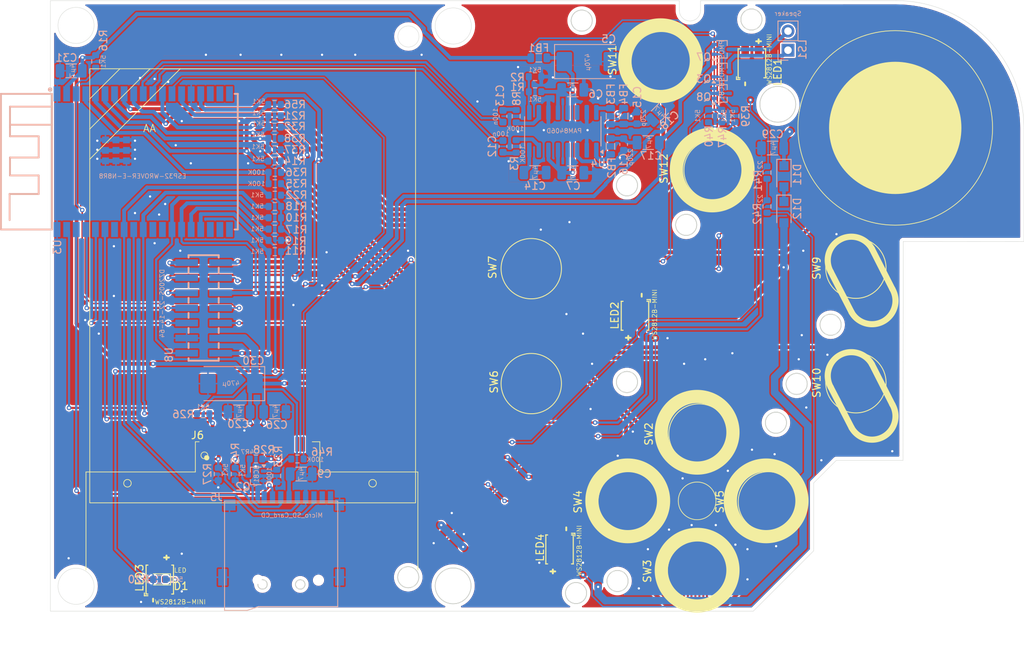
<source format=kicad_pcb>
(kicad_pcb (version 20240108) (generator "pcbnew") (generator_version "8.0")
  (layers (0 "F.Cu" signal) (31 "B.Cu" signal) (34 "B.Paste" user) (35 "F.Paste" user) (36 "B.SilkS" user "B.Silkscreen") (37 "F.SilkS" user "F.Silkscreen") (38 "B.Mask" user) (39 "F.Mask" user) (44 "Edge.Cuts" user))
  (net 0 "")
  (net 1 "GND")
  (net 2 "+3V3")
  (net 3 "/FRONT_BUTTONS/MOSI")
  (net 4 "/FRONT_BUTTONS/LCD_DC")
  (net 5 "Net-(J6-Pin_11)")
  (net 6 "/FRONT_BUTTONS/LCD_~{CS}")
  (net 7 "/FRONT_BUTTONS/CLK")
  (net 8 "Net-(J6-Pin_2)")
  (net 12 "/FRONT_BUTTONS/SD_MISO")
  (net 13 "/FRONT_BUTTONS/SD_~{CS}")
  (net 16 "Net-(Q2-C)")
  (net 17 "Net-(C13-Pad2)")
  (net 18 "Net-(Q2-B)")
  (net 19 "/FRONT_BUTTONS/SPK-")
  (net 20 "/FRONT_BUTTONS/SPK+")
  (net 21 "Net-(D1-K)")
  (net 25 "/FRONT_BUTTONS/LCD_BCKL")
  (net 26 "Net-(U4-PVDDL)")
  (net 27 "/FRONT_BUTTONS/SOUND_LEFT")
  (net 28 "Net-(C12-Pad2)")
  (net 29 "/FRONT_BUTTONS/SOUND_RIGHT")
  (net 30 "Net-(U4-VREF)")
  (net 31 "Net-(C15-Pad1)")
  (net 32 "Net-(C16-Pad2)")
  (net 33 "/FRONT_BUTTONS/AudioLEFT")
  (net 34 "/FRONT_BUTTONS/AudioRIGHT")
  (net 35 "/FRONT_BUTTONS/LED")
  (net 36 "Net-(U4-+OUT_L)")
  (net 37 "Net-(U4-+OUT_R)")
  (net 38 "Net-(U4-MODE)")
  (net 39 "Net-(U4-INL)")
  (net 40 "Net-(U4-INR)")
  (net 41 "/FRONT_BUTTONS/I2C_CLK")
  (net 42 "/FRONT_BUTTONS/I2C_SDA")
  (net 43 "/FRONT_BUTTONS/KEY_START")
  (net 44 "/FRONT_BUTTONS/KEY_UP")
  (net 45 "/FRONT_BUTTONS/KEY_DOWN")
  (net 46 "/FRONT_BUTTONS/V_BAT_ADC")
  (net 47 "/FRONT_BUTTONS/KEY_LEFT")
  (net 48 "/FRONT_BUTTONS/KEY_RIGHT")
  (net 49 "/FRONT_BUTTONS/KEY_SELECT")
  (net 50 "/FRONT_BUTTONS/KEY_A")
  (net 51 "/FRONT_BUTTONS/KEY_B")
  (net 58 "/FRONT_BUTTONS/V_BATT")
  (net 63 "Net-(Q3-G)")
  (net 64 "/FRONT_BUTTONS/SPK_~{EN}")
  (net 65 "/FRONT_BUTTONS/EN")
  (net 66 "/FRONT_BUTTONS/KEY_OPTION")
  (net 67 "/FRONT_BUTTONS/TXD")
  (net 68 "/FRONT_BUTTONS/RXD")
  (net 69 "/FRONT_BUTTONS/KEY_MENU")
  (net 70 "Net-(D11-K)")
  (net 71 "Net-(D11-A)")
  (net 72 "Net-(D12-A)")
  (net 73 "Net-(LED1-DOUT)")
  (net 74 "Net-(LED2-DOUT)")
  (net 75 "Net-(LED3-DOUT)")
  (net 76 "Net-(LED4-DOUT)")
  (net 77 "Net-(R41-Pad2)")
  (net 78 "Net-(U4--OUT_L)")
  (net 79 "Net-(U3-IO12)")
  (footprint "TheBrutzlers_Lib:RubberpadButton_250µ_250µ" (layer "F.Cu") (at 216.775671 115.717594 90)
    (property "Reference" "SW2")
    (property "Value" "SW_Push" (hide yes))
  )
  (footprint "easyeda2kicad:LED-SMD_4P-L3.5-W3.5-TL_WS2812B" (layer "F.Cu") (at 145.286001 135.0288 -90)
    (property "Reference" "LED3")
    (property "Value" "WS2812B-MINI")
  )
  (footprint "TheBrutzlers_Lib:RubberpadButton_250µ_250µ" (layer "F.Cu") (at 207.375671 124.717594 90)
    (property "Reference" "SW4")
    (property "Value" "SW_Push" (hide yes))
  )
  (footprint "LED_SMD:LED_0603_1608Metric" (layer "F.Cu") (at 145.225 135 180)
    (property "Reference" "D1")
    (property "Value" "LED")
  )
  (footprint "easyeda2kicad:LED-SMD_4P-L3.5-W3.5-TL_WS2812B" (layer "F.Cu") (at 223.786001 66.5288 -90)
    (property "Reference" "LED1")
    (property "Value" "WS2812B-MINI")
  )
  (footprint "TheBrutzlers_Lib:RubberpadButton_250µ_250µ" (layer "F.Cu") (at 194.536001 93.7788 90)
    (property "Reference" "SW7")
    (property "Value" "SW_Push" (hide yes))
  )
  (footprint "TheBrutzlers_Lib:RubberpadButton_250µ_250µ" (layer "F.Cu") (at 237.575671 93.717594 90)
    (property "Reference" "SW9")
    (property "Value" "SW_Push" (hide yes))
  )
  (footprint "easyeda2kicad:LED-SMD_4P-L3.5-W3.5-TL_WS2812B" (layer "F.Cu") (at 198.286001 131.0288 90)
    (property "Reference" "LED4")
    (property "Value" "WS2812B-MINI")
  )
  (footprint "easyeda2kicad:LED-SMD_4P-L3.5-W3.5-TL_WS2812B" (layer "F.Cu") (at 208.286001 100.0288 90)
    (property "Reference" "LED2")
    (property "Value" "WS2812B-MINI")
  )
  (footprint "TheBrutzlers_Lib:RubberpadButton_250µ_250µ" (layer "F.Cu") (at 237.575671 108.917594 90)
    (property "Reference" "SW10")
    (property "Value" "SW_Push" (hide yes))
  )
  (footprint "TheBrutzlers_Lib:RubberpadButton_250µ_250µ" (layer "F.Cu") (at 225.975671 124.717594 90)
    (property "Reference" "SW5")
    (property "Value" "SW_Push" (hide yes))
  )
  (footprint "TheBrutzlers_Lib:RubberpadButton_250µ_250µ" (layer "F.Cu") (at 194.536001 109.0288 90)
    (property "Reference" "SW6")
    (property "Value" "SW_Push" (hide yes))
  )
  (footprint "TheBrutzlers_Lib:RubberpadButton_250µ_250µ" (layer "F.Cu") (at 216.575671 133.917594 90)
    (property "Reference" "SW3")
    (property "Value" "SW_Push" (hide yes))
  )
  (footprint "TheBrutzlers_Lib:RubberpadButton_250µ_250µ" (layer "F.Cu") (at 218.775671 80.717594 180)
    (property "Reference" "SW12")
    (property "Value" "SW_Push" (hide yes))
  )
  (footprint "TheBrutzlers_Lib:solder connector 0.8mm 18 pin" (layer "F.Cu") (at 158.306001 117.07 -90)
    (property "Reference" "J6")
    (property "Value" "Conn_01x18_Socket" (hide yes))
  )
  (footprint "TheBrutzlers_Lib:RubberpadButton_250µ_250µ" (layer "F.Cu") (at 211.775671 66.317594 -90)
    (property "Reference" "SW11")
    (property "Value" "SW_Push" (hide yes))
  )
  (footprint "Resistor_SMD:R_0603_1608Metric" (layer "B.Cu") (at 160.786001 121.2788 -90)
    (property "Reference" "R23")
    (property "Value" "100K")
  )
  (footprint "Resistor_SMD:R_0603_1608Metric" (layer "B.Cu") (at 221.536001 73.5288 90)
    (property "Reference" "R39")
    (property "Value" "5K1")
  )
  (footprint "Resistor_SMD:R_0603_1608Metric" (layer "B.Cu") (at 136.786001 66.2788 90)
    (property "Reference" "R16")
    (property "Value" "5K1")
  )
  (footprint "Resistor_SMD:R_0603_1608Metric" (layer "B.Cu") (at 160.536001 90.0288)
    (property "Reference" "R19")
    (property "Value" "5K1")
  )
  (footprint "Package_TO_SOT_SMD:SOT-323_SC-70" (layer "B.Cu") (at 219.786001 70.5288)
    (property "Reference" "Q8")
    (property "Value" "BC817")
  )
  (footprint "Resistor_SMD:R_0603_1608Metric" (layer "B.Cu") (at 160.536001 85.5288)
    (property "Reference" "R18")
    (property "Value" "5K1")
  )
  (footprint "easyeda2kicad:HDR-SMD_14P-P2.00-V-M-R2-C7-LS6.4" (layer "B.Cu") (at 151.097001 98.9884 90)
    (property "Reference" "U8")
    (property "Value" "DZ200S-22-14-64")
  )
  (footprint "Package_TO_SOT_SMD:SOT-323_SC-70" (layer "B.Cu") (at 219.786001 64.6788)
    (property "Reference" "Q7")
    (property "Value" "PMOS")
  )
  (footprint "Capacitor_SMD:C_1206_3216Metric" (layer "B.Cu") (at 195.036001 81.0288)
    (property "Reference" "C14")
    (property "Value" "4µ7")
  )
  (footprint "Resistor_SMD:R_0603_1608Metric" (layer "B.Cu") (at 192.536001 77.5538 90)
    (property "Reference" "R3")
    (property "Value" "100K")
  )
  (footprint "easyeda2kicad:WIFI-SMD_ESP32-WROVER-IE8MB" (layer "B.Cu") (at 143.096001 79.5828 -90)
    (property "Reference" "U3")
    (property "Value" "ESP32-WROVER-E-N8R8")
  )
  (footprint "Capacitor_SMD:C_1206_3216Metric" (layer "B.Cu") (at 164.036001 121.0288)
    (property "Reference" "C9")
    (property "Value" "4µ7")
  )
  (footprint "Resistor_SMD:R_0603_1608Metric" (layer "B.Cu") (at 225.786001 85.5288 90)
    (property "Reference" "R42")
    (property "Value" "22")
  )
  (footprint "Resistor_SMD:R_0603_1608Metric" (layer "B.Cu") (at 160.5 79.5)
    (property "Reference" "R14")
    (property "Value" "5K1")
  )
  (footprint "Capacitor_SMD:C_1206_3216Metric" (layer "B.Cu") (at 211.6 73 45)
    (property "Reference" "C18")
    (property "Value" "4µ7")
  )
  (footprint "Capacitor_SMD:C_0603_1608Metric" (layer "B.Cu") (at 208.536001 73.7788 90)
    (property "Reference" "C15")
    (property "Value" "220p")
  )
  (footprint "Package_SO:SOP-16_3.9x9.9mm_P1.27mm" (layer "B.Cu") (at 198.716001 75.5538 90)
    (property "Reference" "U4")
    (property "Value" "PAM8406D")
  )
  (footprint "Diode_SMD:Nexperia_CFP3_SOD-123W" (layer "B.Cu") (at 228.036001 86.2788 -90)
    (property "Reference" "D12")
    (property "Value" "D" (hide yes))
  )
  (footprint "Connector_PinHeader_2.54mm:PinHeader_1x02_P2.54mm_Vertical" (layer "B.Cu") (at 228.575671 64.792594)
    (property "Reference" "LS1")
    (property "Value" "Speaker")
  )
  (footprint "Capacitor_SMD:C_1206_3216Metric" (layer "B.Cu") (at 200.036001 81.0538)
    (property "Reference" "C7")
    (property "Value" "4µ7")
  )
  (footprint "Resistor_SMD:R_0603_1608Metric" (layer "B.Cu") (at 195.036001 68.3038)
    (property "Reference" "R2")
    (property "Value" "5K1")
  )
  (footprint "Package_TO_SOT_SMD:SOT-323_SC-70" (layer "B.Cu") (at 219.786001 67.6788)
    (property "Reference" "Q3")
    (property "Value" "PMOS")
  )
  (footprint "Resistor_SMD:R_0603_1608Metric" (layer "B.Cu") (at 160.5 75)
    (property "Reference" "R32")
    (property "Value" "5K1")
  )
  (footprint "Inductor_SMD:L_0805_2012Metric" (layer "B.Cu") (at 205.036001 77.5538 90)
    (property "Reference" "FB2")
    (property "Value" "FerriteBead_Small" (hide yes))
  )
  (footprint "Capacitor_SMD:C_0603_1608Metric" (layer "B.Cu") (at 190.786001 73.553801 90)
    (property "Reference" "C13")
    (property "Value" "100n")
  )
  (footprint "Resistor_SMD:R_0603_1608Metric" (layer "B.Cu") (at 192.536 73.5538 -90)
    (property "Reference" "R8")
    (property "Value" "100K")
  )
  (footprint "Capacitor_SMD:C_1206_3216Metric" (layer "B.Cu") (at 133.536001 67.5288 180)
    (property "Reference" "C31")
    (property "Value" "4µ7")
  )
  (footprint "Resistor_SMD:R_0603_1608Metric" (layer "B.Cu") (at 151.036001 113.0288 180)
    (property "Reference" "R26")
    (property "Value" "5K1")
  )
  (footprint "Resistor_SMD:R_0603_1608Metric" (layer "B.Cu") (at 160.5 72 180)
    (property "Reference" "R56")
    (property "Value" "5K1")
  )
  (footprint "Capacitor_SMD:C_1206_3216Metric" (layer "B.Cu") (at 155.786001 112.7788 180)
    (property "Reference" "C20")
    (property "Value" "4µ7")
  )
  (footprint "Capacitor_SMD:C_1206_3216Metric" (layer "B.Cu") (at 200.036001 70.0538)
    (property "Reference" "C6")
    (property "Value" "4µ7")
  )
  (footprint "Capacitor_SMD:C_1206_3216Metric" (layer "B.Cu") (at 226.536001 77.7788 180)
    (property "Reference" "C29")
    (property "Value" "4µ7")
  )
  (footprint "Resistor_SMD:R_0603_1608Metric" (layer "B.Cu") (at 160.5 73.5)
    (property "Reference" "R21")
    (property "Value" "5K1")
  )
  (footprint "Resistor_SMD:R_0603_1608Metric" (layer "B.Cu") (at 225.786001 81.0288 -90)
    (property "Reference" "R41")
    (property "Value" "22")
  )
  (footprint "TheBrutzlers_Lib:MicroSD_Self_ bomb" (layer "B.Cu") (at 161.375671 135.117594 180)
    (property "Reference" "J5")
    (property "Value" "Micro_SD_Card_CD")
  )
  (footprint "Diode_SMD:Nexperia_CFP3_SOD-123W" (layer "B.Cu") (at 228.036001 81.5288 -90)
    (property "Reference" "D11")
    (property "Value" "D" (hide yes))
  )
  (footprint "Capacitor_SMD:C_1206_3216Metric" (layer "B.Cu") (at 210.036001 77.0538)
    (property "Reference" "C17")
    (property "Value" "4µ7")
  )
  (footprint "Resistor_SMD:R_0603_1608Metric" (layer "B.Cu") (at 160.536001 88.5288)
    (property "Reference" "R17")
    (property "Value" "5K1")
  )
  (footprint "Resistor_SMD:R_0603_1608Metric" (layer "B.Cu") (at 153.036001 121.0288 -90)
    (property "Reference" "R27")
    (property "Value" "5K1")
  )
  (footprint "Resistor_SMD:R_0603_1608Metric" (layer "B.Cu") (at 160.5 76.5)
    (property "Reference" "R38")
    (property "Value" "5K1")
  )
  (footprint "Inductor_SMD:L_0805_2012Metric" (layer "B.Cu") (at 195.536001 65.8038)
    (property "Reference" "FB1")
    (property "Value" "FerriteBead_Small" (hide yes))
  )
  (footprint "Package_TO_SOT_SMD:SOT-323_SC-70" (layer "B.Cu") (at 158.036001 121.2788 180)
    (property "Reference" "Q2")
    (property "Value" "BC817")
  )
  (footprint "Resistor_SMD:R_0603_1608Metric" (layer "B.Cu") (at 160.536001 91.5288)
    (property "Reference" "R11")
    (property "Value" "5K1")
  )
  (footprint "Resistor_SMD:R_0603_1608Metric" (layer "B.Cu") (at 195.036001 70.3038 180)
    (property "Reference" "R1")
    (property "Value" "5K1")
  )
  (footprint "Capacitor_Tantalum_SMD:CP_EIA-7343-43_Kemet-X" (layer "B.Cu") (at 154.786001 109.0288 180)
    (property "Reference" "C30")
    (property "Value" "470µ")
  )
  (footprint "Inductor_SMD:L_0805_2012Metric" (layer "B.Cu") (at 206.786001 73.5288 -90)
    (property "Reference" "FB4")
    (property "Value" "FerriteBead_Small" (hide yes))
  )
  (footprint "Resistor_SMD:R_0603_1608Metric" (layer "B.Cu") (at 160.536001 87.0288)
    (property "Reference" "R10")
    (property "Value" "5K1")
  )
  (footprint "Resistor_SMD:R_0603_1608Metric" (layer "B.Cu") (at 218.036001 73.5288 90)
    (property "Reference" "R40")
    (property "Value" "5K1")
  )
  (footprint "Resistor_SMD:R_0603_1608Metric" (layer "B.Cu") (at 160.536001 84.0288)
    (property "Reference" "R22")
    (property "Value" "5K1")
  )
  (footprint "Inductor_SMD:L_0805_2012Metric" (layer "B.Cu") (at 205.036001 73.5538 -90)
    (property "Reference" "FB3")
    (property "Value" "FerriteBead_Small" (hide yes))
  )
  (footprint "Capacitor_Tantalum_SMD:CP_EIA-7343-43_Kemet-X" (layer "B.Cu") (at 202.036001 66.3038)
    (property "Reference" "C5")
    (property "Value" "470µ")
  )
  (footprint "Resistor_SMD:R_0603_1608Metric" (layer "B.Cu") (at 160.536001 82.5 180)
    (property "Reference" "R35")
    (property "Value" "100K")
  )
  (footprint "Capacitor_SMD:C_1206_3216Metric" (layer "B.Cu") (at 160.536001 112.7788)
    (property "Reference" "C26")
    (property "Value" "4µ7")
  )
  (footprint "Capacitor_SMD:C_0603_1608Metric" (layer "B.Cu") (at 190.786001 77.5538 -90)
    (property "Reference" "C12")
    (property "Value" "100n")
  )
  (footprint "Resistor_SMD:R_0603_1608Metric" (layer "B.Cu") (at 160.5 78)
    (property "Reference" "R37")
    (property "Value" "5K1")
  )
  (footprint "Resistor_SMD:R_0603_1608Metric" (layer "B.Cu") (at 155.286001 121.0288 -90)
    (property "Reference" "R45")
    (property "Value" "5K1")
  )
  (footprint "Capacitor_SMD:C_0603_1608Metric" (layer "B.Cu") (at 206.786001 77.303799 90)
    (property "Reference" "C16")
    (property "Value" "220p")
  )
  (footprint "Resistor_SMD:R_0603_1608Metric" (layer "B.Cu") (at 158.036001 119.0288)
    (property "Reference" "R28")
    (property "Value" "4R7")
  )
  (footprint "Resistor_SMD:R_0603_1608Metric" (layer "B.Cu") (at 145.225 135 180)
    (property "Reference" "R20")
    (property "Value" "5K1")
  )
  (footprint "Resistor_SMD:R_0603_1608Metric" (layer "B.Cu") (at 163.536001 119.0288 180)
    (property "Reference" "R46")
    (property "Value" "100K")
  )
  (footprint "Resistor_SMD:R_0603_1608Metric" (layer "B.Cu") (at 219.786001 73.5288 -90)
    (property "Reference" "R47")
    (property "Value" "5K1")
  )
  (footprint "Resistor_SMD:R_0603_1608Metric" (layer "B.Cu") (at 160.536001 81)
    (property "Reference" "R36")
    (property "Value" "100K")
  )
  (gr_circle (center 242.792931 75.101206) (end 251.515899 75.101206) (stroke (width 0.1)) (fill solid) (layer "F.SilkS"))
  (gr_circle (center 141.000001 122.249999) (end 141.000001 122.75) (stroke (width 0.1)) (fill none) (layer "F.SilkS"))
  (gr_line (start 144.000001 67.25) (end 136.000001 75.25) (stroke (width 0.1)) (layer "F.SilkS"))
  (gr_circle (center 207.327401 124.5864) (end 207.327401 119.8364) (stroke (width 1.75)) (fill none) (layer "F.SilkS"))
  (gr_arc (start 242.407401 111.793274) (mid 241.256457 116.039879) (end 237.009901 114.8889) (stroke (width 0.8128)) (layer "F.SilkS"))
  (gr_line (start 242.4074 111.793275) (end 239.708651 106.47515) (stroke (width 0.8128)) (layer "F.SilkS"))
  (gr_circle (center 242.792931 75.101206) (end 255.696131 75.152006) (stroke (width 0.1)) (fill none) (layer "F.SilkS"))
  (gr_circle (center 211.6774 66.1864) (end 211.677401 61.4364) (stroke (width 1.75)) (fill none) (layer "F.SilkS"))
  (gr_circle (center 216.527401 115.4864) (end 216.5274 110.7364) (stroke (width 1.75)) (fill none) (layer "F.SilkS"))
  (gr_line (start 150 120.75) (end 150.000001 116.749998) (stroke (width 0.1)) (layer "F.SilkS"))
  (gr_line (start 166.500001 120.75) (end 179.5 120.75) (stroke (width 0.1)) (layer "F.SilkS"))
  (gr_circle (center 225.6774 124.5864) (end 225.677401 119.8364) (stroke (width 1.75)) (fill none) (layer "F.SilkS"))
  (gr_line (start 234.231776 109.4914) (end 237.009901 114.8889) (stroke (width 0.8128)) (layer "F.SilkS"))
  (gr_arc (start 234.231776 109.4914) (mid 235.462106 105.244868) (end 239.70865 106.47515) (stroke (width 0.8128)) (layer "F.SilkS"))
  (gr_line (start 148.000001 67.25) (end 136.000001 79.25) (stroke (width 0.1)) (layer "F.SilkS"))
  (gr_line (start 179.5 120.75) (end 179.5 133.75) (stroke (width 0.1)) (layer "F.SilkS"))
  (gr_line (start 135.500001 120.75) (end 135.500001 133.75) (stroke (width 0.1)) (layer "F.SilkS"))
  (gr_circle (center 216.527401 133.7864) (end 216.527401 129.0364) (stroke (width 1.75)) (fill none) (layer "F.SilkS"))
  (gr_circle (center 151.200001 118.550001) (end 151.250001 119) (stroke (width 0.1)) (fill none) (layer "F.SilkS"))
  (gr_line (start 234.231776 94.172025) (end 237.009901 99.569525) (stroke (width 0.8128)) (layer "F.SilkS"))
  (gr_line (start 150.500001 116.750001) (end 150.000001 116.749998) (stroke (width 0.1)) (layer "F.SilkS"))
  (gr_circle (center 173.500001 122.25) (end 173.500001 122.75) (stroke (width 0.1)) (fill none) (layer "F.SilkS"))
  (gr_line (start 135.500001 120.75) (end 150 120.75) (stroke (width 0.1)) (layer "F.SilkS"))
  (gr_line (start 136.000001 71.250001) (end 140.000002 67.249999) (stroke (width 0.1)) (layer "F.SilkS"))
  (gr_poly (pts (xy 179.200001 124.85) (xy 179.200001 67.249999) (xy 136 67.25) (xy 136.000001 124.85)) (stroke (width 0.1)) (fill none) (layer "F.SilkS"))
  (gr_line (start 165.5 116.749999) (end 166.500001 116.75) (stroke (width 0.1)) (layer "F.SilkS"))
  (gr_arc (start 242.407401 96.473899) (mid 241.256451 100.720468) (end 237.009901 99.569525) (stroke (width 0.8128)) (layer "F.SilkS"))
  (gr_arc (start 234.231776 94.172025) (mid 235.4621 89.925458) (end 239.70865 91.155775) (stroke (width 0.8128)) (layer "F.SilkS"))
  (gr_line (start 242.407401 96.473901) (end 239.708651 91.155775) (stroke (width 0.8128)) (layer "F.SilkS"))
  (gr_circle (center 218.527401 80.6864) (end 218.527401 75.9364) (stroke (width 1.75)) (fill none) (layer "F.SilkS"))
  (gr_circle (center 216.5274 124.5864) (end 216.5274 122.0864) (stroke (width 0.1)) (fill none) (layer "F.SilkS"))
  (gr_line (start 166.500001 116.75) (end 166.500001 120.75) (stroke (width 0.1)) (layer "F.SilkS"))
  (gr_line (start 208.059671 107.693094) (end 208.086971 107.713894) (stroke (width 0.1)) (layer "Edge.Cuts"))
  (gr_line (start 163.304571 135.507094) (end 163.308971 135.491994) (stroke (width 0.1)) (layer "Edge.Cuts"))
  (gr_line (start 230.739571 110.032994) (end 230.715571 110.057494) (stroke (width 0.1)) (layer "Edge.Cuts"))
  (gr_line (start 200.658371 59.587694) (end 200.689872 59.574194) (stroke (width 0.1)) (layer "Edge.Cuts"))
  (gr_line (start 228.336171 108.896194) (end 228.340871 108.862194) (stroke (width 0.1)) (layer "Edge.Cuts"))
  (gr_line (start 229.998771 107.694494) (end 230.03237 107.701594) (stroke (width 0.1)) (layer "Edge.Cuts"))
  (gr_line (start 213.857572 88.657694) (end 213.840971 88.627595) (stroke (width 0.1)) (layer "Edge.Cuts"))
  (gr_line (start 230.943771 108.377494) (end 230.960371 108.407594) (stroke (width 0.1)) (layer "Edge.Cuts"))
  (gr_line (start 208.215571 109.807494) (end 208.191071 109.831495) (stroke (width 0.1)) (layer "Edge.Cuts"))
  (gr_line (start 229.794371 110.465894) (end 229.760071 110.467194) (stroke (width 0.1)) (layer "Edge.Cuts"))
  (gr_line (start 158.289471 135.772794) (end 158.287171 135.757194) (stroke (width 0.1)) (layer "Edge.Cuts"))
  (gr_line (start 206.04437 136.615894) (end 206.010071 136.617194) (stroke (width 0.1)) (layer "Edge.Cuts"))
  (gr_line (start 163.583972 135.139294) (end 163.597571 135.131394) (stroke (width 0.1)) (layer "Edge.Cuts"))
  (gr_line (start 158.357671 135.375894) (end 158.365371 135.362094) (stroke (width 0.1)) (layer "Edge.Cuts"))
  (gr_line (start 229.486371 110.446994) (end 229.452571 110.440694) (stroke (width 0.1)) (layer "Edge.Cuts"))
  (gr_line (start 230.531771 110.212194) (end 230.503471 110.231694) (stroke (width 0.1)) (layer "Edge.Cuts"))
  (gr_line (start 242.891201 58.2152) (end 230.975671 58.217594) (stroke (width 0.05)) (layer "Edge.Cuts"))
  (gr_line (start 182.624371 137.665994) (end 182.580672 137.627394) (stroke (width 0.1)) (layer "Edge.Cuts"))
  (gr_line (start 208.618971 108.680394) (end 208.621872 108.714594) (stroke (width 0.1)) (layer "Edge.Cuts"))
  (gr_line (start 181.812071 136.100394) (end 181.807071 136.042294) (stroke (width 0.1)) (layer "Edge.Cuts"))
  (gr_line (start 185.590471 133.959994) (end 185.636871 133.995294) (stroke (width 0.1)) (layer "Edge.Cuts"))
  (gr_line (start 177.235771 133.727694) (end 177.260271 133.703695) (stroke (width 0.1)) (layer "Edge.Cuts"))
  (gr_line (start 224.640071 61.777694) (end 224.613871 61.799794) (stroke (width 0.1)) (layer "Edge.Cuts"))
  (gr_line (start 206.081071 81.911494) (end 206.101172 81.883594) (stroke (width 0.1)) (layer "Edge.Cuts"))
  (gr_line (start 230.960371 109.727594) (end 230.943771 109.757695) (stroke (width 0.1)) (layer "Edge.Cuts"))
  (gr_line (start 233.311271 100.157494) (end 233.337471 100.135395) (stroke (width 0.1)) (layer "Edge.Cuts"))
  (gr_line (start 206.235771 109.807494) (end 206.211772 109.782994) (stroke (width 0.1)) (layer "Edge.Cuts"))
  (gr_line (start 233.081071 100.411494) (end 233.101171 100.383594) (stroke (width 0.1)) (layer "Edge.Cuts"))
  (gr_line (start 201.512971 137.757794) (end 201.489571 137.782994) (stroke (width 0.1)) (layer "Edge.Cuts"))
  (gr_line (start 231.105071 108.828294) (end 231.110471 108.862194) (stroke (width 0.1)) (layer "Edge.Cuts"))
  (gr_line (start 164.459371 135.966394) (end 164.451871 135.980194) (stroke (width 0.1)) (layer "Edge.Cuts"))
  (gr_line (start 235.519071 101.753394) (end 235.505571 101.784894) (stroke (width 0.1)) (layer "Edge.Cuts"))
  (gr_line (start 224.989472 71.167494) (end 225.009771 71.112794) (stroke (width 0.1)) (layer "Edge.Cuts"))
  (gr_line (start 224.739572 59.752194) (end 224.762971 59.777394) (stroke (width 0.1)) (layer "Edge.Cuts"))
  (gr_line (start 225.938371 113.277394) (end 225.961771 113.252194) (stroke (width 0.1)) (layer "Edge.Cuts"))
  (gr_line (start 207.373971 135.286294) (end 207.371871 135.320594) (stroke (width 0.1)) (layer "Edge.Cuts"))
  (gr_line (start 206.952571 81.344494) (end 206.986371 81.338193) (stroke (width 0.1)) (layer "Edge.Cuts"))
  (gr_line (start 204.725171 135.847094) (end 204.710071 135.816194) (stroke (width 0.1)) (layer "Edge.Cuts"))
  (gr_line (start 205.702571 133.844494) (end 205.736371 133.838194) (stroke (width 0.1)) (layer "Edge.Cuts"))
  (gr_line (start 177.505971 133.516794) (end 177.535571 133.499494) (stroke (width 0.1)) (layer "Edge.Cuts"))
  (gr_line (start 206.476671 83.900394) (end 206.447871 83.881695) (stroke (width 0.1)) (layer "Edge.Cuts"))
  (gr_line (start 185.446271 133.861094) (end 185.495171 133.892894) (stroke (width 0.1)) (layer "Edge.Cuts"))
  (gr_line (start 225.188571 73.188594) (end 225.159171 73.138194) (stroke (width 0.1)) (layer "Edge.Cuts"))
  (gr_line (start 226.087471 113.135394) (end 226.114371 113.113894) (stroke (width 0.1)) (layer "Edge.Cuts"))
  (gr_line (start 224.889771 59.939794) (end 224.908471 59.968594) (stroke (width 0.1)) (layer "Edge.Cuts"))
  (gr_line (start 208.408471 83.466594) (end 208.389771 83.495394) (stroke (width 0.1)) (layer "Edge.Cuts"))
  (gr_line (start 199.932271 60.331795) (end 199.945771 60.300294) (stroke (width 0.1)) (layer "Edge.Cuts"))
  (gr_line (start 229.964971 107.688194) (end 229.998771 107.694494) (stroke (width 0.1)) (layer "Edge.Cuts"))
  (gr_line (start 202.443771 60.177494) (end 202.460371 60.207594) (stroke (width 0.1)) (layer "Edge.Cuts"))
  (gr_line (start 208.307871 107.929394) (end 208.329371 107.956294) (stroke (width 0.1)) (layer "Edge.Cuts"))
  (gr_line (start 179.543871 135.189194) (end 179.531871 135.221494) (stroke (width 0.1)) (layer "Edge.Cuts"))
  (gr_line (start 178.498771 136.090694) (end 178.464971 136.096994) (stroke (width 0.1)) (layer "Edge.Cuts"))
  (gr_line (start 199.135971 136.411194) (end 199.146371 136.378394) (stroke (width 0.1)) (layer "Edge.Cuts"))
  (gr_line (start 164.130271 135.090994) (end 164.144971 135.096795) (stroke (width 0.1)) (layer "Edge.Cuts"))
  (gr_line (start 206.248771 136.590694) (end 206.214971 136.596994) (stroke (width 0.1)) (layer "Edge.Cuts"))
  (gr_line (start 159.435771 136.007394) (end 159.427171 136.020594) (stroke (width 0.1)) (layer "Edge.Cuts"))
  (gr_line (start 233.476671 100.034794) (end 233.505971 100.016794) (stroke (width 0.1)) (layer "Edge.Cuts"))
  (gr_line (start 207.792971 110.097494) (end 207.761471 110.110994) (stroke (width 0.1)) (layer "Edge.Cuts"))
  (gr_line (start 208.623971 108.748894) (end 208.625271 108.783194) (stroke (width 0.1)) (layer "Edge.Cuts"))
  (gr_line (start 159.341571 135.225694) (end 159.352771 135.236894) (stroke (width 0.1)) (layer "Edge.Cuts"))
  (gr_line (start 207.974671 107.634794) (end 208.003471 107.653494) (stroke (width 0.1)) (layer "Edge.Cuts"))
  (gr_line (start 213.726371 87.594194) (end 213.735971 87.561194) (stroke (width 0.1)) (layer "Edge.Cuts"))
  (gr_line (start 233.986371 102.596994) (end 233.952571 102.590694) (stroke (width 0.1)) (layer "Edge.Cuts"))
  (gr_line (start 228.665571 109.981994) (end 228.643471 109.955794) (stroke (width 0.1)) (layer "Edge.Cuts"))
  (gr_line (start 216.468971 87.830394) (end 216.471871 87.864594) (stroke (width 0.1)) (layer "Edge.Cuts"))
  (gr_line (start 227.859071 74.256594) (end 227.802771 74.271394) (stroke (width 0.1)) (layer "Edge.Cuts"))
  (gr_line (start 235.059671 100.093094) (end 235.086971 100.113894) (stroke (width 0.1)) (layer "Edge.Cuts"))
  (gr_line (start 158.922471 136.299394) (end 158.906671 136.299594) (stroke (width 0.1)) (layer "Edge.Cuts"))
  (gr_line (start 229.200371 73.287094) (end 229.167471 73.335094) (stroke (width 0.1)) (layer "Edge.Cuts"))
  (gr_line (start 222.460071 60.118994) (end 222.475171 60.088094) (stroke (width 0.1)) (layer "Edge.Cuts"))
  (gr_line (start 234.885671 99.982894) (end 234.915771 99.999494) (stroke (width 0.1)) (layer "Edge.Cuts"))
  (gr_line (start 163.646671 136.242994) (end 163.632471 136.236194) (stroke (width 0.1)) (layer "Edge.Cuts"))
  (gr_line (start 234.088471 99.824294) (end 234.122671 99.821394) (stroke (width 0.1)) (layer "Edge.Cuts"))
  (gr_line (start 159.085471 135.075694) (end 159.100572 135.080394) (stroke (width 0.1)) (layer "Edge.Cuts"))
  (gr_line (start 163.525371 136.169794) (end 163.513071 136.160094) (stroke (width 0.1)) (layer "Edge.Cuts"))
  (gr_line (start 184.975771 133.631394) (end 185.030471 133.651694) (stroke (width 0.1)) (layer "Edge.Cuts"))
  (gr_line (start 164.469971 135.403894) (end 164.476671 135.418194) (stroke (width 0.1)) (layer "Edge.Cuts"))
  (gr_line (start 228.158471 113.468594) (end 228.176471 113.497894) (stroke (width 0.1)) (layer "Edge.Cuts"))
  (gr_line (start 215.990071 86.907494) (end 216.015871 86.930294) (stroke (width 0.1)) (layer "Edge.Cuts"))
  (gr_line (start 225.961771 115.182994) (end 225.938371 115.157794) (stroke (width 0.1)) (layer "Edge.Cuts"))
  (gr_line (start 235.086971 102.321294) (end 235.059671 102.342094) (stroke (width 0.1)) (layer "Edge.Cuts"))
  (gr_line (start 213.825171 87.338094) (end 213.840971 87.307594) (stroke (width 0.1)) (layer "Edge.Cuts"))
  (gr_line (start 200.285471 59.830294) (end 200.311271 59.807494) (stroke (width 0.1)) (layer "Edge.Cuts"))
  (gr_line (start 163.333471 135.923794) (end 163.327371 135.909195) (stroke (width 0.1)) (layer "Edge.Cuts"))
  (gr_line (start 186.011571 137.374294) (end 185.974071 137.418894) (stroke (width 0.1)) (layer "Edge.Cuts"))
  (gr_line (start 159.529571 135.725794) (end 159.528071 135.741494) (stroke (width 0.1)) (layer "Edge.Cuts"))
  (gr_line (start 200.165571 59.953194) (end 200.188371 59.927395) (stroke (width 0.1)) (layer "Edge.Cuts"))
  (gr_line (start 159.318371 135.204394) (end 159.330171 135.214894) (stroke (width 0.1)) (layer "Edge.Cuts"))
  (gr_line (start 201.195371 135.616794) (end 201.224671 135.634794) (stroke (width 0.1)) (layer "Edge.Cuts"))
  (gr_line (start 228.352571 108.794493) (end 228.359671 108.760894) (stroke (width 0.1)) (layer "Edge.Cuts"))
  (gr_line (start 223.964971 59.338194) (end 223.99877 59.344494) (stroke (width 0.1)) (layer "Edge.Cuts"))
  (gr_line (start 228.432271 108.531794) (end 228.445771 108.500294) (stroke (width 0.1)) (layer "Edge.Cuts"))
  (gr_line (start 224.952971 71.278194) (end 224.970571 71.222594) (stroke (width 0.1)) (layer "Edge.Cuts"))
  (gr_line (start 229.760071 107.667994) (end 229.794371 107.669294) (stroke (width 0.1)) (layer "Edge.Cuts"))
  (gr_line (start 230.474671 107.884794) (end 230.503471 107.903494) (stroke (width 0.1)) (layer "Edge.Cuts"))
  (gr_line (start 200.47667 59.684794) (end 200.505971 59.666794) (stroke (width 0.1)) (layer "Edge.Cuts"))
  (gr_line (start 159.526171 135.757194) (end 159.523871 135.772794) (stroke (width 0.1)) (layer "Edge.Cuts"))
  (gr_line (start 216.310371 88.627594) (end 216.293771 88.657694) (stroke (width 0.1)) (layer "Edge.Cuts"))
  (gr_line (start 228.241271 113.618994) (end 228.255571 113.650294) (stroke (width 0.1)) (layer "Edge.Cuts"))
  (gr_line (start 179.408471 135.466594) (end 179.389771 135.495394) (stroke (width 0.1)) (layer "Edge.Cuts"))
  (gr_line (start 199.371972 137.678894) (end 199.351171 137.651594) (stroke (width 0.1)) (layer "Edge.Cuts"))
  (gr_line (start 164.479871 135.923794) (end 164.47337 135.938094) (stroke (width 0.1)) (layer "Edge.Cuts"))
  (gr_line (start 222.475171 61.347095) (end 222.460071 61.316194) (stroke (width 0.1)) (layer "Edge.Cuts"))
  (gr_line (start 214.187472 89.049794) (end 214.16127 89.027694) (stroke (width 0.1)) (layer "Edge.Cuts"))
  (gr_line (start 158.304571 135.507094) (end 158.308971 135.491994) (stroke (width 0.1)) (layer "Edge.Cuts"))
  (gr_line (start 223.005971 61.918394) (end 222.976671 61.900394) (stroke (width 0.1)) (layer "Edge.Cuts"))
  (gr_line (start 228.490971 108.407594) (end 228.507571 108.377494) (stroke (width 0.1)) (layer "Edge.Cuts"))
  (gr_line (start 164.497071 135.879694) (end 164.491671 135.894494) (stroke (width 0.1)) (layer "Edge.Cuts"))
  (gr_line (start 176.876371 134.344194) (end 176.885971 134.311194) (stroke (width 0.1)) (layer "Edge.Cuts"))
  (gr_line (start 230.229571 110.373794) (end 230.197271 110.385794) (stroke (width 0.1)) (layer "Edge.Cuts"))
  (gr_line (start 228.188071 74.138794) (end 228.134571 74.161794) (stroke (width 0.1)) (layer "Edge.Cuts"))
  (gr_line (start 182.339771 134.360894) (end 182.377271 134.316294) (stroke (width 0.1)) (layer "Edge.Cuts"))
  (gr_line (start 229.352271 107.718295) (end 229.385471 107.709594) (stroke (width 0.1)) (layer "Edge.Cuts"))
  (gr_line (start 176.896371 134.278394) (end 176.907471 134.245994) (stroke (width 0.1)) (layer "Edge.Cuts"))
  (gr_line (start 235.565371 100.811194) (end 235.574971 100.844194) (stroke (width 0.1)) (layer "Edge.Cuts"))
  (gr_line (start 207.397071 107.428094) (end 207.43107 107.432794) (stroke (width 0.1)) (layer "Edge.Cuts"))
  (gr_line (start 225.389771 70.460894) (end 225.427271 70.416293) (stroke (width 0.1)) (layer "Edge.Cuts"))
  (gr_line (start 199.438371 137.757794) (end 199.415571 137.731994) (stroke (width 0.1)) (layer "Edge.Cuts"))
  (gr_line (start 186.492971 136.387994) (end 186.479471 136.444694) (stroke (width 0.1)) (layer "Edge.Cuts"))
  (gr_line (start 227.989571 113.252194) (end 228.012971 113.277394) (stroke (width 0.1)) (layer "Edge.Cuts"))
  (gr_line (start 232.836171 101.046194) (end 232.840871 101.012194) (stroke (width 0.1)) (layer "Edge.Cuts"))
  (gr_line (start 184.524171 138.216894) (end 184.466371 138.224694) (stroke (width 0.1)) (layer "Edge.Cuts"))
  (gr_line (start 208.239571 107.852194) (end 208.262971 107.877394) (stroke (width 0.1)) (layer "Edge.Cuts"))
  (gr_line (start 207.761471 110.110994) (end 207.729571 110.123794) (stroke (width 0.1)) (layer "Edge.Cuts"))
  (gr_line (start 205.635471 133.859594) (end 205.668971 133.851594) (stroke (width 0.1)) (layer "Edge.Cuts"))
  (gr_line (start 186.547771 135.984094) (end 186.544271 136.042294) (stroke (width 0.1)) (layer "Edge.Cuts"))
  (gr_line (start 206.724672 136.400394) (end 206.695371 136.418393) (stroke (width 0.1)) (layer "Edge.Cuts"))
  (gr_line (start 207.375271 135.251994) (end 207.373971 135.286294) (stroke (width 0.1)) (layer "Edge.Cuts"))
  (gr_line (start 199.195771 136.250294) (end 199.210071 136.218994) (stroke (width 0.1)) (layer "Edge.Cuts"))
  (gr_line (start 222.735771 59.727694) (end 222.760271 59.703694) (stroke (width 0.1)) (layer "Edge.Cuts"))
  (gr_line (start 228.385971 109.473994) (end 228.376371 109.440994) (stroke (width 0.1)) (layer "Edge.Cuts"))
  (gr_line (start 206.60517 136.468094) (end 206.574271 136.483194) (stroke (width 0.1)) (layer "Edge.Cuts"))
  (gr_line (start 159.427171 136.020594) (end 159.418271 136.033594) (stroke (width 0.1)) (layer "Edge.Cuts"))
  (gr_line (start 206.024871 81.997894) (end 206.042871 81.968594) (stroke (width 0.1)) (layer "Edge.Cuts"))
  (gr_line (start 200.852271 62.216894) (end 200.819271 62.207294) (stroke (width 0.1)) (layer "Edge.Cuts"))
  (gr_line (start 164.166671 136.242994) (end 164.152171 136.249294) (stroke (width 0.1)) (layer "Edge.Cuts"))
  (gr_line (start 207.761471 84.010994) (end 207.729571 84.023794) (stroke (width 0.1)) (layer "Edge.Cuts"))
  (gr_line (start 202.350171 60.033594) (end 202.370271 60.061494) (stroke (width 0.1)) (layer "Edge.Cuts"))
  (gr_line (start 222.760272 61.731494) (end 222.735771 61.707494) (stroke (width 0.1)) (layer "Edge.Cuts"))
  (gr_line (start 207.315371 134.811193) (end 207.324971 134.844194) (stroke (width 0.1)) (layer "Edge.Cuts"))
  (gr_line (start 225.123971 60.786295) (end 225.121871 60.820593) (stroke (width 0.1)) (layer "Edge.Cuts"))
  (gr_line (start 208.618971 108.954794) (end 208.615171 108.988994) (stroke (width 0.1)) (layer "Edge.Cuts"))
  (gr_line (start 179.618971 134.580394) (end 179.621871 134.614594) (stroke (width 0.1)) (layer "Edge.Cuts"))
  (gr_line (start 215.110071 86.567994) (end 215.144371 86.569294) (stroke (width 0.1)) (layer "Edge.Cuts"))
  (gr_line (start 226.536471 112.888294) (end 226.569271 112.877894) (stroke (width 0.1)) (layer "Edge.Cuts"))
  (gr_line (start 205.141671 134.093094) (end 205.169571 134.072995) (stroke (width 0.1)) (layer "Edge.Cuts"))
  (gr_line (start 183.213271 133.696394) (end 183.266771 133.673394) (stroke (width 0.1)) (layer "Edge.Cuts"))
  (gr_line (start 235.554971 101.656794) (end 235.54387 101.689194) (stroke (width 0.1)) (layer "Edge.Cuts"))
  (gr_line (start 181.846271 136.330894) (end 181.835671 136.273594) (stroke (width 0.1)) (layer "Edge.Cuts"))
  (gr_line (start 176.97517 134.088094) (end 176.990971 134.057594) (stroke (width 0.1)) (layer "Edge.Cuts"))
  (gr_line (start 186.544271 136.042294) (end 186.53927 136.100394) (stroke (width 0.1)) (layer "Edge.Cuts"))
  (gr_line (start 176.945772 134.150294) (end 176.960072 134.118994) (stroke (width 0.1)) (layer "Edge.Cuts"))
  (gr_line (start 202.505571 60.300294) (end 202.51907 60.331794) (stroke (width 0.1)) (layer "Edge.Cuts"))
  (gr_line (start 163.471771 135.225694) (end 163.483171 135.214894) (stroke (width 0.1)) (layer "Edge.Cuts"))
  (gr_line (start 205.826071 108.783194) (end 205.827371 108.748894) (stroke (width 0.1)) (layer "Edge.Cuts"))
  (gr_line (start 178.915771 133.499494) (end 178.945371 133.516794) (stroke (width 0.1)) (layer "Edge.Cuts"))
  (gr_line (start 201.020271 62.252394) (end 200.986371 62.246994) (stroke (width 0.1)) (layer "Edge.Cuts"))
  (gr_line (start 199.351171 135.983594) (end 199.371971 135.956294) (stroke (width 0.1)) (layer "Edge.Cuts"))
  (gr_line (start 204.871971 134.356294) (end 204.893471 134.329394) (stroke (width 0.1)) (layer "Edge.Cuts"))
  (gr_line (start 226.439871 112.924194) (end 226.471771 112.911394) (stroke (width 0.1)) (layer "Edge.Cuts"))
  (gr_line (start 181.902971 136.556994) (end 181.88667 136.500994) (stroke (width 0.1)) (layer "Edge.Cuts"))
  (gr_line (start 177.852271 136.066894) (end 177.819271 136.057294) (stroke (width 0.1)) (layer "Edge.Cuts"))
  (gr_line (start 234.225671 102.617594) (end 234.191271 102.617194) (stroke (width 0.1)) (layer "Edge.Cuts"))
  (gr_line (start 228.776971 70.169194) (end 228.820671 70.207795) (stroke (width 0.1)) (layer "Edge.Cuts"))
  (gr_line (start 207.974671 110.000394) (end 207.945371 110.018394) (stroke (width 0.1)) (layer "Edge.Cuts"))
  (gr_line (start 228.64047 73.875194) (end 228.593171 73.909394) (stroke (width 0.1)) (layer "Edge.Cuts"))
  (gr_line (start 177.75407 133.399394) (end 177.786471 133.388294) (stroke (width 0.1)) (layer "Edge.Cuts"))
  (gr_line (start 200.121971 60.006294) (end 200.143471 59.979394) (stroke (width 0.1)) (layer "Edge.Cuts"))
  (gr_line (start 201.841671 136.510894) (end 201.848771 136.544494) (stroke (width 0.1)) (layer "Edge.Cuts"))
  (gr_line (start 214.539871 86.674194) (end 214.571771 86.661394) (stroke (width 0.1)) (layer "Edge.Cuts"))
  (gr_line (start 206.786471 81.388294) (end 206.819271 81.377894) (stroke (width 0.1)) (layer "Edge.Cuts"))
  (gr_line (start 207.139771 135.995394) (end 207.120271 136.023694) (stroke (width 0.1)) (layer "Edge.Cuts"))
  (gr_line (start 206.188371 107.877394) (end 206.211771 107.852194) (stroke (width 0.1)) (layer "Edge.Cuts"))
  (gr_line (start 201.08847 59.474294) (end 201.122671 59.471394) (stroke (width 0.1)) (layer "Edge.Cuts"))
  (gr_line (start 225.065371 60.311194) (end 225.074971 60.344194) (stroke (width 0.1)) (layer "Edge.Cuts"))
  (gr_line (start 164.413672 135.309194) (end 164.422771 135.322094) (stroke (width 0.1)) (layer "Edge.Cuts"))
  (gr_line (start 207.348771 135.490694) (end 207.341671 135.524294) (stroke (width 0.1)) (layer "Edge.Cuts"))
  (gr_line (start 199.908371 135.537694) (end 199.939872 135.524194) (stroke (width 0.1)) (layer "Edge.Cuts"))
  (gr_line (start 235.370271 102.023694) (end 235.350171 102.051594) (stroke (width 0.1)) (layer "Edge.Cuts"))
  (gr_line (start 205.315671 133.982894) (end 205.346171 133.967094) (stroke (width 0.1)) (layer "Edge.Cuts"))
  (gr_line (start 226.80427 115.607094) (end 226.770271 115.602394) (stroke (width 0.1)) (layer "Edge.Cuts"))
  (gr_line (start 235.491271 101.816194) (end 235.476171 101.847094) (stroke (width 0.1)) (layer "Edge.Cuts"))
  (gr_line (start 182.760871 137.775194) (end 182.714471 137.739894) (stroke (width 0.1)) (layer "Edge.Cuts"))
  (gr_line (start 216.471871 88.070594) (end 216.468971 88.104794) (stroke (width 0.1)) (layer "Edge.Cuts"))
  (gr_line (start 228.711771 110.032994) (end 228.688371 110.007794) (stroke (width 0.1)) (layer "Edge.Cuts"))
  (gr_line (start 179.350171 133.883595) (end 179.370271 133.911494) (stroke (width 0.1)) (layer "Edge.Cuts"))
  (gr_line (start 225.105071 60.478294) (end 225.110471 60.512195) (stroke (width 0.1)) (layer "Edge.Cuts"))
  (gr_line (start 227.214971 112.838194) (end 227.248771 112.844494) (stroke (width 0.1)) (layer "Edge.Cuts"))
  (gr_line (start 205.77027 136.602394) (end 205.736371 136.596994) (stroke (width 0.1)) (layer "Edge.Cuts"))
  (gr_line (start 199.907471 61.339194) (end 199.896371 61.306794) (stroke (width 0.1)) (layer "Edge.Cuts"))
  (gr_line (start 215.041271 89.367194) (end 215.006971 89.365894) (stroke (width 0.1)) (layer "Edge.Cuts"))
  (gr_line (start 176.945771 135.284894) (end 176.932271 135.253394) (stroke (width 0.1)) (layer "Edge.Cuts"))
  (gr_line (start 163.557372 135.156294) (end 163.570571 135.147694) (stroke (width 0.1)) (layer "Edge.Cuts"))
  (gr_line (start 201.865171 136.988994) (end 201.860471 137.022994) (stroke (width 0.1)) (layer "Edge.Cuts"))
  (gr_line (start 204.579471 135.114594) (end 204.582371 135.080394) (stroke (width 0.1)) (layer "Edge.Cuts"))
  (gr_line (start 205.960071 109.416194) (end 205.945771 109.384894) (stroke (width 0.1)) (layer "Edge.Cuts"))
  (gr_line (start 214.636471 86.638295) (end 214.669271 86.627894) (stroke (width 0.1)) (layer "Edge.Cuts"))
  (gr_line (start 213.690871 87.762194) (end 213.696271 87.728294) (stroke (width 0.1)) (layer "Edge.Cuts"))
  (gr_line (start 207.122672 107.421394) (end 207.156971 107.419295) (stroke (width 0.1)) (layer "Edge.Cuts"))
  (gr_line (start 177.918971 136.083594) (end 177.885471 136.075594) (stroke (width 0.1)) (layer "Edge.Cuts"))
  (gr_line (start 205.035471 134.180294) (end 205.061271 134.157494) (stroke (width 0.1)) (layer "Edge.Cuts"))
  (gr_line (start 205.770271 133.832795) (end 205.804271 133.828094) (stroke (width 0.1)) (layer "Edge.Cuts"))
  (gr_line (start 200.364371 59.763895) (end 200.391671 59.743094) (stroke (width 0.1)) (layer "Edge.Cuts"))
  (gr_line (start 228.158471 114.966595) (end 228.139771 114.995394) (stroke (width 0.1)) (layer "Edge.Cuts"))
  (gr_line (start 206.12197 109.678894) (end 206.101171 109.651595) (stroke (width 0.1)) (layer "Edge.Cuts"))
  (gr_line (start 228.396371 109.506794) (end 228.385971 109.473994) (stroke (width 0.1)) (layer "Edge.Cuts"))
  (gr_line (start 222.561571 59.939794) (end 222.581072 59.911494) (stroke (width 0.1)) (layer "Edge.Cuts"))
  (gr_line (start 228.947871 110.231694) (end 228.919571 110.212194) (stroke (width 0.1)) (layer "Edge.Cuts"))
  (gr_line (start 158.286171 135.599894) (end 158.288271 135.584194) (stroke (width 0.1)) (layer "Edge.Cuts"))
  (gr_line (start 224.857071 72.142294) (end 224.853571 72.084094) (stroke (width 0.1)) (layer "Edge.Cuts"))
  (gr_line (start 205.827371 108.748894) (end 205.829471 108.714594) (stroke (width 0.1)) (layer "Edge.Cuts"))
  (gr_line (start 185.895771 134.229894) (end 185.935471 134.272594) (stroke (width 0.1)) (layer "Edge.Cuts"))
  (gr_line (start 163.428771 135.271894) (end 163.439071 135.259894) (stroke (width 0.1)) (layer "Edge.Cuts"))
  (gr_line (start 223.897071 59.328094) (end 223.931071 59.332794) (stroke (width 0.1)) (layer "Edge.Cuts"))
  (gr_line (start 228.475171 108.438094) (end 228.490971 108.407594) (stroke (width 0.1)) (layer "Edge.Cuts"))
  (gr_line (start 235.625271 101.251994) (end 235.623971 101.286294) (stroke (width 0.1)) (layer "Edge.Cuts"))
  (gr_line (start 159.324271 136.139594) (end 159.312471 136.149994) (stroke (width 0.1)) (layer "Edge.Cuts"))
  (gr_line (start 214.539871 89.260994) (end 214.508371 89.247494) (stroke (width 0.1)) (layer "Edge.Cuts"))
  (gr_line (start 202.625271 60.901993) (end 202.623971 60.936294) (stroke (width 0.1)) (layer "Edge.Cuts"))
  (gr_line (start 158.494971 135.204394) (end 158.506971 135.194094) (stroke (width 0.1)) (layer "Edge.Cuts"))
  (gr_line (start 183.769671 138.207594) (end 183.712371 138.196994) (stroke (width 0.1)) (layer "Edge.Cuts"))
  (gr_line (start 201.804971 137.256794) (end 201.793871 137.289194) (stroke (width 0.1)) (layer "Edge.Cuts"))
  (gr_line (start 159.262471 136.188394) (end 159.249371 136.197295) (stroke (width 0.1)) (layer "Edge.Cuts"))
  (gr_line (start 214.446171 89.218094) (end 214.41567 89.202294) (stroke (width 0.1)) (layer "Edge.Cuts"))
  (gr_line (start 214.187471 86.885394) (end 214.214371 86.863894) (stroke (width 0.1)) (layer "Edge.Cuts"))
  (gr_line (start 228.333671 114.557793) (end 228.324971 114.590994) (stroke (width 0.1)) (layer "Edge.Cuts"))
  (gr_line (start 206.007571 108.127494) (end 206.024871 108.097894) (stroke (width 0.1)) (layer "Edge.Cuts"))
  (gr_line (start 200.165571 61.781994) (end 200.143471 61.755795) (stroke (width 0.1)) (layer "Edge.Cuts"))
  (gr_line (start 206.65837 83.997494) (end 206.627071 83.983193) (stroke (width 0.1)) (layer "Edge.Cuts"))
  (gr_line (start 201.860471 137.022994) (end 201.855071 137.056894) (stroke (width 0.1)) (layer "Edge.Cuts"))
  (gr_line (start 235.54387 100.745994) (end 235.554971 100.778394) (stroke (width 0.1)) (layer "Edge.Cuts"))
  (gr_line (start 201.074271 138.083194) (end 201.042971 138.097494) (stroke (width 0.1)) (layer "Edge.Cuts"))
  (gr_line (start 235.307871 102.105794) (end 235.285771 102.131994) (stroke (width 0.1)) (layer "Edge.Cuts"))
  (gr_line (start 206.565671 81.482894) (end 206.59617 81.467094) (stroke (width 0.1)) (layer "Edge.Cuts"))
  (gr_line (start 230.385671 110.302294) (end 230.355171 110.318094) (stroke (width 0.1)) (layer "Edge.Cuts"))
  (gr_line (start 202.476171 61.497094) (end 202.460371 61.527594) (stroke (width 0.1)) (layer "Edge.Cuts"))
  (gr_line (start 158.758271 135.067494) (end 158.773671 135.063894) (stroke (width 0.1)) (layer "Edge.Cuts"))
  (gr_line (start 201.225671 62.267594) (end 201.191271 62.267195) (stroke (width 0.1)) (layer "Edge.Cuts"))
  (gr_line (start 229.347072 70.899794) (end 229.372671 70.952194) (stroke (width 0.1)) (layer "Edge.Cuts"))
  (gr_line (start 201.362871 59.474295) (end 201.397072 59.478094) (stroke (width 0.1)) (layer "Edge.Cuts"))
  (gr_line (start 230.261471 107.774194) (end 230.292971 107.787694) (stroke (width 0.1)) (layer "Edge.Cuts"))
  (gr_line (start 200.748771 135.444494) (end 200.782371 135.451594) (stroke (width 0.1)) (layer "Edge.Cuts"))
  (gr_line (start 206.721771 110.123794) (end 206.689871 110.110994) (stroke (width 0.1)) (layer "Edge.Cuts"))
  (gr_line (start 200.372671 138.213794) (end 200.338471 138.210894) (stroke (width 0.1)) (layer "Edge.Cuts"))
  (gr_line (start 200.024871 60.147895) (end 200.042871 60.118593) (stroke (width 0.1)) (layer "Edge.Cuts"))
  (gr_line (start 207.120271 134.411494) (end 207.139771 134.439794) (stroke (width 0.1)) (layer "Edge.Cuts"))
  (gr_line (start 224.851372 72.025894) (end 224.850671 71.967594) (stroke (width 0.1)) (layer "Edge.Cuts"))
  (gr_line (start 204.710071 134.618994) (end 204.725171 134.588094) (stroke (width 0.1)) (layer "Edge.Cuts"))
  (gr_line (start 230.691071 110.081494) (end 230.665871 110.104894) (stroke (width 0.1)) (layer "Edge.Cuts"))
  (gr_line (start 206.447871 81.553495) (end 206.476671 81.534794) (stroke (width 0.1)) (layer "Edge.Cuts"))
  (gr_line (start 216.112971 87.027394) (end 216.135771 87.053194) (stroke (width 0.1)) (layer "Edge.Cuts"))
  (gr_line (start 199.867671 61.207794) (end 199.859671 61.174294) (stroke (width 0.1)) (layer "Edge.Cuts"))
  (gr_line (start 186.117471 137.235094) (end 186.083271 137.282394) (stroke (width 0.1)) (layer "Edge.Cuts"))
  (gr_line (start 201.639771 137.595394) (end 201.620271 137.623694) (stroke (width 0.1)) (layer "Edge.Cuts"))
  (gr_line (start 230.976171 108.438094) (end 230.991271 108.468995) (stroke (width 0.1)) (layer "Edge.Cuts"))
  (gr_line (start 233.819271 99.877895) (end 233.852271 99.868294) (stroke (width 0.1)) (layer "Edge.Cuts"))
  (gr_line (start 228.688371 110.007794) (end 228.665571 109.981994) (stroke (width 0.1)) (layer "Edge.Cuts"))
  (gr_line (start 178.328671 136.113794) (end 178.294371 136.115894) (stroke (width 0.1)) (layer "Edge.Cuts"))
  (gr_line (start 205.602271 133.868294) (end 205.635471 133.859594) (stroke (width 0.1)) (layer "Edge.Cuts"))
  (gr_line (start 183.827172 133.518294) (end 183.884971 133.510494) (stroke (width 0.1)) (layer "Edge.Cuts"))
  (gr_line (start 216.08957 88.932994) (end 216.065571 88.957494) (stroke (width 0.1)) (layer "Edge.Cuts"))
  (gr_line (start 201.885671 59.632894) (end 201.915771 59.649494) (stroke (width 0.1)) (layer "Edge.Cuts"))
  (gr_line (start 183.375571 133.631394) (end 183.430671 133.612494) (stroke (width 0.1)) (layer "Edge.Cuts"))
  (gr_line (start 213.679471 88.070594) (end 213.677371 88.036294) (stroke (width 0.1)) (layer "Edge.Cuts"))
  (gr_line (start 200.852271 59.518294) (end 200.885471 59.509594) (stroke (width 0.1)) (layer "Edge.Cuts"))
  (gr_line (start 201.328671 62.263794) (end 201.294371 62.265894) (stroke (width 0.1)) (layer "Edge.Cuts"))
  (gr_line (start 222.336171 60.888994) (end 222.332371 60.854794) (stroke (width 0.1)) (layer "Edge.Cuts"))
  (gr_line (start 207.915771 83.935694) (end 207.885671 83.952294) (stroke (width 0.1)) (layer "Edge.Cuts"))
  (gr_line (start 164.422771 135.322094) (end 164.431471 135.335194) (stroke (width 0.1)) (layer "Edge.Cuts"))
  (gr_line (start 206.337471 81.635394) (end 206.364371 81.613894) (stroke (width 0.1)) (layer "Edge.Cuts"))
  (gr_line (start 225.353371 70.506394) (end 225.389771 70.460894) (stroke (width 0.1)) (layer "Edge.Cuts"))
  (gr_line (start 227.746071 74.284894) (end 227.688971 74.296994) (stroke (width 0.1)) (layer "Edge.Cuts"))
  (gr_line (start 229.486371 107.688195) (end 229.520271 107.682794) (stroke (width 0.1)) (layer "Edge.Cuts"))
  (gr_line (start 206.248771 133.844494) (end 206.282371 133.851594) (stroke (width 0.1)) (layer "Edge.Cuts"))
  (gr_line (start 164.404271 135.296494) (end 164.413672 135.309194) (stroke (width 0.1)) (layer "Edge.Cuts"))
  (gr_line (start 215.247071 89.357094) (end 215.212871 89.360894) (stroke (width 0.1)) (layer "Edge.Cuts"))
  (gr_line (start 199.393471 135.929394) (end 199.415571 135.903194) (stroke (width 0.1)) (layer "Edge.Cuts"))
  (gr_line (start 201.336971 135.713894) (end 201.363872 135.735394) (stroke (width 0.1)) (layer "Edge.Cuts"))
  (gr_line (start 232.896371 101.656794) (end 232.885971 101.623994) (stroke (width 0.1)) (layer "Edge.Cuts"))
  (gr_line (start 231.123972 108.998894) (end 231.125271 109.033194) (stroke (width 0.1)) (layer "Edge.Cuts"))
  (gr_line (start 199.877071 135.551994) (end 199.908371 135.537694) (stroke (width 0.1)) (layer "Edge.Cuts"))
  (gr_line (start 205.885971 83.123994) (end 205.876371 83.090994) (stroke (width 0.1)) (layer "Edge.Cuts"))
  (gr_line (start 204.851171 134.383594) (end 204.871971 134.356294) (stroke (width 0.1)) (layer "Edge.Cuts"))
  (gr_line (start 228.524871 108.347894) (end 228.542871 108.318594) (stroke (width 0.1)) (layer "Edge.Cuts"))
  (gr_line (start 200.391671 61.992094) (end 200.364371 61.971294) (stroke (width 0.1)) (layer "Edge.Cuts"))
  (gr_line (start 232.826072 101.251994) (end 232.825671 101.217594) (stroke (width 0.1)) (layer "Edge.Cuts"))
  (gr_line (start 199.785571 138.035694) (end 199.755971 138.018394) (stroke (width 0.1)) (layer "Edge.Cuts"))
  (gr_line (start 206.235771 81.727694) (end 206.260271 81.703694) (stroke (width 0.1)) (layer "Edge.Cuts"))
  (gr_line (start 182.808171 133.925794) (end 182.856171 133.892894) (stroke (width 0.1)) (layer "Edge.Cuts"))
  (gr_line (start 158.361471 135.980194) (end 158.353971 135.966394) (stroke (width 0.1)) (layer "Edge.Cuts"))
  (gr_line (start 158.712772 135.080394) (end 158.72787 135.075694) (stroke (width 0.1)) (layer "Edge.Cuts"))
  (gr_line (start 182.580672 137.627394) (end 182.537971 137.587694) (stroke (width 0.1)) (layer "Edge.Cuts"))
  (gr_line (start 235.443771 100.527494) (end 235.460371 100.557594) (stroke (width 0.1)) (layer "Edge.Cuts"))
  (gr_line (start 177.689871 136.010994) (end 177.658371 135.997494) (stroke (width 0.1)) (layer "Edge.Cuts"))
  (gr_line (start 163.953971 136.297794) (end 163.938171 136.298794) (stroke (width 0.1)) (layer "Edge.Cuts"))
  (gr_line (start 228.080471 69.751694) (end 228.134572 69.773394) (stroke (width 0.1)) (layer "Edge.Cuts"))
  (gr_line (start 235.610471 101.012194) (end 235.615172 101.046194) (stroke (width 0.1)) (layer "Edge.Cuts"))
  (gr_line (start 226.668971 115.583594) (end 226.635471 115.575594) (stroke (width 0.1)) (layer "Edge.Cuts"))
  (gr_line (start 202.389771 61.645394) (end 202.370271 61.673694) (stroke (width 0.1)) (layer "Edge.Cuts"))
  (gr_line (start 223.656971 59.319294) (end 223.691271 59.317994) (stroke (width 0.1)) (layer "Edge.Cuts"))
  (gr_line (start 164.077971 136.275694) (end 164.062671 136.279794) (stroke (width 0.1)) (layer "Edge.Cuts"))
  (gr_line (start 163.365372 135.362094) (end 163.373471 135.348494) (stroke (width 0.1)) (layer "Edge.Cuts"))
  (gr_line (start 158.720271 136.271194) (end 158.705271 136.266294) (stroke (width 0.1)) (layer "Edge.Cuts"))
  (gr_line (start 205.829471 108.920594) (end 205.827371 108.886294) (stroke (width 0.1)) (layer "Edge.Cuts"))
  (gr_line (start 222.665571 61.631994) (end 222.643471 61.605794) (stroke (width 0.1)) (layer "Edge.Cuts"))
  (gr_line (start 224.926471 59.997894) (end 224.943771 60.027494) (stroke (width 0.1)) (layer "Edge.Cuts"))
  (gr_line (start 232.990971 100.557595) (end 233.007571 100.527495) (stroke (width 0.1)) (layer "Edge.Cuts"))
  (gr_line (start 202.239571 61.832994) (end 202.215571 61.857493) (stroke (width 0.1)) (layer "Edge.Cuts"))
  (gr_line (start 226.480671 74.222694) (end 226.425571 74.203794) (stroke (width 0.1)) (layer "Edge.Cuts"))
  (gr_line (start 229.320272 73.087194) (end 229.292171 73.138193) (stroke (width 0.1)) (layer "Edge.Cuts"))
  (gr_line (start 232.975171 100.588094) (end 232.990971 100.557595) (stroke (width 0.1)) (layer "Edge.Cuts"))
  (gr_line (start 163.409071 135.296494) (end 163.418771 135.283994) (stroke (width 0.1)) (layer "Edge.Cuts"))
  (gr_line (start 179.591671 134.410894) (end 179.598771 134.444494) (stroke (width 0.1)) (layer "Edge.Cuts"))
  (gr_line (start 225.792871 114.966594) (end 225.774871 114.937294) (stroke (width 0.1)) (layer "Edge.Cuts"))
  (gr_line (start 223.862871 62.110894) (end 223.828671 62.113793) (stroke (width 0.1)) (layer "Edge.Cuts"))
  (gr_line (start 233.419571 102.362193) (end 233.391671 102.342094) (stroke (width 0.1)) (layer "Edge.Cuts"))
  (gr_line (start 199.840871 61.072995) (end 199.836172 61.038994) (stroke (width 0.1)) (layer "Edge.Cuts"))
  (gr_line (start 214.241671 89.092094) (end 214.214371 89.071294) (stroke (width 0.1)) (layer "Edge.Cuts"))
  (gr_line (start 235.476171 101.847094) (end 235.460371 101.877594) (stroke (width 0.1)) (layer "Edge.Cuts"))
  (gr_line (start 207.43107 81.332794) (end 207.464971 81.338194) (stroke (width 0.1)) (layer "Edge.Cuts"))
  (gr_line (start 184.05917 138.239694) (end 184.000971 138.236194) (stroke (width 0.1)) (layer "Edge.Cuts"))
  (gr_line (start 235.191071 100.203694) (end 235.215571 100.227694) (stroke (width 0.1)) (layer "Edge.Cuts"))
  (gr_line (start 200.069271 135.477894) (end 200.102271 135.468294) (stroke (width 0.1)) (layer "Edge.Cuts"))
  (gr_line (start 226.061271 115.277694) (end 226.035471 115.254894) (stroke (width 0.1)) (layer "Edge.Cuts"))
  (gr_line (start 176.975171 135.347094) (end 176.960071 135.316194) (stroke (width 0.1)) (layer "Edge.Cuts"))
  (gr_line (start 205.941271 133.817994) (end 205.975671 133.817594) (stroke (width 0.1)) (layer "Edge.Cuts"))
  (gr_line (start 215.963871 86.885394) (end 215.990071 86.907494) (stroke (width 0.1)) (layer "Edge.Cuts"))
  (gr_line (start 163.765971 136.283593) (end 163.750671 136.279794) (stroke (width 0.1)) (layer "Edge.Cuts"))
  (gr_line (start 158.409071 135.296494) (end 158.418771 135.283994) (stroke (width 0.1)) (layer "Edge.Cuts"))
  (gr_line (start 178.294371 133.319294) (end 178.328671 133.321394) (stroke (width 0.1)) (layer "Edge.Cuts"))
  (gr_line (start 225.577371 114.286294) (end 225.576071 114.251995) (stroke (width 0.1)) (layer "Edge.Cuts"))
  (gr_line (start 224.829371 61.578894) (end 224.807871 61.605794) (stroke (width 0.1)) (layer "Edge.Cuts"))
  (gr_line (start 199.867671 60.527394) (end 199.876371 60.494194) (stroke (width 0.1)) (layer "Edge.Cuts"))
  (gr_line (start 164.358271 136.106694) (end 164.347171 136.117894) (stroke (width 0.1)) (layer "Edge.Cuts"))
  (gr_line (start 224.559671 59.593094) (end 224.586971 59.613894) (stroke (width 0.1)) (layer "Edge.Cuts"))
  (gr_line (start 229.347071 73.035394) (end 229.320272 73.087194) (stroke (width 0.1)) (layer "Edge.Cuts"))
  (gr_line (start 182.580671 134.107793) (end 182.624371 134.069195) (stroke (width 0.1)) (layer "Edge.Cuts"))
  (gr_line (start 206.809671 136.342094) (end 206.781771 136.362194) (stroke (width 0.1)) (layer "Edge.Cuts"))
  (gr_line (start 215.824671 86.784794) (end 215.853471 86.803494) (stroke (width 0.1)) (layer "Edge.Cuts"))
  (gr_line (start 183.213271 138.038794) (end 183.160271 138.014594) (stroke (width 0.1)) (layer "Edge.Cuts"))
  (gr_line (start 205.859671 109.124294) (end 205.852571 109.090694) (stroke (width 0.1)) (layer "Edge.Cuts"))
  (gr_line (start 199.825671 60.867594) (end 199.826071 60.833194) (stroke (width 0.1)) (layer "Edge.Cuts"))
  (gr_line (start 184.92067 133.612494) (end 184.975771 133.631394) (stroke (width 0.1)) (layer "Edge.Cuts"))
  (gr_line (start 233.024871 101.937294) (end 233.007571 101.907693) (stroke (width 0.1)) (layer "Edge.Cuts"))
  (gr_line (start 233.535571 102.435694) (end 233.505971 102.418394) (stroke (width 0.1)) (layer "Edge.Cuts"))
  (gr_line (start 228.375271 114.251994) (end 228.373971 114.286293) (stroke (width 0.1)) (layer "Edge.Cuts"))
  (gr_line (start 213.726371 88.340994) (end 213.717671 88.307794) (stroke (width 0.1)) (layer "Edge.Cuts"))
  (gr_line (start 159.459371 135.966394) (end 159.451871 135.980194) (stroke (width 0.1)) (layer "Edge.Cuts"))
  (gr_line (start 186.212771 134.646594) (end 186.242171 134.696994) (stroke (width 0.1)) (layer "Edge.Cuts"))
  (gr_line (start 225.609671 114.524294) (end 225.602571 114.490694) (stroke (width 0.1)) (layer "Edge.Cuts"))
  (gr_line (start 163.449671 135.248294) (end 163.460571 135.236894) (stroke (width 0.1)) (layer "Edge.Cuts"))
  (gr_line (start 227.724671 115.400395) (end 227.695371 115.418394) (stroke (width 0.1)) (layer "Edge.Cuts"))
  (gr_line (start 214.972671 86.571394) (end 215.006971 86.569294) (stroke (width 0.1)) (layer "Edge.Cuts"))
  (gr_line (start 201.135671 138.052294) (end 201.105171 138.068094) (stroke (width 0.1)) (layer "Edge.Cuts"))
  (gr_line (start 159.476671 135.418194) (end 159.482971 135.432694) (stroke (width 0.1)) (layer "Edge.Cuts"))
  (gr_line (start 215.765771 89.185694) (end 215.735671 89.202294) (stroke (width 0.1)) (layer "Edge.Cuts"))
  (gr_line (start 206.382071 133.877894) (end 206.414871 133.888294) (stroke (width 0.1)) (layer "Edge.Cuts"))
  (gr_line (start 207.328672 84.113794) (end 207.294371 84.115894) (stroke (width 0.1)) (layer "Edge.Cuts"))
  (gr_line (start 159.374271 135.259894) (end 159.384571 135.271894) (stroke (width 0.1)) (layer "Edge.Cuts"))
  (gr_line (start 224.715571 61.707494) (end 224.69107 61.731494) (stroke (width 0.1)) (layer "Edge.Cuts"))
  (gr_line (start 233.337471 102.299793) (end 233.311271 102.277694) (stroke (width 0.1)) (layer "Edge.Cuts"))
  (gr_line (start 177.819271 133.377894) (end 177.852271 133.368294) (stroke (width 0.1)) (layer "Edge.Cuts"))
  (gr_line (start 228.080472 74.183494) (end 228.025771 74.203794) (stroke (width 0.1)) (layer "Edge.Cuts"))
  (gr_line (start 233.952571 102.590694) (end 233.918971 102.583594) (stroke (width 0.1)) (layer "Edge.Cuts"))
  (gr_line (start 227.078671 112.821394) (end 227.112871 112.824294) (stroke (width 0.1)) (layer "Edge.Cuts"))
  (gr_line (start 200.714971 138.196994) (end 200.681071 138.202393) (stroke (width 0.1)) (layer "Edge.Cuts"))
  (gr_line (start 206.188371 109.757794) (end 206.165571 109.731994) (stroke (width 0.1)) (layer "Edge.Cuts"))
  (gr_line (start 235.113871 102.299794) (end 235.086971 102.321294) (stroke (width 0.1)) (layer "Edge.Cuts"))
  (gr_line (start 185.030471 138.083494) (end 184.975771 138.103794) (stroke (width 0.1)) (layer "Edge.Cuts"))
  (gr_line (start 229.480771 72.712594) (end 229.461871 72.767694) (stroke (width 0.1)) (layer "Edge.Cuts"))
  (gr_line (start 234.945371 100.016794) (end 234.974671 100.034794) (stroke (width 0.1)) (layer "Edge.Cuts"))
  (gr_line (start 229.024072 73.518894) (end 228.985471 73.562594) (stroke (width 0.1)) (layer "Edge.Cuts"))
  (gr_line (start 207.193771 134.527494) (end 207.210371 134.557594) (stroke (width 0.1)) (layer "Edge.Cuts"))
  (gr_line (start 234.088471 102.610894) (end 234.054272 102.607094) (stroke (width 0.1)) (layer "Edge.Cuts"))
  (gr_line (start 206.042871 83.466594) (end 206.024871 83.437294) (stroke (width 0.1)) (layer "Edge.Cuts"))
  (gr_line (start 224.197271 59.399394) (end 224.229571 59.411394) (stroke (width 0.1)) (layer "Edge.Cuts"))
  (gr_line (start 208.262971 109.757794) (end 208.239571 109.782994) (stroke (width 0.1)) (layer "Edge.Cuts"))
  (gr_line (start 229.158371 107.787694) (end 229.189871 107.774194) (stroke (width 0.1)) (layer "Edge.Cuts"))
  (gr_line (start 206.863871 136.299794) (end 206.836971 136.321294) (stroke (width 0.1)) (layer "Edge.Cuts"))
  (gr_line (start 227.447271 112.899394) (end 227.479571 112.911394) (stroke (width 0.1)) (layer "Edge.Cuts"))
  (gr_line (start 231.091671 109.374294) (end 231.083671 109.407794) (stroke (width 0.1)) (layer "Edge.Cuts"))
  (gr_line (start 227.631671 74.307594) (end 227.574171 74.316895) (stroke (width 0.1)) (layer "Edge.Cuts"))
  (gr_line (start 208.329371 109.678894) (end 208.307871 109.705794) (stroke (width 0.1)) (layer "Edge.Cuts"))
  (gr_line (start 215.735671 86.732894) (end 215.765771 86.749494) (stroke (width 0.1)) (layer "Edge.Cuts"))
  (gr_line (start 227.753471 113.053494) (end 227.781771 113.072994) (stroke (width 0.1)) (layer "Edge.Cuts"))
  (gr_line (start 207.397071 110.207094) (end 207.362871 110.210894) (stroke (width 0.1)) (layer "Edge.Cuts"))
  (gr_line (start 163.796871 136.289894) (end 163.781371 136.286894) (stroke (width 0.1)) (layer "Edge.Cuts"))
  (gr_line (start 207.365171 135.388994) (end 207.360471 135.422994) (stroke (width 0.1)) (layer "Edge.Cuts"))
  (gr_line (start 200.202571 138.190694) (end 200.168971 138.183594) (stroke (width 0.1)) (layer "Edge.Cuts"))
  (gr_line (start 205.141671 136.342094) (end 205.114371 136.321294) (stroke (width 0.1)) (layer "Edge.Cuts"))
  (gr_line (start 177.188371 135.657794) (end 177.165571 135.631995) (stroke (width 0.1)) (layer "Edge.Cuts"))
  (gr_line (start 177.081072 135.523694) (end 177.061571 135.495394) (stroke (width 0.1)) (layer "Edge.Cuts"))
  (gr_line (start 202.618971 60.730394) (end 202.621871 60.764594) (stroke (width 0.1)) (layer "Edge.Cuts"))
  (gr_line (start 201.195371 138.018394) (end 201.165771 138.035694) (stroke (width 0.1)) (layer "Edge.Cuts"))
  (gr_line (start 205.668971 136.583594) (end 205.635471 136.575594) (stroke (width 0.1)) (layer "Edge.Cuts"))
  (gr_line (start 206.88547 84.075594) (end 206.852271 84.066894) (stroke (width 0.1)) (layer "Edge.Cuts"))
  (gr_line (start 206.724671 134.034794) (end 206.753471 134.053494) (stroke (width 0.1)) (layer "Edge.Cuts"))
  (gr_line (start 177.419571 135.862194) (end 177.391671 135.842094) (stroke (width 0.1)) (layer "Edge.Cuts"))
  (gr_line (start 199.415571 137.731994) (end 199.393471 137.705794) (stroke (width 0.1)) (layer "Edge.Cuts"))
  (gr_line (start 159.439871 135.348494) (end 159.44797 135.362094) (stroke (width 0.1)) (layer "Edge.Cuts"))
  (gr_line (start 214.214371 89.071294) (end 214.187472 89.049794) (stroke (width 0.1)) (layer "Edge.Cuts"))
  (gr_line (start 225.009771 72.822394) (end 224.989471 72.767694) (stroke (width 0.1)) (layer "Edge.Cuts"))
  (gr_line (start 179.389771 133.939795) (end 179.408471 133.968594) (stroke (width 0.1)) (layer "Edge.Cuts"))
  (gr_line (start 230.292971 110.347494) (end 230.261471 110.360994) (stroke (width 0.1)) (layer "Edge.Cuts"))
  (gr_line (start 228.293471 74.088994) (end 228.241071 74.114593) (stroke (width 0.1)) (layer "Edge.Cuts"))
  (gr_line (start 228.776972 73.765994) (end 228.732371 73.803494) (stroke (width 0.1)) (layer "Edge.Cuts"))
  (gr_line (start 200.311271 59.807494) (end 200.337471 59.785394) (stroke (width 0.1)) (layer "Edge.Cuts"))
  (gr_line (start 204.774871 135.937294) (end 204.75757 135.907694) (stroke (width 0.1)) (layer "Edge.Cuts"))
  (gr_line (start 226.81967 74.307594) (end 226.762371 74.296994) (stroke (width 0.1)) (layer "Edge.Cuts"))
  (gr_line (start 201.135671 135.582894) (end 201.165771 135.599494) (stroke (width 0.1)) (layer "Edge.Cuts"))
  (gr_line (start 178.761471 136.010994) (end 178.729571 136.023794) (stroke (width 0.1)) (layer "Edge.Cuts"))
  (gr_line (start 229.582771 72.258294) (end 229.574971 72.316094) (stroke (width 0.1)) (layer "Edge.Cuts"))
  (gr_line (start 178.054271 133.328094) (end 178.088471 133.324294) (stroke (width 0.1)) (layer "Edge.Cuts"))
  (gr_line (start 201.191271 59.467994) (end 201.225671 59.467594) (stroke (width 0.1)) (layer "Edge.Cuts"))
  (gr_line (start 216.975671 58.217594) (end 230.975671 58.217594) (stroke (width 0.05)) (layer "Edge.Cuts"))
  (gr_line (start 164.115471 135.085494) (end 164.130271 135.090994) (stroke (width 0.1)) (layer "Edge.Cuts"))
  (gr_line (start 208.543871 109.289194) (end 208.531871 109.321494) (stroke (width 0.1)) (layer "Edge.Cuts"))
  (gr_line (start 225.596271 114.456894) (end 225.590871 114.422994) (stroke (width 0.1)) (layer "Edge.Cuts"))
  (gr_line (start 199.090871 137.022994) (end 199.086171 136.988995) (stroke (width 0.1)) (layer "Edge.Cuts"))
  (gr_line (start 205.945771 108.250294) (end 205.960071 108.218994) (stroke (width 0.1)) (layer "Edge.Cuts"))
  (gr_line (start 200.304271 135.428094) (end 200.338471 135.424294) (stroke (width 0.1)) (layer "Edge.Cuts"))
  (gr_line (start 226.47177 115.523794) (end 226.439871 115.510994) (stroke (width 0.1)) (layer "Edge.Cuts"))
  (gr_line (start 234.122671 99.821394) (end 234.156971 99.819294) (stroke (width 0.1)) (layer "Edge.Cuts"))
  (gr_line (start 228.496272 73.974094) (end 228.446672 74.004694) (stroke (width 0.1)) (layer "Edge.Cuts"))
  (gr_line (start 214.385571 89.185693) (end 214.355971 89.168394) (stroke (width 0.1)) (layer "Edge.Cuts"))
  (gr_line (start 206.235771 107.827694) (end 206.260271 107.803694) (stroke (width 0.1)) (layer "Edge.Cuts"))
  (gr_line (start 235.623971 101.286294) (end 235.621871 101.320594) (stroke (width 0.1)) (layer "Edge.Cuts"))
  (gr_line (start 164.526171 135.757194) (end 164.523871 135.772794) (stroke (width 0.1)) (layer "Edge.Cuts"))
  (gr_line (start 206.786471 110.146894) (end 206.754071 110.135794) (stroke (width 0.1)) (layer "Edge.Cuts"))
  (gr_line (start 178.122671 133.321394) (end 178.156971 133.319294) (stroke (width 0.1)) (layer "Edge.Cuts"))
  (gr_line (start 228.985471 70.372594) (end 229.024071 70.416294) (stroke (width 0.1)) (layer "Edge.Cuts"))
  (gr_line (start 199.826071 60.833194) (end 199.827371 60.798894) (stroke (width 0.1)) (layer "Edge.Cuts"))
  (gr_line (start 206.476671 107.634794) (end 206.505971 107.616794) (stroke (width 0.1)) (layer "Edge.Cuts"))
  (gr_line (start 226.762371 74.296994) (end 226.705271 74.284894) (stroke (width 0.1)) (layer "Edge.Cuts"))
  (gr_line (start 181.835671 135.461594) (end 181.846271 135.404294) (stroke (width 0.1)) (layer "Edge.Cuts"))
  (gr_line (start 228.355071 114.456894) (end 228.348771 114.490694) (stroke (width 0.1)) (layer "Edge.Cuts"))
  (gr_line (start 206.627071 110.083193) (end 206.59617 110.068094) (stroke (width 0.1)) (layer "Edge.Cuts"))
  (gr_line (start 159.130271 135.090994) (end 159.144972 135.096794) (stroke (width 0.1)) (layer "Edge.Cuts"))
  (gr_line (start 224.132071 59.377894) (end 224.164871 59.388294) (stroke (width 0.1)) (layer "Edge.Cuts"))
  (gr_line (start 179.262971 135.657794) (end 179.239571 135.682995) (stroke (width 0.1)) (layer "Edge.Cuts"))
  (gr_line (start 206.915871 134.180294) (end 206.941071 134.203694) (stroke (width 0.1)) (layer "Edge.Cuts"))
  (gr_line (start 214.015571 88.881995) (end 213.993471 88.855793) (stroke (width 0.1)) (layer "Edge.Cuts"))
  (gr_line (start 227.635671 112.982893) (end 227.665771 112.999493) (stroke (width 0.1)) (layer "Edge.Cuts"))
  (gr_line (start 208.370271 109.623694) (end 208.350171 109.651594) (stroke (width 0.1)) (layer "Edge.Cuts"))
  (gr_line (start 208.239571 109.782994) (end 208.215571 109.807494) (stroke (width 0.1)) (layer "Edge.Cuts"))
  (gr_line (start 208.583671 108.477394) (end 208.591671 108.510893) (stroke (width 0.1)) (layer "Edge.Cuts"))
  (gr_line (start 235.165871 100.180295) (end 235.191071 100.203694) (stroke (width 0.1)) (layer "Edge.Cuts"))
  (gr_line (start 229.254071 110.385794) (end 229.221771 110.373794) (stroke (width 0.1)) (layer "Edge.Cuts"))
  (gr_line (start 233.627071 102.483194) (end 233.596171 102.468094) (stroke (width 0.1)) (layer "Edge.Cuts"))
  (gr_line (start 164.152171 136.249294) (end 164.137671 136.255394) (stroke (width 0.1)) (layer "Edge.Cuts"))
  (gr_line (start 205.945771 83.284894) (end 205.932271 83.253394) (stroke (width 0.1)) (layer "Edge.Cuts"))
  (gr_line (start 228.269071 113.681794) (end 228.28187 113.713694) (stroke (width 0.1)) (layer "Edge.Cuts"))
  (gr_line (start 177.042871 133.968594) (end 177.06157 133.939794) (stroke (width 0.1)) (layer "Edge.Cuts"))
  (gr_line (start 176.932271 135.253394) (end 176.919471 135.221494) (stroke (width 0.1)) (layer "Edge.Cuts"))
  (gr_line (start 225.118971 60.854794) (end 225.115171 60.888994) (stroke (width 0.1)) (layer "Edge.Cuts"))
  (gr_line (start 222.367671 61.057795) (end 222.359671 61.024294) (stroke (width 0.1)) (layer "Edge.Cuts"))
  (gr_line (start 201.676471 137.537294) (end 201.658471 137.566594) (stroke (width 0.1)) (layer "Edge.Cuts"))
  (gr_line (start 177.364371 135.821294) (end 177.337471 135.799794) (stroke (width 0.1)) (layer "Edge.Cuts"))
  (gr_line (start 164.368971 136.095094) (end 164.358271 136.106694) (stroke (width 0.1)) (layer "Edge.Cuts"))
  (gr_line (start 224.86857 72.258294) (end 224.862071 72.200394) (stroke (width 0.1)) (layer "Edge.Cuts"))
  (gr_line (start 163.404271 136.046394) (end 163.395071 136.033594) (stroke (width 0.1)) (layer "Edge.Cuts"))
  (gr_line (start 184.292171 138.239694) (end 184.233971 138.241894) (stroke (width 0.1)) (layer "Edge.Cuts"))
  (gr_line (start 179.574971 135.090994) (end 179.565371 135.123993) (stroke (width 0.1)) (layer "Edge.Cuts"))
  (gr_line (start 224.099071 62.066894) (end 224.065871 62.075594) (stroke (width 0.1)) (layer "Edge.Cuts"))
  (gr_line (start 207.697271 81.399394) (end 207.729571 81.411394) (stroke (width 0.1)) (layer "Edge.Cuts"))
  (gr_line (start 199.641671 135.693094) (end 199.669571 135.672994) (stroke (width 0.1)) (layer "Edge.Cuts"))
  (gr_line (start 228.355071 113.978294) (end 228.360471 114.012193) (stroke (width 0.1)) (layer "Edge.Cuts"))
  (gr_line (start 207.294371 81.319294) (end 207.328672 81.321394) (stroke (width 0.1)) (layer "Edge.Cuts"))
  (gr_line (start 204.626371 135.590994) (end 204.617671 135.557794) (stroke (width 0.1)) (layer "Edge.Cuts"))
  (gr_line (start 201.97467 59.684794) (end 202.003471 59.703494) (stroke (width 0.1)) (layer "Edge.Cuts"))
  (gr_line (start 182.537971 134.147494) (end 182.580671 134.107793) (stroke (width 0.1)) (layer "Edge.Cuts"))
  (gr_line (start 206.565671 83.952294) (end 206.535571 83.935694) (stroke (width 0.1)) (layer "Edge.Cuts"))
  (gr_line (start 205.896371 108.378394) (end 205.90747 108.345994) (stroke (width 0.1)) (layer "Edge.Cuts"))
  (gr_line (start 222.811272 59.657494) (end 222.837471 59.635394) (stroke (width 0.1)) (layer "Edge.Cuts"))
  (gr_line (start 163.300471 135.522394) (end 163.304571 135.507094) (stroke (width 0.1)) (layer "Edge.Cuts"))
  (gr_line (start 200.406971 138.215894) (end 200.372671 138.213794) (stroke (width 0.1)) (layer "Edge.Cuts"))
  (gr_line (start 159.062671 136.279794) (end 159.047371 136.283593) (stroke (width 0.1)) (layer "Edge.Cuts"))
  (gr_line (start 164.330171 135.214894) (end 164.341571 135.225694) (stroke (width 0.1)) (layer "Edge.Cuts"))
  (gr_line (start 158.295171 135.803794) (end 158.292071 135.788294) (stroke (width 0.1)) (layer "Edge.Cuts"))
  (gr_line (start 179.426471 133.997894) (end 179.443771 134.027494) (stroke (width 0.1)) (layer "Edge.Cuts"))
  (gr_line (start 222.359671 61.024294) (end 222.352571 60.990694) (stroke (width 0.1)) (layer "Edge.Cuts"))
  (gr_line (start 206.143471 81.829394) (end 206.165571 81.803194) (stroke (width 0.1)) (layer "Edge.Cuts"))
  (gr_line (start 228.711771 108.102194) (end 228.735771 108.077694) (stroke (width 0.1)) (layer "Edge.Cuts"))
  (gr_line (start 164.44797 135.362094) (end 164.455671 135.375894) (stroke (width 0.1)) (layer "Edge.Cuts"))
  (gr_line (start 207.824271 110.083194) (end 207.792971 110.097494) (stroke (width 0.1)) (layer "Edge.Cuts"))
  (gr_line (start 184.292171 133.495494) (end 184.350371 133.498994) (stroke (width 0.1)) (layer "Edge.Cuts"))
  (gr_line (start 158.538071 136.179294) (end 158.525371 136.169794) (stroke (width 0.1)) (layer "Edge.Cuts"))
  (gr_line (start 164.173771 135.109594) (end 164.187971 135.116494) (stroke (width 0.1)) (layer "Edge.Cuts"))
  (gr_line (start 179.350171 135.551594) (end 179.329371 135.578894) (stroke (width 0.1)) (layer "Edge.Cuts"))
  (gr_line (start 228.396371 108.628394) (end 228.407471 108.595994) (stroke (width 0.1)) (layer "Edge.Cuts"))
  (gr_line (start 163.350371 135.389794) (end 163.357671 135.375894) (stroke (width 0.1)) (layer "Edge.Cuts"))
  (gr_line (start 205.569271 133.877895) (end 205.602271 133.868294) (stroke (width 0.1)) (layer "Edge.Cuts"))
  (gr_line (start 229.262771 73.188595) (end 229.232171 73.238195) (stroke (width 0.1)) (layer "Edge.Cuts"))
  (gr_line (start 228.375671 114.217594) (end 228.375271 114.251994) (stroke (width 0.1)) (layer "Edge.Cuts"))
  (gr_line (start 228.304971 114.656794) (end 228.293871 114.689194) (stroke (width 0.1)) (layer "Edge.Cuts"))
  (gr_line (start 178.020271 136.102394) (end 177.986371 136.096994) (stroke (width 0.1)) (layer "Edge.Cuts"))
  (gr_line (start 224.936671 71.334194) (end 224.952971 71.278194) (stroke (width 0.1)) (layer "Edge.Cuts"))
  (gr_line (start 202.389771 60.089794) (end 202.408471 60.118594) (stroke (width 0.1)) (layer "Edge.Cuts"))
  (gr_line (start 177.024871 133.997894) (end 177.042871 133.968594) (stroke (width 0.1)) (layer "Edge.Cuts"))
  (gr_line (start 204.961771 134.252194) (end 204.985771 134.227694) (stroke (width 0.1)) (layer "Edge.Cuts"))
  (gr_line (start 229.292171 73.138193) (end 229.262771 73.188595) (stroke (width 0.1)) (layer "Edge.Cuts"))
  (gr_line (start 201.769071 137.353394) (end 201.755571 137.384894) (stroke (width 0.1)) (layer "Edge.Cuts"))
  (gr_line (start 227.915071 69.694894) (end 227.970671 69.712494) (stroke (width 0.1)) (layer "Edge.Cuts"))
  (gr_line (start 232.826072 101.183194) (end 232.827371 101.148894) (stroke (width 0.1)) (layer "Edge.Cuts"))
  (gr_line (start 207.599071 81.368294) (end 207.632071 81.377894) (stroke (width 0.1)) (layer "Edge.Cuts"))
  (gr_line (start 206.753471 136.381694) (end 206.724672 136.400394) (stroke (width 0.1)) (layer "Edge.Cuts"))
  (gr_line (start 207.100171 136.051594) (end 207.079371 136.078895) (stroke (width 0.1)) (layer "Edge.Cuts"))
  (gr_line (start 158.812371 136.292494) (end 158.796871 136.289894) (stroke (width 0.1)) (layer "Edge.Cuts"))
  (gr_line (start 225.630671 70.207794) (end 225.674371 70.169194) (stroke (width 0.1)) (layer "Edge.Cuts"))
  (gr_line (start 228.919571 110.212194) (end 228.891671 110.192094) (stroke (width 0.1)) (layer "Edge.Cuts"))
  (gr_line (start 232.836171 101.388994) (end 232.832371 101.354794) (stroke (width 0.1)) (layer "Edge.Cuts"))
  (gr_line (start 225.054971 61.156794) (end 225.043871 61.189194) (stroke (width 0.1)) (layer "Edge.Cuts"))
  (gr_line (start 164.508771 135.507094) (end 164.512871 135.522394) (stroke (width 0.1)) (layer "Edge.Cuts"))
  (gr_line (start 206.836971 136.321294) (end 206.809671 136.342094) (stroke (width 0.1)) (layer "Edge.Cuts"))
  (gr_line (start 228.134572 69.773394) (end 228.188071 69.796394) (stroke (width 0.1)) (layer "Edge.Cuts"))
  (gr_line (start 235.605071 100.978294) (end 235.610471 101.012194) (stroke (width 0.1)) (layer "Edge.Cuts"))
  (gr_line (start 230.829371 108.206294) (end 230.850171 108.233594) (stroke (width 0.1)) (layer "Edge.Cuts"))
  (gr_line (start 163.330371 135.432694) (end 163.336671 135.418194) (stroke (width 0.1)) (layer "Edge.Cuts"))
  (gr_line (start 228.785471 108.030294) (end 228.811271 108.007494) (stroke (width 0.1)) (layer "Edge.Cuts"))
  (gr_line (start 204.609671 135.524294) (end 204.602571 135.490694) (stroke (width 0.1)) (layer "Edge.Cuts"))
  (gr_line (start 201.710371 137.477593) (end 201.693771 137.507694) (stroke (width 0.1)) (layer "Edge.Cuts"))
  (gr_line (start 206.59617 107.567094) (end 206.627071 107.551994) (stroke (width 0.1)) (layer "Edge.Cuts"))
  (gr_line (start 206.565671 107.582894) (end 206.59617 107.567094) (stroke (width 0.1)) (layer "Edge.Cuts"))
  (gr_line (start 208.003471 107.653494) (end 208.031771 107.672995) (stroke (width 0.1)) (layer "Edge.Cuts"))
  (gr_line (start 205.346171 136.468094) (end 205.315671 136.452294) (stroke (width 0.1)) (layer "Edge.Cuts"))
  (gr_line (start 199.852571 61.140694) (end 199.846271 61.106894) (stroke (width 0.1)) (layer "Edge.Cuts"))
  (gr_line (start 214.326671 86.784794) (end 214.355971 86.766794) (stroke (width 0.1)) (layer "Edge.Cuts"))
  (gr_line (start 199.885971 61.273995) (end 199.876371 61.240994) (stroke (width 0.1)) (layer "Edge.Cuts"))
  (gr_line (start 227.400371 69.598994) (end 227.458471 69.603994) (stroke (width 0.1)) (layer "Edge.Cuts"))
  (gr_line (start 206.447271 136.535794) (end 206.414871 136.546894) (stroke (width 0.1)) (layer "Edge.Cuts"))
  (gr_line (start 200.143471 59.979394) (end 200.165571 59.953194) (stroke (width 0.1)) (layer "Edge.Cuts"))
  (gr_line (start 202.583671 61.207794) (end 202.574971 61.240994) (stroke (width 0.1)) (layer "Edge.Cuts"))
  (gr_line (start 201.415871 137.854894) (end 201.390071 137.877694) (stroke (width 0.1)) (layer "Edge.Cuts"))
  (gr_line (start 159.531071 135.646994) (end 159.531572 135.662794) (stroke (width 0.1)) (layer "Edge.Cuts"))
  (gr_line (start 159.229371 135.139295) (end 159.242771 135.147694) (stroke (width 0.1)) (layer "Edge.Cuts"))
  (gr_line (start 234.79297 99.937694) (end 234.824271 99.951994) (stroke (width 0.1)) (layer "Edge.Cuts"))
  (gr_line (start 163.914571 135.049595) (end 163.930371 135.049994) (stroke (width 0.1)) (layer "Edge.Cuts"))
  (gr_line (start 163.395071 136.033594) (end 163.386171 136.020594) (stroke (width 0.1)) (layer "Edge.Cuts"))
  (gr_line (start 225.906171 69.992894) (end 225.95507 69.961094) (stroke (width 0.1)) (layer "Edge.Cuts"))
  (gr_line (start 184.000971 138.236194) (end 183.94287 138.231194) (stroke (width 0.1)) (layer "Edge.Cuts"))
  (gr_line (start 130.786001 139.217594) (end 223.975671 139.217594) (stroke (width 0.05)) (layer "Edge.Cuts"))
  (gr_line (start 164.242771 135.147694) (end 164.25597 135.156294) (stroke (width 0.1)) (layer "Edge.Cuts"))
  (gr_line (start 227.605171 115.468094) (end 227.574271 115.483194) (stroke (width 0.1)) (layer "Edge.Cuts"))
  (gr_line (start 229.59427 71.792894) (end 229.597771 71.851094) (stroke (width 0.1)) (layer "Edge.Cuts"))
  (gr_line (start 199.311571 136.039794) (end 199.331071 136.011494) (stroke (width 0.1)) (layer "Edge.Cuts"))
  (gr_line (start 224.559672 61.842094) (end 224.531771 61.862194) (stroke (width 0.1)) (layer "Edge.Cuts"))
  (gr_line (start 232.932271 100.681794) (end 232.945771 100.650294) (stroke (width 0.1)) (layer "Edge.Cuts"))
  (gr_line (start 179.389771 135.495394) (end 179.37027 135.523694) (stroke (width 0.1)) (layer "Edge.Cuts"))
  (gr_line (start 201.431071 59.482794) (end 201.464971 59.488194) (stroke (width 0.1)) (layer "Edge.Cuts"))
  (gr_line (start 185.974071 137.418894) (end 185.935471 137.462594) (stroke (width 0.1)) (layer "Edge.Cuts"))
  (gr_line (start 207.158471 134.468595) (end 207.176471 134.497894) (stroke (width 0.1)) (layer "Edge.Cuts"))
  (gr_line (start 202.460371 60.207594) (end 202.476171 60.238094) (stroke (width 0.1)) (layer "Edge.Cuts"))
  (gr_line (start 158.390571 135.322094) (end 158.39967 135.309194) (stroke (width 0.1)) (layer "Edge.Cuts"))
  (gr_line (start 159.159471 135.102994) (end 159.173771 135.109594) (stroke (width 0.1)) (layer "Edge.Cuts"))
  (gr_line (start 234.945371 102.418394) (end 234.915771 102.435694) (stroke (width 0.1)) (layer "Edge.Cuts"))
  (gr_line (start 183.056071 137.962194) (end 183.005071 137.934094) (stroke (width 0.1)) (layer "Edge.Cuts"))
  (gr_line (start 181.871871 136.444694) (end 181.858371 136.387994) (stroke (width 0.1)) (layer "Edge.Cuts"))
  (gr_line (start 206.260271 109.831494) (end 206.235771 109.807494) (stroke (width 0.1)) (layer "Edge.Cuts"))
  (gr_line (start 208.574971 82.344194) (end 208.583671 82.377394) (stroke (width 0.1)) (layer "Edge.Cuts"))
  (gr_line (start 226.934971 69.610494) (end 226.992871 69.603994) (stroke (width 0.1)) (layer "Edge.Cuts"))
  (gr_line (start 178.565871 133.359594) (end 178.599071 133.368294) (stroke (width 0.1)) (layer "Edge.Cuts"))
  (gr_line (start 228.226171 114.847093) (end 228.210371 114.877594) (stroke (width 0.1)) (layer "Edge.Cuts"))
  (gr_line (start 177.505971 135.918394) (end 177.476671 135.900394) (stroke (width 0.1)) (layer "Edge.Cuts"))
  (gr_line (start 158.489071 136.139594) (end 158.477471 136.128894) (stroke (width 0.1)) (layer "Edge.Cuts"))
  (gr_line (start 179.519071 134.181793) (end 179.531871 134.213694) (stroke (width 0.1)) (layer "Edge.Cuts"))
  (gr_line (start 243.823271 119.217594) (end 243.856401 90.1684) (stroke (width 0.05)) (layer "Edge.Cuts"))
  (gr_line (start 201.390071 137.877694) (end 201.363871 137.899793) (stroke (width 0.1)) (layer "Edge.Cuts"))
  (gr_line (start 235.598771 100.944494) (end 235.605071 100.978294) (stroke (width 0.1)) (layer "Edge.Cuts"))
  (gr_line (start 227.802771 74.271394) (end 227.746071 74.284894) (stroke (width 0.1)) (layer "Edge.Cuts"))
  (gr_line (start 200.721771 62.173794) (end 200.689871 62.160994) (stroke (width 0.1)) (layer "Edge.Cuts"))
  (gr_line (start 208.625271 108.851994) (end 208.623971 108.886294) (stroke (width 0.1)) (layer "Edge.Cuts"))
  (gr_line (start 214.669271 86.627894) (end 214.702271 86.618294) (stroke (width 0.1)) (layer "Edge.Cuts"))
  (gr_line (start 206.260271 81.703694) (end 206.285471 81.680294) (stroke (width 0.1)) (layer "Edge.Cuts"))
  (gr_line (start 177.143471 133.829394) (end 177.165571 133.803194) (stroke (width 0.1)) (layer "Edge.Cuts"))
  (gr_line (start 205.945771 82.150294) (end 205.960071 82.118994) (stroke (width 0.1)) (layer "Edge.Cuts"))
  (gr_line (start 206.535571 81.499494) (end 206.565671 81.482894) (stroke (width 0.1)) (layer "Edge.Cuts"))
  (gr_line (start 200.061571 61.645394) (end 200.042871 61.616593) (stroke (width 0.1)) (layer "Edge.Cuts"))
  (gr_line (start 202.610471 61.072995) (end 202.605071 61.106894) (stroke (width 0.1)) (layer "Edge.Cuts"))
  (gr_line (start 230.164871 110.396894) (end 230.132071 110.407294) (stroke (width 0.1)) (layer "Edge.Cuts"))
  (gr_line (start 158.765971 136.283594) (end 158.750671 136.279794) (stroke (width 0.1)) (layer "Edge.Cuts"))
  (gr_line (start 159.516471 135.537694) (end 159.519771 135.553194) (stroke (width 0.1)) (layer "Edge.Cuts"))
  (gr_line (start 200.627071 59.601994) (end 200.658371 59.587694) (stroke (width 0.1)) (layer "Edge.Cuts"))
  (gr_line (start 234.46497 102.596994) (end 234.431071 102.602394) (stroke (width 0.1)) (layer "Edge.Cuts"))
  (gr_line (start 201.710372 136.157594) (end 201.726171 136.188094) (stroke (width 0.1)) (layer "Edge.Cuts"))
  (gr_line (start 202.215571 61.857493) (end 202.191071 61.881494) (stroke (width 0.1)) (layer "Edge.Cuts"))
  (gr_line (start 164.443971 135.993894) (end 164.435771 136.007394) (stroke (width 0.1)) (layer "Edge.Cuts"))
  (gr_line (start 163.302471 135.834494) (end 163.298571 135.819194) (stroke (width 0.1)) (layer "Edge.Cuts"))
  (gr_line (start 164.047371 136.283593) (end 164.031971 136.286894) (stroke (width 0.1)) (layer "Edge.Cuts"))
  (gr_line (start 229.096171 110.318094) (end 229.065671 110.302294) (stroke (width 0.1)) (layer "Edge.Cuts"))
  (gr_line (start 205.061271 134.157494) (end 205.087471 134.135395) (stroke (width 0.1)) (layer "Edge.Cuts"))
  (gr_line (start 201.565871 59.509594) (end 201.599071 59.518294) (stroke (width 0.1)) (layer "Edge.Cuts"))
  (gr_line (start 235.408472 100.468594) (end 235.426471 100.497894) (stroke (width 0.1)) (layer "Edge.Cuts"))
  (gr_line (start 201.441071 137.831494) (end 201.415871 137.854894) (stroke (width 0.1)) (layer "Edge.Cuts"))
  (gr_line (start 213.79577 87.400294) (end 213.810071 87.368995) (stroke (width 0.1)) (layer "Edge.Cuts"))
  (gr_line (start 231.065371 108.661194) (end 231.074971 108.694194) (stroke (width 0.1)) (layer "Edge.Cuts"))
  (gr_line (start 199.535471 137.854894) (end 199.510271 137.831494) (stroke (width 0.1)) (layer "Edge.Cuts"))
  (gr_line (start 177.447871 135.881694) (end 177.419571 135.862194) (stroke (width 0.1)) (layer "Edge.Cuts"))
  (gr_line (start 224.762971 59.777394) (end 224.78577 59.803194) (stroke (width 0.1)) (layer "Edge.Cuts"))
  (gr_line (start 182.415871 134.272594) (end 182.455571 134.229894) (stroke (width 0.1)) (layer "Edge.Cuts"))
  (gr_line (start 159.510871 135.834494) (end 159.506671 135.849694) (stroke (width 0.1)) (layer "Edge.Cuts"))
  (gr_line (start 233.596171 99.967094) (end 233.627071 99.951994) (stroke (width 0.1)) (layer "Edge.Cuts"))
  (gr_line (start 183.005071 137.934094) (end 182.954671 137.904694) (stroke (width 0.1)) (layer "Edge.Cuts"))
  (gr_line (start 205.859671 82.410894) (end 205.867671 82.377394) (stroke (width 0.1)) (layer "Edge.Cuts"))
  (gr_line (start 230.164871 107.738294) (end 230.197271 107.749394) (stroke (width 0.1)) (layer "Edge.Cuts"))
  (gr_line (start 200.102271 138.166894) (end 200.069271 138.157294) (stroke (width 0.1)) (layer "Edge.Cuts"))
  (gr_line (start 222.581071 61.523694) (end 222.561571 61.495395) (stroke (width 0.1)) (layer "Edge.Cuts"))
  (gr_line (start 207.281871 134.713693) (end 207.293871 134.745994) (stroke (width 0.1)) (layer "Edge.Cuts"))
  (gr_line (start 230.09907 110.416894) (end 230.065871 110.425594) (stroke (width 0.1)) (layer "Edge.Cuts"))
  (gr_line (start 163.444371 136.095094) (end 163.433871 136.083294) (stroke (width 0.1)) (layer "Edge.Cuts"))
  (gr_line (start 205.838471 133.824294) (end 205.872671 133.821394) (stroke (width 0.1)) (layer "Edge.Cuts"))
  (gr_line (start 208.625672 108.817594) (end 208.625271 108.851994) (stroke (width 0.1)) (layer "Edge.Cuts"))
  (gr_line (start 201.415871 135.780294) (end 201.441071 135.803694) (stroke (width 0.1)) (layer "Edge.Cuts"))
  (gr_line (start 226.736371 112.838194) (end 226.770271 112.832794) (stroke (width 0.1)) (layer "Edge.Cuts"))
  (gr_line (start 158.632471 136.236194) (end 158.618371 136.229094) (stroke (width 0.1)) (layer "Edge.Cuts"))
  (gr_line (start 208.165871 83.754894) (end 208.140072 83.777694) (stroke (width 0.1)) (layer "Edge.Cuts"))
  (gr_line (start 200.786471 62.196894) (end 200.754071 62.185794) (stroke (width 0.1)) (layer "Edge.Cuts"))
  (gr_line (start 222.601171 59.883594) (end 222.621971 59.856294) (stroke (width 0.1)) (layer "Edge.Cuts"))
  (gr_line (start 183.430671 138.122694) (end 183.375571 138.103794) (stroke (width 0.1)) (layer "Edge.Cuts"))
  (gr_line (start 207.293871 134.745994) (end 207.304971 134.778394) (stroke (width 0.1)) (layer "Edge.Cuts"))
  (gr_line (start 223.691271 62.117194) (end 223.656971 62.115894) (stroke (width 0.1)) (layer "Edge.Cuts"))
  (gr_line (start 224.908371 71.447194) (end 224.921871 71.390494) (stroke (width 0.1)) (layer "Edge.Cuts"))
  (gr_line (start 208.519071 83.253394) (end 208.505571 83.284894) (stroke (width 0.1)) (layer "Edge.Cuts"))
  (gr_line (start 226.408371 115.497494) (end 226.377071 115.483194) (stroke (width 0.1)) (layer "Edge.Cuts"))
  (gr_line (start 205.876371 108.444193) (end 205.885971 108.411194) (stroke (width 0.1)) (layer "Edge.Cuts"))
  (gr_line (start 228.407471 109.539194) (end 228.396371 109.506794) (stroke (width 0.1)) (layer "Edge.Cuts"))
  (gr_line (start 233.885471 102.575594) (end 233.852271 102.566894) (stroke (width 0.1)) (layer "Edge.Cuts"))
  (gr_line (start 235.329371 100.356293) (end 235.350171 100.383594) (stroke (width 0.1)) (layer "Edge.Cuts"))
  (gr_line (start 228.226171 113.588094) (end 228.241271 113.618994) (stroke (width 0.1)) (layer "Edge.Cuts"))
  (gr_line (start 230.850171 109.901594) (end 230.829371 109.928894) (stroke (width 0.1)) (layer "Edge.Cuts"))
  (gr_line (start 182.714471 137.739894) (end 182.668971 137.703494) (stroke (width 0.1)) (layer "Edge.Cuts"))
  (gr_line (start 231.083671 109.407794) (end 231.07497 109.440994) (stroke (width 0.1)) (layer "Edge.Cuts"))
  (gr_line (start 206.024871 109.537294) (end 206.007571 109.507694) (stroke (width 0.1)) (layer "Edge.Cuts"))
  (gr_line (start 230.785771 109.981994) (end 230.762971 110.007794) (stroke (width 0.1)) (layer "Edge.Cuts"))
  (gr_line (start 228.341671 113.910894) (end 228.348771 113.944494) (stroke (width 0.1)) (layer "Edge.Cuts"))
  (gr_line (start 225.031871 61.221494) (end 225.019071 61.253394) (stroke (width 0.1)) (layer "Edge.Cuts"))
  (gr_line (start 164.418271 136.033594) (end 164.409071 136.046394) (stroke (width 0.1)) (layer "Edge.Cuts"))
  (gr_line (start 185.138071 138.038794) (end 185.084571 138.061794) (stroke (width 0.1)) (layer "Edge.Cuts"))
  (gr_line (start 216.455071 88.206894) (end 216.448771 88.240694) (stroke (width 0.1)) (layer "Edge.Cuts"))
  (gr_line (start 222.507571 60.027494) (end 222.524871 59.997894) (stroke (width 0.1)) (layer "Edge.Cuts"))
  (gr_line (start 158.318871 135.462094) (end 158.324472 135.447294) (stroke (width 0.1)) (layer "Edge.Cuts"))
  (gr_line (start 200.979571 135.511395) (end 201.011471 135.524194) (stroke (width 0.1)) (layer "Edge.Cuts"))
  (gr_line (start 223.254071 59.399394) (end 223.286471 59.388294) (stroke (width 0.1)) (layer "Edge.Cuts"))
  (gr_line (start 208.625672 82.717594) (end 208.625271 82.751994) (stroke (width 0.1)) (layer "Edge.Cuts"))
  (gr_line (start 226.906971 115.615894) (end 226.872671 115.613794) (stroke (width 0.1)) (layer "Edge.Cuts"))
  (gr_line (start 206.214971 133.838194) (end 206.248771 133.844494) (stroke (width 0.1)) (layer "Edge.Cuts"))
  (gr_line (start 213.951171 88.801594) (end 213.931071 88.773693) (stroke (width 0.1)) (layer "Edge.Cuts"))
  (gr_line (start 224.355171 59.467094) (end 224.385671 59.482895) (stroke (width 0.1)) (layer "Edge.Cuts"))
  (gr_line (start 206.181071 133.832794) (end 206.214971 133.838194) (stroke (width 0.1)) (layer "Edge.Cuts"))
  (gr_line (start 178.156971 136.115894) (end 178.122671 136.113794) (stroke (width 0.1)) (layer "Edge.Cuts"))
  (gr_line (start 206.235771 83.707494) (end 206.211772 83.682994) (stroke (width 0.1)) (layer "Edge.Cuts"))
  (gr_line (start 159.512871 135.522394) (end 159.516471 135.537694) (stroke (width 0.1)) (layer "Edge.Cuts"))
  (gr_line (start 206.852271 84.066894) (end 206.819271 84.057294) (stroke (width 0.1)) (layer "Edge.Cuts"))
  (gr_line (start 207.226171 134.588094) (end 207.241271 134.618994) (stroke (width 0.1)) (layer "Edge.Cuts"))
  (gr_line (start 205.53647 136.546894) (end 205.504071 136.535794) (stroke (width 0.1)) (layer "Edge.Cuts"))
  (gr_line (start 216.200171 87.133595) (end 216.220271 87.161494) (stroke (width 0.1)) (layer "Edge.Cuts"))
  (gr_line (start 228.561571 108.289794) (end 228.581071 108.261494) (stroke (width 0.1)) (layer "Edge.Cuts"))
  (gr_line (start 225.764471 73.839894) (end 225.71897 73.803494) (stroke (width 0.1)) (layer "Edge.Cuts"))
  (gr_line (start 159.47337 135.938094) (end 159.466571 135.952394) (stroke (width 0.1)) (layer "Edge.Cuts"))
  (gr_line (start 207.532371 110.183594) (end 207.498771 110.190693) (stroke (width 0.1)) (layer "Edge.Cuts"))
  (gr_line (start 225.635971 114.623994) (end 225.626371 114.590994) (stroke (width 0.1)) (layer "Edge.Cuts"))
  (gr_line (start 206.596171 83.968095) (end 206.565671 83.952294) (stroke (width 0.1)) (layer "Edge.Cuts"))
  (gr_line (start 225.831072 113.411494) (end 225.851171 113.383594) (stroke (width 0.1)) (layer "Edge.Cuts"))
  (gr_line (start 206.819271 107.477894) (end 206.852271 107.468293) (stroke (width 0.1)) (layer "Edge.Cuts"))
  (gr_line (start 159.300271 136.160094) (end 159.287971 136.169795) (stroke (width 0.1)) (layer "Edge.Cuts"))
  (gr_line (start 226.872671 112.821394) (end 226.906971 112.819294) (stroke (width 0.1)) (layer "Edge.Cuts"))
  (gr_line (start 222.326071 60.683194) (end 222.327371 60.648894) (stroke (width 0.1)) (layer "Edge.Cuts"))
  (gr_line (start 227.542971 112.937694) (end 227.574271 112.951994) (stroke (width 0.1)) (layer "Edge.Cuts"))
  (gr_line (start 176.89637 135.156794) (end 176.885971 135.123993) (stroke (width 0.1)) (layer "Edge.Cuts"))
  (gr_line (start 208.519071 82.181794) (end 208.531871 82.213694) (stroke (width 0.1)) (layer "Edge.Cuts"))
  (gr_line (start 205.872671 136.613794) (end 205.838472 136.610894) (stroke (width 0.1)) (layer "Edge.Cuts"))
  (gr_line (start 177.007571 135.407694) (end 176.990971 135.377594) (stroke (width 0.1)) (layer "Edge.Cuts"))
  (gr_line (start 235.554971 100.778394) (end 235.565371 100.811194) (stroke (width 0.1)) (layer "Edge.Cuts"))
  (gr_line (start 225.074971 61.090994) (end 225.065371 61.123994) (stroke (width 0.1)) (layer "Edge.Cuts"))
  (gr_line (start 233.188371 100.277394) (end 233.211771 100.252194) (stroke (width 0.1)) (layer "Edge.Cuts"))
  (gr_line (start 163.293571 135.553194) (end 163.296871 135.537694) (stroke (width 0.1)) (layer "Edge.Cuts"))
  (gr_line (start 208.140071 81.657494) (end 208.165871 81.680294) (stroke (width 0.1)) (layer "Edge.Cuts"))
  (gr_line (start 223.452571 62.090694) (end 223.418971 62.083594) (stroke (width 0.1)) (layer "Edge.Cuts"))
  (gr_line (start 207.632071 81.377894) (end 207.66487 81.388294) (stroke (width 0.1)) (layer "Edge.Cuts"))
  (gr_line (start 225.674371 70.169194) (end 225.718971 70.131694) (stroke (width 0.1)) (layer "Edge.Cuts"))
  (gr_line (start 235.426471 101.937294) (end 235.408472 101.966594) (stroke (width 0.1)) (layer "Edge.Cuts"))
  (gr_line (start 207.885671 81.482894) (end 207.915771 81.499494) (stroke (width 0.1)) (layer "Edge.Cuts"))
  (gr_line (start 215.314971 89.346994) (end 215.281071 89.352394) (stroke (width 0.1)) (layer "Edge.Cuts"))
  (gr_line (start 163.295171 135.803794) (end 163.292071 135.788294) (stroke (width 0.1)) (layer "Edge.Cuts"))
  (gr_line (start 226.975671 112.817594) (end 227.010072 112.817994) (stroke (width 0.1)) (layer "Edge.Cuts"))
  (gr_line (start 230.132071 110.407294) (end 230.09907 110.416894) (stroke (width 0.1)) (layer "Edge.Cuts"))
  (gr_arc (start 242.891201 58.2152) (mid 254.888823 63.184778) (end 259.858401 75.1824) (stroke (width 0.05)) (layer "Edge.Cuts"))
  (gr_line (start 163.977471 135.053594) (end 163.993171 135.055594) (stroke (width 0.1)) (layer "Edge.Cuts"))
  (gr_line (start 206.989571 136.182994) (end 206.965571 136.207494) (stroke (width 0.1)) (layer "Edge.Cuts"))
  (gr_line (start 205.087471 134.135395) (end 205.114371 134.113894) (stroke (width 0.1)) (layer "Edge.Cuts"))
  (gr_line (start 201.833671 136.477394) (end 201.841671 136.510894) (stroke (width 0.1)) (layer "Edge.Cuts"))
  (gr_line (start 176.836171 134.546194) (end 176.840871 134.512194) (stroke (width 0.1)) (layer "Edge.Cuts"))
  (gr_line (start 207.348771 134.944494) (end 207.355071 134.978294) (stroke (width 0.1)) (layer "Edge.Cuts"))
  (gr_line (start 229.292171 70.796994) (end 229.320271 70.847994) (stroke (width 0.1)) (layer "Edge.Cuts"))
  (gr_line (start 163.439071 135.259894) (end 163.449671 135.248294) (stroke (width 0.1)) (layer "Edge.Cuts"))
  (gr_line (start 226.602271 115.566894) (end 226.56927 115.557294) (stroke (width 0.1)) (layer "Edge.Cuts"))
  (gr_line (start 206.447871 109.981695) (end 206.419571 109.962194) (stroke (width 0.1)) (layer "Edge.Cuts"))
  (gr_line (start 205.836171 82.546194) (end 205.840871 82.512194) (stroke (width 0.1)) (layer "Edge.Cuts"))
  (gr_line (start 159.166671 136.242994) (end 159.152171 136.249294) (stroke (width 0.1)) (layer "Edge.Cuts"))
  (gr_line (start 206.214971 136.596994) (end 206.181071 136.602394) (stroke (width 0.1)) (layer "Edge.Cuts"))
  (gr_line (start 179.598771 134.444494) (end 179.605072 134.478294) (stroke (width 0.1)) (layer "Edge.Cuts"))
  (gr_line (start 207.255571 134.650294) (end 207.269071 134.681794) (stroke (width 0.1)) (layer "Edge.Cuts"))
  (gr_line (start 215.674271 86.701994) (end 215.705171 86.717095) (stroke (width 0.1)) (layer "Edge.Cuts"))
  (gr_line (start 224.164871 59.388294) (end 224.197271 59.399394) (stroke (width 0.1)) (layer "Edge.Cuts"))
  (gr_line (start 208.621872 108.714594) (end 208.623971 108.748894) (stroke (width 0.1)) (layer "Edge.Cuts"))
  (gr_line (start 177.101171 135.551594) (end 177.081072 135.523694) (stroke (width 0.1)) (layer "Edge.Cuts"))
  (gr_line (start 208.350171 109.651594) (end 208.329371 109.678894) (stroke (width 0.1)) (layer "Edge.Cuts"))
  (gr_line (start 228.863371 70.247494) (end 228.905071 70.288194) (stroke (width 0.1)) (layer "Edge.Cuts"))
  (gr_line (start 229.529471 71.390494) (end 229.542971 71.447194) (stroke (width 0.1)) (layer "Edge.Cuts"))
  (gr_line (start 222.460071 61.316194) (end 222.445772 61.284894) (stroke (width 0.1)) (layer "Edge.Cuts"))
  (gr_line (start 206.689871 110.110994) (end 206.65837 110.097494) (stroke (width 0.1)) (layer "Edge.Cuts"))
  (gr_line (start 208.389772 108.039794) (end 208.408471 108.068594) (stroke (width 0.1)) (layer "Edge.Cuts"))
  (gr_line (start 235.531872 100.713694) (end 235.54387 100.745994) (stroke (width 0.1)) (layer "Edge.Cuts"))
  (gr_line (start 176.852571 134.444494) (end 176.859672 134.410894) (stroke (width 0.1)) (layer "Edge.Cuts"))
  (gr_line (start 178.565871 136.075594) (end 178.532372 136.083594) (stroke (width 0.1)) (layer "Edge.Cuts"))
  (gr_line (start 216.293771 87.277494) (end 216.310371 87.307594) (stroke (width 0.1)) (layer "Edge.Cuts"))
  (gr_line (start 158.67567 136.255394) (end 158.661171 136.249294) (stroke (width 0.1)) (layer "Edge.Cuts"))
  (gr_line (start 206.364371 81.613894) (end 206.391672 81.593094) (stroke (width 0.1)) (layer "Edge.Cuts"))
  (gr_line (start 228.26907 114.753394) (end 228.255571 114.784894) (stroke (width 0.1)) (layer "Edge.Cuts"))
  (gr_line (start 205.346171 133.967094) (end 205.377071 133.951994) (stroke (width 0.1)) (layer "Edge.Cuts"))
  (gr_line (start 206.391671 83.842095) (end 206.364371 83.821294) (stroke (width 0.1)) (layer "Edge.Cuts"))
  (gr_line (start 199.815671 138.052294) (end 199.785571 138.035694) (stroke (width 0.1)) (layer "Edge.Cuts"))
  (gr_line (start 182.303371 137.328794) (end 182.268071 137.282394) (stroke (width 0.1)) (layer "Edge.Cuts"))
  (gr_line (start 224.032371 59.351594) (end 224.065871 59.359594) (stroke (width 0.1)) (layer "Edge.Cuts"))
  (gr_line (start 199.510271 135.803694) (end 199.535472 135.780294) (stroke (width 0.1)) (layer "Edge.Cuts"))
  (gr_line (start 235.623971 101.148894) (end 235.625271 101.183194) (stroke (width 0.1)) (layer "Edge.Cuts"))
  (gr_line (start 178.020271 133.332794) (end 178.054271 133.328094) (stroke (width 0.1)) (layer "Edge.Cuts"))
  (gr_line (start 234.79297 102.497494) (end 234.761471 102.510993) (stroke (width 0.1)) (layer "Edge.Cuts"))
  (gr_line (start 222.976671 61.900394) (end 222.94787 61.881694) (stroke (width 0.1)) (layer "Edge.Cuts"))
  (gr_line (start 199.932271 61.403394) (end 199.919472 61.371494) (stroke (width 0.1)) (layer "Edge.Cuts"))
  (gr_line (start 224.385671 61.952294) (end 224.355171 61.968094) (stroke (width 0.1)) (layer "Edge.Cuts"))
  (gr_line (start 159.180871 136.236194) (end 159.166671 136.242994) (stroke (width 0.1)) (layer "Edge.Cuts"))
  (gr_line (start 208.615171 108.988994) (end 208.610471 109.022994) (stroke (width 0.1)) (layer "Edge.Cuts"))
  (gr_line (start 222.367671 60.377394) (end 222.376371 60.344194) (stroke (width 0.1)) (layer "Edge.Cuts"))
  (gr_line (start 159.108071 136.266294) (end 159.093071 136.271194) (stroke (width 0.1)) (layer "Edge.Cuts"))
  (gr_line (start 207.43107 84.102394) (end 207.397071 84.107094) (stroke (width 0.1)) (layer "Edge.Cuts"))
  (gr_line (start 158.985271 136.294594) (end 158.969671 136.296394) (stroke (width 0.1)) (layer "Edge.Cuts"))
  (gr_line (start 233.658371 102.497494) (end 233.627071 102.483194) (stroke (width 0.1)) (layer "Edge.Cuts"))
  (gr_line (start 199.846271 61.106894) (end 199.840871 61.072995) (stroke (width 0.1)) (layer "Edge.Cuts"))
  (gr_line (start 224.385671 59.482895) (end 224.415771 59.499495) (stroke (width 0.1)) (layer "Edge.Cuts"))
  (gr_line (start 235.610471 101.422994) (end 235.605071 101.456894) (stroke (width 0.1)) (layer "Edge.Cuts"))
  (gr_line (start 201.011471 135.524194) (end 201.042971 135.537694) (stroke (width 0.1)) (layer "Edge.Cuts"))
  (gr_line (start 200.004071 135.499394) (end 200.036471 135.488294) (stroke (width 0.1)) (layer "Edge.Cuts"))
  (gr_line (start 164.514772 135.819194) (end 164.510871 135.834494) (stroke (width 0.1)) (layer "Edge.Cuts"))
  (gr_line (start 178.191271 133.317994) (end 178.225671 133.317594) (stroke (width 0.1)) (layer "Edge.Cuts"))
  (gr_line (start 208.03177 83.862194) (end 208.003471 83.881694) (stroke (width 0.1)) (layer "Edge.Cuts"))
  (gr_line (start 225.938371 115.157794) (end 225.915571 115.131994) (stroke (width 0.1)) (layer "Edge.Cuts"))
  (gr_line (start 229.582771 71.676894) (end 229.589271 71.734794) (stroke (width 0.1)) (layer "Edge.Cuts"))
  (gr_line (start 205.010271 134.203694) (end 205.035471 134.180294) (stroke (width 0.1)) (layer "Edge.Cuts"))
  (gr_line (start 208.140071 107.757495) (end 208.165871 107.780294) (stroke (width 0.1)) (layer "Edge.Cuts"))
  (gr_line (start 208.426471 109.537294) (end 208.408471 109.566594) (stroke (width 0.1)) (layer "Edge.Cuts"))
  (gr_line (start 213.677371 88.036294) (end 213.676071 88.001994) (stroke (width 0.1)) (layer "Edge.Cuts"))
  (gr_line (start 199.311571 137.595394) (end 199.292871 137.566593) (stroke (width 0.1)) (layer "Edge.Cuts"))
  (gr_line (start 183.54227 133.578594) (end 183.598571 133.563793) (stroke (width 0.1)) (layer "Edge.Cuts"))
  (gr_line (start 225.858171 70.025794) (end 225.906171 69.992894) (stroke (width 0.1)) (layer "Edge.Cuts"))
  (gr_line (start 185.084571 133.673394) (end 185.138071 133.696394) (stroke (width 0.1)) (layer "Edge.Cuts"))
  (gr_line (start 204.626371 134.844194) (end 204.635971 134.811194) (stroke (width 0.1)) (layer "Edge.Cuts"))
  (gr_line (start 164.504371 135.491994) (end 164.508771 135.507094) (stroke (width 0.1)) (layer "Edge.Cuts"))
  (gr_line (start 201.579371 137.678894) (end 201.557871 137.705794) (stroke (width 0.1)) (layer "Edge.Cuts"))
  (gr_line (start 222.340871 60.922994) (end 222.336171 60.888994) (stroke (width 0.1)) (layer "Edge.Cuts"))
  (gr_line (start 226.536271 74.240294) (end 226.480671 74.222694) (stroke (width 0.1)) (layer "Edge.Cuts"))
  (gr_line (start 208.491271 108.218993) (end 208.505571 108.250293) (stroke (width 0.1)) (layer "Edge.Cuts"))
  (gr_line (start 206.165571 107.903194) (end 206.188371 107.877394) (stroke (width 0.1)) (layer "Edge.Cuts"))
  (gr_line (start 207.729571 107.511394) (end 207.761471 107.524194) (stroke (width 0.1)) (layer "Edge.Cuts"))
  (gr_line (start 159.530171 135.631294) (end 159.531071 135.646994) (stroke (width 0.1)) (layer "Edge.Cuts"))
  (gr_line (start 226.702571 115.590694) (end 226.668971 115.583594) (stroke (width 0.1)) (layer "Edge.Cuts"))
  (gr_line (start 183.266771 138.061794) (end 183.213271 138.038794) (stroke (width 0.1)) (layer "Edge.Cuts"))
  (gr_line (start 228.336171 109.238994) (end 228.332371 109.204794) (stroke (width 0.1)) (layer "Edge.Cuts"))
  (gr_line (start 179.605071 134.956894) (end 179.598771 134.990694) (stroke (width 0.1)) (layer "Edge.Cuts"))
  (gr_line (start 208.003471 109.981694) (end 207.974671 110.000394) (stroke (width 0.1)) (layer "Edge.Cuts"))
  (gr_line (start 222.688371 59.777394) (end 222.71177 59.752194) (stroke (width 0.1)) (layer "Edge.Cuts"))
  (gr_line (start 200.681071 138.202393) (end 200.647071 138.207094) (stroke (width 0.1)) (layer "Edge.Cuts"))
  (gr_line (start 163.399671 135.309194) (end 163.409071 135.296494) (stroke (width 0.1)) (layer "Edge.Cuts"))
  (gr_line (start 201.156971 59.469294) (end 201.191271 59.467994) (stroke (width 0.1)) (layer "Edge.Cuts"))
  (gr_line (start 205.975171 108.188094) (end 205.990971 108.157594) (stroke (width 0.1)) (layer "Edge.Cuts"))
  (gr_line (start 215.281071 89.352394) (end 215.247071 89.357094) (stroke (width 0.1)) (layer "Edge.Cuts"))
  (gr_line (start 164.476671 135.418194) (end 164.482971 135.432694) (stroke (width 0.1)) (layer "Edge.Cuts"))
  (gr_line (start 214.446171 86.717094) (end 214.477071 86.701994) (stroke (width 0.1)) (layer "Edge.Cuts"))
  (gr_line (start 206.965571 136.207494) (end 206.941071 136.231494) (stroke (width 0.1)) (layer "Edge.Cuts"))
  (gr_line (start 200.338471 135.424294) (end 200.372671 135.421394) (stroke (width 0.1)) (layer "Edge.Cuts"))
  (gr_line (start 201.855071 136.578294) (end 201.860471 136.612194) (stroke (width 0.1)) (layer "Edge.Cuts"))
  (gr_line (start 164.494471 135.462094) (end 164.499572 135.476994) (stroke (width 0.1)) (layer "Edge.Cuts"))
  (gr_line (start 230.415771 107.849494) (end 230.445371 107.866793) (stroke (width 0.1)) (layer "Edge.Cuts"))
  (gr_line (start 205.285571 133.999494) (end 205.315671 133.982894) (stroke (width 0.1)) (layer "Edge.Cuts"))
  (gr_line (start 201.362871 62.260894) (end 201.328671 62.263794) (stroke (width 0.1)) (layer "Edge.Cuts"))
  (gr_line (start 208.329371 83.578894) (end 208.307871 83.605794) (stroke (width 0.1)) (layer "Edge.Cuts"))
  (gr_line (start 235.389771 100.439794) (end 235.408472 100.468594) (stroke (width 0.1)) (layer "Edge.Cuts"))
  (gr_line (start 206.337471 83.799794) (end 206.311271 83.777694) (stroke (width 0.1)) (layer "Edge.Cuts"))
  (gr_line (start 208.262971 107.877394) (end 208.285771 107.903195) (stroke (width 0.1)) (layer "Edge.Cuts"))
  (gr_line (start 229.319271 110.407294) (end 229.286471 110.396894) (stroke (width 0.1)) (layer "Edge.Cuts"))
  (gr_line (start 158.72787 135.075694) (end 158.742971 135.071394) (stroke (width 0.1)) (layer "Edge.Cuts"))
  (gr_line (start 199.859671 61.174294) (end 199.852571 61.140694) (stroke (width 0.1)) (layer "Edge.Cuts"))
  (gr_line (start 178.294371 136.115894) (end 178.260071 136.117194) (stroke (width 0.1)) (layer "Edge.Cuts"))
  (gr_line (start 234.824271 99.951994) (end 234.85517 99.967094) (stroke (width 0.1)) (layer "Edge.Cuts"))
  (gr_line (start 228.446672 74.004694) (end 228.396271 74.034094) (stroke (width 0.1)) (layer "Edge.Cuts"))
  (gr_line (start 229.828671 110.463794) (end 229.794371 110.465894) (stroke (width 0.1)) (layer "Edge.Cuts"))
  (gr_line (start 216.448771 87.694494) (end 216.45507 87.728294) (stroke (width 0.1)) (layer "Edge.Cuts"))
  (gr_line (start 224.88567 72.373594) (end 224.876371 72.316094) (stroke (width 0.1)) (layer "Edge.Cuts"))
  (gr_line (start 201.792971 59.587694) (end 201.824271 59.601994) (stroke (width 0.1)) (layer "Edge.Cuts"))
  (gr_line (start 185.295271 137.962194) (end 185.243471 137.988994) (stroke (width 0.1)) (layer "Edge.Cuts"))
  (gr_line (start 225.586171 114.388994) (end 225.582371 114.354794) (stroke (width 0.1)) (layer "Edge.Cuts"))
  (gr_line (start 222.760271 59.703694) (end 222.785471 59.680294) (stroke (width 0.1)) (layer "Edge.Cuts"))
  (gr_line (start 227.574271 112.951994) (end 227.605171 112.967094) (stroke (width 0.1)) (layer "Edge.Cuts"))
  (gr_line (start 233.447871 102.381694) (end 233.419571 102.362193) (stroke (width 0.1)) (layer "Edge.Cuts"))
  (gr_line (start 178.260071 136.117194) (end 178.225671 136.117594) (stroke (width 0.1)) (layer "Edge.Cuts"))
  (gr_line (start 215.075671 89.367594) (end 215.041271 89.367194) (stroke (width 0.1)) (layer "Edge.Cuts"))
  (gr_line (start 164.499572 135.476994) (end 164.504371 135.491994) (stroke (width 0.1)) (layer "Edge.Cuts"))
  (gr_line (start 186.515671 135.461594) (end 186.524971 135.519094) (stroke (width 0.1)) (layer "Edge.Cuts"))
  (gr_line (start 201.363871 137.899793) (end 201.336971 137.921294) (stroke (width 0.1)) (layer "Edge.Cuts"))
  (gr_line (start 214.802571 86.594494) (end 214.836371 86.588194) (stroke (width 0.1)) (layer "Edge.Cuts"))
  (gr_line (start 230.785771 108.153194) (end 230.807871 108.179394) (stroke (width 0.1)) (layer "Edge.Cuts"))
  (gr_line (start 186.242171 134.696994) (end 186.270271 134.747994) (stroke (width 0.1)) (layer "Edge.Cuts"))
  (gr_line (start 201.781871 136.313694) (end 201.793871 136.345994) (stroke (width 0.1)) (layer "Edge.Cuts"))
  (gr_line (start 213.782271 88.503394) (end 213.769471 88.471494) (stroke (width 0.1)) (layer "Edge.Cuts"))
  (gr_line (start 224.445371 61.918394) (end 224.415771 61.935694) (stroke (width 0.1)) (layer "Edge.Cuts"))
  (gr_line (start 205.035471 136.254894) (end 205.010271 136.231494) (stroke (width 0.1)) (layer "Edge.Cuts"))
  (gr_line (start 163.298571 135.819194) (end 163.295171 135.803794) (stroke (width 0.1)) (layer "Edge.Cuts"))
  (gr_line (start 233.007571 100.527495) (end 233.024871 100.497894) (stroke (width 0.1)) (layer "Edge.Cuts"))
  (gr_line (start 163.985271 136.294594) (end 163.969671 136.296394) (stroke (width 0.1)) (layer "Edge.Cuts"))
  (gr_line (start 206.101172 81.883594) (end 206.12197 81.856294) (stroke (width 0.1)) (layer "Edge.Cuts"))
  (gr_line (start 228.643471 108.179394) (end 228.665571 108.153194) (stroke (width 0.1)) (layer "Edge.Cuts"))
  (gr_line (start 186.524971 135.519094) (end 186.532771 135.576894) (stroke (width 0.1)) (layer "Edge.Cuts"))
  (gr_line (start 183.005071 133.801094) (end 183.056071 133.772995) (stroke (width 0.1)) (layer "Edge.Cuts"))
  (gr_line (start 186.011571 134.360894) (end 186.047971 134.406394) (stroke (width 0.1)) (layer "Edge.Cuts"))
  (gr_line (start 229.396871 72.929994) (end 229.372671 72.982993) (stroke (width 0.1)) (layer "Edge.Cuts"))
  (gr_line (start 200.235771 61.857493) (end 200.211771 61.832994) (stroke (width 0.1)) (layer "Edge.Cuts"))
  (gr_line (start 186.182171 137.138194) (end 186.150371 137.187093) (stroke (width 0.1)) (layer "Edge.Cuts"))
  (gr_line (start 164.268871 135.165294) (end 164.281671 135.174594) (stroke (width 0.1)) (layer "Edge.Cuts"))
  (gr_line (start 226.648571 74.271394) (end 226.592271 74.256594) (stroke (width 0.1)) (layer "Edge.Cuts"))
  (gr_line (start 202.610471 60.662194) (end 202.615171 60.696194) (stroke (width 0.1)) (layer "Edge.Cuts"))
  (gr_line (start 202.621871 60.764594) (end 202.623971 60.798894) (stroke (width 0.1)) (layer "Edge.Cuts"))
  (gr_line (start 214.297871 89.131694) (end 214.269572 89.112194) (stroke (width 0.1)) (layer "Edge.Cuts"))
  (gr_line (start 202.239571 59.902194) (end 202.262971 59.927394) (stroke (width 0.1)) (layer "Edge.Cuts"))
  (gr_line (start 225.646371 113.778393) (end 225.657471 113.745994) (stroke (width 0.1)) (layer "Edge.Cuts"))
  (gr_line (start 163.735371 136.275694) (end 163.720271 136.271194) (stroke (width 0.1)) (layer "Edge.Cuts"))
  (gr_line (start 208.605071 82.478294) (end 208.610471 82.512194) (stroke (width 0.1)) (layer "Edge.Cuts"))
  (gr_line (start 225.115171 60.546194) (end 225.118971 60.580394) (stroke (width 0.1)) (layer "Edge.Cuts"))
  (gr_line (start 184.581671 138.207594) (end 184.524171 138.216894) (stroke (width 0.1)) (layer "Edge.Cuts"))
  (gr_line (start 200.406972 135.419294) (end 200.441271 135.417994) (stroke (width 0.1)) (layer "Edge.Cuts"))
  (gr_line (start 228.100171 113.383594) (end 228.120271 113.411493) (stroke (width 0.1)) (layer "Edge.Cuts"))
  (gr_line (start 216.200171 88.801594) (end 216.179371 88.828894) (stroke (width 0.1)) (layer "Edge.Cuts"))
  (gr_line (start 201.855171 62.118094) (end 201.824271 62.133194) (stroke (width 0.1)) (layer "Edge.Cuts"))
  (gr_line (start 213.702571 87.694494) (end 213.709671 87.660895) (stroke (width 0.1)) (layer "Edge.Cuts"))
  (gr_line (start 202.003471 62.031694) (end 201.974671 62.050394) (stroke (width 0.1)) (layer "Edge.Cuts"))
  (gr_line (start 206.721771 81.411394) (end 206.754071 81.399393) (stroke (width 0.1)) (layer "Edge.Cuts"))
  (gr_line (start 206.31587 136.575594) (end 206.282371 136.583594) (stroke (width 0.1)) (layer "Edge.Cuts"))
  (gr_line (start 201.46557 135.827694) (end 201.489571 135.852194) (stroke (width 0.1)) (layer "Edge.Cuts"))
  (gr_line (start 207.225672 81.317594) (end 207.260071 81.317994) (stroke (width 0.1)) (layer "Edge.Cuts"))
  (gr_line (start 159.358271 136.106694) (end 159.347171 136.117894) (stroke (width 0.1)) (layer "Edge.Cuts"))
  (gr_line (start 159.384571 135.271894) (end 159.394571 135.283994) (stroke (width 0.1)) (layer "Edge.Cuts"))
  (gr_line (start 215.54727 86.649394) (end 215.579571 86.661394) (stroke (width 0.1)) (layer "Edge.Cuts"))
  (gr_line (start 208.370271 81.911494) (end 208.389772 81.939794) (stroke (width 0.1)) (layer "Edge.Cuts"))
  (gr_line (start 181.959771 136.722394) (end 181.939471 136.667694) (stroke (width 0.1)) (layer "Edge.Cuts"))
  (gr_line (start 225.674371 73.765994) (end 225.630671 73.727394) (stroke (width 0.1)) (layer "Edge.Cuts"))
  (gr_line (start 225.858171 73.909394) (end 225.810871 73.875194) (stroke (width 0.1)) (layer "Edge.Cuts"))
  (gr_line (start 222.947871 59.553493) (end 222.976671 59.534794) (stroke (width 0.1)) (layer "Edge.Cuts"))
  (gr_line (start 231.115171 108.896194) (end 231.118971 108.930394) (stroke (width 0.1)) (layer "Edge.Cuts"))
  (gr_line (start 185.770671 134.107794) (end 185.813372 134.147494) (stroke (width 0.1)) (layer "Edge.Cuts"))
  (gr_line (start 201.729571 62.173794) (end 201.697271 62.185794) (stroke (width 0.1)) (layer "Edge.Cuts"))
  (gr_line (start 228.139771 113.439794) (end 228.158471 113.468594) (stroke (width 0.1)) (layer "Edge.Cuts"))
  (gr_line (start 200.914871 135.488294) (end 200.947271 135.499394) (stroke (width 0.1)) (layer "Edge.Cuts"))
  (gr_line (start 201.804971 136.378394) (end 201.815371 136.411194) (stroke (width 0.1)) (layer "Edge.Cuts"))
  (gr_line (start 235.583671 101.557794) (end 235.574971 101.590994) (stroke (width 0.1)) (layer "Edge.Cuts"))
  (gr_line (start 235.625671 101.217594) (end 235.625271 101.251994) (stroke (width 0.1)) (layer "Edge.Cuts"))
  (gr_line (start 200.337471 59.785394) (end 200.364371 59.763895) (stroke (width 0.1)) (layer "Edge.Cuts"))
  (gr_line (start 213.810071 88.566194) (end 213.795771 88.534894) (stroke (width 0.1)) (layer "Edge.Cuts"))
  (gr_line (start 207.088471 107.424294) (end 207.122672 107.421394) (stroke (width 0.1)) (layer "Edge.Cuts"))
  (gr_line (start 178.697271 136.035794) (end 178.664871 136.046894) (stroke (width 0.1)) (layer "Edge.Cuts"))
  (gr_line (start 230.665871 110.104894) (end 230.640071 110.127694) (stroke (width 0.1)) (layer "Edge.Cuts"))
  (gr_line (start 225.893472 113.329394) (end 225.915571 113.303194) (stroke (width 0.1)) (layer "Edge.Cuts"))
  (gr_line (start 228.545171 73.942294) (end 228.496272 73.974094) (stroke (width 0.1)) (layer "Edge.Cuts"))
  (gr_line (start 205.859671 83.024294) (end 205.852571 82.990694) (stroke (width 0.1)) (layer "Edge.Cuts"))
  (gr_line (start 158.283771 135.725794) (end 158.282671 135.710094) (stroke (width 0.1)) (layer "Edge.Cuts"))
  (gr_line (start 225.005571 60.150294) (end 225.019071 60.181794) (stroke (width 0.1)) (layer "Edge.Cuts"))
  (gr_line (start 230.229571 107.761394) (end 230.261471 107.774194) (stroke (width 0.1)) (layer "Edge.Cuts"))
  (gr_line (start 229.656971 110.465894) (end 229.622671 110.463794) (stroke (width 0.1)) (layer "Edge.Cuts"))
  (gr_line (start 233.311271 102.277694) (end 233.285471 102.254894) (stroke (width 0.1)) (layer "Edge.Cuts"))
  (gr_line (start 158.300471 135.522394) (end 158.304571 135.507094) (stroke (width 0.1)) (layer "Edge.Cuts"))
  (gr_line (start 213.682371 88.104794) (end 213.679471 88.070594) (stroke (width 0.1)) (layer "Edge.Cuts"))
  (gr_line (start 223.794371 59.319294) (end 223.828671 59.321393) (stroke (width 0.1)) (layer "Edge.Cuts"))
  (gr_line (start 163.843671 136.296394) (end 163.828071 136.294594) (stroke (width 0.1)) (layer "Edge.Cuts"))
  (gr_line (start 182.054271 134.799793) (end 182.081071 134.747994) (stroke (width 0.1)) (layer "Edge.Cuts"))
  (gr_line (start 234.824271 102.483194) (end 234.79297 102.497494) (stroke (width 0.1)) (layer "Edge.Cuts"))
  (gr_line (start 226.315672 112.982894) (end 226.346171 112.967094) (stroke (width 0.1)) (layer "Edge.Cuts"))
  (gr_line (start 158.946071 135.050794) (end 158.961771 135.051994) (stroke (width 0.1)) (layer "Edge.Cuts"))
  (gr_line (start 204.75757 135.907694) (end 204.74097 135.877594) (stroke (width 0.1)) (layer "Edge.Cuts"))
  (gr_line (start 234.599071 102.566894) (end 234.56587 102.575594) (stroke (width 0.1)) (layer "Edge.Cuts"))
  (gr_line (start 224.415771 59.499495) (end 224.445371 59.516794) (stroke (width 0.1)) (layer "Edge.Cuts"))
  (gr_line (start 228.686871 73.839894) (end 228.64047 73.875194) (stroke (width 0.1)) (layer "Edge.Cuts"))
  (gr_circle (center 178.250671 62.974794) (end 179.451671 62.255644) (stroke (width 0.05)) (fill none) (layer "Edge.Cuts"))
  (gr_line (start 164.281671 135.174594) (end 164.294171 135.184194) (stroke (width 0.1)) (layer "Edge.Cuts"))
  (gr_line (start 179.140071 133.657494) (end 179.165871 133.680294) (stroke (width 0.1)) (layer "Edge.Cuts"))
  (gr_line (start 207.371871 135.114594) (end 207.373971 135.148894) (stroke (width 0.1)) (layer "Edge.Cuts"))
  (gr_line (start 202.262971 61.807794) (end 202.239571 61.832994) (stroke (width 0.1)) (layer "Edge.Cuts"))
  (gr_line (start 158.977471 135.053594) (end 158.993171 135.055594) (stroke (width 0.1)) (layer "Edge.Cuts"))
  (gr_line (start 185.084571 138.061794) (end 185.030471 138.083494) (stroke (width 0.1)) (layer "Edge.Cuts"))
  (gr_line (start 224.908371 72.487994) (end 224.896271 72.430894) (stroke (width 0.1)) (layer "Edge.Cuts"))
  (gr_line (start 205.906971 133.819294) (end 205.941271 133.817994) (stroke (width 0.1)) (layer "Edge.Cuts"))
  (gr_line (start 182.905071 137.874094) (end 182.856171 137.842294) (stroke (width 0.1)) (layer "Edge.Cuts"))
  (gr_line (start 216.460471 87.762194) (end 216.465171 87.796194) (stroke (width 0.1)) (layer "Edge.Cuts"))
  (gr_line (start 230.640071 110.127694) (end 230.613871 110.149794) (stroke (width 0.1)) (layer "Edge.Cuts"))
  (gr_line (start 234.974671 100.034794) (end 235.00347 100.053494) (stroke (width 0.1)) (layer "Edge.Cuts"))
  (gr_line (start 229.418971 107.701594) (end 229.452571 107.694494) (stroke (width 0.1)) (layer "Edge.Cuts"))
  (gr_line (start 216.424971 88.340994) (end 216.415371 88.373994) (stroke (width 0.1)) (layer "Edge.Cuts"))
  (gr_line (start 158.500871 136.149994) (end 158.489071 136.139594) (stroke (width 0.1)) (layer "Edge.Cuts"))
  (gr_line (start 222.581072 59.911494) (end 222.601171 59.883594) (stroke (width 0.1)) (layer "Edge.Cuts"))
  (gr_line (start 177.36437 133.613894) (end 177.391671 133.593095) (stroke (width 0.1)) (layer "Edge.Cuts"))
  (gr_line (start 223.828671 62.113793) (end 223.794371 62.115894) (stroke (width 0.1)) (layer "Edge.Cuts"))
  (gr_line (start 225.078671 72.982994) (end 225.054471 72.929994) (stroke (width 0.1)) (layer "Edge.Cuts"))
  (gr_line (start 227.225671 74.342594) (end 227.167371 74.341894) (stroke (width 0.1)) (layer "Edge.Cuts"))
  (gr_line (start 205.975171 82.088094) (end 205.990971 82.057594) (stroke (width 0.1)) (layer "Edge.Cuts"))
  (gr_line (start 179.086971 135.821294) (end 179.059671 135.842094) (stroke (width 0.1)) (layer "Edge.Cuts"))
  (gr_line (start 164.485971 135.909195) (end 164.479871 135.923794) (stroke (width 0.1)) (layer "Edge.Cuts"))
  (gr_line (start 228.891671 110.192094) (end 228.864371 110.171294) (stroke (width 0.1)) (layer "Edge.Cuts"))
  (gr_line (start 230.503471 110.231694) (end 230.474671 110.250394) (stroke (width 0.1)) (layer "Edge.Cuts"))
  (gr_line (start 205.804271 133.828094) (end 205.838471 133.824294) (stroke (width 0.1)) (layer "Edge.Cuts"))
  (gr_line (start 225.810871 73.875194) (end 225.764471 73.839894) (stroke (width 0.1)) (layer "Edge.Cuts"))
  (gr_line (start 163.653871 135.102995) (end 163.668371 135.096795) (stroke (width 0.1)) (layer "Edge.Cuts"))
  (gr_line (start 158.993171 135.055594) (end 159.008771 135.057994) (stroke (width 0.1)) (layer "Edge.Cuts"))
  (gr_line (start 204.635971 134.811194) (end 204.646371 134.778394) (stroke (width 0.1)) (layer "Edge.Cuts"))
  (gr_line (start 225.682271 114.753394) (end 225.669471 114.721494) (stroke (width 0.1)) (layer "Edge.Cuts"))
  (gr_line (start 164.491671 135.894494) (end 164.485971 135.909195) (stroke (width 0.1)) (layer "Edge.Cuts"))
  (gr_line (start 200.441271 135.417994) (end 200.475671 135.417594) (stroke (width 0.1)) (layer "Edge.Cuts"))
  (gr_line (start 229.514671 72.600994) (end 229.498371 72.656994) (stroke (width 0.1)) (layer "Edge.Cuts"))
  (gr_line (start 229.065671 107.832894) (end 229.096171 107.817094) (stroke (width 0.1)) (layer "Edge.Cuts"))
  (gr_line (start 177.391671 135.842094) (end 177.364371 135.821294) (stroke (width 0.1)) (layer "Edge.Cuts"))
  (gr_line (start 200.510071 138.217194) (end 200.475671 138.217594) (stroke (width 0.1)) (layer "Edge.Cuts"))
  (gr_line (start 230.197271 110.385794) (end 230.164871 110.396894) (stroke (width 0.1)) (layer "Edge.Cuts"))
  (gr_line (start 233.143471 102.105794) (end 233.121971 102.078894) (stroke (width 0.1)) (layer "Edge.Cuts"))
  (gr_line (start 232.840871 101.422994) (end 232.836171 101.388994) (stroke (width 0.1)) (layer "Edge.Cuts"))
  (gr_line (start 176.919471 135.221494) (end 176.907471 135.189194) (stroke (width 0.1)) (layer "Edge.Cuts"))
  (gr_line (start 216.310371 87.307594) (end 216.32617 87.338094) (stroke (width 0.1)) (layer "Edge.Cuts"))
  (gr_line (start 202.165871 59.830294) (end 202.191071 59.853694) (stroke (width 0.1)) (layer "Edge.Cuts"))
  (gr_line (start 184.752771 133.563794) (end 184.809071 133.578594) (stroke (width 0.1)) (layer "Edge.Cuts"))
  (gr_line (start 159.093071 136.271194) (end 159.077971 136.275694) (stroke (width 0.1)) (layer "Edge.Cuts"))
  (gr_line (start 228.947871 107.903494) (end 228.976671 107.884794) (stroke (width 0.1)) (layer "Edge.Cuts"))
  (gr_line (start 227.863871 113.135394) (end 227.890071 113.157494) (stroke (width 0.1)) (layer "Edge.Cuts"))
  (gr_line (start 231.123971 109.136294) (end 231.121871 109.170594) (stroke (width 0.1)) (layer "Edge.Cuts"))
  (gr_line (start 223.035572 59.499494) (end 223.065671 59.482895) (stroke (width 0.1)) (layer "Edge.Cuts"))
  (gr_line (start 206.311271 83.777694) (end 206.285471 83.754894) (stroke (width 0.1)) (layer "Edge.Cuts"))
  (gr_line (start 205.826071 82.751994) (end 205.825672 82.717594) (stroke (width 0.1)) (layer "Edge.Cuts"))
  (gr_line (start 177.918971 133.351594) (end 177.952571 133.344494) (stroke (width 0.1)) (layer "Edge.Cuts"))
  (gr_line (start 178.664871 136.046894) (end 178.632071 136.057294) (stroke (width 0.1)) (layer "Edge.Cuts"))
  (gr_line (start 233.505971 100.016794) (end 233.535571 99.999494) (stroke (width 0.1)) (layer "Edge.Cuts"))
  (gr_line (start 159.194971 136.229094) (end 159.180871 136.236194) (stroke (width 0.1)) (layer "Edge.Cuts"))
  (gr_line (start 200.081071 61.673694) (end 200.061571 61.645394) (stroke (width 0.1)) (layer "Edge.Cuts"))
  (gr_line (start 184.466371 138.224694) (end 184.408471 138.231194) (stroke (width 0.1)) (layer "Edge.Cuts"))
  (gr_line (start 201.697271 59.549394) (end 201.729572 59.561394) (stroke (width 0.1)) (layer "Edge.Cuts"))
  (gr_line (start 206.689871 84.010994) (end 206.65837 83.997494) (stroke (width 0.1)) (layer "Edge.Cuts"))
  (gr_line (start 235.519071 100.681794) (end 235.531872 100.713694) (stroke (width 0.1)) (layer "Edge.Cuts"))
  (gr_line (start 179.615171 134.546194) (end 179.618971 134.580394) (stroke (width 0.1)) (layer "Edge.Cuts"))
  (gr_line (start 229.600671 71.967594) (end 229.599971 72.025894) (stroke (width 0.1)) (layer "Edge.Cuts"))
  (gr_line (start 227.349071 115.566894) (end 227.315871 115.575594) (stroke (width 0.1)) (layer "Edge.Cuts"))
  (gr_line (start 163.835871 135.053594) (end 163.851571 135.051994) (stroke (width 0.1)) (layer "Edge.Cuts"))
  (gr_line (start 179.574971 134.344194) (end 179.583671 134.377393) (stroke (width 0.1)) (layer "Edge.Cuts"))
  (gr_line (start 235.285771 100.303194) (end 235.307871 100.329394) (stroke (width 0.1)) (layer "Edge.Cuts"))
  (gr_line (start 229.964971 110.446994) (end 229.931071 110.452394) (stroke (width 0.1)) (layer "Edge.Cuts"))
  (gr_line (start 227.809671 115.342094) (end 227.781771 115.362194) (stroke (width 0.1)) (layer "Edge.Cuts"))
  (gr_line (start 186.430771 136.612594) (end 186.411871 136.667695) (stroke (width 0.1)) (layer "Edge.Cuts"))
  (gr_line (start 222.376371 61.090994) (end 222.367671 61.057795) (stroke (width 0.1)) (layer "Edge.Cuts"))
  (gr_line (start 228.976671 110.250394) (end 228.947871 110.231694) (stroke (width 0.1)) (layer "Edge.Cuts"))
  (gr_line (start 159.466571 135.952394) (end 159.459371 135.966394) (stroke (width 0.1)) (layer "Edge.Cuts"))
  (gr_line (start 200.748771 138.190694) (end 200.714971 138.196994) (stroke (width 0.1)) (layer "Edge.Cuts"))
  (gr_line (start 227.890071 113.157494) (end 227.915871 113.180294) (stroke (width 0.1)) (layer "Edge.Cuts"))
  (gr_line (start 182.455571 137.505294) (end 182.415871 137.462594) (stroke (width 0.1)) (layer "Edge.Cuts"))
  (gr_line (start 222.326071 60.751994) (end 222.325671 60.717593) (stroke (width 0.1)) (layer "Edge.Cuts"))
  (gr_line (start 201.260071 59.467994) (end 201.294371 59.469294) (stroke (width 0.1)) (layer "Edge.Cuts"))
  (gr_line (start 204.740971 134.557595) (end 204.757571 134.527494) (stroke (width 0.1)) (layer "Edge.Cuts"))
  (gr_line (start 208.554971 109.256794) (end 208.543871 109.289194) (stroke (width 0.1)) (layer "Edge.Cuts"))
  (gr_line (start 200.285471 61.904894) (end 200.260271 61.881494) (stroke (width 0.1)) (layer "Edge.Cuts"))
  (gr_line (start 225.657471 114.689194) (end 225.646371 114.656794) (stroke (width 0.1)) (layer "Edge.Cuts"))
  (gr_line (start 227.283972 69.593294) (end 227.342171 69.595494) (stroke (width 0.1)) (layer "Edge.Cuts"))
  (gr_line (start 207.599071 107.468294) (end 207.632071 107.477894) (stroke (width 0.1)) (layer "Edge.Cuts"))
  (gr_line (start 235.140071 102.277694) (end 235.113871 102.299794) (stroke (width 0.1)) (layer "Edge.Cuts"))
  (gr_line (start 226.141671 115.342094) (end 226.114371 115.321293) (stroke (width 0.1)) (layer "Edge.Cuts"))
  (gr_line (start 185.495171 137.842294) (end 185.446271 137.874094) (stroke (width 0.1)) (layer "Edge.Cuts"))
  (gr_line (start 233.447871 100.053494) (end 233.476671 100.034794) (stroke (width 0.1)) (layer "Edge.Cuts"))
  (gr_line (start 224.415771 61.935694) (end 224.385671 61.952294) (stroke (width 0.1)) (layer "Edge.Cuts"))
  (gr_line (start 206.188371 81.777394) (end 206.211771 81.752194) (stroke (width 0.1)) (layer "Edge.Cuts"))
  (gr_line (start 214.355971 86.766794) (end 214.385571 86.749494) (stroke (width 0.1)) (layer "Edge.Cuts"))
  (gr_line (start 158.39967 135.309194) (end 158.409071 135.296494) (stroke (width 0.1)) (layer "Edge.Cuts"))
  (gr_line (start 206.915871 136.254893) (end 206.890071 136.277694) (stroke (width 0.1)) (layer "Edge.Cuts"))
  (gr_line (start 228.507571 108.377494) (end 228.524871 108.347894) (stroke (width 0.1)) (layer "Edge.Cuts"))
  (gr_line (start 224.691071 59.703694) (end 224.715571 59.727694) (stroke (width 0.1)) (layer "Edge.Cuts"))
  (gr_line (start 235.460371 101.877594) (end 235.443771 101.907694) (stroke (width 0.1)) (layer "Edge.Cuts"))
  (gr_line (start 200.612871 138.210894) (end 200.578671 138.213794) (stroke (width 0.1)) (layer "Edge.Cuts"))
  (gr_line (start 164.462971 135.389794) (end 164.469971 135.403894) (stroke (width 0.1)) (layer "Edge.Cuts"))
  (gr_line (start 224.926471 61.437294) (end 224.908471 61.466594) (stroke (width 0.1)) (layer "Edge.Cuts"))
  (gr_line (start 228.371871 114.320594) (end 228.368971 114.354794) (stroke (width 0.1)) (layer "Edge.Cuts"))
  (gr_line (start 201.336971 137.921294) (end 201.309671 137.942094) (stroke (width 0.1)) (layer "Edge.Cuts"))
  (gr_line (start 233.165571 100.303194) (end 233.188371 100.277394) (stroke (width 0.1)) (layer "Edge.Cuts"))
  (gr_line (start 179.531871 135.221494) (end 179.519071 135.253394) (stroke (width 0.1)) (layer "Edge.Cuts"))
  (gr_line (start 186.391571 136.722394) (end 186.369871 136.776494) (stroke (width 0.1)) (layer "Edge.Cuts"))
  (gr_line (start 200.447871 59.703494) (end 200.47667 59.684794) (stroke (width 0.1)) (layer "Edge.Cuts"))
  (gr_line (start 216.471871 87.864594) (end 216.473971 87.898894) (stroke (width 0.1)) (layer "Edge.Cuts"))
  (gr_line (start 163.851571 135.051994) (end 163.867271 135.050794) (stroke (width 0.1)) (layer "Edge.Cuts"))
  (gr_line (start 223.964971 62.096994) (end 223.931071 62.102394) (stroke (width 0.1)) (layer "Edge.Cuts"))
  (gr_line (start 201.397072 59.478094) (end 201.431071 59.482794) (stroke (width 0.1)) (layer "Edge.Cuts"))
  (gr_line (start 186.547771 135.751094) (end 186.549971 135.809294) (stroke (width 0.1)) (layer "Edge.Cuts"))
  (gr_line (start 186.182171 134.596994) (end 186.212771 134.646594) (stroke (width 0.1)) (layer "Edge.Cuts"))
  (gr_line (start 227.989571 115.182994) (end 227.965571 115.207494) (stroke (width 0.1)) (layer "Edge.Cuts"))
  (gr_line (start 225.774871 113.497894) (end 225.792871 113.468594) (stroke (width 0.1)) (layer "Edge.Cuts"))
  (gr_line (start 226.010271 113.203694) (end 226.035471 113.180294) (stroke (width 0.1)) (layer "Edge.Cuts"))
  (gr_line (start 163.828071 136.294594) (end 163.812371 136.292494) (stroke (width 0.1)) (layer "Edge.Cuts"))
  (gr_line (start 201.761471 59.574194) (end 201.792971 59.587694) (stroke (width 0.1)) (layer "Edge.Cuts"))
  (gr_line (start 229.565671 71.561594) (end 229.574971 71.619094) (stroke (width 0.1)) (layer "Edge.Cuts"))
  (gr_line (start 205.736371 133.838194) (end 205.770271 133.832795) (stroke (width 0.1)) (layer "Edge.Cuts"))
  (gr_line (start 207.210371 135.877594) (end 207.193771 135.907694) (stroke (width 0.1)) (layer "Edge.Cuts"))
  (gr_line (start 229.760071 110.467194) (end 229.725671 110.467594) (stroke (width 0.1)) (layer "Edge.Cuts"))
  (gr_line (start 227.458471 74.331194) (end 227.400371 74.336194) (stroke (width 0.1)) (layer "Edge.Cuts"))
  (gr_line (start 207.599071 110.166894) (end 207.565871 110.175594) (stroke (width 0.1)) (layer "Edge.Cuts"))
  (gr_line (start 206.024871 108.097894) (end 206.042871 108.068594) (stroke (width 0.1)) (layer "Edge.Cuts"))
  (gr_line (start 233.007571 101.907693) (end 232.990971 101.877593) (stroke (width 0.1)) (layer "Edge.Cuts"))
  (gr_line (start 215.579571 86.661394) (end 215.611471 86.674194) (stroke (width 0.1)) (layer "Edge.Cuts"))
  (gr_line (start 213.709671 87.660895) (end 213.71767 87.627394) (stroke (width 0.1)) (layer "Edge.Cuts"))
  (gr_line (start 204.590871 135.012194) (end 204.596271 134.978294) (stroke (width 0.1)) (layer "Edge.Cuts"))
  (gr_line (start 230.691071 108.053694) (end 230.715571 108.077694) (stroke (width 0.1)) (layer "Edge.Cuts"))
  (gr_line (start 177.786471 136.046894) (end 177.754071 136.035794) (stroke (width 0.1)) (layer "Edge.Cuts"))
  (gr_line (start 179.031771 133.572994) (end 179.059671 133.593095) (stroke (width 0.1)) (layer "Edge.Cuts"))
  (gr_line (start 163.292071 135.788294) (end 163.289471 135.772794) (stroke (width 0.1)) (layer "Edge.Cuts"))
  (gr_line (start 225.851171 115.051594) (end 225.831071 115.023694) (stroke (width 0.1)) (layer "Edge.Cuts"))
  (gr_line (start 205.255971 134.016794) (end 205.285571 133.999494) (stroke (width 0.1)) (layer "Edge.Cuts"))
  (gr_line (start 225.043871 61.189194) (end 225.031871 61.221494) (stroke (width 0.1)) (layer "Edge.Cuts"))
  (gr_line (start 206.081071 109.623694) (end 206.061571 109.595394) (stroke (width 0.1)) (layer "Edge.Cuts"))
  (gr_line (start 205.852571 108.544494) (end 205.859671 108.510894) (stroke (width 0.1)) (layer "Edge.Cuts"))
  (gr_line (start 184.000971 133.498994) (end 184.05917 133.495494) (stroke (width 0.1)) (layer "Edge.Cuts"))
  (gr_line (start 229.862871 110.460894) (end 229.828671 110.463794) (stroke (width 0.1)) (layer "Edge.Cuts"))
  (gr_line (start 224.503471 59.553494) (end 224.531771 59.572994) (stroke (width 0.1)) (layer "Edge.Cuts"))
  (gr_line (start 207.697271 84.035794) (end 207.664871 84.046895) (stroke (width 0.1)) (layer "Edge.Cuts"))
  (gr_line (start 207.269071 134.681794) (end 207.281871 134.713693) (stroke (width 0.1)) (layer "Edge.Cuts"))
  (gr_line (start 226.226671 113.034794) (end 226.255971 113.016794) (stroke (width 0.1)) (layer "Edge.Cuts"))
  (gr_line (start 200.168971 138.183594) (end 200.135472 138.175594) (stroke (width 0.1)) (layer "Edge.Cuts"))
  (gr_line (start 207.328672 81.321394) (end 207.362871 81.324294) (stroke (width 0.1)) (layer "Edge.Cuts"))
  (gr_line (start 158.365371 135.362094) (end 158.373471 135.348494) (stroke (width 0.1)) (layer "Edge.Cuts"))
  (gr_line (start 234.156971 99.819294) (end 234.191271 99.817994) (stroke (width 0.1)) (layer "Edge.Cuts"))
  (gr_line (start 226.635471 115.575594) (end 226.602271 115.566894) (stroke (width 0.1)) (layer "Edge.Cuts"))
  (gr_line (start 204.961771 136.182994) (end 204.938371 136.157794) (stroke (width 0.1)) (layer "Edge.Cuts"))
  (gr_line (start 178.464971 136.096994) (end 178.431071 136.102394) (stroke (width 0.1)) (layer "Edge.Cuts"))
  (gr_line (start 226.819671 69.627594) (end 226.877171 69.618294) (stroke (width 0.1)) (layer "Edge.Cuts"))
  (gr_line (start 207.341671 135.524294) (end 207.333671 135.557794) (stroke (width 0.1)) (layer "Edge.Cuts"))
  (gr_line (start 205.975671 136.617594) (end 205.941271 136.617194) (stroke (width 0.1)) (layer "Edge.Cuts"))
  (gr_line (start 163.513071 136.160094) (end 163.500871 136.149994) (stroke (width 0.1)) (layer "Edge.Cuts"))
  (gr_line (start 199.438371 135.877395) (end 199.461771 135.852194) (stroke (width 0.1)) (layer "Edge.Cuts"))
  (gr_line (start 207.761471 81.424194) (end 207.792971 81.437694) (stroke (width 0.1)) (layer "Edge.Cuts"))
  (gr_line (start 223.520271 59.332794) (end 223.554271 59.328094) (stroke (width 0.1)) (layer "Edge.Cuts"))
  (gr_line (start 163.32447 135.447294) (end 163.330371 135.432694) (stroke (width 0.1)) (layer "Edge.Cuts"))
  (gr_line (start 205.846271 108.578293) (end 205.852571 108.544494) (stroke (width 0.1)) (layer "Edge.Cuts"))
  (gr_line (start 199.960071 60.268994) (end 199.975171 60.238094) (stroke (width 0.1)) (layer "Edge.Cuts"))
  (gr_line (start 225.427271 70.416293) (end 225.465871 70.372594) (stroke (width 0.1)) (layer "Edge.Cuts"))
  (gr_line (start 225.125271 60.751994) (end 225.123971 60.786295) (stroke (width 0.1)) (layer "Edge.Cuts"))
  (gr_line (start 179.591671 135.024294) (end 179.583671 135.057794) (stroke (width 0.1)) (layer "Edge.Cuts"))
  (gr_line (start 228.475171 109.697094) (end 228.460071 109.666193) (stroke (width 0.1)) (layer "Edge.Cuts"))
  (gr_line (start 206.941071 136.231494) (end 206.915871 136.254893) (stroke (width 0.1)) (layer "Edge.Cuts"))
  (gr_line (start 201.620271 136.011494) (end 201.639771 136.039794) (stroke (width 0.1)) (layer "Edge.Cuts"))
  (gr_line (start 202.191071 61.881494) (end 202.165871 61.904894) (stroke (width 0.1)) (layer "Edge.Cuts"))
  (gr_line (start 206.12197 81.856294) (end 206.143471 81.829394) (stroke (width 0.1)) (layer "Edge.Cuts"))
  (gr_line (start 216.157871 87.079394) (end 216.179372 87.106294) (stroke (width 0.1)) (layer "Edge.Cuts"))
  (gr_line (start 201.974671 62.050394) (end 201.945371 62.068394) (stroke (width 0.1)) (layer "Edge.Cuts"))
  (gr_line (start 179.408471 133.968594) (end 179.426471 133.997894) (stroke (width 0.1)) (layer "Edge.Cuts"))
  (gr_line (start 226.705271 69.650294) (end 226.762371 69.638194) (stroke (width 0.1)) (layer "Edge.Cuts"))
  (gr_line (start 204.646371 135.656794) (end 204.635971 135.623994) (stroke (width 0.1)) (layer "Edge.Cuts"))
  (gr_line (start 201.599071 59.518294) (end 201.632072 59.527894) (stroke (width 0.1)) (layer "Edge.Cuts"))
  (gr_line (start 201.156971 62.265894) (end 201.122671 62.263794) (stroke (width 0.1)) (layer "Edge.Cuts"))
  (gr_line (start 185.726971 134.069194) (end 185.770671 134.107794) (stroke (width 0.1)) (layer "Edge.Cuts"))
  (gr_line (start 205.16957 136.362194) (end 205.141671 136.342094) (stroke (width 0.1)) (layer "Edge.Cuts"))
  (gr_line (start 199.614371 137.921294) (end 199.587471 137.899794) (stroke (width 0.1)) (layer "Edge.Cuts"))
  (gr_line (start 163.281671 135.678494) (end 163.28177 135.662794) (stroke (width 0.1)) (layer "Edge.Cuts"))
  (gr_line (start 222.643471 59.829395) (end 222.665572 59.803194) (stroke (width 0.1)) (layer "Edge.Cuts"))
  (gr_line (start 201.26007 62.267194) (end 201.225671 62.267594) (stroke (width 0.1)) (layer "Edge.Cuts"))
  (gr_line (start 177.535571 133.499494) (end 177.565671 133.482894) (stroke (width 0.1)) (layer "Edge.Cuts"))
  (gr_line (start 199.210071 137.416194) (end 199.195771 137.384894) (stroke (width 0.1)) (layer "Edge.Cuts"))
  (gr_line (start 208.621872 108.920594) (end 208.618971 108.954794) (stroke (width 0.1)) (layer "Edge.Cuts"))
  (gr_line (start 226.975671 115.617594) (end 226.941271 115.617194) (stroke (width 0.1)) (layer "Edge.Cuts"))
  (gr_line (start 183.712371 133.538194) (end 183.769671 133.527594) (stroke (width 0.1)) (layer "Edge.Cuts"))
  (gr_line (start 199.827371 60.798894) (end 199.829471 60.764594) (stroke (width 0.1)) (layer "Edge.Cuts"))
  (gr_line (start 164.249371 136.197295) (end 164.236071 136.205694) (stroke (width 0.1)) (layer "Edge.Cuts"))
  (gr_line (start 232.867671 101.557794) (end 232.859671 101.524294) (stroke (width 0.1)) (layer "Edge.Cuts"))
  (gr_line (start 201.726171 137.447094) (end 201.710371 137.477593) (stroke (width 0.1)) (layer "Edge.Cuts"))
  (gr_line (start 234.156971 102.615894) (end 234.122671 102.613794) (stroke (width 0.1)) (layer "Edge.Cuts"))
  (gr_line (start 178.532372 136.083594) (end 178.498771 136.090694) (stroke (width 0.1)) (layer "Edge.Cuts"))
  (gr_line (start 235.285771 102.131994) (end 235.262971 102.157794) (stroke (width 0.1)) (layer "Edge.Cuts"))
  (gr_line (start 201.253471 137.981694) (end 201.224671 138.000394) (stroke (width 0.1)) (layer "Edge.Cuts"))
  (gr_line (start 232.945771 100.650294) (end 232.96007 100.618994) (stroke (width 0.1)) (layer "Edge.Cuts"))
  (gr_line (start 178.088471 136.110894) (end 178.054271 136.107094) (stroke (width 0.1)) (layer "Edge.Cuts"))
  (gr_line (start 200.135472 135.459594) (end 200.168971 135.451594) (stroke (width 0.1)) (layer "Edge.Cuts"))
  (gr_line (start 163.282271 135.646994) (end 163.283171 135.631295) (stroke (width 0.1)) (layer "Edge.Cuts"))
  (gr_line (start 235.591671 101.524294) (end 235.583671 101.557794) (stroke (width 0.1)) (layer "Edge.Cuts"))
  (gr_line (start 214.085771 88.957494) (end 214.061771 88.932994) (stroke (width 0.1)) (layer "Edge.Cuts"))
  (gr_line (start 177.235771 135.707494) (end 177.21177 135.682994) (stroke (width 0.1)) (layer "Edge.Cuts"))
  (gr_line (start 204.695771 135.784894) (end 204.682271 135.753394) (stroke (width 0.1)) (layer "Edge.Cuts"))
  (gr_line (start 232.907471 100.745994) (end 232.919471 100.713694) (stroke (width 0.1)) (layer "Edge.Cuts"))
  (gr_line (start 186.242171 137.038194) (end 186.212771 137.088594) (stroke (width 0.1)) (layer "Edge.Cuts"))
  (gr_line (start 215.963871 89.049794) (end 215.936971 89.071294) (stroke (width 0.1)) (layer "Edge.Cuts"))
  (gr_line (start 164.324271 136.139594) (end 164.312471 136.149994) (stroke (width 0.1)) (layer "Edge.Cuts"))
  (gr_line (start 234.915771 99.999494) (end 234.945371 100.016794) (stroke (width 0.1)) (layer "Edge.Cuts"))
  (gr_line (start 159.399471 136.058994) (end 159.389671 136.071294) (stroke (width 0.1)) (layer "Edge.Cuts"))
  (gr_arc (start 216.975671 59.517594) (mid 215.575671 60.917594) (end 214.175671 59.517594) (stroke (width 0.05)) (layer "Edge.Cuts"))
  (gr_line (start 234.664871 102.546894) (end 234.632071 102.557294) (stroke (width 0.1)) (layer "Edge.Cuts"))
  (gr_line (start 207.464971 84.096994) (end 207.43107 84.102394) (stroke (width 0.1)) (layer "Edge.Cuts"))
  (gr_line (start 227.282371 115.583594) (end 227.248771 115.590694) (stroke (width 0.1)) (layer "Edge.Cuts"))
  (gr_line (start 178.792971 135.997494) (end 178.761471 136.010994) (stroke (width 0.1)) (layer "Edge.Cuts"))
  (gr_line (start 208.44377 109.507694) (end 208.426471 109.537294) (stroke (width 0.1)) (layer "Edge.Cuts"))
  (gr_line (start 159.152171 136.249294) (end 159.137671 136.255394) (stroke (width 0.1)) (layer "Edge.Cuts"))
  (gr_line (start 216.424972 87.594194) (end 216.43367 87.627394) (stroke (width 0.1)) (layer "Edge.Cuts"))
  (gr_line (start 234.362871 102.610894) (end 234.328671 102.613794) (stroke (width 0.1)) (layer "Edge.Cuts"))
  (gr_line (start 200.544371 138.215894) (end 200.510071 138.217194) (stroke (width 0.1)) (layer "Edge.Cuts"))
  (gr_line (start 224.197272 62.035794) (end 224.164871 62.046894) (stroke (width 0.1)) (layer "Edge.Cuts"))
  (gr_line (start 216.40497 88.406794) (end 216.393871 88.439194) (stroke (width 0.1)) (layer "Edge.Cuts"))
  (gr_line (start 204.811571 134.439794) (end 204.831071 134.411494) (stroke (width 0.1)) (layer "Edge.Cuts"))
  (gr_line (start 163.961771 135.051994) (end 163.977471 135.053594) (stroke (width 0.1)) (layer "Edge.Cuts"))
  (gr_line (start 204.851171 136.051594) (end 204.831071 136.023694) (stroke (width 0.1)) (layer "Edge.Cuts"))
  (gr_line (start 227.382071 112.877894) (end 227.414871 112.888294) (stroke (width 0.1)) (layer "Edge.Cuts"))
  (gr_line (start 163.946071 135.050794) (end 163.961771 135.051994) (stroke (width 0.1)) (layer "Edge.Cuts"))
  (gr_line (start 200.236371 138.196994) (end 200.202571 138.190694) (stroke (width 0.1)) (layer "Edge.Cuts"))
  (gr_line (start 235.505571 101.784894) (end 235.491271 101.816194) (stroke (width 0.1)) (layer "Edge.Cuts"))
  (gr_line (start 228.241071 74.114593) (end 228.188071 74.138794) (stroke (width 0.1)) (layer "Edge.Cuts"))
  (gr_line (start 208.329371 81.856294) (end 208.350171 81.883594) (stroke (width 0.1)) (layer "Edge.Cuts"))
  (gr_line (start 215.382371 89.333595) (end 215.348771 89.340694) (stroke (width 0.1)) (layer "Edge.Cuts"))
  (gr_line (start 182.760871 133.959994) (end 182.808171 133.925794) (stroke (width 0.1)) (layer "Edge.Cuts"))
  (gr_line (start 163.327371 135.909195) (end 163.321671 135.894494) (stroke (width 0.1)) (layer "Edge.Cuts"))
  (gr_line (start 235.031771 100.072994) (end 235.059671 100.093094) (stroke (width 0.1)) (layer "Edge.Cuts"))
  (gr_line (start 158.683071 135.090994) (end 158.697871 135.085494) (stroke (width 0.1)) (layer "Edge.Cuts"))
  (gr_line (start 229.622671 110.463794) (end 229.588471 110.460894) (stroke (width 0.1)) (layer "Edge.Cuts"))
  (gr_line (start 225.609671 113.910894) (end 225.617671 113.877394) (stroke (width 0.1)) (layer "Edge.Cuts"))
  (gr_line (start 230.807871 108.179394) (end 230.829371 108.206294) (stroke (width 0.1)) (layer "Edge.Cuts"))
  (gr_line (start 207.122672 81.321394) (end 207.156971 81.319295) (stroke (width 0.1)) (layer "Edge.Cuts"))
  (gr_line (start 208.623971 82.648894) (end 208.625271 82.683194) (stroke (width 0.1)) (layer "Edge.Cuts"))
  (gr_line (start 229.005971 110.268395) (end 228.976671 110.250394) (stroke (width 0.1)) (layer "Edge.Cuts"))
  (gr_line (start 216.975671 58.217594) (end 216.975671 59.517594) (stroke (width 0.05)) (layer "Edge.Cuts"))
  (gr_line (start 186.391571 135.012794) (end 186.411871 135.067494) (stroke (width 0.1)) (layer "Edge.Cuts"))
  (gr_line (start 163.639571 135.109594) (end 163.653871 135.102995) (stroke (width 0.1)) (layer "Edge.Cuts"))
  (gr_line (start 163.460571 135.236894) (end 163.471771 135.225694) (stroke (width 0.1)) (layer "Edge.Cuts"))
  (gr_line (start 216.065571 86.977694) (end 216.089571 87.002194) (stroke (width 0.1)) (layer "Edge.Cuts"))
  (gr_line (start 207.43107 110.202394) (end 207.397071 110.207094) (stroke (width 0.1)) (layer "Edge.Cuts"))
  (gr_line (start 208.239571 83.682994) (end 208.215571 83.707494) (stroke (width 0.1)) (layer "Edge.Cuts"))
  (gr_line (start 215.348771 89.340694) (end 215.314971 89.346994) (stroke (width 0.1)) (layer "Edge.Cuts"))
  (gr_line (start 164.435771 136.007394) (end 164.427171 136.020594) (stroke (width 0.1)) (layer "Edge.Cuts"))
  (gr_line (start 159.201971 135.123694) (end 159.215771 135.131394) (stroke (width 0.1)) (layer "Edge.Cuts"))
  (gr_line (start 224.970571 72.712594) (end 224.952971 72.656994) (stroke (width 0.1)) (layer "Edge.Cuts"))
  (gr_line (start 164.25597 135.156294) (end 164.268871 135.165294) (stroke (width 0.1)) (layer "Edge.Cuts"))
  (gr_line (start 224.78577 59.803194) (end 224.807871 59.829395) (stroke (width 0.1)) (layer "Edge.Cuts"))
  (gr_line (start 215.735671 89.202294) (end 215.705171 89.218094) (stroke (width 0.1)) (layer "Edge.Cuts"))
  (gr_line (start 214.297871 86.803494) (end 214.326671 86.784794) (stroke (width 0.1)) (layer "Edge.Cuts"))
  (gr_line (start 177.391671 133.593095) (end 177.419571 133.572994) (stroke (width 0.1)) (layer "Edge.Cuts"))
  (gr_line (start 205.885971 108.411194) (end 205.896371 108.378394) (stroke (width 0.1)) (layer "Edge.Cuts"))
  (gr_line (start 206.078671 136.613794) (end 206.04437 136.615894) (stroke (width 0.1)) (layer "Edge.Cuts"))
  (gr_line (start 163.675671 136.255394) (end 163.661171 136.249294) (stroke (width 0.1)) (layer "Edge.Cuts"))
  (gr_line (start 215.348771 86.594494) (end 215.382371 86.601594) (stroke (width 0.1)) (layer "Edge.Cuts"))
  (gr_line (start 159.514771 135.819194) (end 159.510871 135.834494) (stroke (width 0.1)) (layer "Edge.Cuts"))
  (gr_line (start 225.579471 114.320594) (end 225.577371 114.286294) (stroke (width 0.1)) (layer "Edge.Cuts"))
  (gr_line (start 228.325671 109.067594) (end 228.326071 109.033194) (stroke (width 0.1)) (layer "Edge.Cuts"))
  (gr_line (start 177.658371 135.997494) (end 177.62707 135.983194) (stroke (width 0.1)) (layer "Edge.Cuts"))
  (gr_line (start 205.932271 82.181794) (end 205.945771 82.150294) (stroke (width 0.1)) (layer "Edge.Cuts"))
  (gr_line (start 204.792871 134.468594) (end 204.811571 134.439794) (stroke (width 0.1)) (layer "Edge.Cuts"))
  (gr_line (start 158.890871 136.299394) (end 158.875171 136.298794) (stroke (width 0.1)) (layer "Edge.Cuts"))
  (gr_line (start 199.945771 60.300294) (end 199.960071 60.268994) (stroke (width 0.1)) (layer "Edge.Cuts"))
  (gr_line (start 225.602571 114.490694) (end 225.596271 114.456894) (stroke (width 0.1)) (layer "Edge.Cuts"))
  (gr_line (start 199.971771 135.511394) (end 200.004071 135.499394) (stroke (width 0.1)) (layer "Edge.Cuts"))
  (gr_line (start 163.466171 136.117894) (end 163.455071 136.106694) (stroke (width 0.1)) (layer "Edge.Cuts"))
  (gr_line (start 225.118971 60.580394) (end 225.121871 60.614593) (stroke (width 0.1)) (layer "Edge.Cuts"))
  (gr_line (start 230.197271 107.749394) (end 230.229571 107.761394) (stroke (width 0.1)) (layer "Edge.Cuts"))
  (gr_line (start 223.418971 62.083594) (end 223.385471 62.075594) (stroke (width 0.1)) (layer "Edge.Cuts"))
  (gr_line (start 213.746371 87.528394) (end 213.757471 87.495994) (stroke (width 0.1)) (layer "Edge.Cuts"))
  (gr_line (start 177.260271 135.731494) (end 177.235771 135.707494) (stroke (width 0.1)) (layer "Edge.Cuts"))
  (gr_line (start 214.477071 89.233194) (end 214.446171 89.218094) (stroke (width 0.1)) (layer "Edge.Cuts"))
  (gr_line (start 158.293571 135.553195) (end 158.296871 135.537694) (stroke (width 0.1)) (layer "Edge.Cuts"))
  (gr_line (start 178.122671 136.113794) (end 178.088471 136.110894) (stroke (width 0.1)) (layer "Edge.Cuts"))
  (gr_line (start 200.168971 135.451594) (end 200.202571 135.444494) (stroke (width 0.1)) (layer "Edge.Cuts"))
  (gr_line (start 208.059671 109.942094) (end 208.03177 109.962194) (stroke (width 0.1)) (layer "Edge.Cuts"))
  (gr_line (start 178.91577 135.935694) (end 178.885671 135.952293) (stroke (width 0.1)) (layer "Edge.Cuts"))
  (gr_line (start 214.085771 86.977694) (end 214.110271 86.953695) (stroke (width 0.1)) (layer "Edge.Cuts"))
  (gr_line (start 226.941271 115.617194) (end 226.906971 115.615894) (stroke (width 0.1)) (layer "Edge.Cuts"))
  (gr_line (start 176.859672 134.410894) (end 176.867671 134.377393) (stroke (width 0.1)) (layer "Edge.Cuts"))
  (gr_line (start 158.395071 136.033594) (end 158.386171 136.020594) (stroke (width 0.1)) (layer "Edge.Cuts"))
  (gr_line (start 200.786471 59.538294) (end 200.819271 59.527894) (stroke (width 0.1)) (layer "Edge.Cuts"))
  (gr_line (start 208.307871 83.605794) (end 208.285772 83.631994) (stroke (width 0.1)) (layer "Edge.Cuts"))
  (gr_line (start 205.56927 136.557294) (end 205.53647 136.546894) (stroke (width 0.1)) (layer "Edge.Cuts"))
  (gr_line (start 164.394571 135.283994) (end 164.404271 135.296494) (stroke (width 0.1)) (layer "Edge.Cuts"))
  (gr_line (start 228.241071 69.820594) (end 228.293471 69.846194) (stroke (width 0.1)) (layer "Edge.Cuts"))
  (gr_line (start 199.971771 138.123794) (end 199.939871 138.110994) (stroke (width 0.1)) (layer "Edge.Cuts"))
  (gr_line (start 226.668971 112.851594) (end 226.702571 112.844494) (stroke (width 0.1)) (layer "Edge.Cuts"))
  (gr_line (start 225.353371 73.428794) (end 225.318071 73.382394) (stroke (width 0.1)) (layer "Edge.Cuts"))
  (gr_line (start 201.632072 59.527894) (end 201.664871 59.538294) (stroke (width 0.1)) (layer "Edge.Cuts"))
  (gr_line (start 200.364371 61.971294) (end 200.337471 61.949794) (stroke (width 0.1)) (layer "Edge.Cuts"))
  (gr_line (start 206.101172 107.983594) (end 206.12197 107.956294) (stroke (width 0.1)) (layer "Edge.Cuts"))
  (gr_line (start 226.004671 74.004694) (end 225.955071 73.974094) (stroke (width 0.1)) (layer "Edge.Cuts"))
  (gr_line (start 201.620271 137.623694) (end 201.600171 137.651594) (stroke (width 0.1)) (layer "Edge.Cuts"))
  (gr_line (start 200.042871 60.118593) (end 200.061571 60.089794) (stroke (width 0.1)) (layer "Edge.Cuts"))
  (gr_line (start 206.809671 134.093094) (end 206.836971 134.113894) (stroke (width 0.1)) (layer "Edge.Cuts"))
  (gr_line (start 230.445371 110.268394) (end 230.415772 110.285694) (stroke (width 0.1)) (layer "Edge.Cuts"))
  (gr_line (start 235.00347 102.381694) (end 234.974671 102.400394) (stroke (width 0.1)) (layer "Edge.Cuts"))
  (gr_line (start 186.346871 136.829994) (end 186.322671 136.882994) (stroke (width 0.1)) (layer "Edge.Cuts"))
  (gr_line (start 229.127072 110.333194) (end 229.096171 110.318094) (stroke (width 0.1)) (layer "Edge.Cuts"))
  (gr_line (start 184.524171 133.518294) (end 184.581671 133.527594) (stroke (width 0.1)) (layer "Edge.Cuts"))
  (gr_line (start 205.226671 134.034794) (end 205.255971 134.016794) (stroke (width 0.1)) (layer "Edge.Cuts"))
  (gr_line (start 164.466571 135.952395) (end 164.459371 135.966394) (stroke (width 0.1)) (layer "Edge.Cuts"))
  (gr_line (start 229.498371 72.656994) (end 229.480771 72.712594) (stroke (width 0.1)) (layer "Edge.Cuts"))
  (gr_line (start 200.815871 135.459594) (end 200.849071 135.468294) (stroke (width 0.1)) (layer "Edge.Cuts"))
  (gr_line (start 227.414871 115.546894) (end 227.382071 115.557294) (stroke (width 0.1)) (layer "Edge.Cuts"))
  (gr_line (start 179.165871 133.680294) (end 179.19107 133.703694) (stroke (width 0.1)) (layer "Edge.Cuts"))
  (gr_line (start 163.413871 136.058994) (end 163.404271 136.046394) (stroke (width 0.1)) (layer "Edge.Cuts"))
  (gr_line (start 235.505571 100.650294) (end 235.519071 100.681794) (stroke (width 0.1)) (layer "Edge.Cuts"))
  (gr_line (start 207.054271 84.107094) (end 207.020271 84.102394) (stroke (width 0.1)) (layer "Edge.Cuts"))
  (gr_line (start 208.11387 109.899794) (end 208.086971 109.921294) (stroke (width 0.1)) (layer "Edge.Cuts"))
  (gr_line (start 199.182271 137.353394) (end 199.169471 137.321495) (stroke (width 0.1)) (layer "Edge.Cuts"))
  (gr_line (start 205.840871 82.922994) (end 205.836171 82.888994) (stroke (width 0.1)) (layer "Edge.Cuts"))
  (gr_line (start 201.873971 136.748894) (end 201.875271 136.783193) (stroke (width 0.1)) (layer "Edge.Cuts"))
  (gr_line (start 178.088471 133.324294) (end 178.122671 133.321394) (stroke (width 0.1)) (layer "Edge.Cuts"))
  (gr_line (start 163.789071 135.060794) (end 163.804571 135.057994) (stroke (width 0.1)) (layer "Edge.Cuts"))
  (gr_line (start 185.636871 133.995294) (end 185.682371 134.031695) (stroke (width 0.1)) (layer "Edge.Cuts"))
  (gr_line (start 179.426471 135.437294) (end 179.408471 135.466594) (stroke (width 0.1)) (layer "Edge.Cuts"))
  (gr_line (start 223.998771 62.090694) (end 223.964971 62.096994) (stroke (width 0.1)) (layer "Edge.Cuts"))
  (gr_line (start 227.479571 115.523794) (end 227.447271 115.535794) (stroke (width 0.1)) (layer "Edge.Cuts"))
  (gr_line (start 214.16127 89.027694) (end 214.135471 89.004894) (stroke (width 0.1)) (layer "Edge.Cuts"))
  (gr_line (start 233.285471 102.254894) (end 233.260271 102.231494) (stroke (width 0.1)) (layer "Edge.Cuts"))
  (gr_line (start 199.945771 61.434894) (end 199.932271 61.403394) (stroke (width 0.1)) (layer "Edge.Cuts"))
  (gr_line (start 159.389671 136.071294) (end 159.379471 136.083294) (stroke (width 0.1)) (layer "Edge.Cuts"))
  (gr_line (start 199.939872 135.524194) (end 199.971771 135.511394) (stroke (width 0.1)) (layer "Edge.Cuts"))
  (gr_line (start 177.188371 133.777393) (end 177.211771 133.752194) (stroke (width 0.1)) (layer "Edge.Cuts"))
  (gr_line (start 230.715571 110.057494) (end 230.691071 110.081494) (stroke (width 0.1)) (layer "Edge.Cuts"))
  (gr_line (start 207.191271 107.417994) (end 207.225672 107.417594) (stroke (width 0.1)) (layer "Edge.Cuts"))
  (gr_line (start 228.373971 114.148894) (end 228.375271 114.183194) (stroke (width 0.1)) (layer "Edge.Cuts"))
  (gr_line (start 185.974071 134.316294) (end 186.011571 134.360894) (stroke (width 0.1)) (layer "Edge.Cuts"))
  (gr_line (start 229.588471 107.674294) (end 229.622671 107.671394) (stroke (width 0.1)) (layer "Edge.Cuts"))
  (gr_line (start 164.47337 135.938094) (end 164.466571 135.952395) (stroke (width 0.1)) (layer "Edge.Cuts"))
  (gr_line (start 229.254071 107.749394) (end 229.286471 107.738294) (stroke (width 0.1)) (layer "Edge.Cuts"))
  (gr_line (start 205.919471 82.213694) (end 205.932271 82.181794) (stroke (width 0.1)) (layer "Edge.Cuts"))
  (gr_line (start 202.621871 60.970594) (end 202.618971 61.004794) (stroke (width 0.1)) (layer "Edge.Cuts"))
  (gr_line (start 205.852571 109.090694) (end 205.846271 109.056894) (stroke (width 0.1)) (layer "Edge.Cuts"))
  (gr_line (start 213.677371 87.898893) (end 213.679471 87.864594) (stroke (width 0.1)) (layer "Edge.Cuts"))
  (gr_line (start 229.097971 70.506394) (end 229.133271 70.552794) (stroke (width 0.1)) (layer "Edge.Cuts"))
  (gr_line (start 177.952571 133.344494) (end 177.986371 133.338194) (stroke (width 0.1)) (layer "Edge.Cuts"))
  (gr_line (start 226.941272 112.817994) (end 226.975671 112.817594) (stroke (width 0.1)) (layer "Edge.Cuts"))
  (gr_line (start 228.905071 70.288194) (end 228.945772 70.329894) (stroke (width 0.1)) (layer "Edge.Cuts"))
  (gr_line (start 208.554971 83.156794) (end 208.543871 83.189194) (stroke (width 0.1)) (layer "Edge.Cuts"))
  (gr_line (start 182.169171 134.596995) (end 182.200971 134.548094) (stroke (width 0.1)) (layer "Edge.Cuts"))
  (gr_line (start 225.125271 60.683194) (end 225.125671 60.717593) (stroke (width 0.1)) (layer "Edge.Cuts"))
  (gr_line (start 215.514871 89.296894) (end 215.482071 89.307294) (stroke (width 0.1)) (layer "Edge.Cuts"))
  (gr_line (start 159.055071 135.067494) (end 159.070371 135.071394) (stroke (width 0.1)) (layer "Edge.Cuts"))
  (gr_line (start 235.574971 100.844194) (end 235.583671 100.877394) (stroke (width 0.1)) (layer "Edge.Cuts"))
  (gr_line (start 228.012971 113.277394) (end 228.035771 113.303194) (stroke (width 0.1)) (layer "Edge.Cuts"))
  (gr_line (start 164.451871 135.980194) (end 164.443971 135.993894) (stroke (width 0.1)) (layer "Edge.Cuts"))
  (gr_line (start 183.769671 133.527594) (end 183.827172 133.518294) (stroke (width 0.1)) (layer "Edge.Cuts"))
  (gr_line (start 229.554271 107.678093) (end 229.588471 107.674294) (stroke (width 0.1)) (layer "Edge.Cuts"))
  (gr_line (start 177.311271 133.657494) (end 177.337471 133.635394) (stroke (width 0.1)) (layer "Edge.Cuts"))
  (gr_line (start 207.122672 110.213794) (end 207.088471 110.210894) (stroke (width 0.1)) (layer "Edge.Cuts"))
  (gr_line (start 185.396671 137.904694) (end 185.346271 137.934095) (stroke (width 0.1)) (layer "Edge.Cuts"))
  (gr_line (start 232.867671 100.877394) (end 232.876371 100.844194) (stroke (width 0.1)) (layer "Edge.Cuts"))
  (gr_line (start 223.096171 61.968094) (end 223.065671 61.952294) (stroke (width 0.1)) (layer "Edge.Cuts"))
  (gr_line (start 208.621872 82.614594) (end 208.623971 82.648894) (stroke (width 0.1)) (layer "Edge.Cuts"))
  (gr_line (start 200.202571 135.444494) (end 200.236371 135.438194) (stroke (width 0.1)) (layer "Edge.Cuts"))
  (gr_line (start 206.689871 81.424194) (end 206.721771 81.411394) (stroke (width 0.1)) (layer "Edge.Cuts"))
  (gr_line (start 228.945772 70.329894) (end 228.985471 70.372594) (stroke (width 0.1)) (layer "Edge.Cuts"))
  (gr_line (start 228.345271 69.872994) (end 228.396271 69.901094) (stroke (width 0.1)) (layer "Edge.Cuts"))
  (gr_line (start 158.336671 135.418194) (end 158.343371 135.403894) (stroke (width 0.1)) (layer "Edge.Cuts"))
  (gr_line (start 201.599071 62.216894) (end 201.565871 62.225594) (stroke (width 0.1)) (layer "Edge.Cuts"))
  (gr_line (start 230.415772 110.285694) (end 230.385671 110.302294) (stroke (width 0.1)) (layer "Edge.Cuts"))
  (gr_line (start 179.285771 133.803194) (end 179.307871 133.829394) (stroke (width 0.1)) (layer "Edge.Cuts"))
  (gr_line (start 224.876371 72.316094) (end 224.86857 72.258294) (stroke (width 0.1)) (layer "Edge.Cuts"))
  (gr_line (start 201.294371 59.469294) (end 201.328671 59.471394) (stroke (width 0.1)) (layer "Edge.Cuts"))
  (gr_line (start 228.601171 108.233594) (end 228.621971 108.206294) (stroke (width 0.1)) (layer "Edge.Cuts"))
  (gr_line (start 207.241271 134.618994) (end 207.255571 134.650294) (stroke (width 0.1)) (layer "Edge.Cuts"))
  (gr_line (start 207.43107 107.432794) (end 207.464971 107.438194) (stroke (width 0.1)) (layer "Edge.Cuts"))
  (gr_line (start 226.141671 113.093094) (end 226.169571 113.072994) (stroke (width 0.1)) (layer "Edge.Cuts"))
  (gr_line (start 200.947271 138.135794) (end 200.914871 138.146894) (stroke (width 0.1)) (layer "Edge.Cuts"))
  (gr_line (start 215.611471 89.260994) (end 215.579571 89.273794) (stroke (width 0.1)) (layer "Edge.Cuts"))
  (gr_line (start 185.543171 133.925794) (end 185.590471 133.959994) (stroke (width 0.1)) (layer "Edge.Cuts"))
  (gr_line (start 179.113871 135.799794) (end 179.086971 135.821294) (stroke (width 0.1)) (layer "Edge.Cuts"))
  (gr_line (start 199.876371 61.240994) (end 199.867671 61.207794) (stroke (width 0.1)) (layer "Edge.Cuts"))
  (gr_line (start 164.016471 136.289894) (end 164.000971 136.292494) (stroke (width 0.1)) (layer "Edge.Cuts"))
  (gr_line (start 164.531371 135.694294) (end 164.530671 135.710094) (stroke (width 0.1)) (layer "Edge.Cuts"))
  (gr_line (start 216.355571 88.534894) (end 216.341271 88.566194) (stroke (width 0.1)) (layer "Edge.Cuts"))
  (gr_line (start 227.181071 115.602394) (end 227.147071 115.607094) (stroke (width 0.1)) (layer "Edge.Cuts"))
  (gr_line (start 232.876371 100.844194) (end 232.885971 100.811194) (stroke (width 0.1)) (layer "Edge.Cuts"))
  (gr_line (start 216.112971 88.907794) (end 216.08957 88.932994) (stroke (width 0.1)) (layer "Edge.Cuts"))
  (gr_line (start 186.479471 136.444694) (end 186.464671 136.500994) (stroke (width 0.1)) (layer "Edge.Cuts"))
  (gr_line (start 164.525071 135.584194) (end 164.527171 135.599894) (stroke (width 0.1)) (layer "Edge.Cuts"))
  (gr_line (start 185.346271 133.801094) (end 185.396671 133.830494) (stroke (width 0.1)) (layer "Edge.Cuts"))
  (gr_line (start 163.661171 136.249294) (end 163.646671 136.242994) (stroke (width 0.1)) (layer "Edge.Cuts"))
  (gr_line (start 201.697271 62.185794) (end 201.664871 62.196894) (stroke (width 0.1)) (layer "Edge.Cuts"))
  (gr_line (start 228.079371 115.078894) (end 228.057871 115.105794) (stroke (width 0.1)) (layer "Edge.Cuts"))
  (gr_line (start 179.554972 135.156794) (end 179.543871 135.189194) (stroke (width 0.1)) (layer "Edge.Cuts"))
  (gr_line (start 178.855171 133.467094) (end 178.885671 133.482894) (stroke (width 0.1)) (layer "Edge.Cuts"))
  (gr_line (start 207.293871 135.689194) (end 207.281871 135.721494) (stroke (width 0.1)) (layer "Edge.Cuts"))
  (gr_line (start 163.386171 136.020594) (end 163.377571 136.007394) (stroke (width 0.1)) (layer "Edge.Cuts"))
  (gr_line (start 228.035771 113.303194) (end 228.057871 113.329393) (stroke (width 0.1)) (layer "Edge.Cuts"))
  (gr_line (start 158.282271 135.646994) (end 158.283171 135.631295) (stroke (width 0.1)) (layer "Edge.Cuts"))
  (gr_line (start 206.010071 136.617194) (end 205.975671 136.617594) (stroke (width 0.1)) (layer "Edge.Cuts"))
  (gr_line (start 213.795771 88.534894) (end 213.782271 88.503394) (stroke (width 0.1)) (layer "Edge.Cuts"))
  (gr_line (start 159.306371 135.194094) (end 159.318371 135.204394) (stroke (width 0.1)) (layer "Edge.Cuts"))
  (gr_line (start 228.593171 70.025794) (end 228.640471 70.059994) (stroke (width 0.1)) (layer "Edge.Cuts"))
  (gr_line (start 231.125671 109.067594) (end 231.125271 109.101994) (stroke (width 0.1)) (layer "Edge.Cuts"))
  (gr_line (start 199.840871 60.662194) (end 199.846271 60.628294) (stroke (width 0.1)) (layer "Edge.Cuts"))
  (gr_line (start 230.943771 109.757695) (end 230.926471 109.787294) (stroke (width 0.1)) (layer "Edge.Cuts"))
  (gr_line (start 223.221771 62.023794) (end 223.189871 62.010994) (stroke (width 0.1)) (layer "Edge.Cuts"))
  (gr_line (start 207.355071 134.978294) (end 207.360471 135.012194) (stroke (width 0.1)) (layer "Edge.Cuts"))
  (gr_line (start 206.689871 107.524194) (end 206.721771 107.511394) (stroke (width 0.1)) (layer "Edge.Cuts"))
  (gr_line (start 228.346271 109.306894) (end 228.340871 109.272994) (stroke (width 0.1)) (layer "Edge.Cuts"))
  (gr_line (start 159.418271 136.033594) (end 159.409071 136.046394) (stroke (width 0.1)) (layer "Edge.Cuts"))
  (gr_line (start 207.333671 134.877394) (end 207.341671 134.910894) (stroke (width 0.1)) (layer "Edge.Cuts"))
  (gr_line (start 230.889771 108.289794) (end 230.908471 108.318594) (stroke (width 0.1)) (layer "Edge.Cuts"))
  (gr_line (start 199.846271 60.628294) (end 199.852571 60.594494) (stroke (width 0.1)) (layer "Edge.Cuts"))
  (gr_line (start 226.197871 115.381694) (end 226.169571 115.362194) (stroke (width 0.1)) (layer "Edge.Cuts"))
  (gr_line (start 226.157871 69.846194) (end 226.210271 69.820593) (stroke (width 0.1)) (layer "Edge.Cuts"))
  (gr_line (start 205.804271 136.607093) (end 205.77027 136.602394) (stroke (width 0.1)) (layer "Edge.Cuts"))
  (gr_line (start 206.51147 136.510994) (end 206.479571 136.523794) (stroke (width 0.1)) (layer "Edge.Cuts"))
  (gr_line (start 225.031871 60.213694) (end 225.043871 60.245994) (stroke (width 0.1)) (layer "Edge.Cuts"))
  (gr_line (start 164.187971 135.116494) (end 164.201971 135.123694) (stroke (width 0.1)) (layer "Edge.Cuts"))
  (gr_line (start 213.696271 88.206894) (end 213.690871 88.172993) (stroke (width 0.1)) (layer "Edge.Cuts"))
  (gr_line (start 201.658471 136.068594) (end 201.676471 136.097894) (stroke (width 0.1)) (layer "Edge.Cuts"))
  (gr_line (start 208.505571 109.384894) (end 208.491271 109.416194) (stroke (width 0.1)) (layer "Edge.Cuts"))
  (gr_line (start 159.222571 136.213894) (end 159.208871 136.221694) (stroke (width 0.1)) (layer "Edge.Cuts"))
  (gr_line (start 163.563971 136.197295) (end 163.550871 136.188394) (stroke (width 0.1)) (layer "Edge.Cuts"))
  (gr_line (start 185.726971 137.665994) (end 185.682371 137.703494) (stroke (width 0.1)) (layer "Edge.Cuts"))
  (gr_line (start 208.625271 108.783194) (end 208.625672 108.817594) (stroke (width 0.1)) (layer "Edge.Cuts"))
  (gr_line (start 228.621971 109.928894) (end 228.601171 109.901594) (stroke (width 0.1)) (layer "Edge.Cuts"))
  (gr_line (start 227.970671 69.712494) (end 228.025771 69.731394) (stroke (width 0.1)) (layer "Edge.Cuts"))
  (gr_line (start 223.862871 59.324294) (end 223.897071 59.328094) (stroke (width 0.1)) (layer "Edge.Cuts"))
  (gr_line (start 158.590771 136.213894) (end 158.577271 136.205694) (stroke (width 0.1)) (layer "Edge.Cuts"))
  (gr_line (start 183.884971 138.224694) (end 183.827172 138.216894) (stroke (width 0.1)) (layer "Edge.Cuts"))
  (gr_line (start 186.369871 136.776494) (end 186.346871 136.829994) (stroke (width 0.1)) (layer "Edge.Cuts"))
  (gr_line (start 178.855171 135.968094) (end 178.824272 135.983194) (stroke (width 0.1)) (layer "Edge.Cuts"))
  (gr_line (start 235.426471 100.497894) (end 235.443771 100.527494) (stroke (width 0.1)) (layer "Edge.Cuts"))
  (gr_line (start 201.841671 137.124294) (end 201.833671 137.157794) (stroke (width 0.1)) (layer "Edge.Cuts"))
  (gr_line (start 208.389771 83.495394) (end 208.370271 83.523694) (stroke (width 0.1)) (layer "Edge.Cuts"))
  (gr_line (start 201.020271 59.482794) (end 201.054271 59.478094) (stroke (width 0.1)) (layer "Edge.Cuts"))
  (gr_line (start 229.133271 70.552794) (end 229.167471 70.600094) (stroke (width 0.1)) (layer "Edge.Cuts"))
  (gr_line (start 223.760071 62.117194) (end 223.725671 62.117593) (stroke (width 0.1)) (layer "Edge.Cuts"))
  (gr_line (start 164.236071 136.205694) (end 164.222571 136.213894) (stroke (width 0.1)) (layer "Edge.Cuts"))
  (gr_line (start 207.945371 81.516794) (end 207.974671 81.534794) (stroke (width 0.1)) (layer "Edge.Cuts"))
  (gr_line (start 177.885471 133.359594) (end 177.918971 133.351594) (stroke (width 0.1)) (layer "Edge.Cuts"))
  (gr_line (start 159.528071 135.741494) (end 159.526171 135.757194) (stroke (width 0.1)) (layer "Edge.Cuts"))
  (gr_line (start 222.785471 59.680294) (end 222.811272 59.657494) (stroke (width 0.1)) (layer "Edge.Cuts"))
  (gr_line (start 223.286471 59.388294) (end 223.319271 59.377894) (stroke (width 0.1)) (layer "Edge.Cuts"))
  (gr_line (start 202.003471 59.703494) (end 202.031771 59.722994) (stroke (width 0.1)) (layer "Edge.Cuts"))
  (gr_line (start 214.175671 58.217594) (end 214.175671 59.517594) (stroke (width 0.05)) (layer "Edge.Cuts"))
  (gr_line (start 186.083271 134.452794) (end 186.117471 134.500094) (stroke (width 0.1)) (layer "Edge.Cuts"))
  (gr_line (start 216.341271 87.368994) (end 216.355571 87.400294) (stroke (width 0.1)) (layer "Edge.Cuts"))
  (gr_line (start 186.047971 134.406394) (end 186.083271 134.452794) (stroke (width 0.1)) (layer "Edge.Cuts"))
  (gr_line (start 176.832371 134.580394) (end 176.836171 134.546194) (stroke (width 0.1)) (layer "Edge.Cuts"))
  (gr_line (start 230.889771 109.845394) (end 230.870272 109.873694) (stroke (width 0.1)) (layer "Edge.Cuts"))
  (gr_line (start 207.362871 107.424294) (end 207.397071 107.428094) (stroke (width 0.1)) (layer "Edge.Cuts"))
  (gr_line (start 164.031971 136.286894) (end 164.016471 136.289894) (stroke (width 0.1)) (layer "Edge.Cuts"))
  (gr_line (start 207.035771 134.303194) (end 207.057871 134.329394) (stroke (width 0.1)) (layer "Edge.Cuts"))
  (gr_line (start 214.135471 89.004894) (end 214.110271 88.981494) (stroke (width 0.1)) (layer "Edge.Cuts"))
  (gr_line (start 183.598571 138.171395) (end 183.54227 138.156594) (stroke (width 0.1)) (layer "Edge.Cuts"))
  (gr_line (start 201.225671 59.467594) (end 201.260071 59.467994) (stroke (width 0.1)) (layer "Edge.Cuts"))
  (gr_line (start 215.795371 86.766794) (end 215.824671 86.784794) (stroke (width 0.1)) (layer "Edge.Cuts"))
  (gr_line (start 228.367671 108.727394) (end 228.376371 108.694195) (stroke (width 0.1)) (layer "Edge.Cuts"))
  (gr_line (start 200.565671 59.632894) (end 200.596171 59.617094) (stroke (width 0.1)) (layer "Edge.Cuts"))
  (gr_line (start 232.827371 101.148894) (end 232.829471 101.114594) (stroke (width 0.1)) (layer "Edge.Cuts"))
  (gr_line (start 215.110071 89.367194) (end 215.075671 89.367594) (stroke (width 0.1)) (layer "Edge.Cuts"))
  (gr_line (start 158.867271 135.050794) (end 158.882971 135.049994) (stroke (width 0.1)) (layer "Edge.Cuts"))
  (gr_line (start 202.625272 60.833194) (end 202.625671 60.867594) (stroke (width 0.1)) (layer "Edge.Cuts"))
  (gr_line (start 205.504071 133.899394) (end 205.53647 133.888294) (stroke (width 0.1)) (layer "Edge.Cuts"))
  (gr_line (start 234.85517 99.967094) (end 234.885671 99.982894) (stroke (width 0.1)) (layer "Edge.Cuts"))
  (gr_line (start 179.443771 135.407694) (end 179.426471 135.437294) (stroke (width 0.1)) (layer "Edge.Cuts"))
  (gr_line (start 202.591671 61.174294) (end 202.583671 61.207794) (stroke (width 0.1)) (layer "Edge.Cuts"))
  (gr_line (start 206.88547 81.359594) (end 206.918971 81.351594) (stroke (width 0.1)) (layer "Edge.Cuts"))
  (gr_line (start 225.985771 115.207494) (end 225.961771 115.182994) (stroke (width 0.1)) (layer "Edge.Cuts"))
  (gr_line (start 186.322671 136.882994) (end 186.297071 136.935394) (stroke (width 0.1)) (layer "Edge.Cuts"))
  (gr_line (start 199.919471 60.363694) (end 199.932271 60.331795) (stroke (width 0.1)) (layer "Edge.Cuts"))
  (gr_line (start 225.596271 113.978294) (end 225.602571 113.944494) (stroke (width 0.1)) (layer "Edge.Cuts"))
  (gr_line (start 228.496271 69.961094) (end 228.545171 69.992894) (stroke (width 0.1)) (layer "Edge.Cuts"))
  (gr_line (start 228.396271 74.034094) (end 228.345271 74.062195) (stroke (width 0.1)) (layer "Edge.Cuts"))
  (gr_line (start 201.781871 137.321494) (end 201.769071 137.353394) (stroke (width 0.1)) (layer "Edge.Cuts"))
  (gr_line (start 182.496271 134.188194) (end 182.537971 134.147494) (stroke (width 0.1)) (layer "Edge.Cuts"))
  (gr_line (start 200.236371 135.438194) (end 200.270271 135.432794) (stroke (width 0.1)) (layer "Edge.Cuts"))
  (gr_line (start 224.355171 61.968094) (end 224.324271 61.983194) (stroke (width 0.1)) (layer "Edge.Cuts"))
  (gr_line (start 230.715571 108.077694) (end 230.739571 108.102194) (stroke (width 0.1)) (layer "Edge.Cuts"))
  (gr_line (start 227.010072 112.817994) (end 227.044371 112.819294) (stroke (width 0.1)) (layer "Edge.Cuts"))
  (gr_line (start 182.054271 136.935395) (end 182.028671 136.882994) (stroke (width 0.1)) (layer "Edge.Cuts"))
  (gr_line (start 227.214971 115.596994) (end 227.181071 115.602394) (stroke (width 0.1)) (layer "Edge.Cuts"))
  (gr_line (start 205.840871 108.612194) (end 205.846271 108.578293) (stroke (width 0.1)) (layer "Edge.Cuts"))
  (gr_line (start 225.019071 60.181794) (end 225.031871 60.213694) (stroke (width 0.1)) (layer "Edge.Cuts"))
  (gr_line (start 213.676071 87.933194) (end 213.677371 87.898893) (stroke (width 0.1)) (layer "Edge.Cuts"))
  (gr_line (start 222.507571 61.407694) (end 222.490971 61.377594) (stroke (width 0.1)) (layer "Edge.Cuts"))
  (gr_line (start 222.811271 61.777694) (end 222.785471 61.754894) (stroke (width 0.1)) (layer "Edge.Cuts"))
  (gr_line (start 163.969671 136.296394) (end 163.953971 136.297794) (stroke (width 0.1)) (layer "Edge.Cuts"))
  (gr_line (start 205.975171 83.347094) (end 205.960071 83.316194) (stroke (width 0.1)) (layer "Edge.Cuts"))
  (gr_line (start 176.852571 134.990694) (end 176.846271 134.956894) (stroke (width 0.1)) (layer "Edge.Cuts"))
  (gr_line (start 226.255971 113.016794) (end 226.285571 112.999494) (stroke (width 0.1)) (layer "Edge.Cuts"))
  (gr_line (start 182.109171 137.038194) (end 182.081071 136.987194) (stroke (width 0.1)) (layer "Edge.Cuts"))
  (gr_line (start 224.850671 71.967594) (end 224.851371 71.909294) (stroke (width 0.1)) (layer "Edge.Cuts"))
  (gr_line (start 214.41567 89.202294) (end 214.385571 89.185693) (stroke (width 0.1)) (layer "Edge.Cuts"))
  (gr_line (start 159.122871 136.260994) (end 159.108071 136.266294) (stroke (width 0.1)) (layer "Edge.Cuts"))
  (gr_line (start 164.215771 135.131394) (end 164.229371 135.139294) (stroke (width 0.1)) (layer "Edge.Cuts"))
  (gr_line (start 224.99127 61.316194) (end 224.976171 61.347095) (stroke (width 0.1)) (layer "Edge.Cuts"))
  (gr_line (start 199.126371 137.190994) (end 199.117671 137.157794) (stroke (width 0.1)) (layer "Edge.Cuts"))
  (gr_line (start 200.721771 59.561394) (end 200.754071 59.549394) (stroke (width 0.1)) (layer "Edge.Cuts"))
  (gr_line (start 158.773671 135.063894) (end 158.789071 135.060794) (stroke (width 0.1)) (layer "Edge.Cuts"))
  (gr_line (start 206.165571 109.731994) (end 206.143471 109.705794) (stroke (width 0.1)) (layer "Edge.Cuts"))
  (gr_line (start 202.329371 60.006294) (end 202.350171 60.033594) (stroke (width 0.1)) (layer "Edge.Cuts"))
  (gr_line (start 229.574971 71.619094) (end 229.582771 71.676894) (stroke (width 0.1)) (layer "Edge.Cuts"))
  (gr_line (start 184.466371 133.510494) (end 184.524171 133.518294) (stroke (width 0.1)) (layer "Edge.Cuts"))
  (gr_line (start 163.577271 136.205694) (end 163.563971 136.197295) (stroke (width 0.1)) (layer "Edge.Cuts"))
  (gr_line (start 200.689871 62.160994) (end 200.658371 62.147494) (stroke (width 0.1)) (layer "Edge.Cuts"))
  (gr_line (start 235.370271 100.411494) (end 235.389771 100.439794) (stroke (width 0.1)) (layer "Edge.Cuts"))
  (gr_line (start 215.909671 89.092094) (end 215.881771 89.112194) (stroke (width 0.1)) (layer "Edge.Cuts"))
  (gr_line (start 158.668371 135.096795) (end 158.683071 135.090994) (stroke (width 0.1)) (layer "Edge.Cuts"))
  (gr_line (start 207.885671 107.582894) (end 207.915771 107.599494) (stroke (width 0.1)) (layer "Edge.Cuts"))
  (gr_line (start 183.375571 138.103794) (end 183.320871 138.083493) (stroke (width 0.1)) (layer "Edge.Cuts"))
  (gr_line (start 185.138071 133.696394) (end 185.191071 133.720594) (stroke (width 0.1)) (layer "Edge.Cuts"))
  (gr_line (start 230.099071 107.718294) (end 230.132071 107.727894) (stroke (width 0.1)) (layer "Edge.Cuts"))
  (gr_line (start 163.28177 135.662794) (end 163.282271 135.646994) (stroke (width 0.1)) (layer "Edge.Cuts"))
  (gr_line (start 159.208871 136.221694) (end 159.194971 136.229094) (stroke (width 0.1)) (layer "Edge.Cuts"))
  (gr_line (start 224.715571 59.727694) (end 224.739572 59.752194) (stroke (width 0.1)) (layer "Edge.Cuts"))
  (gr_line (start 158.930371 135.049994) (end 158.946071 135.050794) (stroke (width 0.1)) (layer "Edge.Cuts"))
  (gr_line (start 158.313771 135.476995) (end 158.318871 135.462094) (stroke (width 0.1)) (layer "Edge.Cuts"))
  (gr_line (start 235.140071 100.157494) (end 235.165871 100.180295) (stroke (width 0.1)) (layer "Edge.Cuts"))
  (gr_line (start 201.441071 135.803694) (end 201.46557 135.827694) (stroke (width 0.1)) (layer "Edge.Cuts"))
  (gr_line (start 215.881771 89.112194) (end 215.853471 89.131694) (stroke (width 0.1)) (layer "Edge.Cuts"))
  (gr_line (start 229.452571 107.694494) (end 229.486371 107.688195) (stroke (width 0.1)) (layer "Edge.Cuts"))
  (gr_line (start 177.786471 133.388294) (end 177.819271 133.377894) (stroke (width 0.1)) (layer "Edge.Cuts"))
  (gr_line (start 228.407471 108.595994) (end 228.419471 108.563694) (stroke (width 0.1)) (layer "Edge.Cuts"))
  (gr_line (start 207.360471 135.422994) (end 207.355071 135.456894) (stroke (width 0.1)) (layer "Edge.Cuts"))
  (gr_line (start 185.855071 137.546995) (end 185.813371 137.587694) (stroke (width 0.1)) (layer "Edge.Cuts"))
  (gr_line (start 225.043871 60.245994) (end 225.054971 60.278395) (stroke (width 0.1)) (layer "Edge.Cuts"))
  (gr_line (start 223.12707 59.451994) (end 223.158371 59.437694) (stroke (width 0.1)) (layer "Edge.Cuts"))
  (gr_line (start 222.396371 61.156794) (end 222.385971 61.123994) (stroke (width 0.1)) (layer "Edge.Cuts"))
  (gr_line (start 179.531871 134.213694) (end 179.543872 134.245994) (stroke (width 0.1)) (layer "Edge.Cuts"))
  (gr_line (start 228.36517 114.046194) (end 228.368971 114.080395) (stroke (width 0.1)) (layer "Edge.Cuts"))
  (gr_line (start 235.491271 100.618994) (end 235.505571 100.650294) (stroke (width 0.1)) (layer "Edge.Cuts"))
  (gr_line (start 227.147071 115.607094) (end 227.112872 115.610894) (stroke (width 0.1)) (layer "Edge.Cuts"))
  (gr_line (start 158.350371 135.389794) (end 158.357671 135.375894) (stroke (width 0.1)) (layer "Edge.Cuts"))
  (gr_line (start 228.139771 114.995394) (end 228.120271 115.023694) (stroke (width 0.1)) (layer "Edge.Cuts"))
  (gr_line (start 202.554971 61.306794) (end 202.543871 61.339194) (stroke (width 0.1)) (layer "Edge.Cuts"))
  (gr_line (start 214.110271 88.981494) (end 214.085771 88.957494) (stroke (width 0.1)) (layer "Edge.Cuts"))
  (gr_line (start 186.44837 135.178194) (end 186.464671 135.234194) (stroke (width 0.1)) (layer "Edge.Cuts"))
  (gr_line (start 228.100171 115.051594) (end 228.079371 115.078894) (stroke (width 0.1)) (layer "Edge.Cuts"))
  (gr_line (start 230.065871 107.709594) (end 230.099071 107.718294) (stroke (width 0.1)) (layer "Edge.Cuts"))
  (gr_line (start 163.758271 135.067494) (end 163.773671 135.063894) (stroke (width 0.1)) (layer "Edge.Cuts"))
  (gr_line (start 176.825671 134.717594) (end 176.826071 134.683194) (stroke (width 0.1)) (layer "Edge.Cuts"))
  (gr_line (start 200.121971 61.728894) (end 200.101171 61.701594) (stroke (width 0.1)) (layer "Edge.Cuts"))
  (gr_line (start 232.945771 101.784894) (end 232.932271 101.753394) (stroke (width 0.1)) (layer "Edge.Cuts"))
  (gr_line (start 204.915571 134.303194) (end 204.938371 134.277394) (stroke (width 0.1)) (layer "Edge.Cuts"))
  (gr_line (start 235.408472 101.966594) (end 235.389771 101.995394) (stroke (width 0.1)) (layer "Edge.Cuts"))
  (gr_line (start 181.858371 135.347194) (end 181.871871 135.290494) (stroke (width 0.1)) (layer "Edge.Cuts"))
  (gr_line (start 176.960071 135.316194) (end 176.945771 135.284894) (stroke (width 0.1)) (layer "Edge.Cuts"))
  (gr_line (start 228.255571 114.784894) (end 228.241271 114.816194) (stroke (width 0.1)) (layer "Edge.Cuts"))
  (gr_line (start 216.041071 88.981494) (end 216.015871 89.004894) (stroke (width 0.1)) (layer "Edge.Cuts"))
  (gr_line (start 186.411871 135.067494) (end 186.430771 135.122594) (stroke (width 0.1)) (layer "Edge.Cuts"))
  (gr_line (start 207.260071 84.117194) (end 207.225672 84.117594) (stroke (width 0.1)) (layer "Edge.Cuts"))
  (gr_line (start 184.233971 133.493294) (end 184.292171 133.495494) (stroke (width 0.1)) (layer "Edge.Cuts"))
  (gr_line (start 176.867671 135.057794) (end 176.859671 135.024294) (stroke (width 0.1)) (layer "Edge.Cuts"))
  (gr_line (start 216.415371 87.561194) (end 216.424972 87.594194) (stroke (width 0.1)) (layer "Edge.Cuts"))
  (gr_line (start 206.574271 133.951994) (end 206.60517 133.967094) (stroke (width 0.1)) (layer "Edge.Cuts"))
  (gr_line (start 233.918971 102.583594) (end 233.885471 102.575594) (stroke (width 0.1)) (layer "Edge.Cuts"))
  (gr_line (start 207.498771 107.444494) (end 207.532371 107.451594) (stroke (width 0.1)) (layer "Edge.Cuts"))
  (gr_line (start 182.028671 136.882994) (end 182.004472 136.829994) (stroke (width 0.1)) (layer "Edge.Cuts"))
  (gr_line (start 207.341671 134.910894) (end 207.348771 134.944494) (stroke (width 0.1)) (layer "Edge.Cuts"))
  (gr_line (start 222.864371 59.613894) (end 222.891671 59.593094) (stroke (width 0.1)) (layer "Edge.Cuts"))
  (gr_line (start 200.819271 62.207294) (end 200.786471 62.196894) (stroke (width 0.1)) (layer "Edge.Cuts"))
  (gr_line (start 233.081071 102.023694) (end 233.061571 101.995394) (stroke (width 0.1)) (layer "Edge.Cuts"))
  (gr_line (start 207.054271 107.428094) (end 207.088471 107.424294) (stroke (width 0.1)) (layer "Edge.Cuts"))
  (gr_line (start 227.181071 112.832794) (end 227.214971 112.838194) (stroke (width 0.1)) (layer "Edge.Cuts"))
  (gr_line (start 182.169171 137.138194) (end 182.138571 137.088593) (stroke (width 0.1)) (layer "Edge.Cuts"))
  (gr_line (start 227.941071 113.203694) (end 227.965571 113.227694) (stroke (width 0.1)) (layer "Edge.Cuts"))
  (gr_line (start 206.852271 110.166894) (end 206.819271 110.157294) (stroke (width 0.1)) (layer "Edge.Cuts"))
  (gr_line (start 201.741271 136.218994) (end 201.755571 136.250294) (stroke (width 0.1)) (layer "Edge.Cuts"))
  (gr_line (start 206.165571 81.803194) (end 206.188371 81.777394) (stroke (width 0.1)) (layer "Edge.Cuts"))
  (gr_line (start 207.304971 135.656794) (end 207.293871 135.689194) (stroke (width 0.1)) (layer "Edge.Cuts"))
  (gr_line (start 205.408371 133.937694) (end 205.439871 133.924194) (stroke (width 0.1)) (layer "Edge.Cuts"))
  (gr_line (start 177.285471 133.680294) (end 177.311271 133.657494) (stroke (width 0.1)) (layer "Edge.Cuts"))
  (gr_line (start 228.327371 108.998894) (end 228.329471 108.964594) (stroke (width 0.1)) (layer "Edge.Cuts"))
  (gr_line (start 199.257571 136.127494) (end 199.274871 136.097894) (stroke (width 0.1)) (layer "Edge.Cuts"))
  (gr_line (start 228.976671 107.884794) (end 229.005971 107.866794) (stroke (width 0.1)) (layer "Edge.Cuts"))
  (gr_line (start 176.846271 134.956894) (end 176.840871 134.922993) (stroke (width 0.1)) (layer "Edge.Cuts"))
  (gr_line (start 179.615171 134.888994) (end 179.610471 134.922993) (stroke (width 0.1)) (layer "Edge.Cuts"))
  (gr_line (start 177.689871 133.424194) (end 177.721771 133.411394) (stroke (width 0.1)) (layer "Edge.Cuts"))
  (gr_line (start 185.590471 137.775194) (end 185.543171 137.809394) (stroke (width 0.1)) (layer "Edge.Cuts"))
  (gr_line (start 200.819271 59.527894) (end 200.852271 59.518294) (stroke (width 0.1)) (layer "Edge.Cuts"))
  (gr_line (start 178.792971 133.437694) (end 178.824271 133.451994) (stroke (width 0.1)) (layer "Edge.Cuts"))
  (gr_line (start 234.761471 102.510993) (end 234.729571 102.523794) (stroke (width 0.1)) (layer "Edge.Cuts"))
  (gr_line (start 205.010271 136.231494) (end 204.985771 136.207494) (stroke (width 0.1)) (layer "Edge.Cuts"))
  (gr_line (start 225.219171 70.696994) (end 225.250971 70.648094) (stroke (width 0.1)) (layer "Edge.Cuts"))
  (gr_line (start 208.476171 82.088094) (end 208.491271 82.118993) (stroke (width 0.1)) (layer "Edge.Cuts"))
  (gr_line (start 163.477471 136.128894) (end 163.466171 136.117894) (stroke (width 0.1)) (layer "Edge.Cuts"))
  (gr_line (start 204.586171 135.388994) (end 204.582371 135.354794) (stroke (width 0.1)) (layer "Edge.Cuts"))
  (gr_line (start 235.059671 102.342094) (end 235.031771 102.362194) (stroke (width 0.1)) (layer "Edge.Cuts"))
  (gr_line (start 213.735971 87.561194) (end 213.746371 87.528394) (stroke (width 0.1)) (layer "Edge.Cuts"))
  (gr_line (start 158.525371 136.169794) (end 158.513071 136.160094) (stroke (width 0.1)) (layer "Edge.Cuts"))
  (gr_line (start 226.702571 112.844494) (end 226.736371 112.838194) (stroke (width 0.1)) (layer "Edge.Cuts"))
  (gr_line (start 208.476171 108.188094) (end 208.491271 108.218993) (stroke (width 0.1)) (layer "Edge.Cuts"))
  (gr_line (start 235.443771 101.907694) (end 235.426471 101.937294) (stroke (width 0.1)) (layer "Edge.Cuts"))
  (gr_line (start 206.505971 107.616794) (end 206.535571 107.599494) (stroke (width 0.1)) (layer "Edge.Cuts"))
  (gr_line (start 200.578671 138.213794) (end 200.544371 138.215894) (stroke (width 0.1)) (layer "Edge.Cuts"))
  (gr_line (start 163.284471 135.615493) (end 163.286171 135.599894) (stroke (width 0.1)) (layer "Edge.Cuts"))
  (gr_line (start 228.376371 109.440994) (end 228.367671 109.407794) (stroke (width 0.1)) (layer "Edge.Cuts"))
  (gr_line (start 164.222571 136.213894) (end 164.208871 136.221694) (stroke (width 0.1)) (layer "Edge.Cuts"))
  (gr_line (start 186.430771 135.122594) (end 186.44837 135.178194) (stroke (width 0.1)) (layer "Edge.Cuts"))
  (gr_line (start 201.915771 59.649494) (end 201.945371 59.666794) (stroke (width 0.1)) (layer "Edge.Cuts"))
  (gr_line (start 231.074971 108.694194) (end 231.083671 108.727394) (stroke (width 0.1)) (layer "Edge.Cuts"))
  (gr_line (start 223.99877 59.344494) (end 224.032371 59.351594) (stroke (width 0.1)) (layer "Edge.Cuts"))
  (gr_line (start 228.864371 110.171294) (end 228.837471 110.149794) (stroke (width 0.1)) (layer "Edge.Cuts"))
  (gr_line (start 222.432271 60.181794) (end 222.445771 60.150294) (stroke (width 0.1)) (layer "Edge.Cuts"))
  (gr_line (start 228.542871 108.318594) (end 228.561571 108.289794) (stroke (width 0.1)) (layer "Edge.Cuts"))
  (gr_line (start 227.91587 115.254894) (end 227.890071 115.277694) (stroke (width 0.1)) (layer "Edge.Cuts"))
  (gr_line (start 224.503471 61.881694) (end 224.474671 61.900394) (stroke (width 0.1)) (layer "Edge.Cuts"))
  (gr_line (start 214.768971 89.333594) (end 214.735471 89.325594) (stroke (width 0.1)) (layer "Edge.Cuts"))
  (gr_line (start 223.385471 59.359594) (end 223.41897 59.351594) (stroke (width 0.1)) (layer "Edge.Cuts"))
  (gr_line (start 186.150371 137.187093) (end 186.117471 137.235094) (stroke (width 0.1)) (layer "Edge.Cuts"))
  (gr_line (start 223.931071 59.332794) (end 223.964971 59.338194) (stroke (width 0.1)) (layer "Edge.Cuts"))
  (gr_line (start 232.975171 101.847094) (end 232.960071 101.816195) (stroke (width 0.1)) (layer "Edge.Cuts"))
  (gr_line (start 199.826071 60.901994) (end 199.825671 60.867594) (stroke (width 0.1)) (layer "Edge.Cuts"))
  (gr_line (start 199.832371 60.730394) (end 199.836171 60.696194) (stroke (width 0.1)) (layer "Edge.Cuts"))
  (gr_line (start 186.49297 135.347194) (end 186.50507 135.404294) (stroke (width 0.1)) (layer "Edge.Cuts"))
  (gr_line (start 184.865071 138.140294) (end 184.809071 138.156594) (stroke (width 0.1)) (layer "Edge.Cuts"))
  (gr_line (start 199.157471 136.345994) (end 199.169471 136.313694) (stroke (width 0.1)) (layer "Edge.Cuts"))
  (gr_line (start 232.919471 101.721494) (end 232.907471 101.689194) (stroke (width 0.1)) (layer "Edge.Cuts"))
  (gr_line (start 159.531572 135.662794) (end 159.531671 135.678494) (stroke (width 0.1)) (layer "Edge.Cuts"))
  (gr_line (start 200.714971 135.438194) (end 200.748771 135.444494) (stroke (width 0.1)) (layer "Edge.Cuts"))
  (gr_line (start 158.455071 136.106694) (end 158.444371 136.095094) (stroke (width 0.1)) (layer "Edge.Cuts"))
  (gr_line (start 207.057871 134.329394) (end 207.07937 134.356294) (stroke (width 0.1)) (layer "Edge.Cuts"))
  (gr_line (start 225.250971 73.287095) (end 225.219171 73.238194) (stroke (width 0.1)) (layer "Edge.Cuts"))
  (gr_line (start 159.000971 136.292494) (end 158.985271 136.294594) (stroke (width 0.1)) (layer "Edge.Cuts"))
  (gr_line (start 158.285271 135.741494) (end 158.283771 135.725794) (stroke (width 0.1)) (layer "Edge.Cuts"))
  (gr_line (start 164.070371 135.071394) (end 164.085471 135.075694) (stroke (width 0.1)) (layer "Edge.Cuts"))
  (gr_line (start 204.893471 134.329394) (end 204.915571 134.303194) (stroke (width 0.1)) (layer "Edge.Cuts"))
  (gr_line (start 163.361471 135.980194) (end 163.353971 135.966394) (stroke (width 0.1)) (layer "Edge.Cuts"))
  (gr_line (start 230.870272 109.873694) (end 230.850171 109.901594) (stroke (width 0.1)) (layer "Edge.Cuts"))
  (gr_line (start 158.333471 135.923794) (end 158.327372 135.909194) (stroke (width 0.1)) (layer "Edge.Cuts"))
  (gr_line (start 222.665572 59.803194) (end 222.688371 59.777394) (stroke (width 0.1)) (layer "Edge.Cuts"))
  (gr_line (start 235.476171 100.588094) (end 235.491271 100.618994) (stroke (width 0.1)) (layer "Edge.Cuts"))
  (gr_line (start 201.532371 62.233594) (end 201.498771 62.240694) (stroke (width 0.1)) (layer "Edge.Cuts"))
  (gr_line (start 228.688371 108.127394) (end 228.711771 108.102194) (stroke (width 0.1)) (layer "Edge.Cuts"))
  (gr_line (start 158.477471 136.128894) (end 158.466171 136.117894) (stroke (width 0.1)) (layer "Edge.Cuts"))
  (gr_line (start 206.535571 107.599494) (end 206.565671 107.582894) (stroke (width 0.1)) (layer "Edge.Cuts"))
  (gr_line (start 206.754071 107.499393) (end 206.786471 107.488294) (stroke (width 0.1)) (layer "Edge.Cuts"))
  (gr_line (start 159.039671 135.063894) (end 159.055071 135.067494) (stroke (width 0.1)) (layer "Edge.Cuts"))
  (gr_line (start 200.135472 138.175594) (end 200.102271 138.166894) (stroke (width 0.1)) (layer "Edge.Cuts"))
  (gr_line (start 158.531671 135.174594) (end 158.544471 135.165294) (stroke (width 0.1)) (layer "Edge.Cuts"))
  (gr_line (start 182.377271 137.418894) (end 182.339771 137.374294) (stroke (width 0.1)) (layer "Edge.Cuts"))
  (gr_line (start 164.488872 135.447294) (end 164.494471 135.462094) (stroke (width 0.1)) (layer "Edge.Cuts"))
  (gr_line (start 177.565671 133.482894) (end 177.596171 133.467094) (stroke (width 0.1)) (layer "Edge.Cuts"))
  (gr_line (start 158.59757 135.131394) (end 158.611371 135.123694) (stroke (width 0.1)) (layer "Edge.Cuts"))
  (gr_line (start 215.482071 89.307294) (end 215.449071 89.316894) (stroke (width 0.1)) (layer "Edge.Cuts"))
  (gr_line (start 207.498771 81.344494) (end 207.532371 81.351594) (stroke (width 0.1)) (layer "Edge.Cuts"))
  (gr_line (start 159.368971 136.095094) (end 159.358271 136.106694) (stroke (width 0.1)) (layer "Edge.Cuts"))
  (gr_line (start 224.989471 72.767694) (end 224.970571 72.712594) (stroke (width 0.1)) (layer "Edge.Cuts"))
  (gr_line (start 199.195771 137.384894) (end 199.182271 137.353394) (stroke (width 0.1)) (layer "Edge.Cuts"))
  (gr_line (start 184.865071 133.594894) (end 184.92067 133.612494) (stroke (width 0.1)) (layer "Edge.Cuts"))
  (gr_line (start 207.241271 135.816194) (end 207.226171 135.847094) (stroke (width 0.1)) (layer "Edge.Cuts"))
  (gr_line (start 199.415571 135.903194) (end 199.438371 135.877395) (stroke (width 0.1)) (layer "Edge.Cuts"))
  (gr_line (start 201.489571 135.852194) (end 201.512971 135.877394) (stroke (width 0.1)) (layer "Edge.Cuts"))
  (gr_line (start 205.471771 133.911394) (end 205.504071 133.899394) (stroke (width 0.1)) (layer "Edge.Cuts"))
  (gr_line (start 223.25407 62.035794) (end 223.221771 62.023794) (stroke (width 0.1)) (layer "Edge.Cuts"))
  (gr_line (start 199.292871 136.068593) (end 199.311571 136.039794) (stroke (width 0.1)) (layer "Edge.Cuts"))
  (gr_line (start 206.112871 136.610894) (end 206.078671 136.613794) (stroke (width 0.1)) (layer "Edge.Cuts"))
  (gr_line (start 158.697871 135.085494) (end 158.712772 135.080394) (stroke (width 0.1)) (layer "Edge.Cuts"))
  (gr_line (start 206.819271 110.157294) (end 206.786471 110.146894) (stroke (width 0.1)) (layer "Edge.Cuts"))
  (gr_line (start 230.991271 108.468995) (end 231.005571 108.500294) (stroke (width 0.1)) (layer "Edge.Cuts"))
  (gr_line (start 234.122671 102.613794) (end 234.088471 102.610894) (stroke (width 0.1)) (layer "Edge.Cuts"))
  (gr_line (start 182.233871 137.235094) (end 182.200971 137.187094) (stroke (width 0.1)) (layer "Edge.Cuts"))
  (gr_line (start 228.373971 114.286293) (end 228.371871 114.320594) (stroke (width 0.1)) (layer "Edge.Cuts"))
  (gr_line (start 229.320271 70.847994) (end 229.347072 70.899794) (stroke (width 0.1)) (layer "Edge.Cuts"))
  (gr_line (start 207.632071 110.157294) (end 207.599071 110.166894) (stroke (width 0.1)) (layer "Edge.Cuts"))
  (gr_line (start 227.688971 69.638194) (end 227.746072 69.650294) (stroke (width 0.1)) (layer "Edge.Cuts"))
  (gr_line (start 229.542971 71.447194) (end 229.555071 71.504294) (stroke (width 0.1)) (layer "Edge.Cuts"))
  (gr_line (start 164.439871 135.348494) (end 164.44797 135.362094) (stroke (width 0.1)) (layer "Edge.Cuts"))
  (gr_line (start 200.578671 135.421394) (end 200.61287 135.424294) (stroke (width 0.1)) (layer "Edge.Cuts"))
  (gr_line (start 222.490971 61.377594) (end 222.475171 61.347095) (stroke (width 0.1)) (layer "Edge.Cuts"))
  (gr_line (start 215.705171 89.218094) (end 215.67427 89.233194) (stroke (width 0.1)) (layer "Edge.Cuts"))
  (gr_line (start 199.096271 136.578294) (end 199.102571 136.544494) (stroke (width 0.1)) (layer "Edge.Cuts"))
  (gr_line (start 158.835871 135.053594) (end 158.851571 135.051994) (stroke (width 0.1)) (layer "Edge.Cuts"))
  (gr_line (start 205.840871 109.022994) (end 205.836171 108.988994) (stroke (width 0.1)) (layer "Edge.Cuts"))
  (gr_line (start 215.881771 86.822994) (end 215.909671 86.843095) (stroke (width 0.1)) (layer "Edge.Cuts"))
  (gr_line (start 201.792971 62.147494) (end 201.761471 62.160994) (stroke (width 0.1)) (layer "Edge.Cuts"))
  (gr_line (start 226.197871 113.053494) (end 226.226671 113.034794) (stroke (width 0.1)) (layer "Edge.Cuts"))
  (gr_line (start 228.820671 70.207795) (end 228.863371 70.247494) (stroke (width 0.1)) (layer "Edge.Cuts"))
  (gr_line (start 205.827371 108.886294) (end 205.826071 108.851994) (stroke (width 0.1)) (layer "Edge.Cuts"))
  (gr_line (start 229.319271 107.727894) (end 229.352271 107.718295) (stroke (width 0.1)) (layer "Edge.Cuts"))
  (gr_line (start 230.762971 110.007794) (end 230.739571 110.032994) (stroke (width 0.1)) (layer "Edge.Cuts"))
  (gr_line (start 232.859671 100.910893) (end 232.867671 100.877394) (stroke (width 0.1)) (layer "Edge.Cuts"))
  (gr_line (start 222.785471 61.754894) (end 222.760272 61.731494) (stroke (width 0.1)) (layer "Edge.Cuts"))
  (gr_line (start 215.212871 86.574294) (end 215.247071 86.578094) (stroke (width 0.1)) (layer "Edge.Cuts"))
  (gr_line (start 184.809071 138.156594) (end 184.752771 138.171394) (stroke (width 0.1)) (layer "Edge.Cuts"))
  (gr_line (start 159.312471 136.149994) (end 159.300271 136.160094) (stroke (width 0.1)) (layer "Edge.Cuts"))
  (gr_line (start 233.986371 99.838194) (end 234.020271 99.832795) (stroke (width 0.1)) (layer "Edge.Cuts"))
  (gr_line (start 225.630671 73.727394) (end 225.587971 73.687695) (stroke (width 0.1)) (layer "Edge.Cuts"))
  (gr_line (start 225.71897 73.803494) (end 225.674371 73.765994) (stroke (width 0.1)) (layer "Edge.Cuts"))
  (gr_line (start 200.260271 61.881494) (end 200.235771 61.857493) (stroke (width 0.1)) (layer "Edge.Cuts"))
  (gr_line (start 178.697272 133.399394) (end 178.729571 133.411394) (stroke (width 0.1)) (layer "Edge.Cuts"))
  (gr_line (start 181.803571 135.751094) (end 181.807071 135.692894) (stroke (width 0.1)) (layer "Edge.Cuts"))
  (gr_line (start 205.846271 82.478293) (end 205.852571 82.444494) (stroke (width 0.1)) (layer "Edge.Cuts"))
  (gr_line (start 225.009771 71.112794) (end 225.031471 71.058694) (stroke (width 0.1)) (layer "Edge.Cuts"))
  (gr_line (start 158.625371 135.116494) (end 158.639571 135.109594) (stroke (width 0.1)) (layer "Edge.Cuts"))
  (gr_line (start 208.408471 108.068594) (end 208.426471 108.097894) (stroke (width 0.1)) (layer "Edge.Cuts"))
  (gr_line (start 222.40747 61.189194) (end 222.396371 61.156794) (stroke (width 0.1)) (layer "Edge.Cuts"))
  (gr_line (start 207.974671 83.900394) (end 207.945371 83.918394) (stroke (width 0.1)) (layer "Edge.Cuts"))
  (gr_line (start 235.329371 102.078895) (end 235.307871 102.105794) (stroke (width 0.1)) (layer "Edge.Cuts"))
  (gr_line (start 214.604071 89.285794) (end 214.571771 89.273794) (stroke (width 0.1)) (layer "Edge.Cuts"))
  (gr_line (start 183.486271 133.594893) (end 183.54227 133.578594) (stroke (width 0.1)) (layer "Edge.Cuts"))
  (gr_line (start 225.505571 70.329894) (end 225.546272 70.288194) (stroke (width 0.1)) (layer "Edge.Cuts"))
  (gr_line (start 214.904271 89.357094) (end 214.870272 89.352394) (stroke (width 0.1)) (layer "Edge.Cuts"))
  (gr_line (start 205.867671 109.157794) (end 205.859671 109.124294) (stroke (width 0.1)) (layer "Edge.Cuts"))
  (gr_line (start 230.132071 107.727894) (end 230.164871 107.738294) (stroke (width 0.1)) (layer "Edge.Cuts"))
  (gr_line (start 207.729571 84.023794) (end 207.697271 84.035794) (stroke (width 0.1)) (layer "Edge.Cuts"))
  (gr_line (start 228.368971 114.354794) (end 228.365171 114.388994) (stroke (width 0.1)) (layer "Edge.Cuts"))
  (gr_line (start 176.84627 134.478294) (end 176.852571 134.444494) (stroke (width 0.1)) (layer "Edge.Cuts"))
  (gr_line (start 226.536471 115.546894) (end 226.504071 115.535794) (stroke (width 0.1)) (layer "Edge.Cuts"))
  (gr_line (start 207.397071 81.328094) (end 207.43107 81.332794) (stroke (width 0.1)) (layer "Edge.Cuts"))
  (gr_line (start 207.729571 110.123794) (end 207.697271 110.135794) (stroke (width 0.1)) (layer "Edge.Cuts"))
  (gr_line (start 207.225672 107.417594) (end 207.260071 107.417994) (stroke (width 0.1)) (layer "Edge.Cuts"))
  (gr_line (start 179.191071 135.731494) (end 179.165871 135.754894) (stroke (width 0.1)) (layer "Edge.Cuts"))
  (gr_line (start 159.413671 135.309194) (end 159.422771 135.322094) (stroke (width 0.1)) (layer "Edge.Cuts"))
  (gr_line (start 205.885971 82.311194) (end 205.896371 82.278394) (stroke (width 0.1)) (layer "Edge.Cuts"))
  (gr_line (start 178.431071 133.332794) (end 178.464972 133.338194) (stroke (width 0.1)) (layer "Edge.Cuts"))
  (gr_line (start 229.597771 72.084094) (end 229.594271 72.142294) (stroke (width 0.1)) (layer "Edge.Cuts"))
  (gr_line (start 202.031771 62.012194) (end 202.003471 62.031694) (stroke (width 0.1)) (layer "Edge.Cuts"))
  (gr_line (start 179.50557 134.150294) (end 179.519071 134.181793) (stroke (width 0.1)) (layer "Edge.Cuts"))
  (gr_line (start 207.269071 135.753393) (end 207.255571 135.784894) (stroke (width 0.1)) (layer "Edge.Cuts"))
  (gr_line (start 205.829471 82.614594) (end 205.832371 82.580394) (stroke (width 0.1)) (layer "Edge.Cuts"))
  (gr_line (start 227.635671 115.452294) (end 227.605171 115.468094) (stroke (width 0.1)) (layer "Edge.Cuts"))
  (gr_line (start 158.381871 135.335194) (end 158.390571 135.322094) (stroke (width 0.1)) (layer "Edge.Cuts"))
  (gr_line (start 235.307871 100.329394) (end 235.329371 100.356293) (stroke (width 0.1)) (layer "Edge.Cuts"))
  (gr_line (start 205.876371 83.090994) (end 205.867671 83.057794) (stroke (width 0.1)) (layer "Edge.Cuts"))
  (gr_line (start 186.464671 135.234194) (end 186.479471 135.290494) (stroke (width 0.1)) (layer "Edge.Cuts"))
  (gr_line (start 235.215571 102.207494) (end 235.191071 102.231494) (stroke (width 0.1)) (layer "Edge.Cuts"))
  (gr_line (start 204.582371 135.354794) (end 204.579471 135.320594) (stroke (width 0.1)) (layer "Edge.Cuts"))
  (gr_line (start 179.605072 134.478294) (end 179.610471 134.512194) (stroke (width 0.1)) (layer "Edge.Cuts"))
  (gr_line (start 184.117371 133.493294) (end 184.175671 133.492594) (stroke (width 0.1)) (layer "Edge.Cuts"))
  (gr_line (start 204.682271 134.681794) (end 204.695771 134.650294) (stroke (width 0.1)) (layer "Edge.Cuts"))
  (gr_line (start 178.885671 133.482894) (end 178.915771 133.499494) (stroke (width 0.1)) (layer "Edge.Cuts"))
  (gr_line (start 227.753471 115.381694) (end 227.724671 115.400395) (stroke (width 0.1)) (layer "Edge.Cuts"))
  (gr_line (start 207.464971 107.438194) (end 207.498771 107.444494) (stroke (width 0.1)) (layer "Edge.Cuts"))
  (gr_line (start 185.346271 137.934095) (end 185.295271 137.962194) (stroke (width 0.1)) (layer "Edge.Cuts"))
  (gr_line (start 200.647071 135.428095) (end 200.681072 135.432794) (stroke (width 0.1)) (layer "Edge.Cuts"))
  (gr_line (start 185.855071 134.188194) (end 185.895771 134.229894) (stroke (width 0.1)) (layer "Edge.Cuts"))
  (gr_line (start 179.113871 133.635394) (end 179.140071 133.657494) (stroke (width 0.1)) (layer "Edge.Cuts"))
  (gr_line (start 179.505571 135.284894) (end 179.491271 135.316194) (stroke (width 0.1)) (layer "Edge.Cuts"))
  (gr_line (start 164.384571 135.271894) (end 164.394571 135.283994) (stroke (width 0.1)) (layer "Edge.Cuts"))
  (gr_line (start 204.871971 136.078894) (end 204.851171 136.051594) (stroke (width 0.1)) (layer "Edge.Cuts"))
  (gr_line (start 234.697271 99.899394) (end 234.729571 99.911394) (stroke (width 0.1)) (layer "Edge.Cuts"))
  (gr_line (start 206.952571 107.444494) (end 206.986371 107.438193) (stroke (width 0.1)) (layer "Edge.Cuts"))
  (gr_line (start 159.137671 136.255394) (end 159.122871 136.260994) (stroke (width 0.1)) (layer "Edge.Cuts"))
  (gr_line (start 163.308971 135.491994) (end 163.31377 135.476994) (stroke (width 0.1)) (layer "Edge.Cuts"))
  (gr_line (start 200.627071 62.133194) (end 200.596171 62.118094) (stroke (width 0.1)) (layer "Edge.Cuts"))
  (gr_line (start 214.972671 89.363795) (end 214.938471 89.360894) (stroke (width 0.1)) (layer "Edge.Cuts"))
  (gr_line (start 199.827371 60.936294) (end 199.826071 60.901994) (stroke (width 0.1)) (layer "Edge.Cuts"))
  (gr_line (start 206.042871 81.968594) (end 206.061572 81.939794) (stroke (width 0.1)) (layer "Edge.Cuts"))
  (gr_line (start 183.54227 138.156594) (end 183.48627 138.140294) (stroke (width 0.1)) (layer "Edge.Cuts"))
  (gr_line (start 158.327372 135.909194) (end 158.321671 135.894494) (stroke (width 0.1)) (layer "Edge.Cuts"))
  (gr_line (start 226.263271 69.796394) (end 226.316771 69.773394) (stroke (width 0.1)) (layer "Edge.Cuts"))
  (gr_line (start 186.322671 134.852194) (end 186.346871 134.905194) (stroke (width 0.1)) (layer "Edge.Cuts"))
  (gr_line (start 200.952571 59.494494) (end 200.986371 59.488194) (stroke (width 0.1)) (layer "Edge.Cuts"))
  (gr_line (start 158.570571 135.147694) (end 158.583971 135.139294) (stroke (width 0.1)) (layer "Edge.Cuts"))
  (gr_line (start 207.120271 136.023694) (end 207.100171 136.051594) (stroke (width 0.1)) (layer "Edge.Cuts"))
  (gr_line (start 208.531871 82.213694) (end 208.543871 82.245994) (stroke (width 0.1)) (layer "Edge.Cuts"))
  (gr_line (start 224.862071 71.734794) (end 224.868571 71.676894) (stroke (width 0.1)) (layer "Edge.Cuts"))
  (gr_line (start 232.846271 101.456894) (end 232.840871 101.422994) (stroke (width 0.1)) (layer "Edge.Cuts"))
  (gr_line (start 184.408471 133.503994) (end 184.466371 133.510494) (stroke (width 0.1)) (layer "Edge.Cuts"))
  (gr_line (start 200.689872 59.574194) (end 200.721771 59.561394) (stroke (width 0.1)) (layer "Edge.Cuts"))
  (gr_line (start 202.591671 60.560894) (end 202.598771 60.594494) (stroke (width 0.1)) (layer "Edge.Cuts"))
  (gr_line (start 233.061571 101.995394) (end 233.042871 101.966594) (stroke (width 0.1)) (layer "Edge.Cuts"))
  (gr_line (start 224.960371 61.377594) (end 224.943771 61.407694) (stroke (width 0.1)) (layer "Edge.Cuts"))
  (gr_line (start 159.379471 136.083294) (end 159.368971 136.095094) (stroke (width 0.1)) (layer "Edge.Cuts"))
  (gr_line (start 228.332371 108.930394) (end 228.336171 108.896194) (stroke (width 0.1)) (layer "Edge.Cuts"))
  (gr_line (start 179.610471 134.512194) (end 179.615171 134.546194) (stroke (width 0.1)) (layer "Edge.Cuts"))
  (gr_line (start 229.286471 110.396894) (end 229.254071 110.385794) (stroke (width 0.1)) (layer "Edge.Cuts"))
  (gr_line (start 199.393471 137.705794) (end 199.371972 137.678894) (stroke (width 0.1)) (layer "Edge.Cuts"))
  (gr_line (start 228.359671 109.374294) (end 228.352571 109.340694) (stroke (width 0.1)) (layer "Edge.Cuts"))
  (gr_line (start 232.919471 100.713694) (end 232.932271 100.681794) (stroke (width 0.1)) (layer "Edge.Cuts"))
  (gr_line (start 177.476671 135.900394) (end 177.447871 135.881694) (stroke (width 0.1)) (layer "Edge.Cuts"))
  (gr_line (start 207.328672 110.213794) (end 207.294371 110.215894) (stroke (width 0.1)) (layer "Edge.Cuts"))
  (gr_line (start 222.891671 61.842093) (end 222.864371 61.821295) (stroke (width 0.1)) (layer "Edge.Cuts"))
  (gr_line (start 231.083671 108.727394) (end 231.091671 108.760895) (stroke (width 0.1)) (layer "Edge.Cuts"))
  (gr_line (start 223.691271 59.317994) (end 223.725671 59.317593) (stroke (width 0.1)) (layer "Edge.Cuts"))
  (gr_line (start 222.346271 60.478294) (end 222.352571 60.444494) (stroke (width 0.1)) (layer "Edge.Cuts"))
  (gr_line (start 225.577371 114.148894) (end 225.579471 114.114594) (stroke (width 0.1)) (layer "Edge.Cuts"))
  (gr_line (start 163.898771 135.049594) (end 163.914571 135.049595) (stroke (width 0.1)) (layer "Edge.Cuts"))
  (gr_line (start 227.631671 69.627594) (end 227.688971 69.638194) (stroke (width 0.1)) (layer "Edge.Cuts"))
  (gr_line (start 225.646371 114.656794) (end 225.635971 114.623994) (stroke (width 0.1)) (layer "Edge.Cuts"))
  (gr_line (start 227.479571 112.911394) (end 227.511471 112.924194) (stroke (width 0.1)) (layer "Edge.Cuts"))
  (gr_line (start 225.104271 70.899794) (end 225.13107 70.847994) (stroke (width 0.1)) (layer "Edge.Cuts"))
  (gr_line (start 204.811571 135.995394) (end 204.792871 135.966594) (stroke (width 0.1)) (layer "Edge.Cuts"))
  (gr_line (start 159.482971 135.432694) (end 159.488872 135.447294) (stroke (width 0.1)) (layer "Edge.Cuts"))
  (gr_line (start 231.118971 108.930394) (end 231.121871 108.964594) (stroke (width 0.1)) (layer "Edge.Cuts"))
  (gr_line (start 229.520271 110.452394) (end 229.486371 110.446994) (stroke (width 0.1)) (layer "Edge.Cuts"))
  (gr_line (start 208.031771 81.572995) (end 208.059671 81.593094) (stroke (width 0.1)) (layer "Edge.Cuts"))
  (gr_line (start 214.269571 86.822994) (end 214.297871 86.803494) (stroke (width 0.1)) (layer "Edge.Cuts"))
  (gr_line (start 224.807871 59.829395) (end 224.829371 59.856294) (stroke (width 0.1)) (layer "Edge.Cuts"))
  (gr_line (start 163.697871 135.085494) (end 163.71277 135.080394) (stroke (width 0.1)) (layer "Edge.Cuts"))
  (gr_line (start 201.755571 136.250294) (end 201.769071 136.281794) (stroke (width 0.1)) (layer "Edge.Cuts"))
  (gr_line (start 230.613871 107.985394) (end 230.640071 108.007494) (stroke (width 0.1)) (layer "Edge.Cuts"))
  (gr_line (start 163.290671 135.568694) (end 163.293571 135.553194) (stroke (width 0.1)) (layer "Edge.Cuts"))
  (gr_line (start 201.875271 136.783193) (end 201.875671 136.817594) (stroke (width 0.1)) (layer "Edge.Cuts"))
  (gr_line (start 205.945771 109.384894) (end 205.932271 109.353394) (stroke (width 0.1)) (layer "Edge.Cuts"))
  (gr_line (start 207.792971 107.537694) (end 207.824271 107.551994) (stroke (width 0.1)) (layer "Edge.Cuts"))
  (gr_line (start 207.294371 107.419294) (end 207.328672 107.421394) (stroke (width 0.1)) (layer "Edge.Cuts"))
  (gr_line (start 224.065871 62.075594) (end 224.032371 62.083594) (stroke (width 0.1)) (layer "Edge.Cuts"))
  (gr_line (start 207.255571 135.784894) (end 207.241271 135.816194) (stroke (width 0.1)) (layer "Edge.Cuts"))
  (gr_line (start 201.676471 136.097894) (end 201.693772 136.127494) (stroke (width 0.1)) (layer "Edge.Cuts"))
  (gr_line (start 208.618971 82.854794) (end 208.615171 82.888994) (stroke (width 0.1)) (layer "Edge.Cuts"))
  (gr_line (start 208.215571 83.707494) (end 208.191071 83.731495) (stroke (width 0.1)) (layer "Edge.Cuts"))
  (gr_line (start 164.180871 136.236194) (end 164.166671 136.242994) (stroke (width 0.1)) (layer "Edge.Cuts"))
  (gr_line (start 233.337471 100.135395) (end 233.364371 100.113894) (stroke (width 0.1)) (layer "Edge.Cuts"))
  (gr_line (start 202.598771 61.140694) (end 202.591671 61.174294) (stroke (width 0.1)) (layer "Edge.Cuts"))
  (gr_line (start 179.28577 135.631994) (end 179.262971 135.657794) (stroke (width 0.1)) (layer "Edge.Cuts"))
  (gr_line (start 223.158371 59.437694) (end 223.189871 59.424194) (stroke (width 0.1)) (layer "Edge.Cuts"))
  (gr_line (start 178.260071 133.317994) (end 178.294371 133.319294) (stroke (width 0.1)) (layer "Edge.Cuts"))
  (gr_line (start 226.210271 69.820593) (end 226.263271 69.796394) (stroke (width 0.1)) (layer "Edge.Cuts"))
  (gr_line (start 205.840871 82.512194) (end 205.846271 82.478293) (stroke (width 0.1)) (layer "Edge.Cuts"))
  (gr_line (start 229.691271 107.667994) (end 229.725671 107.667594) (stroke (width 0.1)) (layer "Edge.Cuts"))
  (gr_line (start 208.003471 81.553494) (end 208.031771 81.572995) (stroke (width 0.1)) (layer "Edge.Cuts"))
  (gr_line (start 202.491271 60.268994) (end 202.505571 60.300294) (stroke (width 0.1)) (layer "Edge.Cuts"))
  (gr_line (start 185.030471 133.651694) (end 185.084571 133.673394) (stroke (width 0.1)) (layer "Edge.Cuts"))
  (gr_line (start 163.500871 136.149994) (end 163.489071 136.139594) (stroke (width 0.1)) (layer "Edge.Cuts"))
  (gr_line (start 216.465171 87.796194) (end 216.468971 87.830394) (stroke (width 0.1)) (layer "Edge.Cuts"))
  (gr_line (start 229.167471 70.600094) (end 229.200371 70.648094) (stroke (width 0.1)) (layer "Edge.Cuts"))
  (gr_line (start 164.008771 135.057994) (end 164.024271 135.060794) (stroke (width 0.1)) (layer "Edge.Cuts"))
  (gr_line (start 204.985771 134.227694) (end 205.010271 134.203694) (stroke (width 0.1)) (layer "Edge.Cuts"))
  (gr_line (start 177.337471 133.635394) (end 177.36437 133.613894) (stroke (width 0.1)) (layer "Edge.Cuts"))
  (gr_line (start 226.872671 115.613794) (end 226.838471 115.610895) (stroke (width 0.1)) (layer "Edge.Cuts"))
  (gr_line (start 226.56927 115.557294) (end 226.536471 115.546894) (stroke (width 0.1)) (layer "Edge.Cuts"))
  (gr_line (start 216.473971 87.898894) (end 216.475271 87.933194) (stroke (width 0.1)) (layer "Edge.Cuts"))
  (gr_line (start 207.324971 135.590994) (end 207.315371 135.623994) (stroke (width 0.1)) (layer "Edge.Cuts"))
  (gr_line (start 164.024271 135.060794) (end 164.039671 135.063894) (stroke (width 0.1)) (layer "Edge.Cuts"))
  (gr_line (start 200.882071 138.157293) (end 200.849071 138.166894) (stroke (width 0.1)) (layer "Edge.Cuts"))
  (gr_line (start 224.976171 61.347095) (end 224.960371 61.377594) (stroke (width 0.1)) (layer "Edge.Cuts"))
  (gr_line (start 207.915771 110.035694) (end 207.885671 110.052294) (stroke (width 0.1)) (layer "Edge.Cuts"))
  (gr_line (start 205.829471 108.714594) (end 205.832371 108.680394) (stroke (width 0.1)) (layer "Edge.Cuts"))
  (gr_line (start 224.850171 59.883594) (end 224.870271 59.911495) (stroke (width 0.1)) (layer "Edge.Cuts"))
  (gr_line (start 226.010271 115.231494) (end 225.985771 115.207494) (stroke (width 0.1)) (layer "Edge.Cuts"))
  (gr_line (start 158.828071 136.294594) (end 158.812371 136.292494) (stroke (width 0.1)) (layer "Edge.Cuts"))
  (gr_line (start 158.321671 135.894494) (end 158.316271 135.879694) (stroke (width 0.1)) (layer "Edge.Cuts"))
  (gr_line (start 164.431471 135.335194) (end 164.439871 135.348494) (stroke (width 0.1)) (layer "Edge.Cuts"))
  (gr_line (start 228.686871 70.095294) (end 228.732371 70.131694) (stroke (width 0.1)) (layer "Edge.Cuts"))
  (gr_line (start 224.991271 60.118994) (end 225.005571 60.150294) (stroke (width 0.1)) (layer "Edge.Cuts"))
  (gr_line (start 229.897071 110.457094) (end 229.862871 110.460894) (stroke (width 0.1)) (layer "Edge.Cuts"))
  (gr_line (start 205.827371 82.648894) (end 205.829471 82.614594) (stroke (width 0.1)) (layer "Edge.Cuts"))
  (gr_line (start 206.285471 81.680294) (end 206.311271 81.657494) (stroke (width 0.1)) (layer "Edge.Cuts"))
  (gr_line (start 207.281871 135.721494) (end 207.269071 135.753393) (stroke (width 0.1)) (layer "Edge.Cuts"))
  (gr_line (start 177.986371 133.338194) (end 178.020271 133.332794) (stroke (width 0.1)) (layer "Edge.Cuts"))
  (gr_line (start 233.505971 102.418394) (end 233.476671 102.400394) (stroke (width 0.1)) (layer "Edge.Cuts"))
  (gr_line (start 164.229371 135.139294) (end 164.242771 135.147694) (stroke (width 0.1)) (layer "Edge.Cuts"))
  (gr_line (start 178.974671 133.534794) (end 179.003471 133.553494) (stroke (width 0.1)) (layer "Edge.Cuts"))
  (gr_line (start 223.828671 59.321393) (end 223.862871 59.324294) (stroke (width 0.1)) (layer "Edge.Cuts"))
  (gr_line (start 163.538071 136.179294) (end 163.525371 136.169794) (stroke (width 0.1)) (layer "Edge.Cuts"))
  (gr_line (start 225.110471 60.922994) (end 225.105072 60.956894) (stroke (width 0.1)) (layer "Edge.Cuts"))
  (gr_line (start 232.907471 101.689194) (end 232.896371 101.656794) (stroke (width 0.1)) (layer "Edge.Cuts"))
  (gr_line (start 185.191071 138.014594) (end 185.138071 138.038794) (stroke (width 0.1)) (layer "Edge.Cuts"))
  (gr_line (start 205.836171 108.646194) (end 205.840871 108.612194) (stroke (width 0.1)) (layer "Edge.Cuts"))
  (gr_line (start 225.811571 113.439794) (end 225.831072 113.411494) (stroke (width 0.1)) (layer "Edge.Cuts"))
  (gr_line (start 222.445772 61.284894) (end 222.432271 61.253394) (stroke (width 0.1)) (layer "Edge.Cuts"))
  (gr_circle (center 184.194271 61.577794) (end 186.373271 62.584594) (stroke (width 0.05)) (fill none) (layer "Edge.Cuts"))
  (gr_line (start 199.561271 135.757494) (end 199.587471 135.735394) (stroke (width 0.1)) (layer "Edge.Cuts"))
  (gr_line (start 206.044371 133.819294) (end 206.078671 133.821394) (stroke (width 0.1)) (layer "Edge.Cuts"))
  (gr_line (start 228.419471 109.571494) (end 228.407471 109.539194) (stroke (width 0.1)) (layer "Edge.Cuts"))
  (gr_line (start 199.510271 137.831494) (end 199.48577 137.807494) (stroke (width 0.1)) (layer "Edge.Cuts"))
  (gr_line (start 223.760071 59.317994) (end 223.794371 59.319294) (stroke (width 0.1)) (layer "Edge.Cuts"))
  (gr_line (start 229.599971 71.909294) (end 229.600671 71.967594) (stroke (width 0.1)) (layer "Edge.Cuts"))
  (gr_line (start 204.74097 135.877594) (end 204.725171 135.847094) (stroke (width 0.1)) (layer "Edge.Cuts"))
  (gr_line (start 207.915771 81.499494) (end 207.945371 81.516794) (stroke (width 0.1)) (layer "Edge.Cuts"))
  (gr_line (start 179.059671 135.842094) (end 179.031771 135.862194) (stroke (width 0.1)) (layer "Edge.Cuts"))
  (gr_line (start 226.602271 112.868294) (end 226.635471 112.859594) (stroke (width 0.1)) (layer "Edge.Cuts"))
  (gr_line (start 159.488872 135.447294) (end 159.494471 135.462094) (stroke (width 0.1)) (layer "Edge.Cuts"))
  (gr_line (start 229.725671 110.467594) (end 229.691271 110.467194) (stroke (width 0.1)) (layer "Edge.Cuts"))
  (gr_line (start 200.44127 138.217194) (end 200.406971 138.215894) (stroke (width 0.1)) (layer "Edge.Cuts"))
  (gr_line (start 201.875271 136.851993) (end 201.873971 136.886294) (stroke (width 0.1)) (layer "Edge.Cuts"))
  (gr_line (start 207.191271 110.217194) (end 207.15697 110.215894) (stroke (width 0.1)) (layer "Edge.Cuts"))
  (gr_line (start 222.396371 60.278395) (end 222.407471 60.245994) (stroke (width 0.1)) (layer "Edge.Cuts"))
  (gr_line (start 184.696071 138.184894) (end 184.63897 138.196994) (stroke (width 0.1)) (layer "Edge.Cuts"))
  (gr_line (start 159.330171 135.214894) (end 159.341571 135.225694) (stroke (width 0.1)) (layer "Edge.Cuts"))
  (gr_line (start 233.565671 102.452294) (end 233.535571 102.435694) (stroke (width 0.1)) (layer "Edge.Cuts"))
  (gr_line (start 158.851571 135.051994) (end 158.867271 135.050794) (stroke (width 0.1)) (layer "Edge.Cuts"))
  (gr_line (start 224.943771 61.407694) (end 224.926471 61.437294) (stroke (width 0.1)) (layer "Edge.Cuts"))
  (gr_line (start 159.531671 135.678494) (end 159.531371 135.694294) (stroke (width 0.1)) (layer "Edge.Cuts"))
  (gr_line (start 224.099071 59.368294) (end 224.132071 59.377894) (stroke (width 0.1)) (layer "Edge.Cuts"))
  (gr_line (start 204.725171 134.588094) (end 204.740971 134.557595) (stroke (width 0.1)) (layer "Edge.Cuts"))
  (gr_line (start 225.955071 73.974094) (end 225.90617 73.942294) (stroke (width 0.1)) (layer "Edge.Cuts"))
  (gr_line (start 215.212871 89.360894) (end 215.178671 89.363795) (stroke (width 0.1)) (layer "Edge.Cuts"))
  (gr_line (start 176.885971 135.123993) (end 176.876371 135.090994) (stroke (width 0.1)) (layer "Edge.Cuts"))
  (gr_line (start 176.885971 134.311194) (end 176.896371 134.278394) (stroke (width 0.1)) (layer "Edge.Cuts"))
  (gr_line (start 159.404271 135.296494) (end 159.413671 135.309194) (stroke (width 0.1)) (layer "Edge.Cuts"))
  (gr_line (start 163.804571 135.057994) (end 163.820171 135.055594) (stroke (width 0.1)) (layer "Edge.Cuts"))
  (gr_line (start 199.587471 135.735394) (end 199.614371 135.713894) (stroke (width 0.1)) (layer "Edge.Cuts"))
  (gr_line (start 205.829471 82.820594) (end 205.827371 82.786294) (stroke (width 0.1)) (layer "Edge.Cuts"))
  (gr_line (start 179.565371 135.123993) (end 179.554972 135.156794) (stroke (width 0.1)) (layer "Edge.Cuts"))
  (gr_line (start 232.885971 100.811194) (end 232.896371 100.778394) (stroke (width 0.1)) (layer "Edge.Cuts"))
  (gr_line (start 159.047371 136.283593) (end 159.031971 136.286894) (stroke (width 0.1)) (layer "Edge.Cuts"))
  (gr_line (start 208.519071 109.353394) (end 208.505571 109.384894) (stroke (width 0.1)) (layer "Edge.Cuts"))
  (gr_line (start 207.122672 84.113794) (end 207.088471 84.110894) (stroke (width 0.1)) (layer "Edge.Cuts"))
  (gr_line (start 207.054271 81.328094) (end 207.088471 81.324294) (stroke (width 0.1)) (layer "Edge.Cuts"))
  (gr_line (start 199.48577 135.827694) (end 199.510271 135.803694) (stroke (width 0.1)) (layer "Edge.Cuts"))
  (gr_line (start 199.907471 60.395994) (end 199.919471 60.363694) (stroke (width 0.1)) (layer "Edge.Cuts"))
  (gr_line (start 206.447271 133.899394) (end 206.479571 133.911394) (stroke (width 0.1)) (layer "Edge.Cuts"))
  (gr_line (start 177.62707 135.983194) (end 177.596171 135.968094) (stroke (width 0.1)) (layer "Edge.Cuts"))
  (gr_line (start 185.682371 137.703494) (end 185.636871 137.739894) (stroke (width 0.1)) (layer "Edge.Cuts"))
  (gr_line (start 215.936971 89.071294) (end 215.909671 89.092094) (stroke (width 0.1)) (layer "Edge.Cuts"))
  (gr_line (start 214.477071 86.701994) (end 214.508371 86.687694) (stroke (width 0.1)) (layer "Edge.Cuts"))
  (gr_line (start 176.932271 134.181793) (end 176.945772 134.150294) (stroke (width 0.1)) (layer "Edge.Cuts"))
  (gr_line (start 215.514871 86.638294) (end 215.54727 86.649394) (stroke (width 0.1)) (layer "Edge.Cuts"))
  (gr_line (start 207.945371 83.918394) (end 207.915771 83.935694) (stroke (width 0.1)) (layer "Edge.Cuts"))
  (gr_line (start 225.710071 113.618994) (end 225.725171 113.588094) (stroke (width 0.1)) (layer "Edge.Cuts"))
  (gr_line (start 186.212771 137.088594) (end 186.182171 137.138194) (stroke (width 0.1)) (layer "Edge.Cuts"))
  (gr_line (start 225.188571 70.746594) (end 225.219171 70.696994) (stroke (width 0.1)) (layer "Edge.Cuts"))
  (gr_line (start 186.479471 135.290494) (end 186.49297 135.347194) (stroke (width 0.1)) (layer "Edge.Cuts"))
  (gr_line (start 228.255571 113.650294) (end 228.269071 113.681794) (stroke (width 0.1)) (layer "Edge.Cuts"))
  (gr_line (start 206.285471 83.754894) (end 206.260271 83.731494) (stroke (width 0.1)) (layer "Edge.Cuts"))
  (gr_line (start 228.820671 73.727394) (end 228.776972 73.765994) (stroke (width 0.1)) (layer "Edge.Cuts"))
  (gr_line (start 177.885471 136.075594) (end 177.852271 136.066894) (stroke (width 0.1)) (layer "Edge.Cuts"))
  (gr_line (start 222.327371 60.648894) (end 222.329471 60.614593) (stroke (width 0.1)) (layer "Edge.Cuts"))
  (gr_line (start 159.139671 58.217593) (end 130.786001 58.217594) (stroke (width 0.05)) (layer "Edge.Cuts"))
  (gr_line (start 206.211771 107.852194) (end 206.235771 107.827694) (stroke (width 0.1)) (layer "Edge.Cuts"))
  (gr_line (start 222.336171 60.546194) (end 222.340871 60.512195) (stroke (width 0.1)) (layer "Edge.Cuts"))
  (gr_line (start 230.531771 107.922994) (end 230.559671 107.943094) (stroke (width 0.1)) (layer "Edge.Cuts"))
  (gr_line (start 205.53647 133.888294) (end 205.569271 133.877895) (stroke (width 0.1)) (layer "Edge.Cuts"))
  (gr_line (start 226.425572 69.731394) (end 226.480671 69.712494) (stroke (width 0.1)) (layer "Edge.Cuts"))
  (gr_line (start 226.992871 74.331194) (end 226.934971 74.324694) (stroke (width 0.1)) (layer "Edge.Cuts"))
  (gr_line (start 163.289471 135.772794) (end 163.287171 135.757194) (stroke (width 0.1)) (layer "Edge.Cuts"))
  (gr_line (start 207.855171 110.068094) (end 207.824271 110.083194) (stroke (width 0.1)) (layer "Edge.Cuts"))
  (gr_line (start 206.12197 107.956294) (end 206.143471 107.929394) (stroke (width 0.1)) (layer "Edge.Cuts"))
  (gr_line (start 229.419871 72.876494) (end 229.396871 72.929994) (stroke (width 0.1)) (layer "Edge.Cuts"))
  (gr_line (start 177.596171 133.467094) (end 177.627071 133.451994) (stroke (width 0.1)) (layer "Edge.Cuts"))
  (gr_line (start 208.191071 83.731495) (end 208.165871 83.754894) (stroke (width 0.1)) (layer "Edge.Cuts"))
  (gr_line (start 226.061271 113.157494) (end 226.087471 113.135394) (stroke (width 0.1)) (layer "Edge.Cuts"))
  (gr_line (start 208.610471 109.022994) (end 208.605071 109.056894) (stroke (width 0.1)) (layer "Edge.Cuts"))
  (gr_line (start 225.098771 60.444494) (end 225.105071 60.478294) (stroke (width 0.1)) (layer "Edge.Cuts"))
  (gr_line (start 177.596171 135.968094) (end 177.565671 135.952293) (stroke (width 0.1)) (layer "Edge.Cuts"))
  (gr_line (start 216.473971 88.036294) (end 216.471871 88.070594) (stroke (width 0.1)) (layer "Edge.Cuts"))
  (gr_line (start 225.871971 115.078894) (end 225.851171 115.051594) (stroke (width 0.1)) (layer "Edge.Cuts"))
  (gr_line (start 163.483171 135.214894) (end 163.494971 135.204394) (stroke (width 0.1)) (layer "Edge.Cuts"))
  (gr_line (start 229.461871 71.167494) (end 229.480771 71.222594) (stroke (width 0.1)) (layer "Edge.Cuts"))
  (gr_line (start 164.531071 135.646994) (end 164.531572 135.662794) (stroke (width 0.1)) (layer "Edge.Cuts"))
  (gr_line (start 201.873971 136.886294) (end 201.871871 136.920594) (stroke (width 0.1)) (layer "Edge.Cuts"))
  (gr_line (start 202.329371 61.728894) (end 202.307871 61.755795) (stroke (width 0.1)) (layer "Edge.Cuts"))
  (gr_line (start 184.05917 133.495494) (end 184.117371 133.493294) (stroke (width 0.1)) (layer "Edge.Cuts"))
  (gr_line (start 207.328672 107.421394) (end 207.362871 107.424294) (stroke (width 0.1)) (layer "Edge.Cuts"))
  (gr_line (start 214.604071 86.649394) (end 214.636471 86.638295) (stroke (width 0.1)) (layer "Edge.Cuts"))
  (gr_line (start 225.159172 70.796994) (end 225.188571 70.746594) (stroke (width 0.1)) (layer "Edge.Cuts"))
  (gr_line (start 229.542971 72.487994) (end 229.529471 72.544694) (stroke (width 0.1)) (layer "Edge.Cuts"))
  (gr_line (start 226.346171 115.468094) (end 226.315671 115.452294) (stroke (width 0.1)) (layer "Edge.Cuts"))
  (gr_line (start 233.260271 100.203694) (end 233.285471 100.180294) (stroke (width 0.1)) (layer "Edge.Cuts"))
  (gr_line (start 228.735771 108.077694) (end 228.760271 108.053694) (stroke (width 0.1)) (layer "Edge.Cuts"))
  (gr_line (start 227.809671 113.093094) (end 227.836971 113.113894) (stroke (width 0.1)) (layer "Edge.Cuts"))
  (gr_line (start 226.226672 115.400394) (end 226.197871 115.381694) (stroke (width 0.1)) (layer "Edge.Cuts"))
  (gr_line (start 208.583671 83.057794) (end 208.574971 83.090994) (stroke (width 0.1)) (layer "Edge.Cuts"))
  (gr_line (start 159.255971 135.156293) (end 159.268871 135.165294) (stroke (width 0.1)) (layer "Edge.Cuts"))
  (gr_line (start 158.369371 135.993894) (end 158.361471 135.980194) (stroke (width 0.1)) (layer "Edge.Cuts"))
  (gr_line (start 199.086171 136.646194) (end 199.090871 136.612194) (stroke (width 0.1)) (layer "Edge.Cuts"))
  (gr_line (start 224.853571 71.851094) (end 224.857071 71.792894) (stroke (width 0.1)) (layer "Edge.Cuts"))
  (gr_line (start 231.019072 108.531794) (end 231.031871 108.563694) (stroke (width 0.1)) (layer "Edge.Cuts"))
  (gr_circle (center 134.181671 135.923594) (end 136.366722 134.942844) (stroke (width 0.05)) (fill none) (layer "Edge.Cuts"))
  (gr_line (start 205.668971 133.851594) (end 205.702571 133.844494) (stroke (width 0.1)) (layer "Edge.Cuts"))
  (gr_line (start 208.389772 81.939794) (end 208.408471 81.968594) (stroke (width 0.1)) (layer "Edge.Cuts"))
  (gr_line (start 214.015571 87.053194) (end 214.038371 87.027393) (stroke (width 0.1)) (layer "Edge.Cuts"))
  (gr_line (start 223.189871 62.010994) (end 223.158371 61.997494) (stroke (width 0.1)) (layer "Edge.Cuts"))
  (gr_line (start 216.239771 88.745394) (end 216.220271 88.773694) (stroke (width 0.1)) (layer "Edge.Cuts"))
  (gr_line (start 186.524971 136.216094) (end 186.515671 136.273594) (stroke (width 0.1)) (layer "Edge.Cuts"))
  (gr_line (start 215.705171 86.717095) (end 215.735671 86.732894) (stroke (width 0.1)) (layer "Edge.Cuts"))
  (gr_line (start 207.225672 110.217594) (end 207.191271 110.217194) (stroke (width 0.1)) (layer "Edge.Cuts"))
  (gr_line (start 224.229571 62.023794) (end 224.197272 62.035794) (stroke (width 0.1)) (layer "Edge.Cuts"))
  (gr_line (start 225.893471 115.105794) (end 225.871971 115.078894) (stroke (width 0.1)) (layer "Edge.Cuts"))
  (gr_line (start 199.846172 135.567094) (end 199.877071 135.551994) (stroke (width 0.1)) (layer "Edge.Cuts"))
  (gr_line (start 208.591671 83.024294) (end 208.583671 83.057794) (stroke (width 0.1)) (layer "Edge.Cuts"))
  (gr_line (start 163.353971 135.966394) (end 163.346771 135.952395) (stroke (width 0.1)) (layer "Edge.Cuts"))
  (gr_line (start 182.714471 133.995294) (end 182.760871 133.959994) (stroke (width 0.1)) (layer "Edge.Cuts"))
  (gr_line (start 208.44377 83.407694) (end 208.426471 83.437294) (stroke (width 0.1)) (layer "Edge.Cuts"))
  (gr_line (start 223.48637 62.096994) (end 223.452571 62.090694) (stroke (width 0.1)) (layer "Edge.Cuts"))
  (gr_line (start 226.285571 115.435694) (end 226.255971 115.418394) (stroke (width 0.1)) (layer "Edge.Cuts"))
  (gr_line (start 163.550871 136.188394) (end 163.538071 136.179294) (stroke (width 0.1)) (layer "Edge.Cuts"))
  (gr_line (start 216.45507 87.728294) (end 216.460471 87.762194) (stroke (width 0.1)) (layer "Edge.Cuts"))
  (gr_line (start 227.382071 115.557294) (end 227.349071 115.566894) (stroke (width 0.1)) (layer "Edge.Cuts"))
  (gr_line (start 158.789071 135.060794) (end 158.804571 135.057994) (stroke (width 0.1)) (layer "Edge.Cuts"))
  (gr_line (start 158.466171 136.117894) (end 158.455071 136.106694) (stroke (width 0.1)) (layer "Edge.Cuts"))
  (gr_line (start 213.679471 87.864594) (end 213.682371 87.830394) (stroke (width 0.1)) (layer "Edge.Cuts"))
  (gr_line (start 205.919471 108.313694) (end 205.932271 108.281794) (stroke (width 0.1)) (layer "Edge.Cuts"))
  (gr_line (start 179.491271 135.316194) (end 179.476171 135.347094) (stroke (width 0.1)) (layer "Edge.Cuts"))
  (gr_line (start 205.960071 82.118994) (end 205.975171 82.088094) (stroke (width 0.1)) (layer "Edge.Cuts"))
  (gr_line (start 186.532771 135.576894) (end 186.53927 135.634794) (stroke (width 0.1)) (layer "Edge.Cuts"))
  (gr_line (start 158.302471 135.834494) (end 158.29857 135.819194) (stroke (width 0.1)) (layer "Edge.Cuts"))
  (gr_line (start 178.328671 133.321394) (end 178.362871 133.324294) (stroke (width 0.1)) (layer "Edge.Cuts"))
  (gr_line (start 213.874871 88.687294) (end 213.857572 88.657694) (stroke (width 0.1)) (layer "Edge.Cuts"))
  (gr_line (start 207.156971 81.319295) (end 207.191271 81.317994) (stroke (width 0.1)) (layer "Edge.Cuts"))
  (gr_line (start 227.781771 113.072994) (end 227.809671 113.093094) (stroke (width 0.1)) (layer "Edge.Cuts"))
  (gr_line (start 207.191271 81.317994) (end 207.225672 81.317594) (stroke (width 0.1)) (layer "Edge.Cuts"))
  (gr_line (start 227.516371 74.324694) (end 227.458471 74.331194) (stroke (width 0.1)) (layer "Edge.Cuts"))
  (gr_line (start 223.065671 61.952294) (end 223.035571 61.935694) (stroke (width 0.1)) (layer "Edge.Cuts"))
  (gr_line (start 207.260071 81.317994) (end 207.294371 81.319294) (stroke (width 0.1)) (layer "Edge.Cuts"))
  (gr_line (start 208.350171 107.983594) (end 208.370271 108.011494) (stroke (width 0.1)) (layer "Edge.Cuts"))
  (gr_line (start 186.532771 136.158294) (end 186.524971 136.216094) (stroke (width 0.1)) (layer "Edge.Cuts"))
  (gr_line (start 229.061571 70.460893) (end 229.097971 70.506394) (stroke (width 0.1)) (layer "Edge.Cuts"))
  (gr_line (start 205.975671 133.817594) (end 206.010072 133.817994) (stroke (width 0.1)) (layer "Edge.Cuts"))
  (gr_line (start 163.519171 135.184194) (end 163.531671 135.174594) (stroke (width 0.1)) (layer "Edge.Cuts"))
  (gr_line (start 225.725171 114.847093) (end 225.710071 114.816194) (stroke (width 0.1)) (layer "Edge.Cuts"))
  (gr_line (start 216.23977 87.189794) (end 216.258471 87.218594) (stroke (width 0.1)) (layer "Edge.Cuts"))
  (gr_line (start 164.000971 136.292494) (end 163.985271 136.294594) (stroke (width 0.1)) (layer "Edge.Cuts"))
  (gr_line (start 163.369371 135.993894) (end 163.361471 135.980194) (stroke (width 0.1)) (layer "Edge.Cuts"))
  (gr_line (start 179.239571 135.682995) (end 179.215571 135.707494) (stroke (width 0.1)) (layer "Edge.Cuts"))
  (gr_line (start 159.394571 135.283994) (end 159.404271 135.296494) (stroke (width 0.1)) (layer "Edge.Cuts"))
  (gr_line (start 179.583671 134.377393) (end 179.591671 134.410894) (stroke (width 0.1)) (layer "Edge.Cuts"))
  (gr_line (start 231.031871 108.563694) (end 231.043871 108.595994) (stroke (width 0.1)) (layer "Edge.Cuts"))
  (gr_line (start 226.838471 112.824294) (end 226.872671 112.821394) (stroke (width 0.1)) (layer "Edge.Cuts"))
  (gr_line (start 228.760271 108.053694) (end 228.785471 108.030294) (stroke (width 0.1)) (layer "Edge.Cuts"))
  (gr_line (start 226.439871 115.510994) (end 226.408371 115.497494) (stroke (width 0.1)) (layer "Edge.Cuts"))
  (gr_line (start 228.360471 114.422994) (end 228.355071 114.456894) (stroke (width 0.1)) (layer "Edge.Cuts"))
  (gr_line (start 222.71177 59.752194) (end 222.735771 59.727694) (stroke (width 0.1)) (layer "Edge.Cuts"))
  (gr_line (start 233.535571 99.999494) (end 233.565671 99.982894) (stroke (width 0.1)) (layer "Edge.Cuts"))
  (gr_line (start 163.875172 136.298794) (end 163.859371 136.297794) (stroke (width 0.1)) (layer "Edge.Cuts"))
  (gr_line (start 227.414871 112.888294) (end 227.447271 112.899394) (stroke (width 0.1)) (layer "Edge.Cuts"))
  (gr_line (start 223.588471 62.110894) (end 223.554271 62.107094) (stroke (width 0.1)) (layer "Edge.Cuts"))
  (gr_line (start 205.377071 136.483194) (end 205.346171 136.468094) (stroke (width 0.1)) (layer "Edge.Cuts"))
  (gr_line (start 233.042871 100.468594) (end 233.061571 100.439794) (stroke (width 0.1)) (layer "Edge.Cuts"))
  (gr_line (start 224.665871 59.680294) (end 224.691071 59.703694) (stroke (width 0.1)) (layer "Edge.Cuts"))
  (gr_line (start 182.496271 137.546994) (end 182.455571 137.505294) (stroke (width 0.1)) (layer "Edge.Cuts"))
  (gr_line (start 200.311271 61.927694) (end 200.285471 61.904894) (stroke (width 0.1)) (layer "Edge.Cuts"))
  (gr_line (start 226.992871 69.603994) (end 227.050971 69.598994) (stroke (width 0.1)) (layer "Edge.Cuts"))
  (gr_line (start 163.288271 135.584194) (end 163.290671 135.568694) (stroke (width 0.1)) (layer "Edge.Cuts"))
  (gr_line (start 185.895771 137.505294) (end 185.855071 137.546995) (stroke (width 0.1)) (layer "Edge.Cuts"))
  (gr_line (start 205.255971 136.418394) (end 205.226671 136.400394) (stroke (width 0.1)) (layer "Edge.Cuts"))
  (gr_line (start 224.785771 61.631994) (end 224.762971 61.657794) (stroke (width 0.1)) (layer "Edge.Cuts"))
  (gr_line (start 163.632471 136.236194) (end 163.618371 136.229094) (stroke (width 0.1)) (layer "Edge.Cuts"))
  (gr_line (start 213.993471 87.079394) (end 214.015571 87.053194) (stroke (width 0.1)) (layer "Edge.Cuts"))
  (gr_line (start 158.471771 135.225694) (end 158.483171 135.214894) (stroke (width 0.1)) (layer "Edge.Cuts"))
  (gr_line (start 222.376371 60.344194) (end 222.385971 60.311194) (stroke (width 0.1)) (layer "Edge.Cuts"))
  (gr_line (start 201.294371 62.265894) (end 201.26007 62.267194) (stroke (width 0.1)) (layer "Edge.Cuts"))
  (gr_line (start 158.281971 135.694294) (end 158.281671 135.678494) (stroke (width 0.1)) (layer "Edge.Cuts"))
  (gr_line (start 205.990971 83.377594) (end 205.975171 83.347094) (stroke (width 0.1)) (layer "Edge.Cuts"))
  (gr_line (start 214.508371 86.687694) (end 214.539871 86.674194) (stroke (width 0.1)) (layer "Edge.Cuts"))
  (gr_line (start 206.753471 134.053494) (end 206.781771 134.072994) (stroke (width 0.1)) (layer "Edge.Cuts"))
  (gr_line (start 177.337471 135.799794) (end 177.311271 135.777695) (stroke (width 0.1)) (layer "Edge.Cuts"))
  (gr_line (start 222.735771 61.707494) (end 222.711771 61.682994) (stroke (width 0.1)) (layer "Edge.Cuts"))
  (gr_line (start 208.605071 109.056894) (end 208.598771 109.090693) (stroke (width 0.1)) (layer "Edge.Cuts"))
  (gr_line (start 163.882971 135.049994) (end 163.898771 135.049594) (stroke (width 0.1)) (layer "Edge.Cuts"))
  (gr_line (start 181.871871 135.290494) (end 181.88667 135.234194) (stroke (width 0.1)) (layer "Edge.Cuts"))
  (gr_line (start 235.389771 101.995394) (end 235.370271 102.023694) (stroke (width 0.1)) (layer "Edge.Cuts"))
  (gr_line (start 183.430671 133.612494) (end 183.486271 133.594893) (stroke (width 0.1)) (layer "Edge.Cuts"))
  (gr_line (start 201.579371 135.956294) (end 201.600171 135.983594) (stroke (width 0.1)) (layer "Edge.Cuts"))
  (gr_line (start 226.285571 112.999494) (end 226.315672 112.982894) (stroke (width 0.1)) (layer "Edge.Cuts"))
  (gr_line (start 206.078671 133.821394) (end 206.112871 133.824294) (stroke (width 0.1)) (layer "Edge.Cuts"))
  (gr_line (start 208.531871 108.313694) (end 208.543871 108.345994) (stroke (width 0.1)) (layer "Edge.Cuts"))
  (gr_line (start 200.270271 135.432794) (end 200.304271 135.428094) (stroke (width 0.1)) (layer "Edge.Cuts"))
  (gr_line (start 182.668971 134.031694) (end 182.714471 133.995294) (stroke (width 0.1)) (layer "Edge.Cuts"))
  (gr_line (start 206.419571 83.862194) (end 206.391671 83.842095) (stroke (width 0.1)) (layer "Edge.Cuts"))
  (gr_line (start 208.239571 81.752194) (end 208.262971 81.777394) (stroke (width 0.1)) (layer "Edge.Cuts"))
  (gr_line (start 225.121871 60.820593) (end 225.118971 60.854794) (stroke (width 0.1)) (layer "Edge.Cuts"))
  (gr_line (start 200.419571 62.012194) (end 200.391671 61.992094) (stroke (width 0.1)) (layer "Edge.Cuts"))
  (gr_line (start 163.377571 136.007394) (end 163.369371 135.993894) (stroke (width 0.1)) (layer "Edge.Cuts"))
  (gr_line (start 229.232171 70.696994) (end 229.262771 70.746594) (stroke (width 0.1)) (layer "Edge.Cuts"))
  (gr_line (start 205.960071 83.316194) (end 205.945771 83.284894) (stroke (width 0.1)) (layer "Edge.Cuts"))
  (gr_line (start 199.146371 137.256794) (end 199.135971 137.223995) (stroke (width 0.1)) (layer "Edge.Cuts"))
  (gr_line (start 208.329371 107.956294) (end 208.350171 107.983594) (stroke (width 0.1)) (layer "Edge.Cuts"))
  (gr_line (start 223.127071 61.983194) (end 223.096171 61.968094) (stroke (width 0.1)) (layer "Edge.Cuts"))
  (gr_line (start 206.143471 109.705794) (end 206.12197 109.678894) (stroke (width 0.1)) (layer "Edge.Cuts"))
  (gr_line (start 158.433871 136.083294) (end 158.423671 136.071294) (stroke (width 0.1)) (layer "Edge.Cuts"))
  (gr_line (start 229.097971 73.428794) (end 229.061571 73.474294) (stroke (width 0.1)) (layer "Edge.Cuts"))
  (gr_line (start 159.479871 135.923794) (end 159.47337 135.938094) (stroke (width 0.1)) (layer "Edge.Cuts"))
  (gr_line (start 227.781771 115.362194) (end 227.753471 115.381694) (stroke (width 0.1)) (layer "Edge.Cuts"))
  (gr_line (start 225.831071 115.023694) (end 225.811571 114.995394) (stroke (width 0.1)) (layer "Edge.Cuts"))
  (gr_line (start 207.885671 83.952294) (end 207.855171 83.968094) (stroke (width 0.1)) (layer "Edge.Cuts"))
  (gr_line (start 201.833671 137.157794) (end 201.824971 137.190994) (stroke (width 0.1)) (layer "Edge.Cuts"))
  (gr_line (start 179.329371 133.856294) (end 179.350171 133.883595) (stroke (width 0.1)) (layer "Edge.Cuts"))
  (gr_line (start 163.343371 135.403894) (end 163.350371 135.389794) (stroke (width 0.1)) (layer "Edge.Cuts"))
  (gr_line (start 199.72667 135.634794) (end 199.755972 135.616794) (stroke (width 0.1)) (layer "Edge.Cuts"))
  (gr_line (start 200.979571 138.123794) (end 200.947271 138.135794) (stroke (width 0.1)) (layer "Edge.Cuts"))
  (gr_line (start 201.664871 59.538294) (end 201.697271 59.549394) (stroke (width 0.1)) (layer "Edge.Cuts"))
  (gr_line (start 216.415371 88.373994) (end 216.40497 88.406794) (stroke (width 0.1)) (layer "Edge.Cuts"))
  (gr_line (start 234.975671 119.217594) (end 243.823271 119.217594) (stroke (width 0.05)) (layer "Edge.Cuts"))
  (gr_line (start 222.332371 60.854794) (end 222.329471 60.820593) (stroke (width 0.1)) (layer "Edge.Cuts"))
  (gr_line (start 228.785471 110.104895) (end 228.760271 110.081494) (stroke (width 0.1)) (layer "Edge.Cuts"))
  (gr_line (start 205.932271 83.253394) (end 205.919471 83.221494) (stroke (width 0.1)) (layer "Edge.Cuts"))
  (gr_line (start 222.385971 60.311194) (end 222.396371 60.278395) (stroke (width 0.1)) (layer "Edge.Cuts"))
  (gr_line (start 229.419871 71.058694) (end 229.441571 71.112794) (stroke (width 0.1)) (layer "Edge.Cuts"))
  (gr_line (start 204.596271 134.978294) (end 204.602571 134.944494) (stroke (width 0.1)) (layer "Edge.Cuts"))
  (gr_line (start 206.007571 109.507694) (end 205.990971 109.477594) (stroke (width 0.1)) (layer "Edge.Cuts"))
  (gr_line (start 228.193771 114.907694) (end 228.17647 114.937294) (stroke (width 0.1)) (layer "Edge.Cuts"))
  (gr_line (start 216.065571 88.957494) (end 216.041071 88.981494) (stroke (width 0.1)) (layer "Edge.Cuts"))
  (gr_line (start 208.03177 109.962194) (end 208.003471 109.981694) (stroke (width 0.1)) (layer "Edge.Cuts"))
  (gr_line (start 234.191271 99.817994) (end 234.225671 99.817594) (stroke (width 0.1)) (layer "Edge.Cuts"))
  (gr_line (start 183.320871 133.651695) (end 183.375571 133.631394) (stroke (width 0.1)) (layer "Edge.Cuts"))
  (gr_line (start 228.057871 115.105794) (end 228.035771 115.131994) (stroke (width 0.1)) (layer "Edge.Cuts"))
  (gr_line (start 205.408371 136.497494) (end 205.377071 136.483194) (stroke (width 0.1)) (layer "Edge.Cuts"))
  (gr_line (start 231.043871 108.595994) (end 231.054971 108.628394) (stroke (width 0.1)) (layer "Edge.Cuts"))
  (gr_line (start 207.761471 107.524194) (end 207.792971 107.537694) (stroke (width 0.1)) (layer "Edge.Cuts"))
  (gr_line (start 206.081071 83.523694) (end 206.061571 83.495394) (stroke (width 0.1)) (layer "Edge.Cuts"))
  (gr_line (start 208.565371 109.223994) (end 208.554971 109.256794) (stroke (width 0.1)) (layer "Edge.Cuts"))
  (gr_line (start 216.258471 88.716594) (end 216.239771 88.745394) (stroke (width 0.1)) (layer "Edge.Cuts"))
  (gr_line (start 214.802571 89.340693) (end 214.768971 89.333594) (stroke (width 0.1)) (layer "Edge.Cuts"))
  (gr_line (start 158.953971 136.297794) (end 158.938171 136.298793) (stroke (width 0.1)) (layer "Edge.Cuts"))
  (gr_line (start 226.877171 74.316894) (end 226.81967 74.307594) (stroke (width 0.1)) (layer "Edge.Cuts"))
  (gr_line (start 229.096171 107.817094) (end 229.127071 107.801994) (stroke (width 0.1)) (layer "Edge.Cuts"))
  (gr_line (start 224.762971 61.657794) (end 224.739571 61.682994) (stroke (width 0.1)) (layer "Edge.Cuts"))
  (gr_line (start 182.905071 133.861094) (end 182.954671 133.830494) (stroke (width 0.1)) (layer "Edge.Cuts"))
  (gr_line (start 159.275271 136.179294) (end 159.262471 136.188394) (stroke (width 0.1)) (layer "Edge.Cuts"))
  (gr_line (start 229.352271 110.416894) (end 229.319271 110.407294) (stroke (width 0.1)) (layer "Edge.Cuts"))
  (gr_line (start 228.348771 114.490694) (end 228.341671 114.524294) (stroke (width 0.1)) (layer "Edge.Cuts"))
  (gr_line (start 213.857571 87.277494) (end 213.874871 87.247893) (stroke (width 0.1)) (layer "Edge.Cuts"))
  (gr_line (start 199.726671 138.000394) (end 199.697871 137.981694) (stroke (width 0.1)) (layer "Edge.Cuts"))
  (gr_line (start 201.328671 59.471394) (end 201.362871 59.474295) (stroke (width 0.1)) (layer "Edge.Cuts"))
  (gr_line (start 201.498771 62.240694) (end 201.464971 62.246994) (stroke (width 0.1)) (layer "Edge.Cuts"))
  (gr_line (start 233.689871 102.510994) (end 233.658371 102.497494) (stroke (width 0.1)) (layer "Edge.Cuts"))
  (gr_line (start 206.819271 84.057294) (end 206.786471 84.046894) (stroke (width 0.1)) (layer "Edge.Cuts"))
  (gr_line (start 208.583671 109.157794) (end 208.574971 109.190994) (stroke (width 0.1)) (layer "Edge.Cuts"))
  (gr_line (start 158.914571 135.049594) (end 158.930371 135.049994) (stroke (width 0.1)) (layer "Edge.Cuts"))
  (gr_line (start 206.061572 81.939794) (end 206.081071 81.911494) (stroke (width 0.1)) (layer "Edge.Cuts"))
  (gr_line (start 202.574971 60.494194) (end 202.583671 60.527394) (stroke (width 0.1)) (layer "Edge.Cuts"))
  (gr_line (start 226.316771 69.773394) (end 226.370871 69.751694) (stroke (width 0.1)) (layer "Edge.Cuts"))
  (gr_line (start 202.56537 61.273994) (end 202.554971 61.306794) (stroke (width 0.1)) (layer "Edge.Cuts"))
  (gr_line (start 163.890871 136.299394) (end 163.875172 136.298794) (stroke (width 0.1)) (layer "Edge.Cuts"))
  (gr_line (start 233.391671 100.093094) (end 233.419571 100.072995) (stroke (width 0.1)) (layer "Edge.Cuts"))
  (gr_line (start 206.918971 110.183593) (end 206.88547 110.175594) (stroke (width 0.1)) (layer "Edge.Cuts"))
  (gr_line (start 225.774871 114.937294) (end 225.757571 114.907694) (stroke (width 0.1)) (layer "Edge.Cuts"))
  (gr_line (start 230.559671 110.192094) (end 230.531771 110.212194) (stroke (width 0.1)) (layer "Edge.Cuts"))
  (gr_line (start 206.010072 133.817994) (end 206.044371 133.819294) (stroke (width 0.1)) (layer "Edge.Cuts"))
  (gr_line (start 208.46037 108.157594) (end 208.476171 108.188094) (stroke (width 0.1)) (layer "Edge.Cuts"))
  (gr_line (start 227.516371 69.610494) (end 227.574171 69.618294) (stroke (width 0.1)) (layer "Edge.Cuts"))
  (gr_line (start 206.337471 107.735394) (end 206.364371 107.713894) (stroke (width 0.1)) (layer "Edge.Cuts"))
  (gr_line (start 202.598771 60.594494) (end 202.605071 60.628294) (stroke (width 0.1)) (layer "Edge.Cuts"))
  (gr_line (start 208.11387 107.735394) (end 208.140071 107.757495) (stroke (width 0.1)) (layer "Edge.Cuts"))
  (gr_line (start 208.565371 83.123994) (end 208.554971 83.156794) (stroke (width 0.1)) (layer "Edge.Cuts"))
  (gr_line (start 225.682271 113.681794) (end 225.695771 113.650294) (stroke (width 0.1)) (layer "Edge.Cuts"))
  (gr_line (start 225.09167 61.024294) (end 225.083671 61.057795) (stroke (width 0.1)) (layer "Edge.Cuts"))
  (gr_line (start 206.414871 136.546894) (end 206.382071 136.557294) (stroke (width 0.1)) (layer "Edge.Cuts"))
  (gr_line (start 215.415871 86.609594) (end 215.449072 86.618294) (stroke (width 0.1)) (layer "Edge.Cuts"))
  (gr_line (start 213.782271 87.431794) (end 213.79577 87.400294) (stroke (width 0.1)) (layer "Edge.Cuts"))
  (gr_line (start 181.803571 135.984094) (end 181.801371 135.925894) (stroke (width 0.1)) (layer "Edge.Cuts"))
  (gr_line (start 158.796871 136.289894) (end 158.781371 136.286894) (stroke (width 0.1)) (layer "Edge.Cuts"))
  (gr_line (start 200.914871 138.146894) (end 200.882071 138.157293) (stroke (width 0.1)) (layer "Edge.Cuts"))
  (gr_line (start 204.635971 135.623994) (end 204.626371 135.590994) (stroke (width 0.1)) (layer "Edge.Cuts"))
  (gr_line (start 177.627071 133.451994) (end 177.658371 133.437694) (stroke (width 0.1)) (layer "Edge.Cuts"))
  (gr_line (start 208.46037 109.477594) (end 208.44377 109.507694) (stroke (width 0.1)) (layer "Edge.Cuts"))
  (gr_line (start 208.543871 83.189194) (end 208.531871 83.221494) (stroke (width 0.1)) (layer "Edge.Cuts"))
  (gr_line (start 206.952571 110.190694) (end 206.918971 110.183593) (stroke (width 0.1)) (layer "Edge.Cuts"))
  (gr_line (start 185.935471 134.272594) (end 185.974071 134.316294) (stroke (width 0.1)) (layer "Edge.Cuts"))
  (gr_line (start 201.600171 137.651594) (end 201.579371 137.678894) (stroke (width 0.1)) (layer "Edge.Cuts"))
  (gr_line (start 228.919571 107.922994) (end 228.947871 107.903494) (stroke (width 0.1)) (layer "Edge.Cuts"))
  (gr_line (start 164.502071 135.864694) (end 164.497071 135.879694) (stroke (width 0.1)) (layer "Edge.Cuts"))
  (gr_line (start 235.350171 102.051594) (end 235.329371 102.078895) (stroke (width 0.1)) (layer "Edge.Cuts"))
  (gr_line (start 200.882072 135.477894) (end 200.914871 135.488294) (stroke (width 0.1)) (layer "Edge.Cuts"))
  (gr_line (start 215.990071 89.027694) (end 215.963871 89.049794) (stroke (width 0.1)) (layer "Edge.Cuts"))
  (gr_line (start 228.446671 69.930494) (end 228.496271 69.961094) (stroke (width 0.1)) (layer "Edge.Cuts"))
  (gr_line (start 229.565671 72.373594) (end 229.555071 72.430894) (stroke (width 0.1)) (layer "Edge.Cuts"))
  (gr_line (start 228.735771 110.057494) (end 228.711771 110.032994) (stroke (width 0.1)) (layer "Edge.Cuts"))
  (gr_line (start 224.896271 72.430894) (end 224.88567 72.373594) (stroke (width 0.1)) (layer "Edge.Cuts"))
  (gr_line (start 226.471771 112.911394) (end 226.504071 112.899394) (stroke (width 0.1)) (layer "Edge.Cuts"))
  (gr_line (start 224.261471 59.424194) (end 224.292971 59.437694) (stroke (width 0.1)) (layer "Edge.Cuts"))
  (gr_line (start 206.061571 83.495394) (end 206.042871 83.466594) (stroke (width 0.1)) (layer "Edge.Cuts"))
  (gr_line (start 225.465871 70.372594) (end 225.505571 70.329894) (stroke (width 0.1)) (layer "Edge.Cuts"))
  (gr_line (start 229.555071 71.504294) (end 229.565671 71.561594) (stroke (width 0.1)) (layer "Edge.Cuts"))
  (gr_line (start 201.565871 62.225594) (end 201.532371 62.233594) (stroke (width 0.1)) (layer "Edge.Cuts"))
  (gr_line (start 199.641671 137.942094) (end 199.614371 137.921294) (stroke (width 0.1)) (layer "Edge.Cuts"))
  (gr_line (start 158.418771 135.283994) (end 158.428771 135.271894) (stroke (width 0.1)) (layer "Edge.Cuts"))
  (gr_line (start 235.239571 102.182994) (end 235.215571 102.207494) (stroke (width 0.1)) (layer "Edge.Cuts"))
  (gr_line (start 201.431071 62.252394) (end 201.397071 62.257094) (stroke (width 0.1)) (layer "Edge.Cuts"))
  (gr_line (start 213.971971 88.828894) (end 213.951171 88.801594) (stroke (width 0.1)) (layer "Edge.Cuts"))
  (gr_line (start 204.582371 135.080394) (end 204.586171 135.046194) (stroke (width 0.1)) (layer "Edge.Cuts"))
  (gr_line (start 207.66487 107.488294) (end 207.697271 107.499394) (stroke (width 0.1)) (layer "Edge.Cuts"))
  (gr_line (start 225.587971 70.247494) (end 225.630671 70.207794) (stroke (width 0.1)) (layer "Edge.Cuts"))
  (gr_line (start 158.428771 135.271894) (end 158.439071 135.259894) (stroke (width 0.1)) (layer "Edge.Cuts"))
  (gr_line (start 200.042871 61.616593) (end 200.024871 61.587294) (stroke (width 0.1)) (layer "Edge.Cuts"))
  (gr_line (start 234.761471 99.924195) (end 234.79297 99.937694) (stroke (width 0.1)) (layer "Edge.Cuts"))
  (gr_line (start 207.375671 135.217594) (end 207.375271 135.251994) (stroke (width 0.1)) (layer "Edge.Cuts"))
  (gr_line (start 214.061771 87.002194) (end 214.085771 86.977694) (stroke (width 0.1)) (layer "Edge.Cuts"))
  (gr_line (start 214.241671 86.843094) (end 214.269571 86.822994) (stroke (width 0.1)) (layer "Edge.Cuts"))
  (gr_line (start 226.00467 69.930494) (end 226.055072 69.901094) (stroke (width 0.1)) (layer "Edge.Cuts"))
  (gr_line (start 164.409071 136.046394) (end 164.399471 136.058994) (stroke (width 0.1)) (layer "Edge.Cuts"))
  (gr_line (start 182.138572 134.646594) (end 182.169171 134.596995) (stroke (width 0.1)) (layer "Edge.Cuts"))
  (gr_line (start 181.801371 135.809294) (end 181.803571 135.751094) (stroke (width 0.1)) (layer "Edge.Cuts"))
  (gr_line (start 163.381871 135.335194) (end 163.390571 135.322094) (stroke (width 0.1)) (layer "Edge.Cuts"))
  (gr_line (start 205.859671 108.510894) (end 205.867671 108.477394) (stroke (width 0.1)) (layer "Edge.Cuts"))
  (gr_line (start 179.621871 134.820594) (end 179.618971 134.854794) (stroke (width 0.1)) (layer "Edge.Cuts"))
  (gr_line (start 208.621872 82.820594) (end 208.618971 82.854794) (stroke (width 0.1)) (layer "Edge.Cuts"))
  (gr_line (start 186.549971 135.809294) (end 186.550671 135.867594) (stroke (width 0.1)) (layer "Edge.Cuts"))
  (gr_line (start 216.468971 88.104794) (end 216.465171 88.138994) (stroke (width 0.1)) (layer "Edge.Cuts"))
  (gr_line (start 235.621871 101.320594) (end 235.618972 101.354794) (stroke (width 0.1)) (layer "Edge.Cuts"))
  (gr_line (start 184.175671 138.242594) (end 184.117371 138.241895) (stroke (width 0.1)) (layer "Edge.Cuts"))
  (gr_line (start 201.512971 135.877394) (end 201.535771 135.903194) (stroke (width 0.1)) (layer "Edge.Cuts"))
  (gr_line (start 186.448371 136.556993) (end 186.430771 136.612594) (stroke (width 0.1)) (layer "Edge.Cuts"))
  (gr_line (start 205.941271 136.617194) (end 205.906971 136.615894) (stroke (width 0.1)) (layer "Edge.Cuts"))
  (gr_line (start 185.495171 133.892894) (end 185.543171 133.925794) (stroke (width 0.1)) (layer "Edge.Cuts"))
  (gr_line (start 225.054971 60.278395) (end 225.065371 60.311194) (stroke (width 0.1)) (layer "Edge.Cuts"))
  (gr_line (start 208.491271 82.118993) (end 208.505571 82.150293) (stroke (width 0.1)) (layer "Edge.Cuts"))
  (gr_line (start 225.810871 70.059994) (end 225.858171 70.025794) (stroke (width 0.1)) (layer "Edge.Cuts"))
  (gr_line (start 205.08747 136.299794) (end 205.061271 136.277694) (stroke (width 0.1)) (layer "Edge.Cuts"))
  (gr_line (start 206.574271 136.483194) (end 206.542971 136.497494) (stroke (width 0.1)) (layer "Edge.Cuts"))
  (gr_line (start 227.167371 69.593294) (end 227.225671 69.592594) (stroke (width 0.1)) (layer "Edge.Cuts"))
  (gr_line (start 178.362871 133.324294) (end 178.397071 133.328094) (stroke (width 0.1)) (layer "Edge.Cuts"))
  (gr_line (start 179.491271 134.118994) (end 179.50557 134.150294) (stroke (width 0.1)) (layer "Edge.Cuts"))
  (gr_line (start 231.118971 109.204794) (end 231.115171 109.238994) (stroke (width 0.1)) (layer "Edge.Cuts"))
  (gr_line (start 200.101171 60.033594) (end 200.121971 60.006294) (stroke (width 0.1)) (layer "Edge.Cuts"))
  (gr_line (start 159.031971 136.286894) (end 159.016471 136.289894) (stroke (width 0.1)) (layer "Edge.Cuts"))
  (gr_line (start 200.782371 138.183594) (end 200.748771 138.190694) (stroke (width 0.1)) (layer "Edge.Cuts"))
  (gr_line (start 231.105071 109.306894) (end 231.098771 109.340695) (stroke (width 0.1)) (layer "Edge.Cuts"))
  (gr_line (start 199.331071 137.623694) (end 199.311571 137.595394) (stroke (width 0.1)) (layer "Edge.Cuts"))
  (gr_line (start 229.622671 107.671394) (end 229.656971 107.669294) (stroke (width 0.1)) (layer "Edge.Cuts"))
  (gr_line (start 208.285771 81.803195) (end 208.307871 81.829394) (stroke (width 0.1)) (layer "Edge.Cuts"))
  (gr_line (start 200.947271 135.499394) (end 200.979571 135.511395) (stroke (width 0.1)) (layer "Edge.Cuts"))
  (gr_line (start 202.262971 59.927394) (end 202.285771 59.953194) (stroke (width 0.1)) (layer "Edge.Cuts"))
  (gr_line (start 226.377071 115.483194) (end 226.346171 115.468094) (stroke (width 0.1)) (layer "Edge.Cuts"))
  (gr_line (start 225.074971 60.344194) (end 225.083671 60.377394) (stroke (width 0.1)) (layer "Edge.Cuts"))
  (gr_line (start 202.531871 61.371494) (end 202.519071 61.403394) (stroke (width 0.1)) (layer "Edge.Cuts"))
  (gr_line (start 201.224671 138.000394) (end 201.195371 138.018394) (stroke (width 0.1)) (layer "Edge.Cuts"))
  (gr_line (start 227.342171 69.595494) (end 227.400371 69.598994) (stroke (width 0.1)) (layer "Edge.Cuts"))
  (gr_line (start 199.079471 136.920594) (end 199.077371 136.886294) (stroke (width 0.1)) (layer "Edge.Cuts"))
  (gr_line (start 230.807871 109.955794) (end 230.785771 109.981994) (stroke (width 0.1)) (layer "Edge.Cuts"))
  (gr_line (start 185.813372 134.147494) (end 185.855071 134.188194) (stroke (width 0.1)) (layer "Edge.Cuts"))
  (gr_line (start 207.532371 81.351594) (end 207.565871 81.359594) (stroke (width 0.1)) (layer "Edge.Cuts"))
  (gr_line (start 182.339771 137.374294) (end 182.303371 137.328794) (stroke (width 0.1)) (layer "Edge.Cuts"))
  (gr_line (start 206.721771 84.023794) (end 206.689871 84.010994) (stroke (width 0.1)) (layer "Edge.Cuts"))
  (gr_line (start 178.664871 133.388294) (end 178.697272 133.399394) (stroke (width 0.1)) (layer "Edge.Cuts"))
  (gr_line (start 163.690471 136.260994) (end 163.675671 136.255394) (stroke (width 0.1)) (layer "Edge.Cuts"))
  (gr_line (start 205.90747 82.245994) (end 205.919471 82.213694) (stroke (width 0.1)) (layer "Edge.Cuts"))
  (gr_line (start 224.896271 71.504294) (end 224.908371 71.447194) (stroke (width 0.1)) (layer "Edge.Cuts"))
  (gr_line (start 233.419571 100.072995) (end 233.447871 100.053494) (stroke (width 0.1)) (layer "Edge.Cuts"))
  (gr_line (start 216.32617 87.338094) (end 216.341271 87.368994) (stroke (width 0.1)) (layer "Edge.Cuts"))
  (gr_line (start 164.379471 136.083294) (end 164.368971 136.095094) (stroke (width 0.1)) (layer "Edge.Cuts"))
  (gr_line (start 163.283171 135.631295) (end 163.284471 135.615493) (stroke (width 0.1)) (layer "Edge.Cuts"))
  (gr_line (start 179.543872 134.245994) (end 179.554971 134.278394) (stroke (width 0.1)) (layer "Edge.Cuts"))
  (gr_line (start 205.169571 134.072995) (end 205.197871 134.053494) (stroke (width 0.1)) (layer "Edge.Cuts"))
  (gr_line (start 207.565871 84.075594) (end 207.532371 84.083594) (stroke (width 0.1)) (layer "Edge.Cuts"))
  (gr_line (start 214.904271 86.578094) (end 214.938471 86.574294) (stroke (width 0.1)) (layer "Edge.Cuts"))
  (gr_line (start 159.070371 135.071394) (end 159.085471 135.075694) (stroke (width 0.1)) (layer "Edge.Cuts"))
  (gr_line (start 206.112871 133.824294) (end 206.147071 133.828094) (stroke (width 0.1)) (layer "Edge.Cuts"))
  (gr_line (start 207.532371 84.083594) (end 207.498771 84.090693) (stroke (width 0.1)) (layer "Edge.Cuts"))
  (gr_line (start 226.316771 74.161793) (end 226.263271 74.138794) (stroke (width 0.1)) (layer "Edge.Cuts"))
  (gr_line (start 229.035571 107.849494) (end 229.065671 107.832894) (stroke (width 0.1)) (layer "Edge.Cuts"))
  (gr_line (start 159.522671 135.568694) (end 159.525071 135.584194) (stroke (width 0.1)) (layer "Edge.Cuts"))
  (gr_line (start 200.849071 138.166894) (end 200.815871 138.175594) (stroke (width 0.1)) (layer "Edge.Cuts"))
  (gr_line (start 224.613871 61.799794) (end 224.586971 61.821295) (stroke (width 0.1)) (layer "Edge.Cuts"))
  (gr_line (start 158.316271 135.879694) (end 158.311271 135.864694) (stroke (width 0.1)) (layer "Edge.Cuts"))
  (gr_line (start 200.754071 59.549394) (end 200.786471 59.538294) (stroke (width 0.1)) (layer "Edge.Cuts"))
  (gr_line (start 233.364371 102.321294) (end 233.337471 102.299793) (stroke (width 0.1)) (layer "Edge.Cuts"))
  (gr_line (start 227.542971 115.497494) (end 227.51147 115.510994) (stroke (width 0.1)) (layer "Edge.Cuts"))
  (gr_line (start 214.355971 89.168394) (end 214.326671 89.150394) (stroke (width 0.1)) (layer "Edge.Cuts"))
  (gr_line (start 233.596171 102.468094) (end 233.565671 102.452294) (stroke (width 0.1)) (layer "Edge.Cuts"))
  (gr_line (start 216.465171 88.138994) (end 216.460471 88.172994) (stroke (width 0.1)) (layer "Edge.Cuts"))
  (gr_line (start 229.520271 107.682794) (end 229.554271 107.678093) (stroke (width 0.1)) (layer "Edge.Cuts"))
  (gr_line (start 159.236071 136.205694) (end 159.222571 136.213894) (stroke (width 0.1)) (layer "Edge.Cuts"))
  (gr_line (start 231.098771 109.340695) (end 231.091671 109.374294) (stroke (width 0.1)) (layer "Edge.Cuts"))
  (gr_line (start 215.144371 86.569294) (end 215.178671 86.571394) (stroke (width 0.1)) (layer "Edge.Cuts"))
  (gr_line (start 181.807071 135.692894) (end 181.812071 135.634794) (stroke (width 0.1)) (layer "Edge.Cuts"))
  (gr_line (start 205.836171 82.888994) (end 205.832371 82.854794) (stroke (width 0.1)) (layer "Edge.Cuts"))
  (gr_line (start 206.505971 81.516794) (end 206.535571 81.499494) (stroke (width 0.1)) (layer "Edge.Cuts"))
  (gr_line (start 185.396671 133.830494) (end 185.446271 133.861094) (stroke (width 0.1)) (layer "Edge.Cuts"))
  (gr_line (start 215.075671 86.567594) (end 215.110071 86.567994) (stroke (width 0.1)) (layer "Edge.Cuts"))
  (gr_line (start 163.282671 135.710094) (end 163.281971 135.694294) (stroke (width 0.1)) (layer "Edge.Cuts"))
  (gr_line (start 208.350171 83.551594) (end 208.329371 83.578894) (stroke (width 0.1)) (layer "Edge.Cuts"))
  (gr_line (start 227.574171 69.618294) (end 227.631671 69.627594) (stroke (width 0.1)) (layer "Edge.Cuts"))
  (gr_line (start 230.355171 107.817094) (end 230.385671 107.832894) (stroke (width 0.1)) (layer "Edge.Cuts"))
  (gr_line (start 158.661171 136.249294) (end 158.646671 136.242994) (stroke (width 0.1)) (layer "Edge.Cuts"))
  (gr_line (start 201.363872 135.735394) (end 201.390071 135.757494) (stroke (width 0.1)) (layer "Edge.Cuts"))
  (gr_line (start 159.287971 136.169795) (end 159.275271 136.179294) (stroke (width 0.1)) (layer "Edge.Cuts"))
  (gr_line (start 231.110471 108.862194) (end 231.115171 108.896194) (stroke (width 0.1)) (layer "Edge.Cuts"))
  (gr_line (start 205.990971 82.057594) (end 206.007571 82.027494) (stroke (width 0.1)) (layer "Edge.Cuts"))
  (gr_line (start 199.785571 135.599494) (end 199.815671 135.582894) (stroke (width 0.1)) (layer "Edge.Cuts"))
  (gr_line (start 205.867671 83.057794) (end 205.859671 83.024294) (stroke (width 0.1)) (layer "Edge.Cuts"))
  (gr_line (start 204.609671 134.910894) (end 204.617671 134.877394) (stroke (width 0.1)) (layer "Edge.Cuts"))
  (gr_line (start 228.340871 109.272994) (end 228.336171 109.238994) (stroke (width 0.1)) (layer "Edge.Cuts"))
  (gr_line (start 213.686171 88.138994) (end 213.682371 88.104794) (stroke (width 0.1)) (layer "Edge.Cuts"))
  (gr_line (start 234.397071 99.828094) (end 234.431071 99.832794) (stroke (width 0.1)) (layer "Edge.Cuts"))
  (gr_line (start 225.579471 114.114594) (end 225.582371 114.080394) (stroke (width 0.1)) (layer "Edge.Cuts"))
  (gr_line (start 200.476671 62.050394) (end 200.447871 62.031694) (stroke (width 0.1)) (layer "Edge.Cuts"))
  (gr_line (start 225.115171 60.888994) (end 225.110471 60.922994) (stroke (width 0.1)) (layer "Edge.Cuts"))
  (gr_line (start 199.082371 136.680393) (end 199.086171 136.646194) (stroke (width 0.1)) (layer "Edge.Cuts"))
  (gr_line (start 158.961771 135.051994) (end 158.977471 135.053594) (stroke (width 0.1)) (layer "Edge.Cuts"))
  (gr_line (start 243.856401 90.1684) (end 259.858401 90.1824) (stroke (width 0.05)) (layer "Edge.Cuts"))
  (gr_line (start 223.319271 62.057294) (end 223.286471 62.046894) (stroke (width 0.1)) (layer "Edge.Cuts"))
  (gr_line (start 224.292971 59.437694) (end 224.324272 59.451994) (stroke (width 0.1)) (layer "Edge.Cuts"))
  (gr_line (start 213.757471 88.439194) (end 213.746371 88.406794) (stroke (width 0.1)) (layer "Edge.Cuts"))
  (gr_line (start 215.382371 86.601594) (end 215.415871 86.609594) (stroke (width 0.1)) (layer "Edge.Cuts"))
  (gr_line (start 233.042871 101.966594) (end 233.024871 101.937294) (stroke (width 0.1)) (layer "Edge.Cuts"))
  (gr_line (start 201.498771 59.494494) (end 201.532371 59.501594) (stroke (width 0.1)) (layer "Edge.Cuts"))
  (gr_line (start 201.281771 137.962194) (end 201.253471 137.981694) (stroke (width 0.1)) (layer "Edge.Cuts"))
  (gr_line (start 208.531871 109.321494) (end 208.519071 109.353394) (stroke (width 0.1)) (layer "Edge.Cuts"))
  (gr_line (start 230.586971 110.171294) (end 230.559671 110.192094) (stroke (width 0.1)) (layer "Edge.Cuts"))
  (gr_line (start 178.945371 133.516794) (end 178.974671 133.534794) (stroke (width 0.1)) (layer "Edge.Cuts"))
  (gr_line (start 223.725671 59.317593) (end 223.760071 59.317994) (stroke (width 0.1)) (layer "Edge.Cuts"))
  (gr_line (start 204.710071 135.816194) (end 204.695771 135.784894) (stroke (width 0.1)) (layer "Edge.Cuts"))
  (gr_line (start 208.140072 109.877694) (end 208.11387 109.899794) (stroke (width 0.1)) (layer "Edge.Cuts"))
  (gr_line (start 185.935471 137.462594) (end 185.895771 137.505294) (stroke (width 0.1)) (layer "Edge.Cuts"))
  (gr_line (start 234.729571 102.523794) (end 234.697271 102.535794) (stroke (width 0.1)) (layer "Edge.Cuts"))
  (gr_line (start 228.376371 108.694195) (end 228.385971 108.661194) (stroke (width 0.1)) (layer "Edge.Cuts"))
  (gr_line (start 207.054271 110.207094) (end 207.020271 110.202394) (stroke (width 0.1)) (layer "Edge.Cuts"))
  (gr_line (start 225.871971 113.356294) (end 225.893472 113.329394) (stroke (width 0.1)) (layer "Edge.Cuts"))
  (gr_line (start 234.56587 102.575594) (end 234.532371 102.583593) (stroke (width 0.1)) (layer "Edge.Cuts"))
  (gr_line (start 205.932271 109.353394) (end 205.919471 109.321494) (stroke (width 0.1)) (layer "Edge.Cuts"))
  (gr_line (start 200.188371 59.927395) (end 200.211771 59.902194) (stroke (width 0.1)) (layer "Edge.Cuts"))
  (gr_line (start 158.843671 136.296394) (end 158.828071 136.294594) (stroke (width 0.1)) (layer "Edge.Cuts"))
  (gr_line (start 207.365171 135.046193) (end 207.368972 135.080394) (stroke (width 0.1)) (layer "Edge.Cuts"))
  (gr_line (start 222.524871 59.997894) (end 222.542871 59.968594) (stroke (width 0.1)) (layer "Edge.Cuts"))
  (gr_line (start 230.324271 110.333194) (end 230.292971 110.347494) (stroke (width 0.1)) (layer "Edge.Cuts"))
  (gr_line (start 213.874871 87.247893) (end 213.892871 87.218594) (stroke (width 0.1)) (layer "Edge.Cuts"))
  (gr_line (start 206.121971 83.578895) (end 206.101171 83.551595) (stroke (width 0.1)) (layer "Edge.Cuts"))
  (gr_line (start 229.794371 107.669294) (end 229.828671 107.671394) (stroke (width 0.1)) (layer "Edge.Cuts"))
  (gr_line (start 179.059671 133.593095) (end 179.086971 133.613893) (stroke (width 0.1)) (layer "Edge.Cuts"))
  (gr_line (start 202.307871 61.755795) (end 202.285771 61.781994) (stroke (width 0.1)) (layer "Edge.Cuts"))
  (gr_line (start 164.528071 135.741494) (end 164.526171 135.757194) (stroke (width 0.1)) (layer "Edge.Cuts"))
  (gr_line (start 205.832371 108.954794) (end 205.829471 108.920594) (stroke (width 0.1)) (layer "Edge.Cuts"))
  (gr_line (start 228.601171 109.901594) (end 228.581071 109.873694) (stroke (width 0.1)) (layer "Edge.Cuts"))
  (gr_line (start 182.028671 134.852194) (end 182.054271 134.799793) (stroke (width 0.1)) (layer "Edge.Cuts"))
  (gr_line (start 227.890071 115.277694) (end 227.863871 115.299794) (stroke (width 0.1)) (layer "Edge.Cuts"))
  (gr_line (start 206.627071 83.983193) (end 206.596171 83.968095) (stroke (width 0.1)) (layer "Edge.Cuts"))
  (gr_line (start 158.742971 135.071394) (end 158.758271 135.067494) (stroke (width 0.1)) (layer "Edge.Cuts"))
  (gr_line (start 200.475671 138.217594) (end 200.44127 138.217194) (stroke (width 0.1)) (layer "Edge.Cuts"))
  (gr_line (start 225.626371 113.844194) (end 225.635972 113.811194) (stroke (width 0.1)) (layer "Edge.Cuts"))
  (gr_line (start 199.846172 138.068094) (end 199.815671 138.052294) (stroke (width 0.1)) (layer "Edge.Cuts"))
  (gr_line (start 204.669471 135.721494) (end 204.657471 135.689194) (stroke (width 0.1)) (layer "Edge.Cuts"))
  (gr_line (start 229.452571 110.440694) (end 229.418971 110.433595) (stroke (width 0.1)) (layer "Edge.Cuts"))
  (gr_line (start 205.932271 108.281794) (end 205.945771 108.250294) (stroke (width 0.1)) (layer "Edge.Cuts"))
  (gr_line (start 199.836172 61.038994) (end 199.832372 61.004794) (stroke (width 0.1)) (layer "Edge.Cuts"))
  (gr_line (start 199.077371 136.748894) (end 199.079471 136.714594) (stroke (width 0.1)) (layer "Edge.Cuts"))
  (gr_line (start 177.007571 134.027494) (end 177.024871 133.997894) (stroke (width 0.1)) (layer "Edge.Cuts"))
  (gr_line (start 233.78647 102.546894) (end 233.754071 102.535794) (stroke (width 0.1)) (layer "Edge.Cuts"))
  (gr_line (start 158.563972 136.197294) (end 158.550871 136.188394) (stroke (width 0.1)) (layer "Edge.Cuts"))
  (gr_line (start 178.824271 133.451994) (end 178.855171 133.467094) (stroke (width 0.1)) (layer "Edge.Cuts"))
  (gr_line (start 158.386171 136.020594) (end 158.37757 136.007394) (stroke (width 0.1)) (layer "Edge.Cuts"))
  (gr_line (start 179.215571 133.727694) (end 179.239571 133.752194) (stroke (width 0.1)) (layer "Edge.Cuts"))
  (gr_line (start 225.792871 113.468594) (end 225.811571 113.439794) (stroke (width 0.1)) (layer "Edge.Cuts"))
  (gr_line (start 199.240971 136.157594) (end 199.257571 136.127494) (stroke (width 0.1)) (layer "Edge.Cuts"))
  (gr_line (start 229.189871 110.360994) (end 229.158371 110.347494) (stroke (width 0.1)) (layer "Edge.Cuts"))
  (gr_line (start 224.862071 72.200394) (end 224.857071 72.142294) (stroke (width 0.1)) (layer "Edge.Cuts"))
  (gr_line (start 177.081071 133.911494) (end 177.101171 133.883595) (stroke (width 0.1)) (layer "Edge.Cuts"))
  (gr_line (start 207.66487 81.388294) (end 207.697271 81.399394) (stroke (width 0.1)) (layer "Edge.Cuts"))
  (gr_line (start 215.853471 86.803494) (end 215.881771 86.822994) (stroke (width 0.1)) (layer "Edge.Cuts"))
  (gr_line (start 225.764471 70.095294) (end 225.810871 70.059994) (stroke (width 0.1)) (layer "Edge.Cuts"))
  (gr_line (start 158.460571 135.236894) (end 158.471771 135.225694) (stroke (width 0.1)) (layer "Edge.Cuts"))
  (gr_line (start 164.335871 136.128894) (end 164.324271 136.139594) (stroke (width 0.1)) (layer "Edge.Cuts"))
  (gr_line (start 206.211772 109.782994) (end 206.188371 109.757794) (stroke (width 0.1)) (layer "Edge.Cuts"))
  (gr_line (start 206.542971 133.937694) (end 206.574271 133.951994) (stroke (width 0.1)) (layer "Edge.Cuts"))
  (gr_line (start 206.59617 110.068094) (end 206.565671 110.052294) (stroke (width 0.1)) (layer "Edge.Cuts"))
  (gr_line (start 201.824971 137.190994) (end 201.815371 137.223994) (stroke (width 0.1)) (layer "Edge.Cuts"))
  (gr_line (start 184.63897 133.538194) (end 184.696071 133.550294) (stroke (width 0.1)) (layer "Edge.Cuts"))
  (gr_line (start 227.109171 74.339694) (end 227.050971 74.336194) (stroke (width 0.1)) (layer "Edge.Cuts"))
  (gr_line (start 233.061571 100.439794) (end 233.081071 100.411494) (stroke (width 0.1)) (layer "Edge.Cuts"))
  (gr_line (start 227.965571 115.207494) (end 227.941071 115.231494) (stroke (width 0.1)) (layer "Edge.Cuts"))
  (gr_line (start 205.114371 136.321294) (end 205.08747 136.299794) (stroke (width 0.1)) (layer "Edge.Cuts"))
  (gr_line (start 232.832371 101.354794) (end 232.829471 101.320594) (stroke (width 0.1)) (layer "Edge.Cuts"))
  (gr_line (start 201.011471 138.110994) (end 200.979571 138.123794) (stroke (width 0.1)) (layer "Edge.Cuts"))
  (gr_line (start 222.359671 60.410894) (end 222.367671 60.377394) (stroke (width 0.1)) (layer "Edge.Cuts"))
  (gr_line (start 205.975171 109.447094) (end 205.960071 109.416194) (stroke (width 0.1)) (layer "Edge.Cuts"))
  (gr_line (start 158.311271 135.864694) (end 158.306671 135.849694) (stroke (width 0.1)) (layer "Edge.Cuts"))
  (gr_line (start 224.921871 72.544694) (end 224.908371 72.487994) (stroke (width 0.1)) (layer "Edge.Cuts"))
  (gr_line (start 206.627071 81.451994) (end 206.658371 81.437695) (stroke (width 0.1)) (layer "Edge.Cuts"))
  (gr_line (start 182.138571 137.088593) (end 182.109171 137.038194) (stroke (width 0.1)) (layer "Edge.Cuts"))
  (gr_line (start 233.211771 102.182994) (end 233.188371 102.157794) (stroke (width 0.1)) (layer "Edge.Cuts"))
  (gr_line (start 223.725671 62.117593) (end 223.691271 62.117194) (stroke (width 0.1)) (layer "Edge.Cuts"))
  (gr_line (start 234.498771 99.844494) (end 234.532371 99.851595) (stroke (width 0.1)) (layer "Edge.Cuts"))
  (gr_line (start 206.542971 136.497494) (end 206.51147 136.510994) (stroke (width 0.1)) (layer "Edge.Cuts"))
  (gr_line (start 199.960071 61.466194) (end 199.945771 61.434894) (stroke (width 0.1)) (layer "Edge.Cuts"))
  (gr_line (start 213.951171 87.133594) (end 213.971971 87.106294) (stroke (width 0.1)) (layer "Edge.Cuts"))
  (gr_line (start 200.036471 135.488294) (end 200.069271 135.477894) (stroke (width 0.1)) (layer "Edge.Cuts"))
  (gr_line (start 183.107871 133.746194) (end 183.160271 133.720594) (stroke (width 0.1)) (layer "Edge.Cuts"))
  (gr_line (start 214.702271 89.316894) (end 214.669271 89.307294) (stroke (width 0.1)) (layer "Edge.Cuts"))
  (gr_line (start 228.445771 108.500294) (end 228.460071 108.468994) (stroke (width 0.1)) (layer "Edge.Cuts"))
  (gr_line (start 201.693771 137.507694) (end 201.676471 137.537294) (stroke (width 0.1)) (layer "Edge.Cuts"))
  (gr_line (start 234.56587 99.859594) (end 234.599071 99.868294) (stroke (width 0.1)) (layer "Edge.Cuts"))
  (gr_line (start 229.691271 110.467194) (end 229.656971 110.465894) (stroke (width 0.1)) (layer "Edge.Cuts"))
  (gr_line (start 226.425571 74.203794) (end 226.370871 74.183494) (stroke (width 0.1)) (layer "Edge.Cuts"))
  (gr_line (start 206.101171 109.651595) (end 206.081071 109.623694) (stroke (width 0.1)) (layer "Edge.Cuts"))
  (gr_line (start 215.909671 86.843095) (end 215.936971 86.863893) (stroke (width 0.1)) (layer "Edge.Cuts"))
  (gr_line (start 226.370871 69.751694) (end 226.425572 69.731394) (stroke (width 0.1)) (layer "Edge.Cuts"))
  (gr_line (start 234.397071 102.607094) (end 234.362871 102.610894) (stroke (width 0.1)) (layer "Edge.Cuts"))
  (gr_line (start 228.561571 109.845394) (end 228.542871 109.816594) (stroke (width 0.1)) (layer "Edge.Cuts"))
  (gr_line (start 207.974671 81.534794) (end 208.003471 81.553494) (stroke (width 0.1)) (layer "Edge.Cuts"))
  (gr_line (start 201.397071 62.257094) (end 201.362871 62.260894) (stroke (width 0.1)) (layer "Edge.Cuts"))
  (gr_line (start 176.990971 135.377594) (end 176.975171 135.347094) (stroke (width 0.1)) (layer "Edge.Cuts"))
  (gr_line (start 178.156971 133.319294) (end 178.191271 133.317994) (stroke (width 0.1)) (layer "Edge.Cuts"))
  (gr_line (start 206.311271 107.757494) (end 206.337471 107.735394) (stroke (width 0.1)) (layer "Edge.Cuts"))
  (gr_line (start 207.565871 81.359594) (end 207.599071 81.368294) (stroke (width 0.1)) (layer "Edge.Cuts"))
  (gr_line (start 208.191072 107.803694) (end 208.215571 107.827694) (stroke (width 0.1)) (layer "Edge.Cuts"))
  (gr_line (start 201.281772 135.672994) (end 201.309671 135.693094) (stroke (width 0.1)) (layer "Edge.Cuts"))
  (gr_line (start 222.327372 60.786294) (end 222.326071 60.751994) (stroke (width 0.1)) (layer "Edge.Cuts"))
  (gr_line (start 226.035471 113.180294) (end 226.061271 113.157494) (stroke (width 0.1)) (layer "Edge.Cuts"))
  (gr_line (start 230.739571 108.102194) (end 230.762972 108.127394) (stroke (width 0.1)) (layer "Edge.Cuts"))
  (gr_line (start 207.193771 135.907694) (end 207.176471 135.937294) (stroke (width 0.1)) (layer "Edge.Cuts"))
  (gr_line (start 201.769071 136.281794) (end 201.781871 136.313694) (stroke (width 0.1)) (layer "Edge.Cuts"))
  (gr_line (start 159.024271 135.060794) (end 159.039671 135.063894) (stroke (width 0.1)) (layer "Edge.Cuts"))
  (gr_line (start 184.350371 138.236194) (end 184.292171 138.239694) (stroke (width 0.1)) (layer "Edge.Cuts"))
  (gr_line (start 223.452571 59.344494) (end 223.486371 59.338194) (stroke (width 0.1)) (layer "Edge.Cuts"))
  (gr_line (start 229.061571 73.474294) (end 229.024072 73.518894) (stroke (width 0.1)) (layer "Edge.Cuts"))
  (gr_line (start 179.165871 135.754894) (end 179.14007 135.777694) (stroke (width 0.1)) (layer "Edge.Cuts"))
  (gr_line (start 205.826071 82.683194) (end 205.827371 82.648894) (stroke (width 0.1)) (layer "Edge.Cuts"))
  (gr_line (start 163.31377 135.476994) (end 163.318871 135.462094) (stroke (width 0.1)) (layer "Edge.Cuts"))
  (gr_line (start 213.91157 87.189794) (end 213.931071 87.161494) (stroke (width 0.1)) (layer "Edge.Cuts"))
  (gr_line (start 159.173771 135.109594) (end 159.187971 135.116494) (stroke (width 0.1)) (layer "Edge.Cuts"))
  (gr_line (start 227.109171 69.595494) (end 227.167371 69.593294) (stroke (width 0.1)) (layer "Edge.Cuts"))
  (gr_line (start 226.255971 115.418394) (end 226.226672 115.400394) (stroke (width 0.1)) (layer "Edge.Cuts"))
  (gr_line (start 158.859371 136.297794) (end 158.843671 136.296394) (stroke (width 0.1)) (layer "Edge.Cuts"))
  (gr_line (start 224.889772 61.495394) (end 224.870271 61.523694) (stroke (width 0.1)) (layer "Edge.Cuts"))
  (gr_line (start 163.705271 136.266294) (end 163.690471 136.260994) (stroke (width 0.1)) (layer "Edge.Cuts"))
  (gr_line (start 202.059671 61.992094) (end 202.031771 62.012194) (stroke (width 0.1)) (layer "Edge.Cuts"))
  (gr_line (start 205.896371 83.156794) (end 205.885971 83.123994) (stroke (width 0.1)) (layer "Edge.Cuts"))
  (gr_line (start 232.896371 100.778394) (end 232.907471 100.745994) (stroke (width 0.1)) (layer "Edge.Cuts"))
  (gr_line (start 206.918971 107.451594) (end 206.952571 107.444494) (stroke (width 0.1)) (layer "Edge.Cuts"))
  (gr_line (start 208.598771 108.544494) (end 208.605071 108.578294) (stroke (width 0.1)) (layer "Edge.Cuts"))
  (gr_line (start 226.705271 74.284894) (end 226.648571 74.271394) (stroke (width 0.1)) (layer "Edge.Cuts"))
  (gr_line (start 199.075671 136.817594) (end 199.076071 136.783194) (stroke (width 0.1)) (layer "Edge.Cuts"))
  (gr_line (start 231.065371 109.473994) (end 231.054971 109.506794) (stroke (width 0.1)) (layer "Edge.Cuts"))
  (gr_line (start 206.147071 136.607094) (end 206.112871 136.610894) (stroke (width 0.1)) (layer "Edge.Cuts"))
  (gr_line (start 159.506671 135.849694) (end 159.502071 135.864694) (stroke (width 0.1)) (layer "Edge.Cuts"))
  (gr_line (start 202.574971 61.240994) (end 202.56537 61.273994) (stroke (width 0.1)) (layer "Edge.Cuts"))
  (gr_line (start 200.535571 62.085694) (end 200.505971 62.068394) (stroke (width 0.1)) (layer "Edge.Cuts"))
  (gr_line (start 228.445771 109.634894) (end 228.432271 109.603394) (stroke (width 0.1)) (layer "Edge.Cuts"))
  (gr_line (start 233.121971 100.356294) (end 233.143471 100.329394) (stroke (width 0.1)) (layer "Edge.Cuts"))
  (gr_line (start 229.597771 71.851094) (end 229.599971 71.909294) (stroke (width 0.1)) (layer "Edge.Cuts"))
  (gr_line (start 235.598771 101.490694) (end 235.591671 101.524294) (stroke (width 0.1)) (layer "Edge.Cuts"))
  (gr_line (start 179.460371 134.057594) (end 179.476171 134.088093) (stroke (width 0.1)) (layer "Edge.Cuts"))
  (gr_line (start 201.191271 62.267195) (end 201.156971 62.265894) (stroke (width 0.1)) (layer "Edge.Cuts"))
  (gr_line (start 228.340871 108.862194) (end 228.346272 108.828294) (stroke (width 0.1)) (layer "Edge.Cuts"))
  (gr_line (start 227.112871 112.824294) (end 227.147071 112.828094) (stroke (width 0.1)) (layer "Edge.Cuts"))
  (gr_line (start 229.133271 73.382394) (end 229.097971 73.428794) (stroke (width 0.1)) (layer "Edge.Cuts"))
  (gr_line (start 164.055071 135.067494) (end 164.070371 135.071394) (stroke (width 0.1)) (layer "Edge.Cuts"))
  (gr_line (start 205.377071 133.951994) (end 205.408371 133.937694) (stroke (width 0.1)) (layer "Edge.Cuts"))
  (gr_line (start 199.371971 135.956294) (end 199.393471 135.929394) (stroke (width 0.1)) (layer "Edge.Cuts"))
  (gr_line (start 158.37757 136.007394) (end 158.369371 135.993894) (stroke (width 0.1)) (layer "Edge.Cuts"))
  (gr_line (start 177.061571 135.495394) (end 177.042871 135.466594) (stroke (width 0.1)) (layer "Edge.Cuts"))
  (gr_line (start 185.543171 137.809394) (end 185.495171 137.842294) (stroke (width 0.1)) (layer "Edge.Cuts"))
  (gr_line (start 232.832371 101.080394) (end 232.836171 101.046194) (stroke (width 0.1)) (layer "Edge.Cuts"))
  (gr_line (start 201.871871 136.920594) (end 201.868971 136.954794) (stroke (width 0.1)) (layer "Edge.Cuts"))
  (gr_line (start 163.820171 135.055594) (end 163.835871 135.053594) (stroke (width 0.1)) (layer "Edge.Cuts"))
  (gr_line (start 202.519071 61.403394) (end 202.505571 61.434894) (stroke (width 0.1)) (layer "Edge.Cuts"))
  (gr_line (start 229.200371 70.648094) (end 229.232171 70.696994) (stroke (width 0.1)) (layer "Edge.Cuts"))
  (gr_line (start 206.754071 81.399393) (end 206.786471 81.388294) (stroke (width 0.1)) (layer "Edge.Cuts"))
  (gr_line (start 206.786471 84.046894) (end 206.754071 84.035794) (stroke (width 0.1)) (layer "Edge.Cuts"))
  (gr_line (start 225.283871 73.335094) (end 225.250971 73.287095) (stroke (width 0.1)) (layer "Edge.Cuts"))
  (gr_line (start 202.140071 61.927694) (end 202.113871 61.949794) (stroke (width 0.1)) (layer "Edge.Cuts"))
  (gr_line (start 184.117371 138.241895) (end 184.05917 138.239694) (stroke (width 0.1)) (layer "Edge.Cuts"))
  (gr_line (start 204.669471 134.713694) (end 204.682271 134.681794) (stroke (width 0.1)) (layer "Edge.Cuts"))
  (gr_line (start 206.852271 81.368293) (end 206.88547 81.359594) (stroke (width 0.1)) (layer "Edge.Cuts"))
  (gr_line (start 199.109671 137.124294) (end 199.102571 137.090694) (stroke (width 0.1)) (layer "Edge.Cuts"))
  (gr_line (start 229.862871 107.674294) (end 229.897071 107.678094) (stroke (width 0.1)) (layer "Edge.Cuts"))
  (gr_line (start 204.757571 134.527494) (end 204.774871 134.497894) (stroke (width 0.1)) (layer "Edge.Cuts"))
  (gr_line (start 204.893471 136.105794) (end 204.871971 136.078894) (stroke (width 0.1)) (layer "Edge.Cuts"))
  (gr_line (start 227.836971 113.113894) (end 227.863871 113.135394) (stroke (width 0.1)) (layer "Edge.Cuts"))
  (gr_line (start 208.476171 83.347094) (end 208.46037 83.377594) (stroke (width 0.1)) (layer "Edge.Cuts"))
  (gr_line (start 199.076071 136.851994) (end 199.075671 136.817594) (stroke (width 0.1)) (layer "Edge.Cuts"))
  (gr_line (start 202.191071 59.853694) (end 202.215571 59.877693) (stroke (width 0.1)) (layer "Edge.Cuts"))
  (gr_line (start 184.408471 138.231194) (end 184.350371 138.236194) (stroke (width 0.1)) (layer "Edge.Cuts"))
  (gr_line (start 202.426471 61.587294) (end 202.408471 61.616594) (stroke (width 0.1)) (layer "Edge.Cuts"))
  (gr_line (start 179.443771 134.027494) (end 179.460371 134.057594) (stroke (width 0.1)) (layer "Edge.Cuts"))
  (gr_line (start 206.88547 110.175594) (end 206.852271 110.166894) (stroke (width 0.1)) (layer "Edge.Cuts"))
  (gr_line (start 206.786471 107.488294) (end 206.819271 107.477894) (stroke (width 0.1)) (layer "Edge.Cuts"))
  (gr_line (start 228.545171 69.992894) (end 228.593171 70.025794) (stroke (width 0.1)) (layer "Edge.Cuts"))
  (gr_line (start 163.611371 135.123694) (end 163.625371 135.116494) (stroke (width 0.1)) (layer "Edge.Cuts"))
  (gr_line (start 206.147071 133.828094) (end 206.181071 133.832794) (stroke (width 0.1)) (layer "Edge.Cuts"))
  (gr_line (start 229.514671 71.334194) (end 229.529471 71.390494) (stroke (width 0.1)) (layer "Edge.Cuts"))
  (gr_line (start 222.445771 60.150294) (end 222.460071 60.118994) (stroke (width 0.1)) (layer "Edge.Cuts"))
  (gr_line (start 229.554271 110.457094) (end 229.520271 110.452394) (stroke (width 0.1)) (layer "Edge.Cuts"))
  (gr_line (start 182.303371 134.406394) (end 182.339771 134.360894) (stroke (width 0.1)) (layer "Edge.Cuts"))
  (gr_line (start 227.836972 115.321294) (end 227.809671 115.342094) (stroke (width 0.1)) (layer "Edge.Cuts"))
  (gr_line (start 214.836371 86.588194) (end 214.870271 86.582794) (stroke (width 0.1)) (layer "Edge.Cuts"))
  (gr_line (start 185.770671 137.627394) (end 185.726971 137.665994) (stroke (width 0.1)) (layer "Edge.Cuts"))
  (gr_line (start 225.617671 113.877394) (end 225.626371 113.844194) (stroke (width 0.1)) (layer "Edge.Cuts"))
  (gr_line (start 225.427271 73.518894) (end 225.38977 73.474294) (stroke (width 0.1)) (layer "Edge.Cuts"))
  (gr_line (start 228.329471 108.964594) (end 228.332371 108.930394) (stroke (width 0.1)) (layer "Edge.Cuts"))
  (gr_line (start 204.774871 134.497894) (end 204.792871 134.468594) (stroke (width 0.1)) (layer "Edge.Cuts"))
  (gr_line (start 163.433871 136.083294) (end 163.423671 136.071294) (stroke (width 0.1)) (layer "Edge.Cuts"))
  (gr_line (start 214.269572 89.112194) (end 214.241671 89.092094) (stroke (width 0.1)) (layer "Edge.Cuts"))
  (gr_line (start 201.755571 137.384894) (end 201.741271 137.416194) (stroke (width 0.1)) (layer "Edge.Cuts"))
  (gr_line (start 225.031472 72.876494) (end 225.009771 72.822394) (stroke (width 0.1)) (layer "Edge.Cuts"))
  (gr_line (start 207.088471 84.110894) (end 207.054271 84.107094) (stroke (width 0.1)) (layer "Edge.Cuts"))
  (gr_line (start 199.292871 137.566593) (end 199.274871 137.537294) (stroke (width 0.1)) (layer "Edge.Cuts"))
  (gr_line (start 226.169571 113.072994) (end 226.197871 113.053494) (stroke (width 0.1)) (layer "Edge.Cuts"))
  (gr_line (start 228.348771 113.944494) (end 228.355071 113.978294) (stroke (width 0.1)) (layer "Edge.Cuts"))
  (gr_line (start 206.505971 110.018393) (end 206.476671 110.000394) (stroke (width 0.1)) (layer "Edge.Cuts"))
  (gr_line (start 201.741271 137.416194) (end 201.726171 137.447094) (stroke (width 0.1)) (layer "Edge.Cuts"))
  (gr_line (start 215.144372 89.365894) (end 215.110071 89.367194) (stroke (width 0.1)) (layer "Edge.Cuts"))
  (gr_line (start 226.346171 112.967094) (end 226.377071 112.951994) (stroke (width 0.1)) (layer "Edge.Cuts"))
  (gr_line (start 199.102571 137.090694) (end 199.096271 137.056894) (stroke (width 0.1)) (layer "Edge.Cuts"))
  (gr_line (start 205.846271 82.956894) (end 205.840871 82.922994) (stroke (width 0.1)) (layer "Edge.Cuts"))
  (gr_line (start 185.295271 133.772994) (end 185.346271 133.801094) (stroke (width 0.1)) (layer "Edge.Cuts"))
  (gr_line (start 227.044371 115.615894) (end 227.010071 115.617194) (stroke (width 0.1)) (layer "Edge.Cuts"))
  (gr_line (start 179.625671 134.717594) (end 179.625271 134.751994) (stroke (width 0.1)) (layer "Edge.Cuts"))
  (gr_line (start 228.864372 107.963894) (end 228.891671 107.943094) (stroke (width 0.1)) (layer "Edge.Cuts"))
  (gr_line (start 163.287171 135.757194) (end 163.285271 135.741494) (stroke (width 0.1)) (layer "Edge.Cuts"))
  (gr_line (start 199.829471 60.970594) (end 199.827371 60.936294) (stroke (width 0.1)) (layer "Edge.Cuts"))
  (gr_line (start 225.110471 60.512195) (end 225.115171 60.546194) (stroke (width 0.1)) (layer "Edge.Cuts"))
  (gr_line (start 182.268071 137.282394) (end 182.233871 137.235094) (stroke (width 0.1)) (layer "Edge.Cuts"))
  (gr_line (start 159.115471 135.085494) (end 159.130271 135.090994) (stroke (width 0.1)) (layer "Edge.Cuts"))
  (gr_line (start 232.846271 100.978294) (end 232.852571 100.944495) (stroke (width 0.1)) (layer "Edge.Cuts"))
  (gr_line (start 202.531871 60.363694) (end 202.543871 60.395994) (stroke (width 0.1)) (layer "Edge.Cuts"))
  (gr_line (start 227.863871 115.299794) (end 227.836972 115.321294) (stroke (width 0.1)) (layer "Edge.Cuts"))
  (gr_line (start 206.852271 107.468293) (end 206.88547 107.459594) (stroke (width 0.1)) (layer "Edge.Cuts"))
  (gr_line (start 183.655271 133.550293) (end 183.712371 133.538194) (stroke (width 0.1)) (layer "Edge.Cuts"))
  (gr_line (start 206.754071 110.135794) (end 206.721771 110.123794) (stroke (width 0.1)) (layer "Edge.Cuts"))
  (gr_line (start 235.618972 101.354794) (end 235.615171 101.388995) (stroke (width 0.1)) (layer "Edge.Cuts"))
  (gr_line (start 206.349071 133.868294) (end 206.382071 133.877894) (stroke (width 0.1)) (layer "Edge.Cuts"))
  (gr_line (start 205.846271 109.056894) (end 205.840871 109.022994) (stroke (width 0.1)) (layer "Edge.Cuts"))
  (gr_line (start 228.134571 74.161794) (end 228.080472 74.183494) (stroke (width 0.1)) (layer "Edge.Cuts"))
  (gr_line (start 228.315371 113.811193) (end 228.324971 113.844194) (stroke (width 0.1)) (layer "Edge.Cuts"))
  (gr_line (start 222.325671 60.717593) (end 222.326071 60.683194) (stroke (width 0.1)) (layer "Edge.Cuts"))
  (gr_line (start 235.165871 102.254893) (end 235.140071 102.277694) (stroke (width 0.1)) (layer "Edge.Cuts"))
  (gr_line (start 207.294371 110.215894) (end 207.260071 110.217194) (stroke (width 0.1)) (layer "Edge.Cuts"))
  (gr_line (start 215.415871 89.325594) (end 215.382371 89.333595) (stroke (width 0.1)) (layer "Edge.Cuts"))
  (gr_line (start 225.725171 113.588094) (end 225.740971 113.557594) (stroke (width 0.1)) (layer "Edge.Cuts"))
  (gr_line (start 206.658371 107.537695) (end 206.689871 107.524194) (stroke (width 0.1)) (layer "Edge.Cuts"))
  (gr_line (start 186.369871 134.958695) (end 186.391571 135.012794) (stroke (width 0.1)) (layer "Edge.Cuts"))
  (gr_line (start 163.683071 135.090994) (end 163.697871 135.085494) (stroke (width 0.1)) (layer "Edge.Cuts"))
  (gr_line (start 207.498771 110.190693) (end 207.464971 110.196994) (stroke (width 0.1)) (layer "Edge.Cuts"))
  (gr_line (start 202.460371 61.527594) (end 202.443771 61.557694) (stroke (width 0.1)) (layer "Edge.Cuts"))
  (gr_line (start 225.718971 70.131694) (end 225.764471 70.095294) (stroke (width 0.1)) (layer "Edge.Cuts"))
  (gr_line (start 159.497071 135.879694) (end 159.491671 135.894494) (stroke (width 0.1)) (layer "Edge.Cuts"))
  (gr_line (start 202.140071 59.807494) (end 202.165871 59.830294) (stroke (width 0.1)) (layer "Edge.Cuts"))
  (gr_line (start 159.525071 135.584194) (end 159.527171 135.599894) (stroke (width 0.1)) (layer "Edge.Cuts"))
  (gr_line (start 214.571771 86.661394) (end 214.604071 86.649394) (stroke (width 0.1)) (layer "Edge.Cuts"))
  (gr_line (start 225.695771 113.650294) (end 225.710071 113.618994) (stroke (width 0.1)) (layer "Edge.Cuts"))
  (gr_line (start 164.201971 135.123694) (end 164.215771 135.131394) (stroke (width 0.1)) (layer "Edge.Cuts"))
  (gr_line (start 199.102571 136.544494) (end 199.109671 136.510894) (stroke (width 0.1)) (layer "Edge.Cuts"))
  (gr_line (start 222.864371 61.821295) (end 222.837471 61.799794) (stroke (width 0.1)) (layer "Edge.Cuts"))
  (gr_line (start 163.930371 135.049994) (end 163.946071 135.050794) (stroke (width 0.1)) (layer "Edge.Cuts"))
  (gr_line (start 231.091671 108.760895) (end 231.098771 108.794494) (stroke (width 0.1)) (layer "Edge.Cuts"))
  (gr_line (start 182.668971 137.703494) (end 182.624371 137.665994) (stroke (width 0.1)) (layer "Edge.Cuts"))
  (gr_line (start 227.282371 112.851594) (end 227.315871 112.859594) (stroke (width 0.1)) (layer "Edge.Cuts"))
  (gr_line (start 181.826371 135.519094) (end 181.835671 135.461594) (stroke (width 0.1)) (layer "Edge.Cuts"))
  (gr_line (start 179.370271 133.911494) (end 179.389771 133.939795) (stroke (width 0.1)) (layer "Edge.Cuts"))
  (gr_line (start 204.579471 135.320594) (end 204.577371 135.286294) (stroke (width 0.1)) (layer "Edge.Cuts"))
  (gr_line (start 199.169471 137.321495) (end 199.157471 137.289194) (stroke (width 0.1)) (layer "Edge.Cuts"))
  (gr_line (start 204.938371 136.157794) (end 204.915571 136.131994) (stroke (width 0.1)) (layer "Edge.Cuts"))
  (gr_line (start 229.385471 110.425594) (end 229.352271 110.416894) (stroke (width 0.1)) (layer "Edge.Cuts"))
  (gr_line (start 228.281871 114.721494) (end 228.26907 114.753394) (stroke (width 0.1)) (layer "Edge.Cuts"))
  (gr_line (start 208.610471 82.922994) (end 208.605071 82.956894) (stroke (width 0.1)) (layer "Edge.Cuts"))
  (gr_line (start 159.409071 136.046394) (end 159.399471 136.058994) (stroke (width 0.1)) (layer "Edge.Cuts"))
  (gr_line (start 158.353971 135.966394) (end 158.346771 135.952395) (stroke (width 0.1)) (layer "Edge.Cuts"))
  (gr_line (start 181.818571 136.158294) (end 181.812071 136.100394) (stroke (width 0.1)) (layer "Edge.Cuts"))
  (gr_line (start 206.211772 83.682994) (end 206.188371 83.657794) (stroke (width 0.1)) (layer "Edge.Cuts"))
  (gr_line (start 228.079371 113.356294) (end 228.100171 113.383594) (stroke (width 0.1)) (layer "Edge.Cuts"))
  (gr_line (start 208.574971 109.190994) (end 208.565371 109.223994) (stroke (width 0.1)) (layer "Edge.Cuts"))
  (gr_line (start 226.504071 112.899394) (end 226.536471 112.888294) (stroke (width 0.1)) (layer "Edge.Cuts"))
  (gr_line (start 228.732371 70.131694) (end 228.776971 70.169194) (stroke (width 0.1)) (layer "Edge.Cuts"))
  (gr_line (start 224.613871 59.635394) (end 224.64007 59.657494) (stroke (width 0.1)) (layer "Edge.Cuts"))
  (gr_line (start 225.019071 61.253394) (end 225.005571 61.284895) (stroke (width 0.1)) (layer "Edge.Cuts"))
  (gr_line (start 227.458471 69.603994) (end 227.516371 69.610494) (stroke (width 0.1)) (layer "Edge.Cuts"))
  (gr_line (start 223.41897 59.351594) (end 223.452571 59.344494) (stroke (width 0.1)) (layer "Edge.Cuts"))
  (gr_line (start 234.729571 99.911394) (end 234.761471 99.924195) (stroke (width 0.1)) (layer "Edge.Cuts"))
  (gr_line (start 159.523871 135.772794) (end 159.52127 135.788294) (stroke (width 0.1)) (layer "Edge.Cuts"))
  (gr_line (start 232.829471 101.114594) (end 232.832371 101.080394) (stroke (width 0.1)) (layer "Edge.Cuts"))
  (gr_line (start 207.079371 136.078895) (end 207.057871 136.105794) (stroke (width 0.1)) (layer "Edge.Cuts"))
  (gr_line (start 208.505571 108.250293) (end 208.519071 108.281794) (stroke (width 0.1)) (layer "Edge.Cuts"))
  (gr_line (start 205.832371 82.580394) (end 205.836171 82.546194) (stroke (width 0.1)) (layer "Edge.Cuts"))
  (gr_line (start 214.870271 86.582794) (end 214.904271 86.578094) (stroke (width 0.1)) (layer "Edge.Cuts"))
  (gr_line (start 227.283971 74.341894) (end 227.225671 74.342594) (stroke (width 0.1)) (layer "Edge.Cuts"))
  (gr_line (start 179.329371 135.578894) (end 179.307871 135.605793) (stroke (width 0.1)) (layer "Edge.Cuts"))
  (gr_line (start 201.489571 137.782994) (end 201.46557 137.807494) (stroke (width 0.1)) (layer "Edge.Cuts"))
  (gr_line (start 225.811571 114.995394) (end 225.792871 114.966594) (stroke (width 0.1)) (layer "Edge.Cuts"))
  (gr_line (start 228.371871 114.114594) (end 228.373971 114.148894) (stroke (width 0.1)) (layer "Edge.Cuts"))
  (gr_line (start 205.602271 136.566894) (end 205.56927 136.557294) (stroke (width 0.1)) (layer "Edge.Cuts"))
  (gr_line (start 205.960071 108.218994) (end 205.975171 108.188094) (stroke (width 0.1)) (layer "Edge.Cuts"))
  (gr_line (start 225.657471 113.745994) (end 225.669471 113.713694) (stroke (width 0.1)) (layer "Edge.Cuts"))
  (gr_line (start 179.003471 133.553494) (end 179.031771 133.572994) (stroke (width 0.1)) (layer "Edge.Cuts"))
  (gr_line (start 178.885671 135.952293) (end 178.855171 135.968094) (stroke (width 0.1)) (layer "Edge.Cuts"))
  (gr_line (start 200.304271 138.207094) (end 200.270271 138.202394) (stroke (width 0.1)) (layer "Edge.Cuts"))
  (gr_line (start 226.408371 112.937694) (end 226.439871 112.924194) (stroke (width 0.1)) (layer "Edge.Cuts"))
  (gr_line (start 231.975671 131.217594) (end 231.975671 122.217594) (stroke (width 0.05)) (layer "Edge.Cuts"))
  (gr_line (start 186.515671 136.273594) (end 186.50507 136.330894) (stroke (width 0.1)) (layer "Edge.Cuts"))
  (gr_line (start 207.945371 110.018394) (end 207.915771 110.035694) (stroke (width 0.1)) (layer "Edge.Cuts"))
  (gr_line (start 159.077971 136.275694) (end 159.062671 136.279794) (stroke (width 0.1)) (layer "Edge.Cuts"))
  (gr_line (start 179.565371 134.311194) (end 179.574971 134.344194) (stroke (width 0.1)) (layer "Edge.Cuts"))
  (gr_line (start 222.407471 60.245994) (end 222.419471 60.213694) (stroke (width 0.1)) (layer "Edge.Cuts"))
  (gr_line (start 226.504071 115.535794) (end 226.47177 115.523794) (stroke (width 0.1)) (layer "Edge.Cuts"))
  (gr_line (start 183.48627 138.140294) (end 183.430671 138.122694) (stroke (width 0.1)) (layer "Edge.Cuts"))
  (gr_line (start 229.189871 107.774194) (end 229.221771 107.761393) (stroke (width 0.1)) (layer "Edge.Cuts"))
  (gr_line (start 163.296871 135.537694) (end 163.300471 135.522394) (stroke (width 0.1)) (layer "Edge.Cuts"))
  (gr_line (start 208.262971 81.777394) (end 208.285771 81.803195) (stroke (width 0.1)) (layer "Edge.Cuts"))
  (gr_line (start 207.664871 110.146895) (end 207.632071 110.157294) (stroke (width 0.1)) (layer "Edge.Cuts"))
  (gr_line (start 202.350171 61.701594) (end 202.329371 61.728894) (stroke (width 0.1)) (layer "Edge.Cuts"))
  (gr_line (start 163.604471 136.221694) (end 163.590771 136.213894) (stroke (width 0.1)) (layer "Edge.Cuts"))
  (gr_line (start 182.856171 137.842294) (end 182.808171 137.809394) (stroke (width 0.1)) (layer "Edge.Cuts"))
  (gr_line (start 186.50507 135.404294) (end 186.515671 135.461594) (stroke (width 0.1)) (layer "Edge.Cuts"))
  (gr_line (start 185.682371 134.031695) (end 185.726971 134.069194) (stroke (width 0.1)) (layer "Edge.Cuts"))
  (gr_line (start 232.829471 101.320594) (end 232.827371 101.286294) (stroke (width 0.1)) (layer "Edge.Cuts"))
  (gr_line (start 201.224671 135.634794) (end 201.253471 135.653494) (stroke (width 0.1)) (layer "Edge.Cuts"))
  (gr_line (start 200.447871 62.031694) (end 200.419571 62.012194) (stroke (width 0.1)) (layer "Edge.Cuts"))
  (gr_line (start 201.945371 59.666794) (end 201.97467 59.684794) (stroke (width 0.1)) (layer "Edge.Cuts"))
  (gr_line (start 225.635972 113.811194) (end 225.646371 113.778393) (stroke (width 0.1)) (layer "Edge.Cuts"))
  (gr_line (start 214.385571 86.749494) (end 214.415671 86.732894) (stroke (width 0.1)) (layer "Edge.Cuts"))
  (gr_line (start 158.282671 135.710094) (end 158.281971 135.694294) (stroke (width 0.1)) (layer "Edge.Cuts"))
  (gr_line (start 225.065371 61.123994) (end 225.054971 61.156794) (stroke (width 0.1)) (layer "Edge.Cuts"))
  (gr_line (start 208.262971 83.657794) (end 208.239571 83.682994) (stroke (width 0.1)) (layer "Edge.Cuts"))
  (gr_line (start 213.993471 88.855793) (end 213.971971 88.828894) (stroke (width 0.1)) (layer "Edge.Cuts"))
  (gr_line (start 163.316271 135.879694) (end 163.311271 135.864694) (stroke (width 0.1)) (layer "Edge.Cuts"))
  (gr_line (start 207.156971 107.419295) (end 207.191271 107.417994) (stroke (width 0.1)) (layer "Edge.Cuts"))
  (gr_line (start 201.848771 137.090694) (end 201.841671 137.124294) (stroke (width 0.1)) (layer "Edge.Cuts"))
  (gr_line (start 202.491271 61.466194) (end 202.476171 61.497094) (stroke (width 0.1)) (layer "Edge.Cuts"))
  (gr_line (start 225.078671 70.952193) (end 225.104271 70.899794) (stroke (width 0.1)) (layer "Edge.Cuts"))
  (gr_line (start 222.475171 60.088094) (end 222.490971 60.057594) (stroke (width 0.1)) (layer "Edge.Cuts"))
  (gr_line (start 208.003471 83.881694) (end 207.974671 83.900394) (stroke (width 0.1)) (layer "Edge.Cuts"))
  (gr_line (start 208.307871 81.829394) (end 208.329371 81.856294) (stroke (width 0.1)) (layer "Edge.Cuts"))
  (gr_line (start 183.107871 137.988994) (end 183.056071 137.962194) (stroke (width 0.1)) (layer "Edge.Cuts"))
  (gr_line (start 202.426471 60.147894) (end 202.443771 60.177494) (stroke (width 0.1)) (layer "Edge.Cuts"))
  (gr_line (start 207.697271 110.135794) (end 207.664871 110.146895) (stroke (width 0.1)) (layer "Edge.Cuts"))
  (gr_line (start 205.702571 136.590694) (end 205.668971 136.583594) (stroke (width 0.1)) (layer "Edge.Cuts"))
  (gr_line (start 213.757471 87.495994) (end 213.769471 87.463694) (stroke (width 0.1)) (layer "Edge.Cuts"))
  (gr_line (start 229.158371 110.347494) (end 229.127072 110.333194) (stroke (width 0.1)) (layer "Edge.Cuts"))
  (gr_line (start 229.931071 110.452394) (end 229.897071 110.457094) (stroke (width 0.1)) (layer "Edge.Cuts"))
  (gr_line (start 223.656971 62.115894) (end 223.622671 62.113793) (stroke (width 0.1)) (layer "Edge.Cuts"))
  (gr_line (start 222.419471 60.213694) (end 222.432271 60.181794) (stroke (width 0.1)) (layer "Edge.Cuts"))
  (gr_line (start 206.419571 81.572994) (end 206.447871 81.553495) (stroke (width 0.1)) (layer "Edge.Cuts"))
  (gr_line (start 222.711771 61.682994) (end 222.688371 61.657794) (stroke (width 0.1)) (layer "Edge.Cuts"))
  (gr_line (start 224.857071 71.792894) (end 224.862071 71.734794) (stroke (width 0.1)) (layer "Edge.Cuts"))
  (gr_line (start 228.665571 108.153194) (end 228.688371 108.127394) (stroke (width 0.1)) (layer "Edge.Cuts"))
  (gr_line (start 231.098771 108.794494) (end 231.105071 108.828294) (stroke (width 0.1)) (layer "Edge.Cuts"))
  (gr_line (start 233.211771 100.252194) (end 233.235771 100.227694) (stroke (width 0.1)) (layer "Edge.Cuts"))
  (gr_line (start 184.92067 138.122694) (end 184.865071 138.140294) (stroke (width 0.1)) (layer "Edge.Cuts"))
  (gr_line (start 229.441571 71.112794) (end 229.461871 71.167494) (stroke (width 0.1)) (layer "Edge.Cuts"))
  (gr_line (start 227.147071 112.828094) (end 227.181071 112.832794) (stroke (width 0.1)) (layer "Edge.Cuts"))
  (gr_line (start 225.576071 114.183194) (end 225.577371 114.148894) (stroke (width 0.1)) (layer "Edge.Cuts"))
  (gr_line (start 206.391672 107.693094) (end 206.419571 107.672994) (stroke (width 0.1)) (layer "Edge.Cuts"))
  (gr_line (start 227.915871 113.180294) (end 227.941071 113.203694) (stroke (width 0.1)) (layer "Edge.Cuts"))
  (gr_line (start 229.529471 72.544694) (end 229.514671 72.600994) (stroke (width 0.1)) (layer "Edge.Cuts"))
  (gr_line (start 229.024071 70.416294) (end 229.061571 70.460893) (stroke (width 0.1)) (layer "Edge.Cuts"))
  (gr_line (start 233.565671 99.982894) (end 233.596171 99.967094) (stroke (width 0.1)) (layer "Edge.Cuts"))
  (gr_line (start 163.285271 135.741494) (end 163.283771 135.725794) (stroke (width 0.1)) (layer "Edge.Cuts"))
  (gr_line (start 228.176471 113.497894) (end 228.193771 113.527494) (stroke (width 0.1)) (layer "Edge.Cuts"))
  (gr_line (start 164.122871 136.260994) (end 164.108071 136.266294) (stroke (width 0.1)) (layer "Edge.Cuts"))
  (gr_line (start 201.122671 59.471394) (end 201.156971 59.469294) (stroke (width 0.1)) (layer "Edge.Cuts"))
  (gr_line (start 222.34627 60.956894) (end 222.340871 60.922994) (stroke (width 0.1)) (layer "Edge.Cuts"))
  (gr_line (start 182.200971 137.187094) (end 182.169171 137.138194) (stroke (width 0.1)) (layer "Edge.Cuts"))
  (gr_line (start 227.225671 69.592594) (end 227.283972 69.593294) (stroke (width 0.1)) (layer "Edge.Cuts"))
  (gr_line (start 178.225671 136.117594) (end 178.191271 136.117194) (stroke (width 0.1)) (layer "Edge.Cuts"))
  (gr_line (start 226.169571 115.362194) (end 226.141671 115.342094) (stroke (width 0.1)) (layer "Edge.Cuts"))
  (gr_line (start 206.781771 134.072994) (end 206.809671 134.093094) (stroke (width 0.1)) (layer "Edge.Cuts"))
  (gr_line (start 207.855171 83.968094) (end 207.824271 83.983194) (stroke (width 0.1)) (layer "Edge.Cuts"))
  (gr_line (start 228.621971 108.206294) (end 228.643471 108.179394) (stroke (width 0.1)) (layer "Edge.Cuts"))
  (gr_line (start 164.510871 135.834494) (end 164.506671 135.849694) (stroke (width 0.1)) (layer "Edge.Cuts"))
  (gr_line (start 200.885471 62.225594) (end 200.852271 62.216894) (stroke (width 0.1)) (layer "Edge.Cuts"))
  (gr_line (start 222.332371 60.580394) (end 222.336171 60.546194) (stroke (width 0.1)) (layer "Edge.Cuts"))
  (gr_line (start 225.083671 60.377394) (end 225.091671 60.410894) (stroke (width 0.1)) (layer "Edge.Cuts"))
  (gr_line (start 213.690871 88.172993) (end 213.686171 88.138994) (stroke (width 0.1)) (layer "Edge.Cuts"))
  (gr_line (start 201.824971 136.444194) (end 201.833671 136.477394) (stroke (width 0.1)) (layer "Edge.Cuts"))
  (gr_line (start 201.868971 136.954794) (end 201.865171 136.988994) (stroke (width 0.1)) (layer "Edge.Cuts"))
  (gr_line (start 199.561271 137.877694) (end 199.535471 137.854894) (stroke (width 0.1)) (layer "Edge.Cuts"))
  (gr_line (start 179.476171 135.347094) (end 179.460371 135.377594) (stroke (width 0.1)) (layer "Edge.Cuts"))
  (gr_line (start 235.262971 102.157794) (end 235.239571 102.182994) (stroke (width 0.1)) (layer "Edge.Cuts"))
  (gr_line (start 230.559671 107.943094) (end 230.586971 107.963894) (stroke (width 0.1)) (layer "Edge.Cuts"))
  (gr_line (start 199.919472 61.371494) (end 199.907471 61.339194) (stroke (width 0.1)) (layer "Edge.Cuts"))
  (gr_line (start 159.363671 135.248294) (end 159.374271 135.259894) (stroke (width 0.1)) (layer "Edge.Cuts"))
  (gr_line (start 179.519071 135.253394) (end 179.505571 135.284894) (stroke (width 0.1)) (layer "Edge.Cuts"))
  (gr_line (start 164.363671 135.248294) (end 164.374271 135.259894) (stroke (width 0.1)) (layer "Edge.Cuts"))
  (gr_line (start 200.596171 59.617094) (end 200.627071 59.601994) (stroke (width 0.1)) (layer "Edge.Cuts"))
  (gr_line (start 207.210371 134.557594) (end 207.226171 134.588094) (stroke (width 0.1)) (layer "Edge.Cuts"))
  (gr_line (start 201.042971 135.537694) (end 201.074271 135.551994) (stroke (width 0.1)) (layer "Edge.Cuts"))
  (gr_line (start 206.061572 108.039794) (end 206.081071 108.011494) (stroke (width 0.1)) (layer "Edge.Cuts"))
  (gr_line (start 202.307871 59.979394) (end 202.329371 60.006294) (stroke (width 0.1)) (layer "Edge.Cuts"))
  (gr_line (start 230.065871 110.425594) (end 230.032371 110.433594) (stroke (width 0.1)) (layer "Edge.Cuts"))
  (gr_line (start 199.939871 138.110994) (end 199.908371 138.097494) (stroke (width 0.1)) (layer "Edge.Cuts"))
  (gr_line (start 229.594271 72.142294) (end 229.589271 72.200394) (stroke (width 0.1)) (layer "Edge.Cuts"))
  (gr_line (start 159.144972 135.096794) (end 159.159471 135.102994) (stroke (width 0.1)) (layer "Edge.Cuts"))
  (gr_line (start 226.106071 74.062194) (end 226.055071 74.034094) (stroke (width 0.1)) (layer "Edge.Cuts"))
  (gr_line (start 225.575671 114.217594) (end 225.576071 114.183194) (stroke (width 0.1)) (layer "Edge.Cuts"))
  (gr_line (start 224.908471 59.968594) (end 224.926471 59.997894) (stroke (width 0.1)) (layer "Edge.Cuts"))
  (gr_line (start 199.669571 135.672994) (end 199.697871 135.653494) (stroke (width 0.1)) (layer "Edge.Cuts"))
  (gr_line (start 222.352571 60.990694) (end 222.34627 60.956894) (stroke (width 0.1)) (layer "Edge.Cuts"))
  (gr_line (start 233.235771 102.207494) (end 233.211771 102.182994) (stroke (width 0.1)) (layer "Edge.Cuts"))
  (gr_line (start 225.13107 70.847994) (end 225.159172 70.796994) (stroke (width 0.1)) (layer "Edge.Cuts"))
  (gr_line (start 202.285771 59.953194) (end 202.307871 59.979394) (stroke (width 0.1)) (layer "Edge.Cuts"))
  (gr_line (start 159.335871 136.128894) (end 159.324271 136.139594) (stroke (width 0.1)) (layer "Edge.Cuts"))
  (gr_line (start 206.665771 136.435694) (end 206.635671 136.452294) (stroke (width 0.1)) (layer "Edge.Cuts"))
  (gr_line (start 215.795372 89.168394) (end 215.765771 89.185694) (stroke (width 0.1)) (layer "Edge.Cuts"))
  (gr_line (start 229.461871 72.767694) (end 229.441571 72.822394) (stroke (width 0.1)) (layer "Edge.Cuts"))
  (gr_line (start 206.965571 134.227694) (end 206.989571 134.252194) (stroke (width 0.1)) (layer "Edge.Cuts"))
  (gr_line (start 177.852271 133.368294) (end 177.885471 133.359594) (stroke (width 0.1)) (layer "Edge.Cuts"))
  (gr_line (start 207.100171 134.383594) (end 207.120271 134.411494) (stroke (width 0.1)) (layer "Edge.Cuts"))
  (gr_line (start 159.451871 135.980194) (end 159.443971 135.993894) (stroke (width 0.1)) (layer "Edge.Cuts"))
  (gr_line (start 233.819271 102.557293) (end 233.78647 102.546894) (stroke (width 0.1)) (layer "Edge.Cuts"))
  (gr_line (start 200.815871 138.175594) (end 200.782371 138.183594) (stroke (width 0.1)) (layer "Edge.Cuts"))
  (gr_line (start 232.876371 101.590994) (end 232.867671 101.557794) (stroke (width 0.1)) (layer "Edge.Cuts"))
  (gr_line (start 208.574971 83.090994) (end 208.565371 83.123994) (stroke (width 0.1)) (layer "Edge.Cuts"))
  (gr_line (start 163.423671 136.071294) (end 163.413871 136.058994) (stroke (width 0.1)) (layer "Edge.Cuts"))
  (gr_line (start 205.990971 108.157594) (end 206.007571 108.127494) (stroke (width 0.1)) (layer "Edge.Cuts"))
  (gr_line (start 202.443771 61.557694) (end 202.426471 61.587294) (stroke (width 0.1)) (layer "Edge.Cuts"))
  (gr_line (start 183.712371 138.196994) (end 183.65527 138.184894) (stroke (width 0.1)) (layer "Edge.Cuts"))
  (gr_line (start 200.069271 138.157294) (end 200.036471 138.146894) (stroke (width 0.1)) (layer "Edge.Cuts"))
  (gr_line (start 158.296871 135.537694) (end 158.300471 135.522394) (stroke (width 0.1)) (layer "Edge.Cuts"))
  (gr_line (start 207.824271 107.551994) (end 207.855171 107.567094) (stroke (width 0.1)) (layer "Edge.Cuts"))
  (gr_line (start 164.306371 135.194094) (end 164.318371 135.204394) (stroke (width 0.1)) (layer "Edge.Cuts"))
  (gr_line (start 225.710071 114.816194) (end 225.695771 114.784894) (stroke (width 0.1)) (layer "Edge.Cuts"))
  (gr_line (start 205.867671 108.477394) (end 205.876371 108.444193) (stroke (width 0.1)) (layer "Edge.Cuts"))
  (gr_line (start 163.938171 136.298794) (end 163.922471 136.299394) (stroke (width 0.1)) (layer "Edge.Cuts"))
  (gr_line (start 216.433671 88.307794) (end 216.424971 88.340994) (stroke (width 0.1)) (layer "Edge.Cuts"))
  (gr_line (start 228.581071 108.261494) (end 228.601171 108.233594) (stroke (width 0.1)) (layer "Edge.Cuts"))
  (gr_line (start 164.530171 135.631295) (end 164.531071 135.646994) (stroke (width 0.1)) (layer "Edge.Cuts"))
  (gr_line (start 164.374271 135.259894) (end 164.384571 135.271894) (stroke (width 0.1)) (layer "Edge.Cuts"))
  (gr_line (start 206.986371 84.096994) (end 206.952571 84.090694) (stroke (width 0.1)) (layer "Edge.Cuts"))
  (gr_line (start 205.867671 82.377394) (end 205.876371 82.344193) (stroke (width 0.1)) (layer "Edge.Cuts"))
  (gr_line (start 224.739571 61.682994) (end 224.715571 61.707494) (stroke (width 0.1)) (layer "Edge.Cuts"))
  (gr_line (start 178.599071 136.066894) (end 178.565871 136.075594) (stroke (width 0.1)) (layer "Edge.Cuts"))
  (gr_line (start 163.727871 135.075694) (end 163.742971 135.071394) (stroke (width 0.1)) (layer "Edge.Cuts"))
  (gr_line (start 223.385471 62.075594) (end 223.352271 62.066894) (stroke (width 0.1)) (layer "Edge.Cuts"))
  (gr_line (start 223.588471 59.324294) (end 223.622671 59.321393) (stroke (width 0.1)) (layer "Edge.Cuts"))
  (gr_line (start 204.938371 134.277394) (end 204.961771 134.252194) (stroke (width 0.1)) (layer "Edge.Cuts"))
  (gr_line (start 223.286471 62.046894) (end 223.25407 62.035794) (stroke (width 0.1)) (layer "Edge.Cuts"))
  (gr_line (start 223.897071 62.107094) (end 223.862871 62.110894) (stroke (width 0.1)) (layer "Edge.Cuts"))
  (gr_line (start 206.007571 82.027494) (end 206.024871 81.997894) (stroke (width 0.1)) (layer "Edge.Cuts"))
  (gr_line (start 225.031471 71.058694) (end 225.054471 71.005194) (stroke (width 0.1)) (layer "Edge.Cuts"))
  (gr_line (start 230.474671 110.250394) (end 230.445371 110.268394) (stroke (width 0.1)) (layer "Edge.Cuts"))
  (gr_line (start 178.191271 136.117194) (end 178.156971 136.115894) (stroke (width 0.1)) (layer "Edge.Cuts"))
  (gr_line (start 228.324971 114.590994) (end 228.315371 114.623994) (stroke (width 0.1)) (layer "Edge.Cuts"))
  (gr_line (start 206.665771 133.999494) (end 206.695371 134.016794) (stroke (width 0.1)) (layer "Edge.Cuts"))
  (gr_line (start 224.474671 59.534794) (end 224.503471 59.553494) (stroke (width 0.1)) (layer "Edge.Cuts"))
  (gr_line (start 201.815371 137.223994) (end 201.804971 137.256794) (stroke (width 0.1)) (layer "Edge.Cuts"))
  (gr_line (start 226.106071 69.872994) (end 226.157871 69.846194) (stroke (width 0.1)) (layer "Edge.Cuts"))
  (gr_line (start 225.95507 69.961094) (end 226.00467 69.930494) (stroke (width 0.1)) (layer "Edge.Cuts"))
  (gr_line (start 226.377071 112.951994) (end 226.408371 112.937694) (stroke (width 0.1)) (layer "Edge.Cuts"))
  (gr_line (start 231.110471 109.272994) (end 231.105071 109.306894) (stroke (width 0.1)) (layer "Edge.Cuts"))
  (gr_line (start 232.825671 101.217594) (end 232.826072 101.183194) (stroke (width 0.1)) (layer "Edge.Cuts"))
  (gr_line (start 228.120271 115.023694) (end 228.100171 115.051594) (stroke (width 0.1)) (layer "Edge.Cuts"))
  (gr_line (start 182.954671 137.904694) (end 182.905071 137.874094) (stroke (width 0.1)) (layer "Edge.Cuts"))
  (gr_line (start 181.939471 135.067494) (end 181.959771 135.012795) (stroke (width 0.1)) (layer "Edge.Cuts"))
  (gr_line (start 223.554271 59.328094) (end 223.588471 59.324294) (stroke (width 0.1)) (layer "Edge.Cuts"))
  (gr_line (start 214.214371 86.863894) (end 214.241671 86.843094) (stroke (width 0.1)) (layer "Edge.Cuts"))
  (gr_line (start 179.307871 135.605793) (end 179.28577 135.631994) (stroke (width 0.1)) (layer "Edge.Cuts"))
  (gr_line (start 205.825672 82.717594) (end 205.826071 82.683194) (stroke (width 0.1)) (layer "Edge.Cuts"))
  (gr_line (start 158.290671 135.568694) (end 158.293571 135.553195) (stroke (width 0.1)) (layer "Edge.Cuts"))
  (gr_line (start 215.936971 86.863893) (end 215.963871 86.885394) (stroke (width 0.1)) (layer "Edge.Cuts"))
  (gr_line (start 204.657471 135.689194) (end 204.646371 135.656794) (stroke (width 0.1)) (layer "Edge.Cuts"))
  (gr_line (start 206.535571 110.035694) (end 206.505971 110.018393) (stroke (width 0.1)) (layer "Edge.Cuts"))
  (gr_line (start 164.352771 135.236894) (end 164.363671 135.248294) (stroke (width 0.1)) (layer "Edge.Cuts"))
  (gr_line (start 208.565371 82.311194) (end 208.574971 82.344194) (stroke (width 0.1)) (layer "Edge.Cuts"))
  (gr_line (start 216.293771 88.657694) (end 216.276471 88.687294) (stroke (width 0.1)) (layer "Edge.Cuts"))
  (gr_line (start 227.802772 69.663794) (end 227.859071 69.678594) (stroke (width 0.1)) (layer "Edge.Cuts"))
  (gr_line (start 206.952571 84.090694) (end 206.918971 84.083593) (stroke (width 0.1)) (layer "Edge.Cuts"))
  (gr_line (start 164.531572 135.662794) (end 164.531671 135.678494) (stroke (width 0.1)) (layer "Edge.Cuts"))
  (gr_line (start 233.121971 102.078894) (end 233.101171 102.051594) (stroke (width 0.1)) (layer "Edge.Cuts"))
  (gr_line (start 228.293871 114.689194) (end 228.281871 114.721494) (stroke (width 0.1)) (layer "Edge.Cuts"))
  (gr_line (start 207.792971 83.997494) (end 207.761471 84.010994) (stroke (width 0.1)) (layer "Edge.Cuts"))
  (gr_line (start 230.445371 107.866793) (end 230.474671 107.884794) (stroke (width 0.1)) (layer "Edge.Cuts"))
  (gr_line (start 201.815371 136.411194) (end 201.824971 136.444194) (stroke (width 0.1)) (layer "Edge.Cuts"))
  (gr_line (start 200.754071 62.185794) (end 200.721771 62.173794) (stroke (width 0.1)) (layer "Edge.Cuts"))
  (gr_line (start 179.621871 134.614594) (end 179.62397 134.648894) (stroke (width 0.1)) (layer "Edge.Cuts"))
  (gr_line (start 164.518171 135.803794) (end 164.514772 135.819194) (stroke (width 0.1)) (layer "Edge.Cuts"))
  (gr_line (start 163.281971 135.694294) (end 163.281671 135.678494) (stroke (width 0.1)) (layer "Edge.Cuts"))
  (gr_line (start 229.480771 71.222594) (end 229.498371 71.278194) (stroke (width 0.1)) (layer "Edge.Cuts"))
  (gr_line (start 224.851371 71.909294) (end 224.853571 71.851094) (stroke (width 0.1)) (layer "Edge.Cuts"))
  (gr_line (start 176.907471 135.189194) (end 176.89637 135.156794) (stroke (width 0.1)) (layer "Edge.Cuts"))
  (gr_line (start 233.754071 102.535794) (end 233.721772 102.523794) (stroke (width 0.1)) (layer "Edge.Cuts"))
  (gr_line (start 227.941071 115.231494) (end 227.91587 115.254894) (stroke (width 0.1)) (layer "Edge.Cuts"))
  (gr_line (start 223.554271 62.107094) (end 223.520271 62.102394) (stroke (width 0.1)) (layer "Edge.Cuts"))
  (gr_line (start 234.915771 102.435694) (end 234.885671 102.452294) (stroke (width 0.1)) (layer "Edge.Cuts"))
  (gr_line (start 186.346871 134.905194) (end 186.369871 134.958695) (stroke (width 0.1)) (layer "Edge.Cuts"))
  (gr_line (start 185.813371 137.587694) (end 185.770671 137.627394) (stroke (width 0.1)) (layer "Edge.Cuts"))
  (gr_line (start 213.892871 87.218594) (end 213.91157 87.189794) (stroke (width 0.1)) (layer "Edge.Cuts"))
  (gr_line (start 207.915771 107.599494) (end 207.945371 107.616794) (stroke (width 0.1)) (layer "Edge.Cuts"))
  (gr_line (start 233.689871 99.924194) (end 233.721771 99.911395) (stroke (width 0.1)) (layer "Edge.Cuts"))
  (gr_line (start 199.351171 137.651594) (end 199.331071 137.623694) (stroke (width 0.1)) (layer "Edge.Cuts"))
  (gr_line (start 230.762972 108.127394) (end 230.785771 108.153194) (stroke (width 0.1)) (layer "Edge.Cuts"))
  (gr_line (start 202.51907 60.331794) (end 202.531871 60.363694) (stroke (width 0.1)) (layer "Edge.Cuts"))
  (gr_line (start 158.550871 136.188394) (end 158.538071 136.179294) (stroke (width 0.1)) (layer "Edge.Cuts"))
  (gr_line (start 184.696071 133.550294) (end 184.752771 133.563794) (stroke (width 0.1)) (layer "Edge.Cuts"))
  (gr_line (start 205.061271 136.277694) (end 205.035471 136.254894) (stroke (width 0.1)) (layer "Edge.Cuts"))
  (gr_line (start 232.932271 101.753394) (end 232.919471 101.721494) (stroke (width 0.1)) (layer "Edge.Cuts"))
  (gr_line (start 235.591671 100.910894) (end 235.598771 100.944494) (stroke (width 0.1)) (layer "Edge.Cuts"))
  (gr_line (start 208.285772 83.631994) (end 208.262971 83.657794) (stroke (width 0.1)) (layer "Edge.Cuts"))
  (gr_line (start 216.220271 88.773694) (end 216.200171 88.801594) (stroke (width 0.1)) (layer "Edge.Cuts"))
  (gr_line (start 177.565671 135.952293) (end 177.535572 135.935694) (stroke (width 0.1)) (layer "Edge.Cuts"))
  (gr_line (start 176.960072 134.118994) (end 176.97517 134.088094) (stroke (width 0.1)) (layer "Edge.Cuts"))
  (gr_line (start 181.801371 135.925894) (end 181.800671 135.867594) (stroke (width 0.1)) (layer "Edge.Cuts"))
  (gr_line (start 199.697871 137.981694) (end 199.669571 137.962194) (stroke (width 0.1)) (layer "Edge.Cuts"))
  (gr_line (start 201.390071 135.757494) (end 201.415871 135.780294) (stroke (width 0.1)) (layer "Edge.Cuts"))
  (gr_line (start 186.117471 134.500094) (end 186.150372 134.548094) (stroke (width 0.1)) (layer "Edge.Cuts"))
  (gr_line (start 201.557871 135.929394) (end 201.579371 135.956294) (stroke (width 0.1)) (layer "Edge.Cuts"))
  (gr_line (start 182.233871 134.500094) (end 182.268071 134.452794) (stroke (width 0.1)) (layer "Edge.Cuts"))
  (gr_line (start 225.757571 113.527494) (end 225.774871 113.497894) (stroke (width 0.1)) (layer "Edge.Cuts"))
  (gr_line (start 225.851171 113.383594) (end 225.871971 113.356294) (stroke (width 0.1)) (layer "Edge.Cuts"))
  (gr_line (start 223.931071 62.102394) (end 223.897071 62.107094) (stroke (width 0.1)) (layer "Edge.Cuts"))
  (gr_line (start 226.762371 69.638194) (end 226.819671 69.627594) (stroke (width 0.1)) (layer "Edge.Cuts"))
  (gr_line (start 216.157871 88.855794) (end 216.135771 88.881994) (stroke (width 0.1)) (layer "Edge.Cuts"))
  (gr_line (start 205.852571 82.444494) (end 205.859671 82.410894) (stroke (width 0.1)) (layer "Edge.Cuts"))
  (gr_line (start 199.077371 136.886294) (end 199.076071 136.851994) (stroke (width 0.1)) (layer "Edge.Cuts"))
  (gr_line (start 177.311271 135.777695) (end 177.285471 135.754894) (stroke (width 0.1)) (layer "Edge.Cuts"))
  (gr_line (start 228.345271 74.062195) (end 228.293471 74.088994) (stroke (width 0.1)) (layer "Edge.Cuts"))
  (gr_line (start 231.031871 109.571494) (end 231.019071 109.603394) (stroke (width 0.1)) (layer "Edge.Cuts"))
  (gr_line (start 206.337471 109.899794) (end 206.311271 109.877694) (stroke (width 0.1)) (layer "Edge.Cuts"))
  (gr_line (start 228.17647 114.937294) (end 228.158471 114.966595) (stroke (width 0.1)) (layer "Edge.Cuts"))
  (gr_line (start 207.824271 81.451994) (end 207.855171 81.467094) (stroke (width 0.1)) (layer "Edge.Cuts"))
  (gr_line (start 227.665771 112.999493) (end 227.695371 113.016794) (stroke (width 0.1)) (layer "Edge.Cuts"))
  (gr_line (start 206.285471 107.780294) (end 206.311271 107.757494) (stroke (width 0.1)) (layer "Edge.Cuts"))
  (gr_line (start 201.088471 62.260894) (end 201.054271 62.257094) (stroke (width 0.1)) (layer "Edge.Cuts"))
  (gr_line (start 208.350171 81.883594) (end 208.370271 81.911494) (stroke (width 0.1)) (layer "Edge.Cuts"))
  (gr_line (start 207.020271 84.102394) (end 206.986371 84.096994) (stroke (width 0.1)) (layer "Edge.Cuts"))
  (gr_line (start 213.769471 88.471494) (end 213.757471 88.439194) (stroke (width 0.1)) (layer "Edge.Cuts"))
  (gr_line (start 202.543871 60.395994) (end 202.554971 60.428394) (stroke (width 0.1)) (layer "Edge.Cuts"))
  (gr_line (start 204.602571 134.944494) (end 204.609671 134.910894) (stroke (width 0.1)) (layer "Edge.Cuts"))
  (gr_line (start 227.248771 112.844494) (end 227.282371 112.851594) (stroke (width 0.1)) (layer "Edge.Cuts"))
  (gr_line (start 178.729571 133.411394) (end 178.761471 133.424194) (stroke (width 0.1)) (layer "Edge.Cuts"))
  (gr_line (start 201.664871 62.196894) (end 201.632071 62.207294) (stroke (width 0.1)) (layer "Edge.Cuts"))
  (gr_line (start 181.800671 135.867594) (end 181.801371 135.809294) (stroke (width 0.1)) (layer "Edge.Cuts"))
  (gr_line (start 183.056071 133.772995) (end 183.107871 133.746194) (stroke (width 0.1)) (layer "Edge.Cuts"))
  (gr_line (start 205.896371 82.278394) (end 205.90747 82.245994) (stroke (width 0.1)) (layer "Edge.Cuts"))
  (gr_line (start 222.490971 60.057594) (end 222.507571 60.027494) (stroke (width 0.1)) (layer "Edge.Cuts"))
  (gr_line (start 223.352271 59.368294) (end 223.385471 59.359594) (stroke (width 0.1)) (layer "Edge.Cuts"))
  (gr_line (start 199.829471 60.764594) (end 199.832371 60.730394) (stroke (width 0.1)) (layer "Edge.Cuts"))
  (gr_line (start 215.449071 89.316894) (end 215.415871 89.325594) (stroke (width 0.1)) (layer "Edge.Cuts"))
  (gr_line (start 208.623971 108.886294) (end 208.621872 108.920594) (stroke (width 0.1)) (layer "Edge.Cuts"))
  (gr_line (start 177.260271 133.703695) (end 177.285471 133.680294) (stroke (width 0.1)) (layer "Edge.Cuts"))
  (gr_line (start 208.46037 82.057594) (end 208.476171 82.088094) (stroke (width 0.1)) (layer "Edge.Cuts"))
  (gr_line (start 159.530671 135.710094) (end 159.529571 135.725794) (stroke (width 0.1)) (layer "Edge.Cuts"))
  (gr_line (start 225.740971 114.877594) (end 225.725171 114.847093) (stroke (width 0.1)) (layer "Edge.Cuts"))
  (gr_line (start 234.632071 102.557294) (end 234.599071 102.566894) (stroke (width 0.1)) (layer "Edge.Cuts"))
  (gr_line (start 206.635671 136.452294) (end 206.60517 136.468094) (stroke (width 0.1)) (layer "Edge.Cuts"))
  (gr_line (start 186.50507 136.330894) (end 186.492971 136.387994) (stroke (width 0.1)) (layer "Edge.Cuts"))
  (gr_line (start 158.604471 136.221694) (end 158.590771 136.213894) (stroke (width 0.1)) (layer "Edge.Cuts"))
  (gr_line (start 216.475271 88.001994) (end 216.473971 88.036294) (stroke (width 0.1)) (layer "Edge.Cuts"))
  (gr_line (start 213.892871 88.716594) (end 213.874871 88.687294) (stroke (width 0.1)) (layer "Edge.Cuts"))
  (gr_line (start 179.262971 133.777394) (end 179.285771 133.803194) (stroke (width 0.1)) (layer "Edge.Cuts"))
  (gr_line (start 229.828671 107.671394) (end 229.862871 107.674294) (stroke (width 0.1)) (layer "Edge.Cuts"))
  (gr_line (start 228.945771 73.605294) (end 228.905071 73.646994) (stroke (width 0.1)) (layer "Edge.Cuts"))
  (gr_circle (center 134.181671 61.501594) (end 136.366721 60.520845) (stroke (width 0.05)) (fill none) (layer "Edge.Cuts"))
  (gr_line (start 234.260071 99.817994) (end 234.294371 99.819295) (stroke (width 0.1)) (layer "Edge.Cuts"))
  (gr_line (start 205.439871 136.510994) (end 205.408371 136.497494) (stroke (width 0.1)) (layer "Edge.Cuts"))
  (gr_line (start 199.896371 60.428394) (end 199.907471 60.395994) (stroke (width 0.1)) (layer "Edge.Cuts"))
  (gr_line (start 224.324271 61.983194) (end 224.292971 61.997494) (stroke (width 0.1)) (layer "Edge.Cuts"))
  (gr_line (start 158.444371 136.095094) (end 158.433871 136.083294) (stroke (width 0.1)) (layer "Edge.Cuts"))
  (gr_line (start 234.85517 102.468094) (end 234.824271 102.483194) (stroke (width 0.1)) (layer "Edge.Cuts"))
  (gr_line (start 204.682271 135.753394) (end 204.669471 135.721494) (stroke (width 0.1)) (layer "Edge.Cuts"))
  (gr_line (start 182.624371 134.069195) (end 182.668971 134.031694) (stroke (width 0.1)) (layer "Edge.Cuts"))
  (gr_line (start 233.101171 102.051594) (end 233.081071 102.023694) (stroke (width 0.1)) (layer "Edge.Cuts"))
  (gr_line (start 229.127071 107.801994) (end 229.158371 107.787694) (stroke (width 0.1)) (layer "Edge.Cuts"))
  (gr_line (start 215.006971 89.365894) (end 214.972671 89.363795) (stroke (width 0.1)) (layer "Edge.Cuts"))
  (gr_line (start 224.531771 59.572994) (end 224.559671 59.593094) (stroke (width 0.1)) (layer "Edge.Cuts"))
  (gr_line (start 206.890071 136.277694) (end 206.863871 136.299794) (stroke (width 0.1)) (layer "Edge.Cuts"))
  (gr_line (start 227.665771 115.435694) (end 227.635671 115.452294) (stroke (width 0.1)) (layer "Edge.Cuts"))
  (gr_line (start 213.840971 87.307594) (end 213.857571 87.277494) (stroke (width 0.1)) (layer "Edge.Cuts"))
  (gr_line (start 207.464971 110.196994) (end 207.43107 110.202394) (stroke (width 0.1)) (layer "Edge.Cuts"))
  (gr_line (start 206.535571 83.935694) (end 206.505971 83.918393) (stroke (width 0.1)) (layer "Edge.Cuts"))
  (gr_line (start 229.065671 110.302294) (end 229.035571 110.285694) (stroke (width 0.1)) (layer "Edge.Cuts"))
  (gr_line (start 206.721771 107.511394) (end 206.754071 107.499393) (stroke (width 0.1)) (layer "Edge.Cuts"))
  (gr_line (start 206.311271 109.877694) (end 206.285471 109.854894) (stroke (width 0.1)) (layer "Edge.Cuts"))
  (gr_line (start 205.635471 136.575594) (end 205.602271 136.566894) (stroke (width 0.1)) (layer "Edge.Cuts"))
  (gr_line (start 230.829371 109.928894) (end 230.807871 109.955794) (stroke (width 0.1)) (layer "Edge.Cuts"))
  (gr_line (start 206.419571 109.962194) (end 206.391671 109.942095) (stroke (width 0.1)) (layer "Edge.Cuts"))
  (gr_line (start 230.503471 107.903494) (end 230.531771 107.922994) (stroke (width 0.1)) (layer "Edge.Cuts"))
  (gr_line (start 186.150372 134.548094) (end 186.182171 134.596994) (stroke (width 0.1)) (layer "Edge.Cuts"))
  (gr_line (start 228.293471 69.846194) (end 228.345271 69.872994) (stroke (width 0.1)) (layer "Edge.Cuts"))
  (gr_line (start 199.126371 136.444194) (end 199.135971 136.411194) (stroke (width 0.1)) (layer "Edge.Cuts"))
  (gr_line (start 201.309671 137.942094) (end 201.281771 137.962194) (stroke (width 0.1)) (layer "Edge.Cuts"))
  (gr_line (start 199.225171 136.188094) (end 199.240971 136.157594) (stroke (width 0.1)) (layer "Edge.Cuts"))
  (gr_line (start 214.870272 89.352394) (end 214.836371 89.346994) (stroke (width 0.1)) (layer "Edge.Cuts"))
  (gr_line (start 231.043871 109.539194) (end 231.031871 109.571494) (stroke (width 0.1)) (layer "Edge.Cuts"))
  (gr_line (start 208.086971 81.613894) (end 208.11387 81.635394) (stroke (width 0.1)) (layer "Edge.Cuts"))
  (gr_line (start 216.393871 87.495995) (end 216.404971 87.528394) (stroke (width 0.1)) (layer "Edge.Cuts"))
  (gr_line (start 208.46037 83.377594) (end 208.44377 83.407694) (stroke (width 0.1)) (layer "Edge.Cuts"))
  (gr_line (start 235.350171 100.383594) (end 235.370271 100.411494) (stroke (width 0.1)) (layer "Edge.Cuts"))
  (gr_line (start 206.60517 133.967094) (end 206.635671 133.982894) (stroke (width 0.1)) (layer "Edge.Cuts"))
  (gr_line (start 207.371871 135.320594) (end 207.368971 135.354795) (stroke (width 0.1)) (layer "Edge.Cuts"))
  (gr_line (start 159.268871 135.165294) (end 159.281671 135.174594) (stroke (width 0.1)) (layer "Edge.Cuts"))
  (gr_line (start 179.554971 134.278394) (end 179.565371 134.311194) (stroke (width 0.1)) (layer "Edge.Cuts"))
  (gr_line (start 229.897071 107.678094) (end 229.931071 107.682794) (stroke (width 0.1)) (layer "Edge.Cuts"))
  (gr_line (start 229.372671 70.952194) (end 229.396871 71.005195) (stroke (width 0.1)) (layer "Edge.Cuts"))
  (gr_line (start 223.975671 139.217594) (end 231.975671 131.217594) (stroke (width 0.05)) (layer "Edge.Cuts"))
  (gr_line (start 213.676071 88.001994) (end 213.675671 87.967594) (stroke (width 0.1)) (layer "Edge.Cuts"))
  (gr_line (start 222.837471 59.635394) (end 222.864371 59.613894) (stroke (width 0.1)) (layer "Edge.Cuts"))
  (gr_line (start 208.615171 82.888994) (end 208.610471 82.922994) (stroke (width 0.1)) (layer "Edge.Cuts"))
  (gr_line (start 213.735971 88.373994) (end 213.726371 88.340994) (stroke (width 0.1)) (layer "Edge.Cuts"))
  (gr_line (start 158.287171 135.757194) (end 158.285271 135.741494) (stroke (width 0.1)) (layer "Edge.Cuts"))
  (gr_line (start 228.188071 69.796394) (end 228.241071 69.820594) (stroke (width 0.1)) (layer "Edge.Cuts"))
  (gr_line (start 204.792871 135.966594) (end 204.774871 135.937294) (stroke (width 0.1)) (layer "Edge.Cuts"))
  (gr_line (start 206.695371 134.016794) (end 206.724671 134.034794) (stroke (width 0.1)) (layer "Edge.Cuts"))
  (gr_line (start 200.337471 61.949794) (end 200.311271 61.927694) (stroke (width 0.1)) (layer "Edge.Cuts"))
  (gr_line (start 163.373471 135.348494) (end 163.381871 135.335194) (stroke (width 0.1)) (layer "Edge.Cuts"))
  (gr_line (start 206.781771 136.362194) (end 206.753471 136.381694) (stroke (width 0.1)) (layer "Edge.Cuts"))
  (gr_line (start 227.695371 113.016794) (end 227.724671 113.034794) (stroke (width 0.1)) (layer "Edge.Cuts"))
  (gr_line (start 184.752771 138.171394) (end 184.696071 138.184894) (stroke (width 0.1)) (layer "Edge.Cuts"))
  (gr_line (start 214.735471 89.325594) (end 214.702271 89.316894) (stroke (width 0.1)) (layer "Edge.Cuts"))
  (gr_line (start 228.368971 114.080395) (end 228.371871 114.114594) (stroke (width 0.1)) (layer "Edge.Cuts"))
  (gr_line (start 208.543871 108.345994) (end 208.554971 108.378394) (stroke (width 0.1)) (layer "Edge.Cuts"))
  (gr_line (start 179.625271 134.751994) (end 179.623971 134.786294) (stroke (width 0.1)) (layer "Edge.Cuts"))
  (gr_line (start 216.041071 86.953694) (end 216.065571 86.977694) (stroke (width 0.1)) (layer "Edge.Cuts"))
  (gr_line (start 207.362871 84.110894) (end 207.328672 84.113794) (stroke (width 0.1)) (layer "Edge.Cuts"))
  (gr_line (start 205.907471 83.189195) (end 205.896371 83.156794) (stroke (width 0.1)) (layer "Edge.Cuts"))
  (gr_line (start 208.554971 82.278394) (end 208.565371 82.311194) (stroke (width 0.1)) (layer "Edge.Cuts"))
  (gr_line (start 205.226671 136.400394) (end 205.197871 136.381694) (stroke (width 0.1)) (layer "Edge.Cuts"))
  (gr_line (start 228.760271 110.081494) (end 228.735771 110.057494) (stroke (width 0.1)) (layer "Edge.Cuts"))
  (gr_line (start 206.143471 83.605794) (end 206.121971 83.578895) (stroke (width 0.1)) (layer "Edge.Cuts"))
  (gr_line (start 207.15697 110.215894) (end 207.122672 110.213794) (stroke (width 0.1)) (layer "Edge.Cuts"))
  (gr_line (start 225.576071 114.251995) (end 225.575671 114.217594) (stroke (width 0.1)) (layer "Edge.Cuts"))
  (gr_line (start 205.471771 136.523793) (end 205.439871 136.510994) (stroke (width 0.1)) (layer "Edge.Cuts"))
  (gr_line (start 199.090871 136.612194) (end 199.096271 136.578294) (stroke (width 0.1)) (layer "Edge.Cuts"))
  (gr_line (start 199.990971 60.207594) (end 200.007571 60.177494) (stroke (width 0.1)) (layer "Edge.Cuts"))
  (gr_line (start 225.31807 70.552794) (end 225.353371 70.506394) (stroke (width 0.1)) (layer "Edge.Cuts"))
  (gr_line (start 182.537971 137.587694) (end 182.496271 137.546994) (stroke (width 0.1)) (layer "Edge.Cuts"))
  (gr_line (start 208.615171 108.646194) (end 208.618971 108.680394) (stroke (width 0.1)) (layer "Edge.Cuts"))
  (gr_line (start 208.519071 108.281794) (end 208.531871 108.313694) (stroke (width 0.1)) (layer "Edge.Cuts"))
  (gr_line (start 200.211771 59.902194) (end 200.235771 59.877693) (stroke (width 0.1)) (layer "Edge.Cuts"))
  (gr_line (start 201.693772 136.127494) (end 201.710372 136.157594) (stroke (width 0.1)) (layer "Edge.Cuts"))
  (gr_line (start 206.479571 136.523794) (end 206.447271 136.535794) (stroke (width 0.1)) (layer "Edge.Cuts"))
  (gr_line (start 224.952971 72.656994) (end 224.936671 72.600994) (stroke (width 0.1)) (layer "Edge.Cuts"))
  (gr_line (start 159.455671 135.375894) (end 159.462971 135.389794) (stroke (width 0.1)) (layer "Edge.Cuts"))
  (gr_line (start 202.285771 61.781994) (end 202.262971 61.807794) (stroke (width 0.1)) (layer "Edge.Cuts"))
  (gr_line (start 208.531871 83.221494) (end 208.519071 83.253394) (stroke (width 0.1)) (layer "Edge.Cuts"))
  (gr_line (start 201.639771 136.039794) (end 201.658471 136.068594) (stroke (width 0.1)) (layer "Edge.Cuts"))
  (gr_line (start 207.532371 107.451594) (end 207.565871 107.459594) (stroke (width 0.1)) (layer "Edge.Cuts"))
  (gr_line (start 179.215571 135.707494) (end 179.191071 135.731494) (stroke (width 0.1)) (layer "Edge.Cuts"))
  (gr_line (start 176.829471 134.820594) (end 176.827371 134.786294) (stroke (width 0.1)) (layer "Edge.Cuts"))
  (gr_line (start 206.31587 133.859594) (end 206.349071 133.868294) (stroke (width 0.1)) (layer "Edge.Cuts"))
  (gr_line (start 159.504371 135.491994) (end 159.508771 135.507094) (stroke (width 0.1)) (layer "Edge.Cuts"))
  (gr_line (start 213.825171 88.597094) (end 213.810071 88.566194) (stroke (width 0.1)) (layer "Edge.Cuts"))
  (gr_line (start 222.688371 61.657794) (end 222.665571 61.631994) (stroke (width 0.1)) (layer "Edge.Cuts"))
  (gr_line (start 201.464971 59.488194) (end 201.498771 59.494494) (stroke (width 0.1)) (layer "Edge.Cuts"))
  (gr_line (start 234.294371 102.615893) (end 234.260071 102.617194) (stroke (width 0.1)) (layer "Edge.Cuts"))
  (gr_line (start 177.476671 133.534794) (end 177.505971 133.516794) (stroke (width 0.1)) (layer "Edge.Cuts"))
  (gr_line (start 226.055072 69.901094) (end 226.106071 69.872994) (stroke (width 0.1)) (layer "Edge.Cuts"))
  (gr_line (start 158.373471 135.348494) (end 158.381871 135.335194) (stroke (width 0.1)) (layer "Edge.Cuts"))
  (gr_line (start 235.531871 101.721495) (end 235.519071 101.753394) (stroke (width 0.1)) (layer "Edge.Cuts"))
  (gr_line (start 158.898771 135.049595) (end 158.914571 135.049594) (stroke (width 0.1)) (layer "Edge.Cuts"))
  (gr_line (start 200.647071 138.207094) (end 200.612871 138.210894) (stroke (width 0.1)) (layer "Edge.Cuts"))
  (gr_line (start 163.489071 136.139594) (end 163.477471 136.128894) (stroke (width 0.1)) (layer "Edge.Cuts"))
  (gr_line (start 176.919471 134.213694) (end 176.932271 134.181793) (stroke (width 0.1)) (layer "Edge.Cuts"))
  (gr_line (start 235.615171 101.388995) (end 235.610471 101.422994) (stroke (width 0.1)) (layer "Edge.Cuts"))
  (gr_line (start 201.865171 136.646194) (end 201.868971 136.680394) (stroke (width 0.1)) (layer "Edge.Cuts"))
  (gr_line (start 206.414871 133.888294) (end 206.447271 133.899394) (stroke (width 0.1)) (layer "Edge.Cuts"))
  (gr_line (start 233.885471 99.859594) (end 233.918971 99.851594) (stroke (width 0.1)) (layer "Edge.Cuts"))
  (gr_line (start 181.818571 135.576894) (end 181.826371 135.519094) (stroke (width 0.1)) (layer "Edge.Cuts"))
  (gr_line (start 208.191071 109.831495) (end 208.165871 109.854894) (stroke (width 0.1)) (layer "Edge.Cuts"))
  (gr_line (start 227.574271 115.483194) (end 227.542971 115.497494) (stroke (width 0.1)) (layer "Edge.Cuts"))
  (gr_line (start 158.750671 136.279794) (end 158.735371 136.275694) (stroke (width 0.1)) (layer "Edge.Cuts"))
  (gr_line (start 178.632071 136.057294) (end 178.599071 136.066894) (stroke (width 0.1)) (layer "Edge.Cuts"))
  (gr_line (start 233.364371 100.113894) (end 233.391671 100.093094) (stroke (width 0.1)) (layer "Edge.Cuts"))
  (gr_line (start 224.885671 71.561594) (end 224.896271 71.504294) (stroke (width 0.1)) (layer "Edge.Cuts"))
  (gr_line (start 208.191072 81.703694) (end 208.215571 81.727694) (stroke (width 0.1)) (layer "Edge.Cuts"))
  (gr_line (start 183.160271 133.720594) (end 183.213271 133.696394) (stroke (width 0.1)) (layer "Edge.Cuts"))
  (gr_line (start 213.682371 87.830394) (end 213.686171 87.796194) (stroke (width 0.1)) (layer "Edge.Cuts"))
  (gr_line (start 164.137671 136.255394) (end 164.122871 136.260994) (stroke (width 0.1)) (layer "Edge.Cuts"))
  (gr_line (start 158.346771 135.952395) (end 158.339971 135.938094) (stroke (width 0.1)) (layer "Edge.Cuts"))
  (gr_line (start 224.876371 71.619094) (end 224.885671 71.561594) (stroke (width 0.1)) (layer "Edge.Cuts"))
  (gr_line (start 207.020271 110.202394) (end 206.986371 110.196995) (stroke (width 0.1)) (layer "Edge.Cuts"))
  (gr_line (start 182.808171 137.809394) (end 182.760871 137.775194) (stroke (width 0.1)) (layer "Edge.Cuts"))
  (gr_line (start 215.006971 86.569294) (end 215.041271 86.567994) (stroke (width 0.1)) (layer "Edge.Cuts"))
  (gr_line (start 186.270271 134.747994) (end 186.297071 134.799794) (stroke (width 0.1)) (layer "Edge.Cuts"))
  (gr_line (start 235.54387 101.689194) (end 235.531871 101.721495) (stroke (width 0.1)) (layer "Edge.Cuts"))
  (gr_line (start 207.139771 134.439794) (end 207.158471 134.468595) (stroke (width 0.1)) (layer "Edge.Cuts"))
  (gr_line (start 231.125271 109.033194) (end 231.125671 109.067594) (stroke (width 0.1)) (layer "Edge.Cuts"))
  (gr_line (start 163.506971 135.194094) (end 163.519171 135.184194) (stroke (width 0.1)) (layer "Edge.Cuts"))
  (gr_line (start 227.400371 74.336194) (end 227.342171 74.339694) (stroke (width 0.1)) (layer "Edge.Cuts"))
  (gr_line (start 233.754071 99.899394) (end 233.78647 99.888294) (stroke (width 0.1)) (layer "Edge.Cuts"))
  (gr_line (start 222.432271 61.253394) (end 222.419471 61.221494) (stroke (width 0.1)) (layer "Edge.Cuts"))
  (gr_line (start 201.848771 136.544494) (end 201.855071 136.578294) (stroke (width 0.1)) (layer "Edge.Cuts"))
  (gr_line (start 158.906671 136.299594) (end 158.890871 136.299394) (stroke (width 0.1)) (layer "Edge.Cuts"))
  (gr_line (start 233.721771 99.911395) (end 233.754071 99.899394) (stroke (width 0.1)) (layer "Edge.Cuts"))
  (gr_line (start 214.768971 86.601594) (end 214.802571 86.594494) (stroke (width 0.1)) (layer "Edge.Cuts"))
  (gr_line (start 164.506671 135.849694) (end 164.502071 135.864694) (stroke (width 0.1)) (layer "Edge.Cuts"))
  (gr_line (start 206.989571 134.252194) (end 207.012971 134.277394) (stroke (width 0.1)) (layer "Edge.Cuts"))
  (gr_line (start 226.536271 69.694894) (end 226.592271 69.678594) (stroke (width 0.1)) (layer "Edge.Cuts"))
  (gr_line (start 226.157872 74.088994) (end 226.106071 74.062194) (stroke (width 0.1)) (layer "Edge.Cuts"))
  (gr_line (start 208.476171 109.447094) (end 208.46037 109.477594) (stroke (width 0.1)) (layer "Edge.Cuts"))
  (gr_line (start 201.105171 135.567094) (end 201.135671 135.582894) (stroke (width 0.1)) (layer "Edge.Cuts"))
  (gr_line (start 164.347171 136.117894) (end 164.335871 136.128894) (stroke (width 0.1)) (layer "Edge.Cuts"))
  (gr_line (start 179.610471 134.922993) (end 179.605071 134.956894) (stroke (width 0.1)) (layer "Edge.Cuts"))
  (gr_line (start 163.922471 136.299394) (end 163.906671 136.299594) (stroke (width 0.1)) (layer "Edge.Cuts"))
  (gr_line (start 200.782371 135.451594) (end 200.815871 135.459594) (stroke (width 0.1)) (layer "Edge.Cuts"))
  (gr_line (start 231.115171 109.238994) (end 231.110471 109.272994) (stroke (width 0.1)) (layer "Edge.Cuts"))
  (gr_line (start 158.969671 136.296394) (end 158.953971 136.297794) (stroke (width 0.1)) (layer "Edge.Cuts"))
  (gr_line (start 202.615171 61.038994) (end 202.610471 61.072995) (stroke (width 0.1)) (layer "Edge.Cuts"))
  (gr_line (start 226.770271 115.602394) (end 226.736371 115.596994) (stroke (width 0.1)) (layer "Edge.Cuts"))
  (gr_line (start 215.041271 86.567994) (end 215.075671 86.567594) (stroke (width 0.1)) (layer "Edge.Cuts"))
  (gr_line (start 158.583971 135.139294) (end 158.59757 135.131394) (stroke (width 0.1)) (layer "Edge.Cuts"))
  (gr_line (start 164.512871 135.522394) (end 164.516471 135.537694) (stroke (width 0.1)) (layer "Edge.Cuts"))
  (gr_line (start 204.657471 134.745994) (end 204.669471 134.713694) (stroke (width 0.1)) (layer "Edge.Cuts"))
  (gr_line (start 202.370271 61.673694) (end 202.350171 61.701594) (stroke (width 0.1)) (layer "Edge.Cuts"))
  (gr_line (start 205.736371 136.596994) (end 205.702571 136.590694) (stroke (width 0.1)) (layer "Edge.Cuts"))
  (gr_line (start 181.981471 136.776494) (end 181.959771 136.722394) (stroke (width 0.1)) (layer "Edge.Cuts"))
  (gr_line (start 158.618371 136.229094) (end 158.604471 136.221694) (stroke (width 0.1)) (layer "Edge.Cuts"))
  (gr_line (start 201.532371 59.501594) (end 201.565871 59.509594) (stroke (width 0.1)) (layer "Edge.Cuts"))
  (gr_line (start 186.411871 136.667695) (end 186.391571 136.722394) (stroke (width 0.1)) (layer "Edge.Cuts"))
  (gr_line (start 206.081071 108.011494) (end 206.101172 107.983594) (stroke (width 0.1)) (layer "Edge.Cuts"))
  (gr_line (start 216.475671 87.967594) (end 216.475271 88.001994) (stroke (width 0.1)) (layer "Edge.Cuts"))
  (gr_line (start 206.479571 133.911394) (end 206.511471 133.924194) (stroke (width 0.1)) (layer "Edge.Cuts"))
  (gr_line (start 223.005971 59.516794) (end 223.035572 59.499494) (stroke (width 0.1)) (layer "Edge.Cuts"))
  (gr_line (start 158.653871 135.102995) (end 158.668371 135.096795) (stroke (width 0.1)) (layer "Edge.Cuts"))
  (gr_line (start 228.326071 109.033194) (end 228.327371 108.998894) (stroke (width 0.1)) (layer "Edge.Cuts"))
  (gr_line (start 215.178671 86.571394) (end 215.212871 86.574294) (stroke (width 0.1)) (layer "Edge.Cuts"))
  (gr_line (start 202.086971 61.971294) (end 202.059671 61.992094) (stroke (width 0.1)) (layer "Edge.Cuts"))
  (gr_line (start 199.240971 137.477594) (end 199.225171 137.447094) (stroke (width 0.1)) (layer "Edge.Cuts"))
  (gr_line (start 207.020271 81.332794) (end 207.054271 81.328094) (stroke (width 0.1)) (layer "Edge.Cuts"))
  (gr_line (start 164.399471 136.058994) (end 164.389671 136.071294) (stroke (width 0.1)) (layer "Edge.Cuts"))
  (gr_line (start 201.165771 135.599494) (end 201.195371 135.616794) (stroke (width 0.1)) (layer "Edge.Cuts"))
  (gr_line (start 178.464972 133.338194) (end 178.498771 133.344494) (stroke (width 0.1)) (layer "Edge.Cuts"))
  (gr_line (start 159.187971 135.116494) (end 159.201971 135.123694) (stroke (width 0.1)) (layer "Edge.Cuts"))
  (gr_line (start 205.919471 109.321494) (end 205.907471 109.289195) (stroke (width 0.1)) (layer "Edge.Cuts"))
  (gr_line (start 231.125271 109.101994) (end 231.123971 109.136294) (stroke (width 0.1)) (layer "Edge.Cuts"))
  (gr_line (start 235.583671 100.877394) (end 235.591671 100.910894) (stroke (width 0.1)) (layer "Edge.Cuts"))
  (gr_line (start 181.920571 136.612594) (end 181.902971 136.556994) (stroke (width 0.1)) (layer "Edge.Cuts"))
  (gr_line (start 202.605071 60.628294) (end 202.610471 60.662194) (stroke (width 0.1)) (layer "Edge.Cuts"))
  (gr_line (start 201.860471 136.612194) (end 201.865171 136.646194) (stroke (width 0.1)) (layer "Edge.Cuts"))
  (gr_line (start 226.736371 115.596994) (end 226.702571 115.590694) (stroke (width 0.1)) (layer "Edge.Cuts"))
  (gr_line (start 222.919571 59.572994) (end 222.947871 59.553493) (stroke (width 0.1)) (layer "Edge.Cuts"))
  (gr_line (start 199.535472 135.780294) (end 199.561271 135.757494) (stroke (width 0.1)) (layer "Edge.Cuts"))
  (gr_line (start 228.507571 109.757694) (end 228.490971 109.727594) (stroke (width 0.1)) (layer "Edge.Cuts"))
  (gr_line (start 216.220271 87.161494) (end 216.23977 87.189794) (stroke (width 0.1)) (layer "Edge.Cuts"))
  (gr_line (start 204.646371 134.778394) (end 204.657471 134.745994) (stroke (width 0.1)) (layer "Edge.Cuts"))
  (gr_line (start 223.622671 59.321393) (end 223.656971 59.319294) (stroke (width 0.1)) (layer "Edge.Cuts"))
  (gr_line (start 227.315871 112.859594) (end 227.349071 112.868294) (stroke (width 0.1)) (layer "Edge.Cuts"))
  (gr_line (start 184.581671 133.527594) (end 184.63897 133.538194) (stroke (width 0.1)) (layer "Edge.Cuts"))
  (gr_line (start 206.007571 83.407694) (end 205.990971 83.377594) (stroke (width 0.1)) (layer "Edge.Cuts"))
  (gr_line (start 225.590871 114.422994) (end 225.586171 114.388994) (stroke (width 0.1)) (layer "Edge.Cuts"))
  (gr_line (start 200.235771 59.877693) (end 200.260271 59.853694) (stroke (width 0.1)) (layer "Edge.Cuts"))
  (gr_line (start 163.306671 135.849694) (end 163.302471 135.834494) (stroke (width 0.1)) (layer "Edge.Cuts"))
  (gr_line (start 158.705271 136.266294) (end 158.690471 136.260994) (stroke (width 0.1)) (layer "Edge.Cuts"))
  (gr_line (start 204.617671 135.557794) (end 204.609671 135.524294) (stroke (width 0.1)) (layer "Edge.Cuts"))
  (gr_line (start 159.527171 135.599894) (end 159.528871 135.615493) (stroke (width 0.1)) (layer "Edge.Cuts"))
  (gr_line (start 228.732371 73.803494) (end 228.686871 73.839894) (stroke (width 0.1)) (layer "Edge.Cuts"))
  (gr_line (start 225.091671 60.410894) (end 225.098771 60.444494) (stroke (width 0.1)) (layer "Edge.Cuts"))
  (gr_line (start 202.543871 61.339194) (end 202.531871 61.371494) (stroke (width 0.1)) (layer "Edge.Cuts"))
  (gr_line (start 159.215771 135.131394) (end 159.229371 135.139295) (stroke (width 0.1)) (layer "Edge.Cuts"))
  (gr_line (start 163.742971 135.071394) (end 163.758271 135.067494) (stroke (width 0.1)) (layer "Edge.Cuts"))
  (gr_line (start 228.01297 115.157794) (end 227.989571 115.182994) (stroke (width 0.1)) (layer "Edge.Cuts"))
  (gr_line (start 222.329471 60.614593) (end 222.332371 60.580394) (stroke (width 0.1)) (layer "Edge.Cuts"))
  (gr_line (start 164.039671 135.063894) (end 164.055071 135.067494) (stroke (width 0.1)) (layer "Edge.Cuts"))
  (gr_line (start 183.94287 133.503994) (end 184.000971 133.498994) (stroke (width 0.1)) (layer "Edge.Cuts"))
  (gr_line (start 228.811271 108.007494) (end 228.837471 107.985394) (stroke (width 0.1)) (layer "Edge.Cuts"))
  (gr_line (start 230.960371 108.407594) (end 230.976171 108.438094) (stroke (width 0.1)) (layer "Edge.Cuts"))
  (gr_line (start 214.110271 86.953695) (end 214.135471 86.930294) (stroke (width 0.1)) (layer "Edge.Cuts"))
  (gr_line (start 176.829471 134.614594) (end 176.832371 134.580394) (stroke (width 0.1)) (layer "Edge.Cuts"))
  (gr_line (start 206.447871 83.881695) (end 206.419571 83.862194) (stroke (width 0.1)) (layer "Edge.Cuts"))
  (gr_line (start 227.342171 74.339694) (end 227.283971 74.341894) (stroke (width 0.1)) (layer "Edge.Cuts"))
  (gr_line (start 206.986371 110.196995) (end 206.952571 110.190694) (stroke (width 0.1)) (layer "Edge.Cuts"))
  (gr_line (start 158.557371 135.156294) (end 158.570571 135.147694) (stroke (width 0.1)) (layer "Edge.Cuts"))
  (gr_line (start 186.550671 135.867594) (end 186.549971 135.925894) (stroke (width 0.1)) (layer "Edge.Cuts"))
  (gr_line (start 235.574971 101.590994) (end 235.565371 101.623994) (stroke (width 0.1)) (layer "Edge.Cuts"))
  (gr_line (start 229.286471 107.738294) (end 229.319271 107.727894) (stroke (width 0.1)) (layer "Edge.Cuts"))
  (gr_line (start 200.419571 59.722994) (end 200.447871 59.703494) (stroke (width 0.1)) (layer "Edge.Cuts"))
  (gr_line (start 207.176471 134.497894) (end 207.193771 134.527494) (stroke (width 0.1)) (layer "Edge.Cuts"))
  (gr_line (start 215.642971 89.247495) (end 215.611471 89.260994) (stroke (width 0.1)) (layer "Edge.Cuts"))
  (gr_line (start 235.460371 100.557594) (end 235.476171 100.588094) (stroke (width 0.1)) (layer "Edge.Cuts"))
  (gr_line (start 225.219171 73.238194) (end 225.188571 73.188594) (stroke (width 0.1)) (layer "Edge.Cuts"))
  (gr_line (start 164.108071 136.266294) (end 164.093071 136.271194) (stroke (width 0.1)) (layer "Edge.Cuts"))
  (gr_line (start 205.907471 109.289195) (end 205.896371 109.256794) (stroke (width 0.1)) (layer "Edge.Cuts"))
  (gr_line (start 164.294171 135.184194) (end 164.306371 135.194094) (stroke (width 0.1)) (layer "Edge.Cuts"))
  (gr_line (start 229.167471 73.335094) (end 229.133271 73.382394) (stroke (width 0.1)) (layer "Edge.Cuts"))
  (gr_line (start 205.876371 109.190994) (end 205.867671 109.157794) (stroke (width 0.1)) (layer "Edge.Cuts"))
  (gr_line (start 206.476671 110.000394) (end 206.447871 109.981695) (stroke (width 0.1)) (layer "Edge.Cuts"))
  (gr_line (start 158.29857 135.819194) (end 158.295171 135.803794) (stroke (width 0.1)) (layer "Edge.Cuts"))
  (gr_line (start 206.211771 81.752194) (end 206.235771 81.727694) (stroke (width 0.1)) (layer "Edge.Cuts"))
  (gr_line (start 234.599071 99.868294) (end 234.632071 99.877894) (stroke (width 0.1)) (layer "Edge.Cuts"))
  (gr_line (start 225.546271 73.646994) (end 225.50557 73.605294) (stroke (width 0.1)) (layer "Edge.Cuts"))
  (gr_line (start 216.381871 88.471494) (end 216.369071 88.503394) (stroke (width 0.1)) (layer "Edge.Cuts"))
  (gr_line (start 179.14007 135.777694) (end 179.113871 135.799794) (stroke (width 0.1)) (layer "Edge.Cuts"))
  (gr_line (start 201.915771 62.085694) (end 201.885671 62.102295) (stroke (width 0.1)) (layer "Edge.Cuts"))
  (gr_line (start 224.807871 61.605794) (end 224.785771 61.631994) (stroke (width 0.1)) (layer "Edge.Cuts"))
  (gr_line (start 222.352571 60.444494) (end 222.359671 60.410894) (stroke (width 0.1)) (layer "Edge.Cuts"))
  (gr_line (start 164.262471 136.188394) (end 164.249371 136.197295) (stroke (width 0.1)) (layer "Edge.Cuts"))
  (gr_line (start 199.697871 135.653494) (end 199.72667 135.634794) (stroke (width 0.1)) (layer "Edge.Cuts"))
  (gr_line (start 159.347171 136.117894) (end 159.335871 136.128894) (stroke (width 0.1)) (layer "Edge.Cuts"))
  (gr_line (start 208.598771 109.090693) (end 208.591671 109.124294) (stroke (width 0.1)) (layer "Edge.Cuts"))
  (gr_line (start 222.340871 60.512195) (end 222.346271 60.478294) (stroke (width 0.1)) (layer "Edge.Cuts"))
  (gr_line (start 159.469971 135.403894) (end 159.476671 135.418194) (stroke (width 0.1)) (layer "Edge.Cuts"))
  (gr_line (start 159.281671 135.174594) (end 159.294171 135.184194) (stroke (width 0.1)) (layer "Edge.Cuts"))
  (gr_line (start 178.225671 133.317594) (end 178.260071 133.317994) (stroke (width 0.1)) (layer "Edge.Cuts"))
  (gr_line (start 208.165871 81.680294) (end 208.191072 81.703694) (stroke (width 0.1)) (layer "Edge.Cuts"))
  (gr_line (start 226.635471 112.859594) (end 226.668971 112.851594) (stroke (width 0.1)) (layer "Edge.Cuts"))
  (gr_line (start 201.793871 137.289194) (end 201.781871 137.321494) (stroke (width 0.1)) (layer "Edge.Cuts"))
  (gr_line (start 224.132071 62.057294) (end 224.099071 62.066894) (stroke (width 0.1)) (layer "Edge.Cuts"))
  (gr_line (start 207.304971 134.778394) (end 207.315371 134.811193) (stroke (width 0.1)) (layer "Edge.Cuts"))
  (gr_line (start 207.176471 135.937294) (end 207.158472 135.966594) (stroke (width 0.1)) (layer "Edge.Cuts"))
  (gr_line (start 177.024871 135.437294) (end 177.007571 135.407694) (stroke (width 0.1)) (layer "Edge.Cuts"))
  (gr_line (start 227.078671 115.613794) (end 227.044371 115.615894) (stroke (width 0.1)) (layer "Edge.Cuts"))
  (gr_line (start 229.232171 73.238195) (end 229.200371 73.287094) (stroke (width 0.1)) (layer "Edge.Cuts"))
  (gr_line (start 226.877171 69.618294) (end 226.934971 69.610494) (stroke (width 0.1)) (layer "Edge.Cuts"))
  (gr_line (start 201.855171 59.617094) (end 201.885671 59.632894) (stroke (width 0.1)) (layer "Edge.Cuts"))
  (gr_line (start 215.547271 89.285794) (end 215.514871 89.296894) (stroke (width 0.1)) (layer "Edge.Cuts"))
  (gr_line (start 159.100572 135.080394) (end 159.115471 135.085494) (stroke (width 0.1)) (layer "Edge.Cuts"))
  (gr_line (start 163.570571 135.147694) (end 163.583972 135.139294) (stroke (width 0.1)) (layer "Edge.Cuts"))
  (gr_line (start 200.391671 59.743094) (end 200.419571 59.722994) (stroke (width 0.1)) (layer "Edge.Cuts"))
  (gr_line (start 214.836371 89.346994) (end 214.802571 89.340693) (stroke (width 0.1)) (layer "Edge.Cuts"))
  (gr_line (start 208.389771 109.595394) (end 208.370271 109.623694) (stroke (width 0.1)) (layer "Edge.Cuts"))
  (gr_line (start 213.769471 87.463694) (end 213.782271 87.431794) (stroke (width 0.1)) (layer "Edge.Cuts"))
  (gr_line (start 208.491271 83.316194) (end 208.476171 83.347094) (stroke (width 0.1)) (layer "Edge.Cuts"))
  (gr_line (start 234.328671 102.613794) (end 234.294371 102.615893) (stroke (width 0.1)) (layer "Edge.Cuts"))
  (gr_line (start 222.621971 59.856294) (end 222.643471 59.829395) (stroke (width 0.1)) (layer "Edge.Cuts"))
  (gr_line (start 208.086971 83.821294) (end 208.059671 83.842094) (stroke (width 0.1)) (layer "Edge.Cuts"))
  (gr_line (start 202.059671 59.743094) (end 202.086971 59.763895) (stroke (width 0.1)) (layer "Edge.Cuts"))
  (gr_line (start 183.598571 133.563793) (end 183.655271 133.550293) (stroke (width 0.1)) (layer "Edge.Cuts"))
  (gr_line (start 199.990971 61.527594) (end 199.975171 61.497094) (stroke (width 0.1)) (layer "Edge.Cuts"))
  (gr_line (start 163.390571 135.322094) (end 163.399671 135.309194) (stroke (width 0.1)) (layer "Edge.Cuts"))
  (gr_line (start 214.508371 89.247494) (end 214.477071 89.233194) (stroke (width 0.1)) (layer "Edge.Cuts"))
  (gr_line (start 228.327371 109.136294) (end 228.326071 109.101994) (stroke (width 0.1)) (layer "Edge.Cuts"))
  (gr_line (start 207.260071 107.417994) (end 207.294371 107.419294) (stroke (width 0.1)) (layer "Edge.Cuts"))
  (gr_line (start 234.020271 99.832795) (end 234.054271 99.828095) (stroke (width 0.1)) (layer "Edge.Cuts"))
  (gr_line (start 227.915071 74.240294) (end 227.859071 74.256594) (stroke (width 0.1)) (layer "Edge.Cuts"))
  (gr_line (start 178.532371 133.351594) (end 178.565871 133.359594) (stroke (width 0.1)) (layer "Edge.Cuts"))
  (gr_line (start 228.52487 109.787294) (end 228.507571 109.757694) (stroke (width 0.1)) (layer "Edge.Cuts"))
  (gr_line (start 201.729572 59.561394) (end 201.761471 59.574194) (stroke (width 0.1)) (layer "Edge.Cuts"))
  (gr_line (start 226.055071 74.034094) (end 226.004671 74.004694) (stroke (width 0.1)) (layer "Edge.Cuts"))
  (gr_line (start 178.945371 135.918394) (end 178.91577 135.935694) (stroke (width 0.1)) (layer "Edge.Cuts"))
  (gr_line (start 184.63897 138.196994) (end 184.581671 138.207594) (stroke (width 0.1)) (layer "Edge.Cuts"))
  (gr_line (start 199.852571 60.594494) (end 199.859671 60.560894) (stroke (width 0.1)) (layer "Edge.Cuts"))
  (gr_line (start 158.343371 135.403894) (end 158.350371 135.389794) (stroke (width 0.1)) (layer "Edge.Cuts"))
  (gr_line (start 158.281671 135.678494) (end 158.281772 135.662794) (stroke (width 0.1)) (layer "Edge.Cuts"))
  (gr_line (start 185.243471 133.746194) (end 185.295271 133.772994) (stroke (width 0.1)) (layer "Edge.Cuts"))
  (gr_line (start 207.824271 83.983194) (end 207.792971 83.997494) (stroke (width 0.1)) (layer "Edge.Cuts"))
  (gr_line (start 228.293871 113.745994) (end 228.304971 113.778393) (stroke (width 0.1)) (layer "Edge.Cuts"))
  (gr_line (start 206.863871 134.135394) (end 206.890071 134.157494) (stroke (width 0.1)) (layer "Edge.Cuts"))
  (gr_line (start 206.285471 109.854894) (end 206.260271 109.831494) (stroke (width 0.1)) (layer "Edge.Cuts"))
  (gr_line (start 201.46557 137.807494) (end 201.441071 137.831494) (stroke (width 0.1)) (layer "Edge.Cuts"))
  (gr_line (start 214.135471 86.930294) (end 214.161271 86.907494) (stroke (width 0.1)) (layer "Edge.Cuts"))
  (gr_line (start 159.494471 135.462094) (end 159.499571 135.476994) (stroke (width 0.1)) (layer "Edge.Cuts"))
  (gr_line (start 234.632071 99.877894) (end 234.664871 99.888294) (stroke (width 0.1)) (layer "Edge.Cuts"))
  (gr_line (start 163.494971 135.204394) (end 163.506971 135.194094) (stroke (width 0.1)) (layer "Edge.Cuts"))
  (gr_line (start 222.524871 61.437294) (end 222.507571 61.407694) (stroke (width 0.1)) (layer "Edge.Cuts"))
  (gr_line (start 204.831071 134.411494) (end 204.851171 134.383594) (stroke (width 0.1)) (layer "Edge.Cuts"))
  (gr_line (start 201.557871 137.705794) (end 201.535771 137.731994) (stroke (width 0.1)) (layer "Edge.Cuts"))
  (gr_line (start 163.625371 135.116494) (end 163.639571 135.109594) (stroke (width 0.1)) (layer "Edge.Cuts"))
  (gr_line (start 233.101171 100.383594) (end 233.121971 100.356294) (stroke (width 0.1)) (layer "Edge.Cuts"))
  (gr_line (start 202.605071 61.106894) (end 202.598771 61.140694) (stroke (width 0.1)) (layer "Edge.Cuts"))
  (gr_line (start 231.005571 109.634894) (end 230.991271 109.666194) (stroke (width 0.1)) (layer "Edge.Cuts"))
  (gr_line (start 228.460071 109.666193) (end 228.445771 109.634894) (stroke (width 0.1)) (layer "Edge.Cuts"))
  (gr_line (start 224.69107 61.731494) (end 224.665871 61.754894) (stroke (width 0.1)) (layer "Edge.Cuts"))
  (gr_line (start 228.640471 70.059994) (end 228.686871 70.095294) (stroke (width 0.1)) (layer "Edge.Cuts"))
  (gr_line (start 207.885671 110.052294) (end 207.855171 110.068094) (stroke (width 0.1)) (layer "Edge.Cuts"))
  (gr_line (start 208.086971 109.921294) (end 208.059671 109.942094) (stroke (width 0.1)) (layer "Edge.Cuts"))
  (gr_line (start 202.031771 59.722994) (end 202.059671 59.743094) (stroke (width 0.1)) (layer "Edge.Cuts"))
  (gr_line (start 235.239571 100.252194) (end 235.262971 100.277394) (stroke (width 0.1)) (layer "Edge.Cuts"))
  (gr_line (start 216.381871 87.463694) (end 216.393871 87.495995) (stroke (width 0.1)) (layer "Edge.Cuts"))
  (gr_line (start 186.464671 136.500994) (end 186.448371 136.556993) (stroke (width 0.1)) (layer "Edge.Cuts"))
  (gr_line (start 233.391671 102.342094) (end 233.364371 102.321294) (stroke (width 0.1)) (layer "Edge.Cuts"))
  (gr_line (start 231.121871 108.964594) (end 231.123972 108.998894) (stroke (width 0.1)) (layer "Edge.Cuts"))
  (gr_line (start 158.324472 135.447294) (end 158.330371 135.432694) (stroke (width 0.1)) (layer "Edge.Cuts"))
  (gr_line (start 200.918971 59.501594) (end 200.952571 59.494494) (stroke (width 0.1)) (layer "Edge.Cuts"))
  (gr_line (start 232.840871 101.012194) (end 232.846271 100.978294) (stroke (width 0.1)) (layer "Edge.Cuts"))
  (gr_line (start 177.121971 133.856294) (end 177.143471 133.829394) (stroke (width 0.1)) (layer "Edge.Cuts"))
  (gr_line (start 216.015871 86.930294) (end 216.041071 86.953694) (stroke (width 0.1)) (layer "Edge.Cuts"))
  (gr_line (start 201.632071 62.207294) (end 201.599071 62.216894) (stroke (width 0.1)) (layer "Edge.Cuts"))
  (gr_line (start 186.083271 137.282394) (end 186.047971 137.328794) (stroke (width 0.1)) (layer "Edge.Cuts"))
  (gr_line (start 181.807071 136.042294) (end 181.803571 135.984094) (stroke (width 0.1)) (layer "Edge.Cuts"))
  (gr_line (start 163.590771 136.213894) (end 163.577271 136.205694) (stroke (width 0.1)) (layer "Edge.Cuts"))
  (gr_line (start 231.07497 109.440994) (end 231.065371 109.473994) (stroke (width 0.1)) (layer "Edge.Cuts"))
  (gr_line (start 206.565671 110.052294) (end 206.535571 110.035694) (stroke (width 0.1)) (layer "Edge.Cuts"))
  (gr_line (start 158.781371 136.286894) (end 158.765971 136.283594) (stroke (width 0.1)) (layer "Edge.Cuts"))
  (gr_line (start 179.307871 133.829394) (end 179.329371 133.856294) (stroke (width 0.1)) (layer "Edge.Cuts"))
  (gr_line (start 235.625271 101.183194) (end 235.625671 101.217594) (stroke (width 0.1)) (layer "Edge.Cuts"))
  (gr_line (start 233.260271 102.231494) (end 233.235771 102.207494) (stroke (width 0.1)) (layer "Edge.Cuts"))
  (gr_line (start 205.896371 109.256794) (end 205.885971 109.223994) (stroke (width 0.1)) (layer "Edge.Cuts"))
  (gr_line (start 199.755972 135.616794) (end 199.785571 135.599494) (stroke (width 0.1)) (layer "Edge.Cuts"))
  (gr_line (start 207.294371 84.115894) (end 207.260071 84.117194) (stroke (width 0.1)) (layer "Edge.Cuts"))
  (gr_line (start 208.610471 82.512194) (end 208.615171 82.546194) (stroke (width 0.1)) (layer "Edge.Cuts"))
  (gr_line (start 164.482971 135.432694) (end 164.488872 135.447294) (stroke (width 0.1)) (layer "Edge.Cuts"))
  (gr_line (start 179.086971 133.613893) (end 179.113871 133.635394) (stroke (width 0.1)) (layer "Edge.Cuts"))
  (gr_line (start 177.101171 133.883595) (end 177.121971 133.856294) (stroke (width 0.1)) (layer "Edge.Cuts"))
  (gr_line (start 226.210271 74.114594) (end 226.157872 74.088994) (stroke (width 0.1)) (layer "Edge.Cuts"))
  (gr_line (start 164.208871 136.221694) (end 164.194971 136.229094) (stroke (width 0.1)) (layer "Edge.Cuts"))
  (gr_line (start 163.720271 136.271194) (end 163.705271 136.266294) (stroke (width 0.1)) (layer "Edge.Cuts"))
  (gr_line (start 205.838472 136.610894) (end 205.804271 136.607093) (stroke (width 0.1)) (layer "Edge.Cuts"))
  (gr_line (start 158.439071 135.259894) (end 158.449671 135.248294) (stroke (width 0.1)) (layer "Edge.Cuts"))
  (gr_line (start 227.965571 113.227694) (end 227.989571 113.252194) (stroke (width 0.1)) (layer "Edge.Cuts"))
  (gr_line (start 225.90617 73.942294) (end 225.858171 73.909394) (stroke (width 0.1)) (layer "Edge.Cuts"))
  (gr_line (start 232.852571 100.944495) (end 232.859671 100.910893) (stroke (width 0.1)) (layer "Edge.Cuts"))
  (gr_line (start 163.71277 135.080394) (end 163.727871 135.075694) (stroke (width 0.1)) (layer "Edge.Cuts"))
  (gr_line (start 199.885971 60.461194) (end 199.896371 60.428394) (stroke (width 0.1)) (layer "Edge.Cuts"))
  (gr_line (start 204.596271 135.456894) (end 204.590871 135.422994) (stroke (width 0.1)) (layer "Edge.Cuts"))
  (gr_line (start 205.832371 82.854794) (end 205.829471 82.820594) (stroke (width 0.1)) (layer "Edge.Cuts"))
  (gr_line (start 159.491671 135.894494) (end 159.485971 135.909195) (stroke (width 0.1)) (layer "Edge.Cuts"))
  (gr_line (start 163.544471 135.165294) (end 163.557372 135.156294) (stroke (width 0.1)) (layer "Edge.Cuts"))
  (gr_line (start 222.542871 61.466594) (end 222.524871 61.437294) (stroke (width 0.1)) (layer "Edge.Cuts"))
  (gr_line (start 159.51817 135.803794) (end 159.514771 135.819194) (stroke (width 0.1)) (layer "Edge.Cuts"))
  (gr_line (start 231.054971 108.628394) (end 231.065371 108.661194) (stroke (width 0.1)) (layer "Edge.Cuts"))
  (gr_line (start 234.532371 99.851595) (end 234.56587 99.859594) (stroke (width 0.1)) (layer "Edge.Cuts"))
  (gr_line (start 229.656971 107.669294) (end 229.691271 107.667994) (stroke (width 0.1)) (layer "Edge.Cuts"))
  (gr_line (start 214.415671 86.732894) (end 214.446171 86.717094) (stroke (width 0.1)) (layer "Edge.Cuts"))
  (gr_line (start 201.793871 136.345994) (end 201.804971 136.378394) (stroke (width 0.1)) (layer "Edge.Cuts"))
  (gr_line (start 226.114371 115.321293) (end 226.087471 115.299794) (stroke (width 0.1)) (layer "Edge.Cuts"))
  (gr_line (start 177.285471 135.754894) (end 177.260271 135.731494) (stroke (width 0.1)) (layer "Edge.Cuts"))
  (gr_line (start 207.088471 81.324294) (end 207.122672 81.321394) (stroke (width 0.1)) (layer "Edge.Cuts"))
  (gr_line (start 201.464971 62.246994) (end 201.431071 62.252394) (stroke (width 0.1)) (layer "Edge.Cuts"))
  (gr_line (start 179.003471 135.881694) (end 178.974671 135.900394) (stroke (width 0.1)) (layer "Edge.Cuts"))
  (gr_line (start 229.441571 72.822394) (end 229.419871 72.876494) (stroke (width 0.1)) (layer "Edge.Cuts"))
  (gr_line (start 225.582371 114.354794) (end 225.579471 114.320594) (stroke (width 0.1)) (layer "Edge.Cuts"))
  (gr_line (start 158.339971 135.938094) (end 158.333471 135.923794) (stroke (width 0.1)) (layer "Edge.Cuts"))
  (gr_line (start 227.724671 113.034794) (end 227.753471 113.053494) (stroke (width 0.1)) (layer "Edge.Cuts"))
  (gr_line (start 206.382071 136.557294) (end 206.349071 136.566894) (stroke (width 0.1)) (layer "Edge.Cuts"))
  (gr_line (start 158.577271 136.205694) (end 158.563972 136.197294) (stroke (width 0.1)) (layer "Edge.Cuts"))
  (gr_line (start 208.605071 108.578294) (end 208.610471 108.612194) (stroke (width 0.1)) (layer "Edge.Cuts"))
  (gr_line (start 215.611471 86.674194) (end 215.642971 86.687694) (stroke (width 0.1)) (layer "Edge.Cuts"))
  (gr_line (start 163.781371 136.286894) (end 163.765971 136.283593) (stroke (width 0.1)) (layer "Edge.Cuts"))
  (gr_line (start 185.446271 137.874094) (end 185.396671 137.904694) (stroke (width 0.1)) (layer "Edge.Cuts"))
  (gr_line (start 205.876371 82.344193) (end 205.885971 82.311194) (stroke (width 0.1)) (layer "Edge.Cuts"))
  (gr_line (start 230.908471 109.816594) (end 230.889771 109.845394) (stroke (width 0.1)) (layer "Edge.Cuts"))
  (gr_line (start 213.686171 87.796194) (end 213.690871 87.762194) (stroke (width 0.1)) (layer "Edge.Cuts"))
  (gr_line (start 205.90747 108.345994) (end 205.919471 108.313694) (stroke (width 0.1)) (layer "Edge.Cuts"))
  (gr_line (start 225.005571 61.284895) (end 224.99127 61.316194) (stroke (width 0.1)) (layer "Edge.Cuts"))
  (gr_line (start 179.031771 135.862194) (end 179.003471 135.881694) (stroke (width 0.1)) (layer "Edge.Cuts"))
  (gr_line (start 199.086171 136.988995) (end 199.082371 136.954793) (stroke (width 0.1)) (layer "Edge.Cuts"))
  (gr_line (start 207.362871 110.210894) (end 207.328672 110.213794) (stroke (width 0.1)) (layer "Edge.Cuts"))
  (gr_line (start 235.00347 100.053494) (end 235.031771 100.072994) (stroke (width 0.1)) (layer "Edge.Cuts"))
  (gr_line (start 225.283871 70.600094) (end 225.31807 70.552794) (stroke (width 0.1)) (layer "Edge.Cuts"))
  (gr_line (start 227.859071 69.678594) (end 227.915071 69.694894) (stroke (width 0.1)) (layer "Edge.Cuts"))
  (gr_line (start 159.52127 135.788294) (end 159.51817 135.803794) (stroke (width 0.1)) (layer "Edge.Cuts"))
  (gr_line (start 225.915571 115.131994) (end 225.893471 115.105794) (stroke (width 0.1)) (layer "Edge.Cuts"))
  (gr_line (start 199.876371 60.494194) (end 199.885971 60.461194) (stroke (width 0.1)) (layer "Edge.Cuts"))
  (gr_line (start 164.159471 135.102995) (end 164.173771 135.109594) (stroke (width 0.1)) (layer "Edge.Cuts"))
  (gr_line (start 158.306671 135.849694) (end 158.302471 135.834494) (stroke (width 0.1)) (layer "Edge.Cuts"))
  (gr_line (start 226.087471 115.299794) (end 226.061271 115.277694) (stroke (width 0.1)) (layer "Edge.Cuts"))
  (gr_line (start 178.054271 136.107094) (end 178.020271 136.102394) (stroke (width 0.1)) (layer "Edge.Cuts"))
  (gr_line (start 199.076071 136.783194) (end 199.077371 136.748894) (stroke (width 0.1)) (layer "Edge.Cuts"))
  (gr_line (start 199.461771 135.852194) (end 199.48577 135.827694) (stroke (width 0.1)) (layer "Edge.Cuts"))
  (gr_line (start 222.837471 61.799794) (end 222.811271 61.777694) (stroke (width 0.1)) (layer "Edge.Cuts"))
  (gr_line (start 158.735371 136.275694) (end 158.720271 136.271194) (stroke (width 0.1)) (layer "Edge.Cuts"))
  (gr_line (start 224.229571 59.411394) (end 224.261471 59.424194) (stroke (width 0.1)) (layer "Edge.Cuts"))
  (gr_line (start 164.093071 136.271194) (end 164.077971 136.275694) (stroke (width 0.1)) (layer "Edge.Cuts"))
  (gr_line (start 228.837471 110.149794) (end 228.811271 110.127694) (stroke (width 0.1)) (layer "Edge.Cuts"))
  (gr_line (start 207.226171 135.847094) (end 207.210371 135.877594) (stroke (width 0.1)) (layer "Edge.Cuts"))
  (gr_line (start 179.476171 134.088093) (end 179.491271 134.118994) (stroke (width 0.1)) (layer "Edge.Cuts"))
  (gr_line (start 224.474671 61.900394) (end 224.445371 61.918394) (stroke (width 0.1)) (layer "Edge.Cuts"))
  (gr_line (start 228.593171 73.909394) (end 228.545171 73.942294) (stroke (width 0.1)) (layer "Edge.Cuts"))
  (gr_line (start 207.945371 107.616794) (end 207.974671 107.634794) (stroke (width 0.1)) (layer "Edge.Cuts"))
  (gr_line (start 176.859671 135.024294) (end 176.852571 134.990694) (stroke (width 0.1)) (layer "Edge.Cuts"))
  (gr_line (start 234.974671 102.400394) (end 234.945371 102.418394) (stroke (width 0.1)) (layer "Edge.Cuts"))
  (gr_line (start 208.610471 108.612194) (end 208.615171 108.646194) (stroke (width 0.1)) (layer "Edge.Cuts"))
  (gr_line (start 214.038371 87.027393) (end 214.061771 87.002194) (stroke (width 0.1)) (layer "Edge.Cuts"))
  (gr_line (start 206.349071 136.566894) (end 206.31587 136.575594) (stroke (width 0.1)) (layer "Edge.Cuts"))
  (gr_line (start 204.602571 135.490694) (end 204.596271 135.456894) (stroke (width 0.1)) (layer "Edge.Cuts"))
  (gr_line (start 230.355171 110.318094) (end 230.324271 110.333194) (stroke (width 0.1)) (layer "Edge.Cuts"))
  (gr_line (start 204.575671 135.217594) (end 204.576071 135.183195) (stroke (width 0.1)) (layer "Edge.Cuts"))
  (gr_line (start 208.565371 108.411194) (end 208.574971 108.444194) (stroke (width 0.1)) (layer "Edge.Cuts"))
  (gr_line (start 230.665871 108.030293) (end 230.691071 108.053694) (stroke (width 0.1)) (layer "Edge.Cuts"))
  (gr_line (start 234.46497 99.838194) (end 234.498771 99.844494) (stroke (width 0.1)) (layer "Edge.Cuts"))
  (gr_line (start 202.623971 60.798894) (end 202.625272 60.833194) (stroke (width 0.1)) (layer "Edge.Cuts"))
  (gr_line (start 201.074271 135.551994) (end 201.105171 135.567094) (stroke (width 0.1)) (layer "Edge.Cuts"))
  (gr_line (start 207.664871 84.046895) (end 207.632071 84.057294) (stroke (width 0.1)) (layer "Edge.Cuts"))
  (gr_line (start 225.125671 60.717593) (end 225.125271 60.751994) (stroke (width 0.1)) (layer "Edge.Cuts"))
  (gr_line (start 163.668371 135.096795) (end 163.683071 135.090994) (stroke (width 0.1)) (layer "Edge.Cuts"))
  (gr_line (start 202.505571 61.434894) (end 202.491271 61.466194) (stroke (width 0.1)) (layer "Edge.Cuts"))
  (gr_line (start 208.285771 107.903195) (end 208.307871 107.929394) (stroke (width 0.1)) (layer "Edge.Cuts"))
  (gr_line (start 200.658371 62.147494) (end 200.627071 62.133194) (stroke (width 0.1)) (layer "Edge.Cuts"))
  (gr_line (start 229.372671 72.982993) (end 229.347071 73.035394) (stroke (width 0.1)) (layer "Edge.Cuts"))
  (gr_line (start 228.193771 113.527494) (end 228.210371 113.557594) (stroke (width 0.1)) (layer "Edge.Cuts"))
  (gr_line (start 163.346771 135.952395) (end 163.339972 135.938094) (stroke (width 0.1)) (layer "Edge.Cuts"))
  (gr_line (start 233.024871 100.497894) (end 233.042871 100.468594) (stroke (width 0.1)) (layer "Edge.Cuts"))
  (gr_line (start 181.88667 136.500994) (end 181.871871 136.444694) (stroke (width 0.1)) (layer "Edge.Cuts"))
  (gr_line (start 224.908471 61.466594) (end 224.889772 61.495394) (stroke (width 0.1)) (layer "Edge.Cuts"))
  (gr_line (start 233.918971 99.851594) (end 233.952571 99.844494) (stroke (width 0.1)) (layer "Edge.Cuts"))
  (gr_line (start 225.985771 113.227694) (end 226.010271 113.203694) (stroke (width 0.1)) (layer "Edge.Cuts"))
  (gr_line (start 177.754071 136.035794) (end 177.721771 136.023794) (stroke (width 0.1)) (layer "Edge.Cuts"))
  (gr_line (start 207.565871 107.459594) (end 207.599071 107.468294) (stroke (width 0.1)) (layer "Edge.Cuts"))
  (gr_line (start 225.915571 113.303194) (end 225.938371 113.277394) (stroke (width 0.1)) (layer "Edge.Cuts"))
  (gr_line (start 202.408471 60.118594) (end 202.426471 60.147894) (stroke (width 0.1)) (layer "Edge.Cuts"))
  (gr_line (start 230.613871 110.149794) (end 230.586971 110.171294) (stroke (width 0.1)) (layer "Edge.Cuts"))
  (gr_line (start 202.554971 60.428394) (end 202.565371 60.461194) (stroke (width 0.1)) (layer "Edge.Cuts"))
  (gr_line (start 206.941071 134.203694) (end 206.965571 134.227694) (stroke (width 0.1)) (layer "Edge.Cuts"))
  (gr_line (start 202.618971 61.004794) (end 202.615171 61.038994) (stroke (width 0.1)) (layer "Edge.Cuts"))
  (gr_line (start 229.998772 110.440694) (end 229.964971 110.446994) (stroke (width 0.1)) (layer "Edge.Cuts"))
  (gr_line (start 163.318871 135.462094) (end 163.32447 135.447294) (stroke (width 0.1)) (layer "Edge.Cuts"))
  (gr_line (start 234.362871 99.824294) (end 234.397071 99.828094) (stroke (width 0.1)) (layer "Edge.Cuts"))
  (gr_line (start 207.375271 135.183194) (end 207.375671 135.217594) (stroke (width 0.1)) (layer "Edge.Cuts"))
  (gr_line (start 224.870271 59.911495) (end 224.889771 59.939794) (stroke (width 0.1)) (layer "Edge.Cuts"))
  (gr_line (start 235.621871 101.114594) (end 235.623971 101.148894) (stroke (width 0.1)) (layer "Edge.Cuts"))
  (gr_line (start 204.576071 135.251995) (end 204.575671 135.217594) (stroke (width 0.1)) (layer "Edge.Cuts"))
  (gr_line (start 230.261471 110.360994) (end 230.229571 110.373794) (stroke (width 0.1)) (layer "Edge.Cuts"))
  (gr_line (start 205.919471 83.221494) (end 205.907471 83.189195) (stroke (width 0.1)) (layer "Edge.Cuts"))
  (gr_line (start 199.135971 137.223995) (end 199.126371 137.190994) (stroke (width 0.1)) (layer "Edge.Cuts"))
  (gr_line (start 177.042871 135.466594) (end 177.024871 135.437294) (stroke (width 0.1)) (layer "Edge.Cuts"))
  (gr_line (start 213.931071 87.161494) (end 213.951171 87.133594) (stroke (width 0.1)) (layer "Edge.Cuts"))
  (gr_line (start 230.640071 108.007494) (end 230.665871 108.030293) (stroke (width 0.1)) (layer "Edge.Cuts"))
  (gr_line (start 184.809071 133.578594) (end 184.865071 133.594894) (stroke (width 0.1)) (layer "Edge.Cuts"))
  (gr_line (start 225.104271 73.035394) (end 225.078671 72.982994) (stroke (width 0.1)) (layer "Edge.Cuts"))
  (gr_line (start 227.746072 69.650294) (end 227.802772 69.663794) (stroke (width 0.1)) (layer "Edge.Cuts"))
  (gr_line (start 224.870271 61.523694) (end 224.850172 61.551594) (stroke (width 0.1)) (layer "Edge.Cuts"))
  (gr_line (start 158.690471 136.260994) (end 158.67567 136.255394) (stroke (width 0.1)) (layer "Edge.Cuts"))
  (gr_line (start 235.615172 101.046194) (end 235.618972 101.080394) (stroke (width 0.1)) (layer "Edge.Cuts"))
  (gr_line (start 206.986371 81.338193) (end 207.020271 81.332794) (stroke (width 0.1)) (layer "Edge.Cuts"))
  (gr_line (start 228.241271 114.816194) (end 228.226171 114.847093) (stroke (width 0.1)) (layer "Edge.Cuts"))
  (gr_line (start 179.62397 134.648894) (end 179.625271 134.683194) (stroke (width 0.1)) (layer "Edge.Cuts"))
  (gr_line (start 230.870271 108.261494) (end 230.889771 108.289794) (stroke (width 0.1)) (layer "Edge.Cuts"))
  (gr_line (start 225.250971 70.648094) (end 225.283871 70.600094) (stroke (width 0.1)) (layer "Edge.Cuts"))
  (gr_line (start 208.140072 83.777694) (end 208.11387 83.799794) (stroke (width 0.1)) (layer "Edge.Cuts"))
  (gr_line (start 199.117671 136.477394) (end 199.126371 136.444194) (stroke (width 0.1)) (layer "Edge.Cuts"))
  (gr_line (start 222.561571 61.495395) (end 222.542871 61.466594) (stroke (width 0.1)) (layer "Edge.Cuts"))
  (gr_line (start 215.824671 89.150394) (end 215.795372 89.168394) (stroke (width 0.1)) (layer "Edge.Cuts"))
  (gr_line (start 179.37027 135.523694) (end 179.350171 135.551594) (stroke (width 0.1)) (layer "Edge.Cuts"))
  (gr_line (start 205.827371 82.786294) (end 205.826071 82.751994) (stroke (width 0.1)) (layer "Edge.Cuts"))
  (gr_line (start 214.061771 88.932994) (end 214.038371 88.907794) (stroke (width 0.1)) (layer "Edge.Cuts"))
  (gr_line (start 207.035771 136.131994) (end 207.012971 136.157793) (stroke (width 0.1)) (layer "Edge.Cuts"))
  (gr_line (start 200.260271 59.853694) (end 200.285471 59.830294) (stroke (width 0.1)) (layer "Edge.Cuts"))
  (gr_line (start 158.413871 136.058994) (end 158.404271 136.046394) (stroke (width 0.1)) (layer "Edge.Cuts"))
  (gr_line (start 206.024871 83.437294) (end 206.007571 83.407694) (stroke (width 0.1)) (layer "Edge.Cuts"))
  (gr_line (start 182.954671 133.830494) (end 183.005071 133.801094) (stroke (width 0.1)) (layer "Edge.Cuts"))
  (gr_line (start 164.531671 135.678494) (end 164.531371 135.694294) (stroke (width 0.1)) (layer "Edge.Cuts"))
  (gr_line (start 206.754071 84.035794) (end 206.721771 84.023794) (stroke (width 0.1)) (layer "Edge.Cuts"))
  (gr_line (start 208.370271 83.523694) (end 208.350171 83.551594) (stroke (width 0.1)) (layer "Edge.Cuts"))
  (gr_line (start 182.856171 133.892894) (end 182.905071 133.861094) (stroke (width 0.1)) (layer "Edge.Cuts"))
  (gr_line (start 208.426471 108.097894) (end 208.443771 108.127494) (stroke (width 0.1)) (layer "Edge.Cuts"))
  (gr_line (start 158.646671 136.242994) (end 158.632471 136.236194) (stroke (width 0.1)) (layer "Edge.Cuts"))
  (gr_line (start 201.535771 137.731994) (end 201.512971 137.757794) (stroke (width 0.1)) (layer "Edge.Cuts"))
  (gr_line (start 216.179371 88.828894) (end 216.157871 88.855794) (stroke (width 0.1)) (layer "Edge.Cuts"))
  (gr_line (start 200.505971 62.068394) (end 200.476671 62.050394) (stroke (width 0.1)) (layer "Edge.Cuts"))
  (gr_line (start 224.164871 62.046894) (end 224.132071 62.057294) (stroke (width 0.1)) (layer "Edge.Cuts"))
  (gr_line (start 216.276471 87.247894) (end 216.293771 87.277494) (stroke (width 0.1)) (layer "Edge.Cuts"))
  (gr_line (start 163.906671 136.299594) (end 163.890871 136.299394) (stroke (width 0.1)) (layer "Edge.Cuts"))
  (gr_line (start 216.341271 88.566194) (end 216.326171 88.597094) (stroke (width 0.1)) (layer "Edge.Cuts"))
  (gr_line (start 227.695371 115.418394) (end 227.665771 115.435694) (stroke (width 0.1)) (layer "Edge.Cuts"))
  (gr_line (start 182.415871 137.462594) (end 182.377271 137.418894) (stroke (width 0.1)) (layer "Edge.Cuts"))
  (gr_line (start 208.285772 109.731994) (end 208.262971 109.757794) (stroke (width 0.1)) (layer "Edge.Cuts"))
  (gr_line (start 200.188371 61.807794) (end 200.165571 61.781994) (stroke (width 0.1)) (layer "Edge.Cuts"))
  (gr_line (start 229.385471 107.709594) (end 229.418971 107.701594) (stroke (width 0.1)) (layer "Edge.Cuts"))
  (gr_line (start 163.339972 135.938094) (end 163.333471 135.923794) (stroke (width 0.1)) (layer "Edge.Cuts"))
  (gr_line (start 158.611371 135.123694) (end 158.625371 135.116494) (stroke (width 0.1)) (layer "Edge.Cuts"))
  (gr_line (start 201.658471 137.566594) (end 201.639771 137.595394) (stroke (width 0.1)) (layer "Edge.Cuts"))
  (gr_line (start 158.483171 135.214894) (end 158.494971 135.204394) (stroke (width 0.1)) (layer "Edge.Cuts"))
  (gr_line (start 164.523871 135.772794) (end 164.521271 135.788294) (stroke (width 0.1)) (layer "Edge.Cuts"))
  (gr_line (start 228.210371 113.557594) (end 228.226171 113.588094) (stroke (width 0.1)) (layer "Edge.Cuts"))
  (gr_line (start 181.902971 135.178194) (end 181.920571 135.122594) (stroke (width 0.1)) (layer "Edge.Cuts"))
  (gr_line (start 208.623971 82.786294) (end 208.621872 82.820594) (stroke (width 0.1)) (layer "Edge.Cuts"))
  (gr_line (start 234.054271 99.828095) (end 234.088471 99.824294) (stroke (width 0.1)) (layer "Edge.Cuts"))
  (gr_line (start 206.181071 136.602394) (end 206.147071 136.607094) (stroke (width 0.1)) (layer "Edge.Cuts"))
  (gr_line (start 208.505571 83.284894) (end 208.491271 83.316194) (stroke (width 0.1)) (layer "Edge.Cuts"))
  (gr_line (start 224.586971 61.821295) (end 224.559672 61.842094) (stroke (width 0.1)) (layer "Edge.Cuts"))
  (gr_line (start 179.623971 134.786294) (end 179.621871 134.820594) (stroke (width 0.1)) (layer "Edge.Cuts"))
  (gr_line (start 207.565871 110.175594) (end 207.532371 110.183594) (stroke (width 0.1)) (layer "Edge.Cuts"))
  (gr_line (start 215.281071 86.582794) (end 215.314971 86.588195) (stroke (width 0.1)) (layer "Edge.Cuts"))
  (gr_line (start 201.054271 62.257094) (end 201.020271 62.252394) (stroke (width 0.1)) (layer "Edge.Cuts"))
  (gr_line (start 226.648571 69.663794) (end 226.705271 69.650294) (stroke (width 0.1)) (layer "Edge.Cuts"))
  (gr_line (start 228.120271 113.411493) (end 228.139771 113.439794) (stroke (width 0.1)) (layer "Edge.Cuts"))
  (gr_line (start 207.15697 84.115894) (end 207.122672 84.113794) (stroke (width 0.1)) (layer "Edge.Cuts"))
  (gr_line (start 207.191271 84.117194) (end 207.15697 84.115894) (stroke (width 0.1)) (layer "Edge.Cuts"))
  (gr_line (start 216.355571 87.400294) (end 216.369071 87.431794) (stroke (width 0.1)) (layer "Edge.Cuts"))
  (gr_line (start 229.498371 71.278194) (end 229.514671 71.334194) (stroke (width 0.1)) (layer "Edge.Cuts"))
  (gr_line (start 185.243471 137.988994) (end 185.191071 138.014594) (stroke (width 0.1)) (layer "Edge.Cuts"))
  (gr_line (start 201.885671 62.102295) (end 201.855171 62.118094) (stroke (width 0.1)) (layer "Edge.Cuts"))
  (gr_line (start 224.936671 72.600994) (end 224.921871 72.544694) (stroke (width 0.1)) (layer "Edge.Cuts"))
  (gr_line (start 206.986371 107.438193) (end 207.020271 107.432794) (stroke (width 0.1)) (layer "Edge.Cuts"))
  (gr_line (start 186.549971 135.925894) (end 186.547771 135.984094) (stroke (width 0.1)) (layer "Edge.Cuts"))
  (gr_line (start 235.113871 100.135394) (end 235.140071 100.157494) (stroke (width 0.1)) (layer "Edge.Cuts"))
  (gr_line (start 226.838471 115.610895) (end 226.80427 115.607094) (stroke (width 0.1)) (layer "Edge.Cuts"))
  (gr_line (start 202.565371 60.461194) (end 202.574971 60.494194) (stroke (width 0.1)) (layer "Edge.Cuts"))
  (gr_line (start 163.357671 135.375894) (end 163.365372 135.362094) (stroke (width 0.1)) (layer "Edge.Cuts"))
  (gr_line (start 234.020271 102.602393) (end 233.986371 102.596994) (stroke (width 0.1)) (layer "Edge.Cuts"))
  (gr_line (start 199.975171 60.238094) (end 199.990971 60.207594) (stroke (width 0.1)) (layer "Edge.Cuts"))
  (gr_line (start 231.005571 108.500294) (end 231.019072 108.531794) (stroke (width 0.1)) (layer "Edge.Cuts"))
  (gr_line (start 225.054471 72.929994) (end 225.031472 72.876494) (stroke (width 0.1)) (layer "Edge.Cuts"))
  (gr_line (start 230.926472 108.347894) (end 230.943771 108.377494) (stroke (width 0.1)) (layer "Edge.Cuts"))
  (gr_line (start 177.121971 135.578894) (end 177.101171 135.551594) (stroke (width 0.1)) (layer "Edge.Cuts"))
  (gr_line (start 228.542871 109.816594) (end 228.52487 109.787294) (stroke (width 0.1)) (layer "Edge.Cuts"))
  (gr_line (start 224.943771 60.027494) (end 224.960371 60.057594) (stroke (width 0.1)) (layer "Edge.Cuts"))
  (gr_line (start 206.447871 107.653495) (end 206.476671 107.634794) (stroke (width 0.1)) (layer "Edge.Cuts"))
  (gr_line (start 204.576071 135.183195) (end 204.577371 135.148894) (stroke (width 0.1)) (layer "Edge.Cuts"))
  (gr_line (start 201.945371 62.068394) (end 201.915771 62.085694) (stroke (width 0.1)) (layer "Edge.Cuts"))
  (gr_line (start 225.669471 114.721494) (end 225.657471 114.689194) (stroke (width 0.1)) (layer "Edge.Cuts"))
  (gr_line (start 158.875171 136.298794) (end 158.859371 136.297794) (stroke (width 0.1)) (layer "Edge.Cuts"))
  (gr_line (start 200.007571 60.177494) (end 200.024871 60.147895) (stroke (width 0.1)) (layer "Edge.Cuts"))
  (gr_line (start 228.359671 108.760894) (end 228.367671 108.727394) (stroke (width 0.1)) (layer "Edge.Cuts"))
  (gr_line (start 207.729571 81.411394) (end 207.761471 81.424194) (stroke (width 0.1)) (layer "Edge.Cuts"))
  (gr_line (start 206.042871 109.566594) (end 206.024871 109.537294) (stroke (width 0.1)) (layer "Edge.Cuts"))
  (gr_line (start 201.122671 62.263794) (end 201.088471 62.260894) (stroke (width 0.1)) (layer "Edge.Cuts"))
  (gr_line (start 225.105072 60.956894) (end 225.098771 60.990694) (stroke (width 0.1)) (layer "Edge.Cuts"))
  (gr_line (start 224.921871 71.390494) (end 224.936671 71.334194) (stroke (width 0.1)) (layer "Edge.Cuts"))
  (gr_line (start 208.165871 107.780294) (end 208.191072 107.803694) (stroke (width 0.1)) (layer "Edge.Cuts"))
  (gr_line (start 205.852571 82.990694) (end 205.846271 82.956894) (stroke (width 0.1)) (layer "Edge.Cuts"))
  (gr_line (start 163.597571 135.131394) (end 163.611371 135.123694) (stroke (width 0.1)) (layer "Edge.Cuts"))
  (gr_line (start 229.221771 110.373794) (end 229.189871 110.360994) (stroke (width 0.1)) (layer "Edge.Cuts"))
  (gr_line (start 177.986371 136.096994) (end 177.952572 136.090694) (stroke (width 0.1)) (layer "Edge.Cuts"))
  (gr_line (start 216.179372 87.106294) (end 216.200171 87.133595) (stroke (width 0.1)) (layer "Edge.Cuts"))
  (gr_line (start 205.197871 136.381694) (end 205.16957 136.362194) (stroke (width 0.1)) (layer "Edge.Cuts"))
  (gr_line (start 214.669271 89.307294) (end 214.636471 89.296894) (stroke (width 0.1)) (layer "Edge.Cuts"))
  (gr_line (start 202.370271 60.061494) (end 202.389771 60.089794) (stroke (width 0.1)) (layer "Edge.Cuts"))
  (gr_line (start 182.455571 134.229894) (end 182.496271 134.188194) (stroke (width 0.1)) (layer "Edge.Cuts"))
  (gr_line (start 199.587471 137.899794) (end 199.561271 137.877694) (stroke (width 0.1)) (layer "Edge.Cuts"))
  (gr_line (start 208.059671 83.842094) (end 208.03177 83.862194) (stroke (width 0.1)) (layer "Edge.Cuts"))
  (gr_line (start 214.938471 86.574294) (end 214.972671 86.571394) (stroke (width 0.1)) (layer "Edge.Cuts"))
  (gr_line (start 200.849071 135.468294) (end 200.882072 135.477894) (stroke (width 0.1)) (layer "Edge.Cuts"))
  (gr_line (start 213.702572 88.240694) (end 213.696271 88.206894) (stroke (width 0.1)) (layer "Edge.Cuts"))
  (gr_line (start 233.658371 99.937694) (end 233.689871 99.924194) (stroke (width 0.1)) (layer "Edge.Cuts"))
  (gr_line (start 228.905071 73.646994) (end 228.863371 73.687694) (stroke (width 0.1)) (layer "Edge.Cuts"))
  (gr_line (start 226.592271 74.256594) (end 226.536271 74.240294) (stroke (width 0.1)) (layer "Edge.Cuts"))
  (gr_line (start 208.165871 109.854894) (end 208.140072 109.877694) (stroke (width 0.1)) (layer "Edge.Cuts"))
  (gr_line (start 201.309671 135.693094) (end 201.336971 135.713894) (stroke (width 0.1)) (layer "Edge.Cuts"))
  (gr_line (start 199.257571 137.507694) (end 199.240971 137.477594) (stroke (width 0.1)) (layer "Edge.Cuts"))
  (gr_line (start 181.858371 136.387994) (end 181.846271 136.330894) (stroke (width 0.1)) (layer "Edge.Cuts"))
  (gr_line (start 199.169471 136.313694) (end 199.182271 136.281795) (stroke (width 0.1)) (layer "Edge.Cuts"))
  (gr_line (start 216.404971 87.528394) (end 216.415371 87.561194) (stroke (width 0.1)) (layer "Edge.Cuts"))
  (gr_line (start 200.986371 59.488194) (end 201.020271 59.482794) (stroke (width 0.1)) (layer "Edge.Cuts"))
  (gr_line (start 216.276471 88.687294) (end 216.258471 88.716594) (stroke (width 0.1)) (layer "Edge.Cuts"))
  (gr_line (start 223.065671 59.482895) (end 223.096171 59.467094) (stroke (width 0.1)) (layer "Edge.Cuts"))
  (gr_line (start 199.274871 136.097894) (end 199.292871 136.068593) (stroke (width 0.1)) (layer "Edge.Cuts"))
  (gr_line (start 227.050971 69.598994) (end 227.109171 69.595494) (stroke (width 0.1)) (layer "Edge.Cuts"))
  (gr_line (start 228.385971 108.661194) (end 228.396371 108.628394) (stroke (width 0.1)) (layer "Edge.Cuts"))
  (gr_line (start 206.165571 83.631994) (end 206.143471 83.605794) (stroke (width 0.1)) (layer "Edge.Cuts"))
  (gr_line (start 233.852271 102.566894) (end 233.819271 102.557293) (stroke (width 0.1)) (layer "Edge.Cuts"))
  (gr_line (start 177.165571 135.631995) (end 177.143471 135.605793) (stroke (width 0.1)) (layer "Edge.Cuts"))
  (gr_line (start 225.740971 113.557594) (end 225.757571 113.527494) (stroke (width 0.1)) (layer "Edge.Cuts"))
  (gr_line (start 177.658371 133.437694) (end 177.689871 133.424194) (stroke (width 0.1)) (layer "Edge.Cuts"))
  (gr_line (start 234.054272 102.607094) (end 234.020271 102.602393) (stroke (width 0.1)) (layer "Edge.Cuts"))
  (gr_line (start 216.441671 88.274294) (end 216.433671 88.307794) (stroke (width 0.1)) (layer "Edge.Cuts"))
  (gr_line (start 186.53927 136.100394) (end 186.532771 136.158294) (stroke (width 0.1)) (layer "Edge.Cuts"))
  (gr_line (start 222.94787 61.881694) (end 222.919571 61.862194) (stroke (width 0.1)) (layer "Edge.Cuts"))
  (gr_line (start 163.455071 136.106694) (end 163.444371 136.095094) (stroke (width 0.1)) (layer "Edge.Cuts"))
  (gr_line (start 158.292071 135.788294) (end 158.289471 135.772794) (stroke (width 0.1)) (layer "Edge.Cuts"))
  (gr_line (start 225.50557 73.605294) (end 225.465871 73.562594) (stroke (width 0.1)) (layer "Edge.Cuts"))
  (gr_line (start 199.48577 137.807494) (end 199.461771 137.782994) (stroke (width 0.1)) (layer "Edge.Cuts"))
  (gr_line (start 228.326071 109.101994) (end 228.325671 109.067594) (stroke (width 0.1)) (layer "Edge.Cuts"))
  (gr_line (start 159.443971 135.993894) (end 159.435771 136.007394) (stroke (width 0.1)) (layer "Edge.Cuts"))
  (gr_line (start 200.061571 60.089794) (end 200.081071 60.061494) (stroke (width 0.1)) (layer "Edge.Cuts"))
  (gr_line (start 176.826071 134.683194) (end 176.827372 134.648894) (stroke (width 0.1)) (layer "Edge.Cuts"))
  (gr_line (start 215.178671 89.363795) (end 215.144372 89.365894) (stroke (width 0.1)) (layer "Edge.Cuts"))
  (gr_line (start 201.600171 135.983594) (end 201.620271 136.011494) (stroke (width 0.1)) (layer "Edge.Cuts"))
  (gr_line (start 207.599071 84.066894) (end 207.565871 84.075594) (stroke (width 0.1)) (layer "Edge.Cuts"))
  (gr_line (start 206.59617 81.467094) (end 206.627071 81.451994) (stroke (width 0.1)) (layer "Edge.Cuts"))
  (gr_line (start 225.669471 113.713694) (end 225.682271 113.681794) (stroke (width 0.1)) (layer "Edge.Cuts"))
  (gr_line (start 213.675671 87.967594) (end 213.676071 87.933194) (stroke (width 0.1)) (layer "Edge.Cuts"))
  (gr_line (start 207.397071 84.107094) (end 207.362871 84.110894) (stroke (width 0.1)) (layer "Edge.Cuts"))
  (gr_line (start 233.476671 102.400394) (end 233.447871 102.381694) (stroke (width 0.1)) (layer "Edge.Cuts"))
  (gr_line (start 176.827372 134.648894) (end 176.829471 134.614594) (stroke (width 0.1)) (layer "Edge.Cuts"))
  (gr_line (start 199.975171 61.497094) (end 199.960071 61.466194) (stroke (width 0.1)) (layer "Edge.Cuts"))
  (gr_line (start 232.859671 101.524294) (end 232.852571 101.490693) (stroke (width 0.1)) (layer "Edge.Cuts"))
  (gr_line (start 223.352271 62.066894) (end 223.319271 62.057294) (stroke (width 0.1)) (layer "Edge.Cuts"))
  (gr_line (start 216.089571 87.002194) (end 216.112971 87.027394) (stroke (width 0.1)) (layer "Edge.Cuts"))
  (gr_line (start 201.761471 62.160994) (end 201.729571 62.173794) (stroke (width 0.1)) (layer "Edge.Cuts"))
  (gr_line (start 232.960071 101.816195) (end 232.945771 101.784894) (stroke (width 0.1)) (layer "Edge.Cuts"))
  (gr_line (start 228.375271 114.183194) (end 228.375671 114.217594) (stroke (width 0.1)) (layer "Edge.Cuts"))
  (gr_line (start 206.282371 133.851594) (end 206.31587 133.859594) (stroke (width 0.1)) (layer "Edge.Cuts"))
  (gr_line (start 228.025771 69.731394) (end 228.080471 69.751694) (stroke (width 0.1)) (layer "Edge.Cuts"))
  (gr_line (start 199.832372 61.004794) (end 199.829471 60.970594) (stroke (width 0.1)) (layer "Edge.Cuts"))
  (gr_line (start 164.312471 136.149994) (end 164.300271 136.160094) (stroke (width 0.1)) (layer "Edge.Cuts"))
  (gr_line (start 228.581071 109.873694) (end 228.561571 109.845394) (stroke (width 0.1)) (layer "Edge.Cuts"))
  (gr_line (start 163.321671 135.894494) (end 163.316271 135.879694) (stroke (width 0.1)) (layer "Edge.Cuts"))
  (gr_line (start 176.840871 134.922993) (end 176.836171 134.888994) (stroke (width 0.1)) (layer "Edge.Cuts"))
  (gr_line (start 207.020271 107.432794) (end 207.054271 107.428094) (stroke (width 0.1)) (layer "Edge.Cuts"))
  (gr_line (start 233.235771 100.227694) (end 233.260271 100.203694) (stroke (width 0.1)) (layer "Edge.Cuts"))
  (gr_line (start 159.422771 135.322094) (end 159.431471 135.335194) (stroke (width 0.1)) (layer "Edge.Cuts"))
  (gr_line (start 158.544471 135.165294) (end 158.557371 135.156294) (stroke (width 0.1)) (layer "Edge.Cuts"))
  (gr_line (start 225.602571 113.944494) (end 225.609671 113.910894) (stroke (width 0.1)) (layer "Edge.Cuts"))
  (gr_line (start 206.364371 107.713894) (end 206.391672 107.693094) (stroke (width 0.1)) (layer "Edge.Cuts"))
  (gr_line (start 178.362871 136.110894) (end 178.328671 136.113794) (stroke (width 0.1)) (layer "Edge.Cuts"))
  (gr_line (start 228.332371 109.204794) (end 228.329471 109.170594) (stroke (width 0.1)) (layer "Edge.Cuts"))
  (gr_line (start 159.531371 135.694294) (end 159.530671 135.710094) (stroke (width 0.1)) (layer "Edge.Cuts"))
  (gr_line (start 184.233971 138.241894) (end 184.175671 138.242594) (stroke (width 0.1)) (layer "Edge.Cuts"))
  (gr_line (start 224.853571 72.084094) (end 224.851372 72.025894) (stroke (width 0.1)) (layer "Edge.Cuts"))
  (gr_line (start 229.589271 71.734794) (end 229.59427 71.792894) (stroke (width 0.1)) (layer "Edge.Cuts"))
  (gr_line (start 207.333671 135.557794) (end 207.324971 135.590994) (stroke (width 0.1)) (layer "Edge.Cuts"))
  (gr_line (start 158.519171 135.184194) (end 158.531671 135.174594) (stroke (width 0.1)) (layer "Edge.Cuts"))
  (gr_line (start 159.462971 135.389794) (end 159.469971 135.403894) (stroke (width 0.1)) (layer "Edge.Cuts"))
  (gr_line (start 230.385671 107.832894) (end 230.415771 107.849494) (stroke (width 0.1)) (layer "Edge.Cuts"))
  (gr_line (start 205.439871 133.924194) (end 205.471771 133.911394) (stroke (width 0.1)) (layer "Edge.Cuts"))
  (gr_line (start 206.364371 109.921294) (end 206.337471 109.899794) (stroke (width 0.1)) (layer "Edge.Cuts"))
  (gr_line (start 183.94287 138.231194) (end 183.884971 138.224694) (stroke (width 0.1)) (layer "Edge.Cuts"))
  (gr_line (start 183.884971 133.510494) (end 183.94287 133.503994) (stroke (width 0.1)) (layer "Edge.Cuts"))
  (gr_line (start 181.920571 135.122594) (end 181.939471 135.067494) (stroke (width 0.1)) (layer "Edge.Cuts"))
  (gr_line (start 228.490971 109.727594) (end 228.475171 109.697094) (stroke (width 0.1)) (layer "Edge.Cuts"))
  (gr_line (start 202.086971 59.763895) (end 202.113871 59.785394) (stroke (width 0.1)) (layer "Edge.Cuts"))
  (gr_line (start 163.283771 135.725794) (end 163.282671 135.710094) (stroke (width 0.1)) (layer "Edge.Cuts"))
  (gr_line (start 225.123971 60.648894) (end 225.125271 60.683194) (stroke (width 0.1)) (layer "Edge.Cuts"))
  (gr_line (start 158.284471 135.615494) (end 158.286171 135.599894) (stroke (width 0.1)) (layer "Edge.Cuts"))
  (gr_line (start 202.583671 60.527394) (end 202.591671 60.560894) (stroke (width 0.1)) (layer "Edge.Cuts"))
  (gr_line (start 201.105171 138.068094) (end 201.074271 138.083194) (stroke (width 0.1)) (layer "Edge.Cuts"))
  (gr_line (start 223.794371 62.115894) (end 223.760071 62.117194) (stroke (width 0.1)) (layer "Edge.Cuts"))
  (gr_line (start 207.498771 84.090693) (end 207.464971 84.096994) (stroke (width 0.1)) (layer "Edge.Cuts"))
  (gr_line (start 158.423671 136.071294) (end 158.413871 136.058994) (stroke (width 0.1)) (layer "Edge.Cuts"))
  (gr_line (start 163.618371 136.229094) (end 163.604471 136.221694) (stroke (width 0.1)) (layer "Edge.Cuts"))
  (gr_line (start 216.015871 89.004894) (end 215.990071 89.027694) (stroke (width 0.1)) (layer "Edge.Cuts"))
  (gr_line (start 215.247071 86.578094) (end 215.281071 86.582794) (stroke (width 0.1)) (layer "Edge.Cuts"))
  (gr_line (start 216.460471 88.172994) (end 216.455071 88.206894) (stroke (width 0.1)) (layer "Edge.Cuts"))
  (gr_line (start 182.081071 134.747994) (end 182.109171 134.696994) (stroke (width 0.1)) (layer "Edge.Cuts"))
  (gr_line (start 213.717671 88.307794) (end 213.709671 88.274294) (stroke (width 0.1)) (layer "Edge.Cuts"))
  (gr_line (start 222.891671 59.593094) (end 222.919571 59.572994) (stroke (width 0.1)) (layer "Edge.Cuts"))
  (gr_line (start 231.975671 122.217594) (end 234.975671 119.217594) (stroke (width 0.05)) (layer "Edge.Cuts"))
  (gr_line (start 224.292971 61.997494) (end 224.261471 62.010994) (stroke (width 0.1)) (layer "Edge.Cuts"))
  (gr_line (start 207.792971 81.437694) (end 207.824271 81.451994) (stroke (width 0.1)) (layer "Edge.Cuts"))
  (gr_line (start 208.618971 82.580394) (end 208.621872 82.614594) (stroke (width 0.1)) (layer "Edge.Cuts"))
  (gr_line (start 228.432271 109.603394) (end 228.419471 109.571494) (stroke (width 0.1)) (layer "Edge.Cuts"))
  (gr_line (start 229.555071 72.430894) (end 229.542971 72.487994) (stroke (width 0.1)) (layer "Edge.Cuts"))
  (gr_line (start 184.975771 138.103794) (end 184.92067 138.122694) (stroke (width 0.1)) (layer "Edge.Cuts"))
  (gr_line (start 233.952571 99.844494) (end 233.986371 99.838194) (stroke (width 0.1)) (layer "Edge.Cuts"))
  (gr_line (start 181.959771 135.012795) (end 181.981471 134.958694) (stroke (width 0.1)) (layer "Edge.Cuts"))
  (gr_line (start 208.554971 108.378394) (end 208.565371 108.411194) (stroke (width 0.1)) (layer "Edge.Cuts"))
  (gr_line (start 177.721771 136.023794) (end 177.689871 136.010994) (stroke (width 0.1)) (layer "Edge.Cuts"))
  (gr_line (start 201.824271 59.601994) (end 201.855171 59.617094) (stroke (width 0.1)) (layer "Edge.Cuts"))
  (gr_line (start 204.985771 136.207494) (end 204.961771 136.182994) (stroke (width 0.1)) (layer "Edge.Cuts"))
  (gr_line (start 225.465871 73.562594) (end 225.427271 73.518894) (stroke (width 0.1)) (layer "Edge.Cuts"))
  (gr_line (start 213.840971 88.627595) (end 213.825171 88.597094) (stroke (width 0.1)) (layer "Edge.Cuts"))
  (gr_line (start 176.840871 134.512194) (end 176.84627 134.478294) (stroke (width 0.1)) (layer "Edge.Cuts"))
  (gr_line (start 206.101171 83.551595) (end 206.081071 83.523694) (stroke (width 0.1)) (layer "Edge.Cuts"))
  (gr_line (start 200.596171 62.118094) (end 200.565671 62.102295) (stroke (width 0.1)) (layer "Edge.Cuts"))
  (gr_line (start 200.004071 138.135794) (end 199.971771 138.123794) (stroke (width 0.1)) (layer "Edge.Cuts"))
  (gr_line (start 207.088471 110.210894) (end 207.054271 110.207094) (stroke (width 0.1)) (layer "Edge.Cuts"))
  (gr_line (start 176.867671 134.377393) (end 176.876371 134.344194) (stroke (width 0.1)) (layer "Edge.Cuts"))
  (gr_line (start 226.569271 112.877894) (end 226.602271 112.868294) (stroke (width 0.1)) (layer "Edge.Cuts"))
  (gr_line (start 226.370871 74.183494) (end 226.316771 74.161793) (stroke (width 0.1)) (layer "Edge.Cuts"))
  (gr_line (start 222.329471 60.820593) (end 222.327372 60.786294) (stroke (width 0.1)) (layer "Edge.Cuts"))
  (gr_line (start 182.004471 134.905193) (end 182.028671 134.852194) (stroke (width 0.1)) (layer "Edge.Cuts"))
  (gr_line (start 201.054271 59.478094) (end 201.08847 59.474294) (stroke (width 0.1)) (layer "Edge.Cuts"))
  (gr_line (start 179.19107 133.703694) (end 179.215571 133.727694) (stroke (width 0.1)) (layer "Edge.Cuts"))
  (gr_line (start 159.519771 135.553194) (end 159.522671 135.568694) (stroke (width 0.1)) (layer "Edge.Cuts"))
  (gr_line (start 224.032371 62.083594) (end 223.998771 62.090694) (stroke (width 0.1)) (layer "Edge.Cuts"))
  (gr_line (start 202.113871 61.949794) (end 202.086971 61.971294) (stroke (width 0.1)) (layer "Edge.Cuts"))
  (gr_line (start 226.263271 74.138794) (end 226.210271 74.114594) (stroke (width 0.1)) (layer "Edge.Cuts"))
  (gr_line (start 228.346272 108.828294) (end 228.352571 108.794493) (stroke (width 0.1)) (layer "Edge.Cuts"))
  (gr_line (start 208.591671 108.510893) (end 208.598771 108.544494) (stroke (width 0.1)) (layer "Edge.Cuts"))
  (gr_line (start 216.135771 88.881994) (end 216.112971 88.907794) (stroke (width 0.1)) (layer "Edge.Cuts"))
  (gr_line (start 226.934971 74.324694) (end 226.877171 74.316894) (stroke (width 0.1)) (layer "Edge.Cuts"))
  (gr_line (start 214.161271 86.907494) (end 214.187471 86.885394) (stroke (width 0.1)) (layer "Edge.Cuts"))
  (gr_line (start 228.365171 114.388994) (end 228.360471 114.422994) (stroke (width 0.1)) (layer "Edge.Cuts"))
  (gr_line (start 208.591671 82.410893) (end 208.598771 82.444494) (stroke (width 0.1)) (layer "Edge.Cuts"))
  (gr_line (start 208.031771 107.672995) (end 208.059671 107.693094) (stroke (width 0.1)) (layer "Edge.Cuts"))
  (gr_line (start 208.11387 81.635394) (end 208.140071 81.657494) (stroke (width 0.1)) (layer "Edge.Cuts"))
  (gr_line (start 227.970671 74.222694) (end 227.915071 74.240294) (stroke (width 0.1)) (layer "Edge.Cuts"))
  (gr_line (start 228.324971 113.844194) (end 228.333671 113.877394) (stroke (width 0.1)) (layer "Edge.Cuts"))
  (gr_line (start 199.815671 135.582894) (end 199.846172 135.567094) (stroke (width 0.1)) (layer "Edge.Cuts"))
  (gr_line (start 207.632071 107.477894) (end 207.66487 107.488294) (stroke (width 0.1)) (layer "Edge.Cuts"))
  (gr_line (start 201.868971 136.680394) (end 201.871871 136.714594) (stroke (width 0.1)) (layer "Edge.Cuts"))
  (gr_line (start 224.976171 60.088094) (end 224.991271 60.118994) (stroke (width 0.1)) (layer "Edge.Cuts"))
  (gr_line (start 204.586171 135.046194) (end 204.590871 135.012194) (stroke (width 0.1)) (layer "Edge.Cuts"))
  (gr_line (start 200.535571 59.649494) (end 200.565671 59.632894) (stroke (width 0.1)) (layer "Edge.Cuts"))
  (gr_line (start 213.971971 87.106294) (end 213.993471 87.079394) (stroke (width 0.1)) (layer "Edge.Cuts"))
  (gr_line (start 200.510071 135.417994) (end 200.544371 135.419294) (stroke (width 0.1)) (layer "Edge.Cuts"))
  (gr_line (start 200.211771 61.832994) (end 200.188371 61.807794) (stroke (width 0.1)) (layer "Edge.Cuts"))
  (gr_line (start 223.035571 61.935694) (end 223.005971 61.918394) (stroke (width 0.1)) (layer "Edge.Cuts"))
  (gr_line (start 159.352771 135.236894) (end 159.363671 135.248294) (stroke (width 0.1)) (layer "Edge.Cuts"))
  (gr_line (start 183.65527 138.184894) (end 183.598571 138.171395) (stroke (width 0.1)) (layer "Edge.Cuts"))
  (gr_line (start 234.294371 99.819295) (end 234.328671 99.821394) (stroke (width 0.1)) (layer "Edge.Cuts"))
  (gr_line (start 228.460071 108.468994) (end 228.475171 108.438094) (stroke (width 0.1)) (layer "Edge.Cuts"))
  (gr_line (start 202.215571 59.877693) (end 202.239571 59.902194) (stroke (width 0.1)) (layer "Edge.Cuts"))
  (gr_line (start 181.939471 136.667694) (end 181.920571 136.612594) (stroke (width 0.1)) (layer "Edge.Cuts"))
  (gr_line (start 200.007571 61.557694) (end 199.990971 61.527594) (stroke (width 0.1)) (layer "Edge.Cuts"))
  (gr_line (start 178.599071 133.368294) (end 178.632071 133.377894) (stroke (width 0.1)) (layer "Edge.Cuts"))
  (gr_line (start 230.926471 109.787294) (end 230.908471 109.816594) (stroke (width 0.1)) (layer "Edge.Cuts"))
  (gr_line (start 227.51147 115.510994) (end 227.479571 115.523794) (stroke (width 0.1)) (layer "Edge.Cuts"))
  (gr_line (start 224.586971 59.613894) (end 224.613871 59.635394) (stroke (width 0.1)) (layer "Edge.Cuts"))
  (gr_line (start 208.491271 109.416194) (end 208.476171 109.447094) (stroke (width 0.1)) (layer "Edge.Cuts"))
  (gr_line (start 200.918971 62.233594) (end 200.885471 62.225594) (stroke (width 0.1)) (layer "Edge.Cuts"))
  (gr_line (start 235.215571 100.227694) (end 235.239571 100.252194) (stroke (width 0.1)) (layer "Edge.Cuts"))
  (gr_line (start 216.448771 88.240694) (end 216.441671 88.274294) (stroke (width 0.1)) (layer "Edge.Cuts"))
  (gr_line (start 181.88667 135.234194) (end 181.902971 135.178194) (stroke (width 0.1)) (layer "Edge.Cuts"))
  (gr_line (start 199.079471 136.714594) (end 199.082371 136.680393) (stroke (width 0.1)) (layer "Edge.Cuts"))
  (gr_line (start 204.915571 136.131994) (end 204.893471 136.105794) (stroke (width 0.1)) (layer "Edge.Cuts"))
  (gr_line (start 177.211771 133.752194) (end 177.235771 133.727694) (stroke (width 0.1)) (layer "Edge.Cuts"))
  (gr_line (start 222.385971 61.123994) (end 222.376371 61.090994) (stroke (width 0.1)) (layer "Edge.Cuts"))
  (gr_line (start 231.019071 109.603394) (end 231.005571 109.634894) (stroke (width 0.1)) (layer "Edge.Cuts"))
  (gr_line (start 228.304971 113.778393) (end 228.315371 113.811193) (stroke (width 0.1)) (layer "Edge.Cuts"))
  (gr_line (start 208.543871 82.245994) (end 208.554971 82.278394) (stroke (width 0.1)) (layer "Edge.Cuts"))
  (gr_line (start 228.210371 114.877594) (end 228.193771 114.907694) (stroke (width 0.1)) (layer "Edge.Cuts"))
  (gr_line (start 206.511471 133.924194) (end 206.542971 133.937694) (stroke (width 0.1)) (layer "Edge.Cuts"))
  (gr_line (start 234.532371 102.583593) (end 234.498771 102.590694) (stroke (width 0.1)) (layer "Edge.Cuts"))
  (gr_line (start 227.605171 112.967094) (end 227.635671 112.982893) (stroke (width 0.1)) (layer "Edge.Cuts"))
  (gr_line (start 225.121871 60.614593) (end 225.123971 60.648894) (stroke (width 0.1)) (layer "Edge.Cuts"))
  (gr_line (start 182.377271 134.316294) (end 182.415871 134.272594) (stroke (width 0.1)) (layer "Edge.Cuts"))
  (gr_line (start 222.976671 59.534794) (end 223.005971 59.516794) (stroke (width 0.1)) (layer "Edge.Cuts"))
  (gr_line (start 233.285471 100.180294) (end 233.311271 100.157494) (stroke (width 0.1)) (layer "Edge.Cuts"))
  (gr_line (start 208.426471 81.997894) (end 208.443771 82.027494) (stroke (width 0.1)) (layer "Edge.Cuts"))
  (gr_line (start 227.167371 74.341894) (end 227.109171 74.339694) (stroke (width 0.1)) (layer "Edge.Cuts"))
  (gr_line (start 229.589271 72.200394) (end 229.582771 72.258294) (stroke (width 0.1)) (layer "Edge.Cuts"))
  (gr_line (start 216.43367 87.627394) (end 216.441671 87.660894) (stroke (width 0.1)) (layer "Edge.Cuts"))
  (gr_line (start 228.837471 107.985394) (end 228.864372 107.963894) (stroke (width 0.1)) (layer "Edge.Cuts"))
  (gr_line (start 225.159171 73.138194) (end 225.131071 73.087194) (stroke (width 0.1)) (layer "Edge.Cuts"))
  (gr_line (start 227.010071 115.617194) (end 226.975671 115.617594) (stroke (width 0.1)) (layer "Edge.Cuts"))
  (gr_line (start 182.200971 134.548094) (end 182.233871 134.500094) (stroke (width 0.1)) (layer "Edge.Cuts"))
  (gr_line (start 222.919571 61.862194) (end 222.891671 61.842093) (stroke (width 0.1)) (layer "Edge.Cuts"))
  (gr_line (start 232.885971 101.623994) (end 232.876371 101.590994) (stroke (width 0.1)) (layer "Edge.Cuts"))
  (gr_line (start 206.042871 108.068594) (end 206.061572 108.039794) (stroke (width 0.1)) (layer "Edge.Cuts"))
  (gr_line (start 226.035471 115.254894) (end 226.010271 115.231494) (stroke (width 0.1)) (layer "Edge.Cuts"))
  (gr_line (start 206.505971 83.918393) (end 206.476671 83.900394) (stroke (width 0.1)) (layer "Edge.Cuts"))
  (gr_line (start 158.506971 135.194094) (end 158.519171 135.184194) (stroke (width 0.1)) (layer "Edge.Cuts"))
  (gr_line (start 224.960371 60.057594) (end 224.976171 60.088094) (stroke (width 0.1)) (layer "Edge.Cuts"))
  (gr_line (start 226.592271 69.678594) (end 226.648571 69.663794) (stroke (width 0.1)) (layer "Edge.Cuts"))
  (gr_line (start 199.755971 138.018394) (end 199.726671 138.000394) (stroke (width 0.1)) (layer "Edge.Cuts"))
  (gr_line (start 226.114371 113.113894) (end 226.141671 113.093094) (stroke (width 0.1)) (layer "Edge.Cuts"))
  (gr_line (start 205.114371 134.113894) (end 205.141671 134.093094) (stroke (width 0.1)) (layer "Edge.Cuts"))
  (gr_line (start 215.314971 86.588195) (end 215.348771 86.594494) (stroke (width 0.1)) (layer "Edge.Cuts"))
  (gr_line (start 186.047971 137.328794) (end 186.011571 137.374294) (stroke (width 0.1)) (layer "Edge.Cuts"))
  (gr_line (start 207.362871 81.324294) (end 207.397071 81.328094) (stroke (width 0.1)) (layer "Edge.Cuts"))
  (gr_line (start 202.615171 60.696194) (end 202.618971 60.730394) (stroke (width 0.1)) (layer "Edge.Cuts"))
  (gr_line (start 228.341671 114.524294) (end 228.333671 114.557793) (stroke (width 0.1)) (layer "Edge.Cuts"))
  (gr_line (start 201.855071 137.056894) (end 201.848771 137.090694) (stroke (width 0.1)) (layer "Edge.Cuts"))
  (gr_line (start 159.242771 135.147694) (end 159.255971 135.156293) (stroke (width 0.1)) (layer "Edge.Cuts"))
  (gr_line (start 222.601171 61.551593) (end 222.581071 61.523694) (stroke (width 0.1)) (layer "Edge.Cuts"))
  (gr_line (start 223.189871 59.424194) (end 223.221771 59.411394) (stroke (width 0.1)) (layer "Edge.Cuts"))
  (gr_line (start 176.827371 134.786294) (end 176.826071 134.751994) (stroke (width 0.1)) (layer "Edge.Cuts"))
  (gr_line (start 183.266771 133.673394) (end 183.320871 133.651695) (stroke (width 0.1)) (layer "Edge.Cuts"))
  (gr_line (start 229.725671 107.667594) (end 229.760071 107.667994) (stroke (width 0.1)) (layer "Edge.Cuts"))
  (gr_line (start 227.349071 112.868294) (end 227.382071 112.877894) (stroke (width 0.1)) (layer "Edge.Cuts"))
  (gr_line (start 225.546272 70.288194) (end 225.587971 70.247494) (stroke (width 0.1)) (layer "Edge.Cuts"))
  (gr_line (start 214.636471 89.296894) (end 214.604071 89.285794) (stroke (width 0.1)) (layer "Edge.Cuts"))
  (gr_line (start 208.615171 82.546194) (end 208.618971 82.580394) (stroke (width 0.1)) (layer "Edge.Cuts"))
  (gr_line (start 228.643471 109.955794) (end 228.621971 109.928894) (stroke (width 0.1)) (layer "Edge.Cuts"))
  (gr_line (start 199.117671 137.157794) (end 199.109671 137.124294) (stroke (width 0.1)) (layer "Edge.Cuts"))
  (gr_line (start 208.408471 81.968594) (end 208.426471 81.997894) (stroke (width 0.1)) (layer "Edge.Cuts"))
  (gr_line (start 216.393871 88.439194) (end 216.381871 88.471494) (stroke (width 0.1)) (layer "Edge.Cuts"))
  (gr_line (start 224.531771 61.862194) (end 224.503471 61.881694) (stroke (width 0.1)) (layer "Edge.Cuts"))
  (gr_line (start 225.587971 73.687695) (end 225.546271 73.646994) (stroke (width 0.1)) (layer "Edge.Cuts"))
  (gr_line (start 213.810071 87.368995) (end 213.825171 87.338094) (stroke (width 0.1)) (layer "Edge.Cuts"))
  (gr_line (start 232.827371 101.286294) (end 232.826072 101.251994) (stroke (width 0.1)) (layer "Edge.Cuts"))
  (gr_line (start 207.260071 110.217194) (end 207.225672 110.217594) (stroke (width 0.1)) (layer "Edge.Cuts"))
  (gr_line (start 179.239571 133.752194) (end 179.262971 133.777394) (stroke (width 0.1)) (layer "Edge.Cuts"))
  (gr_line (start 214.735471 86.609594) (end 214.768971 86.601594) (stroke (width 0.1)) (layer "Edge.Cuts"))
  (gr_line (start 235.565371 101.623994) (end 235.554971 101.656794) (stroke (width 0.1)) (layer "Edge.Cuts"))
  (gr_line (start 163.311271 135.864694) (end 163.306671 135.849694) (stroke (width 0.1)) (layer "Edge.Cuts"))
  (gr_line (start 200.372671 135.421394) (end 200.406972 135.419294) (stroke (width 0.1)) (layer "Edge.Cuts"))
  (gr_line (start 228.315371 114.623994) (end 228.304971 114.656794) (stroke (width 0.1)) (layer "Edge.Cuts"))
  (gr_line (start 205.990971 109.477594) (end 205.975171 109.447094) (stroke (width 0.1)) (layer "Edge.Cuts"))
  (gr_line (start 177.21177 135.682994) (end 177.188371 135.657794) (stroke (width 0.1)) (layer "Edge.Cuts"))
  (gr_line (start 233.143471 100.329394) (end 233.165571 100.303194) (stroke (width 0.1)) (layer "Edge.Cuts"))
  (gr_line (start 206.260271 83.731494) (end 206.235771 83.707494) (stroke (width 0.1)) (layer "Edge.Cuts"))
  (gr_line (start 230.324271 107.801994) (end 230.355171 107.817094) (stroke (width 0.1)) (layer "Edge.Cuts"))
  (gr_line (start 200.024871 61.587294) (end 200.007571 61.557694) (stroke (width 0.1)) (layer "Edge.Cuts"))
  (gr_line (start 225.961771 113.252194) (end 225.985771 113.227694) (stroke (width 0.1)) (layer "Edge.Cuts"))
  (gr_line (start 164.455671 135.375894) (end 164.462971 135.389794) (stroke (width 0.1)) (layer "Edge.Cuts"))
  (gr_line (start 178.824272 135.983194) (end 178.792971 135.997494) (stroke (width 0.1)) (layer "Edge.Cuts"))
  (gr_line (start 232.990971 101.877593) (end 232.975171 101.847094) (stroke (width 0.1)) (layer "Edge.Cuts"))
  (gr_line (start 207.855171 107.567094) (end 207.885671 107.582894) (stroke (width 0.1)) (layer "Edge.Cuts"))
  (gr_line (start 223.520271 62.102394) (end 223.48637 62.096994) (stroke (width 0.1)) (layer "Edge.Cuts"))
  (gr_line (start 178.397071 136.107094) (end 178.362871 136.110894) (stroke (width 0.1)) (layer "Edge.Cuts"))
  (gr_line (start 213.71767 87.627394) (end 213.726371 87.594194) (stroke (width 0.1)) (layer "Edge.Cuts"))
  (gr_line (start 230.586971 107.963894) (end 230.613871 107.985394) (stroke (width 0.1)) (layer "Edge.Cuts"))
  (gr_line (start 208.598771 82.444494) (end 208.605071 82.478294) (stroke (width 0.1)) (layer "Edge.Cuts"))
  (gr_line (start 233.627071 99.951994) (end 233.658371 99.937694) (stroke (width 0.1)) (layer "Edge.Cuts"))
  (gr_line (start 206.627071 107.551994) (end 206.658371 107.537695) (stroke (width 0.1)) (layer "Edge.Cuts"))
  (gr_line (start 158.281772 135.662794) (end 158.282271 135.646994) (stroke (width 0.1)) (layer "Edge.Cuts"))
  (gr_line (start 200.143471 61.755795) (end 200.121971 61.728894) (stroke (width 0.1)) (layer "Edge.Cuts"))
  (gr_line (start 232.96007 100.618994) (end 232.975171 100.588094) (stroke (width 0.1)) (layer "Edge.Cuts"))
  (gr_line (start 204.831071 136.023694) (end 204.811571 135.995394) (stroke (width 0.1)) (layer "Edge.Cuts"))
  (gr_line (start 229.221771 107.761393) (end 229.254071 107.749394) (stroke (width 0.1)) (layer "Edge.Cuts"))
  (gr_line (start 228.985471 73.562594) (end 228.945771 73.605294) (stroke (width 0.1)) (layer "Edge.Cuts"))
  (gr_line (start 164.427171 136.020594) (end 164.418271 136.033594) (stroke (width 0.1)) (layer "Edge.Cuts"))
  (gr_line (start 185.191071 133.720594) (end 185.243471 133.746194) (stroke (width 0.1)) (layer "Edge.Cuts"))
  (gr_line (start 163.286171 135.599894) (end 163.288271 135.584194) (stroke (width 0.1)) (layer "Edge.Cuts"))
  (gr_line (start 164.529571 135.725794) (end 164.528071 135.741494) (stroke (width 0.1)) (layer "Edge.Cuts"))
  (gr_line (start 228.367671 109.407794) (end 228.359671 109.374294) (stroke (width 0.1)) (layer "Edge.Cuts"))
  (gr_line (start 159.44797 135.362094) (end 159.455671 135.375894) (stroke (width 0.1)) (layer "Edge.Cuts"))
  (gr_line (start 199.614371 135.713894) (end 199.641671 135.693094) (stroke (width 0.1)) (layer "Edge.Cuts"))
  (gr_line (start 208.505571 82.150293) (end 208.519071 82.181794) (stroke (width 0.1)) (layer "Edge.Cuts"))
  (gr_line (start 207.697271 107.499394) (end 207.729571 107.511394) (stroke (width 0.1)) (layer "Edge.Cuts"))
  (gr_line (start 164.318371 135.204394) (end 164.330171 135.214894) (stroke (width 0.1)) (layer "Edge.Cuts"))
  (gr_line (start 206.890071 134.157494) (end 206.915871 134.180294) (stroke (width 0.1)) (layer "Edge.Cuts"))
  (gr_line (start 200.338471 138.210894) (end 200.304271 138.207094) (stroke (width 0.1)) (layer "Edge.Cuts"))
  (gr_line (start 177.419571 133.572994) (end 177.447871 133.553494) (stroke (width 0.1)) (layer "Edge.Cuts"))
  (gr_line (start 205.504071 136.535794) (end 205.471771 136.523793) (stroke (width 0.1)) (layer "Edge.Cuts"))
  (gr_line (start 205.832371 108.680394) (end 205.836171 108.646194) (stroke (width 0.1)) (layer "Edge.Cuts"))
  (gr_line (start 206.260271 107.803694) (end 206.285471 107.780294) (stroke (width 0.1)) (layer "Edge.Cuts"))
  (gr_line (start 204.617671 134.877394) (end 204.626371 134.844194) (stroke (width 0.1)) (layer "Edge.Cuts"))
  (gr_line (start 234.260071 102.617194) (end 234.225671 102.617594) (stroke (width 0.1)) (layer "Edge.Cuts"))
  (gr_line (start 214.702271 86.618294) (end 214.735471 86.609594) (stroke (width 0.1)) (layer "Edge.Cuts"))
  (gr_line (start 186.544271 135.692894) (end 186.547771 135.751094) (stroke (width 0.1)) (layer "Edge.Cuts"))
  (gr_line (start 201.535771 135.903194) (end 201.557871 135.929394) (stroke (width 0.1)) (layer "Edge.Cuts"))
  (gr_line (start 204.577371 135.148894) (end 204.579471 135.114594) (stroke (width 0.1)) (layer "Edge.Cuts"))
  (gr_line (start 228.811271 110.127694) (end 228.785471 110.104895) (stroke (width 0.1)) (layer "Edge.Cuts"))
  (gr_line (start 224.445371 59.516794) (end 224.474671 59.534794) (stroke (width 0.1)) (layer "Edge.Cuts"))
  (gr_line (start 227.447271 115.535794) (end 227.414871 115.546894) (stroke (width 0.1)) (layer "Edge.Cuts"))
  (gr_line (start 234.191271 102.617194) (end 234.156971 102.615894) (stroke (width 0.1)) (layer "Edge.Cuts"))
  (gr_line (start 233.852271 99.868294) (end 233.885471 99.859594) (stroke (width 0.1)) (layer "Edge.Cuts"))
  (gr_line (start 216.441671 87.660894) (end 216.448771 87.694494) (stroke (width 0.1)) (layer "Edge.Cuts"))
  (gr_line (start 201.726171 136.188094) (end 201.741271 136.218994) (stroke (width 0.1)) (layer "Edge.Cuts"))
  (gr_line (start 225.098771 60.990694) (end 225.09167 61.024294) (stroke (width 0.1)) (layer "Edge.Cuts"))
  (gr_line (start 158.882971 135.049994) (end 158.898771 135.049595) (stroke (width 0.1)) (layer "Edge.Cuts"))
  (gr_line (start 228.891671 107.943094) (end 228.919571 107.922994) (stroke (width 0.1)) (layer "Edge.Cuts"))
  (gr_line (start 222.419471 61.221494) (end 222.40747 61.189194) (stroke (width 0.1)) (layer "Edge.Cuts"))
  (gr_line (start 208.307871 109.705794) (end 208.285772 109.731994) (stroke (width 0.1)) (layer "Edge.Cuts"))
  (gr_line (start 207.012971 134.277394) (end 207.035771 134.303194) (stroke (width 0.1)) (layer "Edge.Cuts"))
  (gr_line (start 229.005971 107.866794) (end 229.035571 107.849494) (stroke (width 0.1)) (layer "Edge.Cuts"))
  (gr_line (start 216.369071 88.503394) (end 216.355571 88.534894) (stroke (width 0.1)) (layer "Edge.Cuts"))
  (gr_line (start 202.476171 60.238094) (end 202.491271 60.268994) (stroke (width 0.1)) (layer "Edge.Cuts"))
  (gr_line (start 177.06157 133.939794) (end 177.081071 133.911494) (stroke (width 0.1)) (layer "Edge.Cuts"))
  (gr_line (start 235.086971 100.113894) (end 235.113871 100.135394) (stroke (width 0.1)) (layer "Edge.Cuts"))
  (gr_line (start 206.836971 134.113894) (end 206.863871 134.135394) (stroke (width 0.1)) (layer "Edge.Cuts"))
  (gr_line (start 227.044371 112.819294) (end 227.078671 112.821394) (stroke (width 0.1)) (layer "Edge.Cuts"))
  (gr_line (start 230.292971 107.787694) (end 230.324271 107.801994) (stroke (width 0.1)) (layer "Edge.Cuts"))
  (gr_line (start 177.952572 136.090694) (end 177.918971 136.083594) (stroke (width 0.1)) (layer "Edge.Cuts"))
  (gr_line (start 202.623971 60.936294) (end 202.621871 60.970594) (stroke (width 0.1)) (layer "Edge.Cuts"))
  (gr_line (start 213.709671 88.274294) (end 213.702572 88.240694) (stroke (width 0.1)) (layer "Edge.Cuts"))
  (gr_line (start 164.519771 135.553194) (end 164.522671 135.568694) (stroke (width 0.1)) (layer "Edge.Cuts"))
  (gr_line (start 178.431071 136.102394) (end 178.397071 136.107094) (stroke (width 0.1)) (layer "Edge.Cuts"))
  (gr_line (start 229.599971 72.025894) (end 229.597771 72.084094) (stroke (width 0.1)) (layer "Edge.Cuts"))
  (gr_line (start 183.160271 138.014594) (end 183.107871 137.988994) (stroke (width 0.1)) (layer "Edge.Cuts"))
  (gr_line (start 182.109171 134.696994) (end 182.138572 134.646594) (stroke (width 0.1)) (layer "Edge.Cuts"))
  (gr_line (start 199.859671 60.560894) (end 199.867671 60.527394) (stroke (width 0.1)) (layer "Edge.Cuts"))
  (gr_line (start 163.336671 135.418194) (end 163.343371 135.403894) (stroke (width 0.1)) (layer "Edge.Cuts"))
  (gr_line (start 201.253471 135.653494) (end 201.281772 135.672994) (stroke (width 0.1)) (layer "Edge.Cuts"))
  (gr_line (start 163.750671 136.279794) (end 163.735371 136.275694) (stroke (width 0.1)) (layer "Edge.Cuts"))
  (gr_line (start 200.544371 135.419294) (end 200.578671 135.421394) (stroke (width 0.1)) (layer "Edge.Cuts"))
  (gr_line (start 224.065871 59.359594) (end 224.099071 59.368294) (stroke (width 0.1)) (layer "Edge.Cuts"))
  (gr_line (start 225.054471 71.005194) (end 225.078671 70.952193) (stroke (width 0.1)) (layer "Edge.Cuts"))
  (gr_line (start 206.658371 81.437695) (end 206.689871 81.424194) (stroke (width 0.1)) (layer "Edge.Cuts"))
  (gr_line (start 181.981471 134.958694) (end 182.004471 134.905193) (stroke (width 0.1)) (layer "Edge.Cuts"))
  (gr_line (start 164.300271 136.160094) (end 164.287971 136.169794) (stroke (width 0.1)) (layer "Edge.Cuts"))
  (gr_line (start 185.636871 137.739894) (end 185.590471 137.775194) (stroke (width 0.1)) (layer "Edge.Cuts"))
  (gr_line (start 182.268071 134.452794) (end 182.303371 134.406394) (stroke (width 0.1)) (layer "Edge.Cuts"))
  (gr_line (start 200.565671 62.102295) (end 200.535571 62.085694) (stroke (width 0.1)) (layer "Edge.Cuts"))
  (gr_line (start 216.369071 87.431794) (end 216.381871 87.463694) (stroke (width 0.1)) (layer "Edge.Cuts"))
  (gr_line (start 164.389671 136.071294) (end 164.379471 136.083294) (stroke (width 0.1)) (layer "Edge.Cuts"))
  (gr_line (start 199.461771 137.782994) (end 199.438371 137.757794) (stroke (width 0.1)) (layer "Edge.Cuts"))
  (gr_line (start 177.447871 133.553494) (end 177.476671 133.534794) (stroke (width 0.1)) (layer "Edge.Cuts"))
  (gr_line (start 234.431071 99.832794) (end 234.46497 99.838194) (stroke (width 0.1)) (layer "Edge.Cuts"))
  (gr_line (start 224.868571 71.676894) (end 224.876371 71.619094) (stroke (width 0.1)) (layer "Edge.Cuts"))
  (gr_line (start 259.858401 90.1824) (end 259.858401 75.1824) (stroke (width 0.05)) (layer "Edge.Cuts"))
  (gr_line (start 158.938171 136.298793) (end 158.922471 136.299394) (stroke (width 0.1)) (layer "Edge.Cuts"))
  (gr_line (start 159.249371 136.197295) (end 159.236071 136.205694) (stroke (width 0.1)) (layer "Edge.Cuts"))
  (gr_line (start 200.475671 135.417594) (end 200.510071 135.417994) (stroke (width 0.1)) (layer "Edge.Cuts"))
  (gr_line (start 202.625671 60.867594) (end 202.625271 60.901993) (stroke (width 0.1)) (layer "Edge.Cuts"))
  (gr_line (start 164.194971 136.229094) (end 164.180871 136.236194) (stroke (width 0.1)) (layer "Edge.Cuts"))
  (gr_line (start 215.853471 89.131694) (end 215.824671 89.150394) (stroke (width 0.1)) (layer "Edge.Cuts"))
  (gr_line (start 205.197871 134.053494) (end 205.226671 134.034794) (stroke (width 0.1)) (layer "Edge.Cuts"))
  (gr_line (start 208.215571 81.727694) (end 208.239571 81.752194) (stroke (width 0.1)) (layer "Edge.Cuts"))
  (gr_line (start 206.143471 107.929394) (end 206.165571 107.903194) (stroke (width 0.1)) (layer "Edge.Cuts"))
  (gr_line (start 178.729571 136.023794) (end 178.697271 136.035794) (stroke (width 0.1)) (layer "Edge.Cuts"))
  (gr_line (start 206.188371 83.657794) (end 206.165571 83.631994) (stroke (width 0.1)) (layer "Edge.Cuts"))
  (gr_line (start 208.605071 82.956894) (end 208.598771 82.990693) (stroke (width 0.1)) (layer "Edge.Cuts"))
  (gr_line (start 163.859371 136.297794) (end 163.843671 136.296394) (stroke (width 0.1)) (layer "Edge.Cuts"))
  (gr_line (start 164.341571 135.225694) (end 164.352771 135.236894) (stroke (width 0.1)) (layer "Edge.Cuts"))
  (gr_line (start 207.158472 135.966594) (end 207.139771 135.995394) (stroke (width 0.1)) (layer "Edge.Cuts"))
  (gr_line (start 225.695771 114.784894) (end 225.682271 114.753394) (stroke (width 0.1)) (layer "Edge.Cuts"))
  (gr_line (start 227.574171 74.316895) (end 227.516371 74.324694) (stroke (width 0.1)) (layer "Edge.Cuts"))
  (gr_line (start 205.872671 133.821394) (end 205.906971 133.819294) (stroke (width 0.1)) (layer "Edge.Cuts"))
  (gr_line (start 200.036471 138.146894) (end 200.004071 138.135794) (stroke (width 0.1)) (layer "Edge.Cuts"))
  (gr_line (start 199.225171 137.447094) (end 199.210071 137.416194) (stroke (width 0.1)) (layer "Edge.Cuts"))
  (gr_line (start 228.863371 73.687694) (end 228.820671 73.727394) (stroke (width 0.1)) (layer "Edge.Cuts"))
  (gr_line (start 199.182271 136.281795) (end 199.195771 136.250294) (stroke (width 0.1)) (layer "Edge.Cuts"))
  (gr_line (start 208.11387 83.799794) (end 208.086971 83.821294) (stroke (width 0.1)) (layer "Edge.Cuts"))
  (gr_line (start 199.109671 136.510894) (end 199.117671 136.477394) (stroke (width 0.1)) (layer "Edge.Cuts"))
  (gr_line (start 208.408471 109.566594) (end 208.389771 109.595394) (stroke (width 0.1)) (layer "Edge.Cuts"))
  (gr_line (start 215.482071 86.627894) (end 215.514871 86.638294) (stroke (width 0.1)) (layer "Edge.Cuts"))
  (gr_line (start 164.530671 135.710094) (end 164.529571 135.725794) (stroke (width 0.1)) (layer "Edge.Cuts"))
  (gr_line (start 207.464971 81.338194) (end 207.498771 81.344494) (stroke (width 0.1)) (layer "Edge.Cuts"))
  (gr_line (start 214.938471 89.360894) (end 214.904271 89.357094) (stroke (width 0.1)) (layer "Edge.Cuts"))
  (gr_line (start 199.908371 138.097494) (end 199.877071 138.083194) (stroke (width 0.1)) (layer "Edge.Cuts"))
  (gr_line (start 183.827172 138.216894) (end 183.769671 138.207594) (stroke (width 0.1)) (layer "Edge.Cuts"))
  (gr_line (start 178.632071 133.377894) (end 178.664871 133.388294) (stroke (width 0.1)) (layer "Edge.Cuts"))
  (gr_line (start 159.528871 135.615493) (end 159.530171 135.631294) (stroke (width 0.1)) (layer "Edge.Cuts"))
  (gr_line (start 234.697271 102.535794) (end 234.664871 102.546894) (stroke (width 0.1)) (layer "Edge.Cuts"))
  (gr_line (start 178.974671 135.900394) (end 178.945371 135.918394) (stroke (width 0.1)) (layer "Edge.Cuts"))
  (gr_line (start 228.329471 109.170594) (end 228.327371 109.136294) (stroke (width 0.1)) (layer "Edge.Cuts"))
  (gr_line (start 164.522671 135.568694) (end 164.525071 135.584194) (stroke (width 0.1)) (layer "Edge.Cuts"))
  (gr_line (start 223.622671 62.113793) (end 223.588471 62.110894) (stroke (width 0.1)) (layer "Edge.Cuts"))
  (gr_line (start 206.061571 109.595394) (end 206.042871 109.566594) (stroke (width 0.1)) (layer "Edge.Cuts"))
  (gr_line (start 229.035571 110.285694) (end 229.005971 110.268395) (stroke (width 0.1)) (layer "Edge.Cuts"))
  (gr_line (start 163.531671 135.174594) (end 163.544471 135.165294) (stroke (width 0.1)) (layer "Edge.Cuts"))
  (gr_line (start 225.617671 114.557793) (end 225.609671 114.524294) (stroke (width 0.1)) (layer "Edge.Cuts"))
  (gr_line (start 205.836171 108.988994) (end 205.832371 108.954794) (stroke (width 0.1)) (layer "Edge.Cuts"))
  (gr_line (start 228.28187 113.713694) (end 228.293871 113.745994) (stroke (width 0.1)) (layer "Edge.Cuts"))
  (gr_line (start 231.054971 109.506794) (end 231.043871 109.539194) (stroke (width 0.1)) (layer "Edge.Cuts"))
  (gr_line (start 226.770271 112.832794) (end 226.804271 112.828094) (stroke (width 0.1)) (layer "Edge.Cuts"))
  (gr_line (start 208.583671 82.377394) (end 208.591671 82.410893) (stroke (width 0.1)) (layer "Edge.Cuts"))
  (gr_line (start 199.157471 137.289194) (end 199.146371 137.256794) (stroke (width 0.1)) (layer "Edge.Cuts"))
  (gr_line (start 206.391672 81.593094) (end 206.419571 81.572994) (stroke (width 0.1)) (layer "Edge.Cuts"))
  (gr_line (start 227.511471 112.924194) (end 227.542971 112.937694) (stroke (width 0.1)) (layer "Edge.Cuts"))
  (gr_line (start 178.761471 133.424194) (end 178.792971 133.437694) (stroke (width 0.1)) (layer "Edge.Cuts"))
  (gr_line (start 199.896371 61.306794) (end 199.885971 61.273995) (stroke (width 0.1)) (layer "Edge.Cuts"))
  (gr_line (start 200.081071 60.061494) (end 200.101171 60.033594) (stroke (width 0.1)) (layer "Edge.Cuts"))
  (gr_line (start 158.288271 135.584194) (end 158.290671 135.568694) (stroke (width 0.1)) (layer "Edge.Cuts"))
  (gr_line (start 204.695771 134.650294) (end 204.710071 134.618994) (stroke (width 0.1)) (layer "Edge.Cuts"))
  (gr_line (start 159.294171 135.184194) (end 159.306371 135.194094) (stroke (width 0.1)) (layer "Edge.Cuts"))
  (gr_line (start 181.812071 135.634794) (end 181.818571 135.576894) (stroke (width 0.1)) (layer "Edge.Cuts"))
  (gr_line (start 225.757571 114.907694) (end 225.740971 114.877594) (stroke (width 0.1)) (layer "Edge.Cuts"))
  (gr_line (start 228.360471 114.012193) (end 228.36517 114.046194) (stroke (width 0.1)) (layer "Edge.Cuts"))
  (gr_line (start 179.618971 134.854794) (end 179.615171 134.888994) (stroke (width 0.1)) (layer "Edge.Cuts"))
  (gr_line (start 213.746371 88.406794) (end 213.735971 88.373994) (stroke (width 0.1)) (layer "Edge.Cuts"))
  (gr_line (start 158.283171 135.631295) (end 158.284471 135.615494) (stroke (width 0.1)) (layer "Edge.Cuts"))
  (gr_line (start 233.188371 102.157794) (end 233.165571 102.131994) (stroke (width 0.1)) (layer "Edge.Cuts"))
  (gr_line (start 158.820171 135.055594) (end 158.835871 135.053594) (stroke (width 0.1)) (layer "Edge.Cuts"))
  (gr_line (start 206.88547 107.459594) (end 206.918971 107.451594) (stroke (width 0.1)) (layer "Edge.Cuts"))
  (gr_line (start 201.824271 62.133194) (end 201.792971 62.147494) (stroke (width 0.1)) (layer "Edge.Cuts"))
  (gr_line (start 176.990971 134.057594) (end 177.007571 134.027494) (stroke (width 0.1)) (layer "Edge.Cuts"))
  (gr_line (start 234.328671 99.821394) (end 234.362871 99.824294) (stroke (width 0.1)) (layer "Edge.Cuts"))
  (gr_line (start 177.143471 135.605793) (end 177.121971 135.578894) (stroke (width 0.1)) (layer "Edge.Cuts"))
  (gr_line (start 216.135771 87.053194) (end 216.157871 87.079394) (stroke (width 0.1)) (layer "Edge.Cuts"))
  (gr_line (start 229.588471 110.460894) (end 229.554271 110.457094) (stroke (width 0.1)) (layer "Edge.Cuts"))
  (gr_line (start 224.970571 71.222594) (end 224.989472 71.167494) (stroke (width 0.1)) (layer "Edge.Cuts"))
  (gr_line (start 200.270271 138.202394) (end 200.236371 138.196994) (stroke (width 0.1)) (layer "Edge.Cuts"))
  (gr_line (start 199.096271 137.056894) (end 199.090871 137.022994) (stroke (width 0.1)) (layer "Edge.Cuts"))
  (gr_line (start 163.867271 135.050794) (end 163.882971 135.049994) (stroke (width 0.1)) (layer "Edge.Cuts"))
  (gr_line (start 207.355071 135.456894) (end 207.348771 135.490694) (stroke (width 0.1)) (layer "Edge.Cuts"))
  (gr_line (start 207.360471 135.012194) (end 207.365171 135.046193) (stroke (width 0.1)) (layer "Edge.Cuts"))
  (gr_line (start 228.419471 108.563694) (end 228.432271 108.531794) (stroke (width 0.1)) (layer "Edge.Cuts"))
  (gr_line (start 202.113871 59.785394) (end 202.140071 59.807494) (stroke (width 0.1)) (layer "Edge.Cuts"))
  (gr_line (start 213.931071 88.773693) (end 213.911571 88.745394) (stroke (width 0.1)) (layer "Edge.Cuts"))
  (gr_line (start 159.499571 135.476994) (end 159.504371 135.491994) (stroke (width 0.1)) (layer "Edge.Cuts"))
  (gr_line (start 216.475271 87.933194) (end 216.475671 87.967594) (stroke (width 0.1)) (layer "Edge.Cuts"))
  (gr_line (start 225.582371 114.080394) (end 225.586171 114.046194) (stroke (width 0.1)) (layer "Edge.Cuts"))
  (gr_line (start 227.050971 74.336194) (end 226.992871 74.331194) (stroke (width 0.1)) (layer "Edge.Cuts"))
  (gr_line (start 200.952571 62.240694) (end 200.918971 62.233594) (stroke (width 0.1)) (layer "Edge.Cuts"))
  (gr_line (start 206.282371 136.583594) (end 206.248771 136.590694) (stroke (width 0.1)) (layer "Edge.Cuts"))
  (gr_line (start 227.248771 115.590694) (end 227.214971 115.596994) (stroke (width 0.1)) (layer "Edge.Cuts"))
  (gr_line (start 178.498771 133.344494) (end 178.532371 133.351594) (stroke (width 0.1)) (layer "Edge.Cuts"))
  (gr_line (start 200.885471 59.509594) (end 200.918971 59.501594) (stroke (width 0.1)) (layer "Edge.Cuts"))
  (gr_line (start 205.885971 109.223994) (end 205.876371 109.190994) (stroke (width 0.1)) (layer "Edge.Cuts"))
  (gr_line (start 199.146371 136.378394) (end 199.157471 136.345994) (stroke (width 0.1)) (layer "Edge.Cuts"))
  (gr_line (start 177.721771 133.411394) (end 177.75407 133.399394) (stroke (width 0.1)) (layer "Edge.Cuts"))
  (gr_line (start 230.991271 109.666194) (end 230.976171 109.697094) (stroke (width 0.1)) (layer "Edge.Cuts"))
  (gr_line (start 232.852571 101.490693) (end 232.846271 101.456894) (stroke (width 0.1)) (layer "Edge.Cuts"))
  (gr_line (start 230.032371 110.433594) (end 229.998772 110.440694) (stroke (width 0.1)) (layer "Edge.Cuts"))
  (gr_line (start 179.625271 134.683194) (end 179.625671 134.717594) (stroke (width 0.1)) (layer "Edge.Cuts"))
  (gr_line (start 214.571771 89.273794) (end 214.539871 89.260994) (stroke (width 0.1)) (layer "Edge.Cuts"))
  (gr_line (start 207.07937 134.356294) (end 207.100171 134.383594) (stroke (width 0.1)) (layer "Edge.Cuts"))
  (gr_line (start 206.65837 110.097494) (end 206.627071 110.083193) (stroke (width 0.1)) (layer "Edge.Cuts"))
  (gr_line (start 207.012971 136.157793) (end 206.989571 136.182994) (stroke (width 0.1)) (layer "Edge.Cuts"))
  (gr_line (start 177.819271 136.057294) (end 177.786471 136.046894) (stroke (width 0.1)) (layer "Edge.Cuts"))
  (gr_line (start 164.085471 135.075694) (end 164.100571 135.080395) (stroke (width 0.1)) (layer "Edge.Cuts"))
  (gr_line (start 201.165771 138.035694) (end 201.135671 138.052294) (stroke (width 0.1)) (layer "Edge.Cuts"))
  (gr_line (start 233.78647 99.888294) (end 233.819271 99.877895) (stroke (width 0.1)) (layer "Edge.Cuts"))
  (gr_line (start 176.832371 134.854794) (end 176.829471 134.820594) (stroke (width 0.1)) (layer "Edge.Cuts"))
  (gr_line (start 181.835671 136.273594) (end 181.826371 136.216094) (stroke (width 0.1)) (layer "Edge.Cuts"))
  (gr_line (start 199.836171 60.696194) (end 199.840871 60.662194) (stroke (width 0.1)) (layer "Edge.Cuts"))
  (gr_line (start 159.431471 135.335194) (end 159.439871 135.348494) (stroke (width 0.1)) (layer "Edge.Cuts"))
  (gr_line (start 230.850171 108.233594) (end 230.870271 108.261494) (stroke (width 0.1)) (layer "Edge.Cuts"))
  (gr_line (start 206.695371 136.418393) (end 206.665771 136.435694) (stroke (width 0.1)) (layer "Edge.Cuts"))
  (gr_line (start 207.324971 134.844194) (end 207.333671 134.877394) (stroke (width 0.1)) (layer "Edge.Cuts"))
  (gr_line (start 206.819271 81.377894) (end 206.852271 81.368293) (stroke (width 0.1)) (layer "Edge.Cuts"))
  (gr_line (start 213.696271 87.728294) (end 213.702571 87.694494) (stroke (width 0.1)) (layer "Edge.Cuts"))
  (gr_line (start 164.144971 135.096795) (end 164.159471 135.102995) (stroke (width 0.1)) (layer "Edge.Cuts"))
  (gr_line (start 234.431071 102.602394) (end 234.397071 102.607094) (stroke (width 0.1)) (layer "Edge.Cuts"))
  (gr_line (start 225.38977 73.474294) (end 225.353371 73.428794) (stroke (width 0.1)) (layer "Edge.Cuts"))
  (gr_line (start 206.918971 84.083593) (end 206.88547 84.075594) (stroke (width 0.1)) (layer "Edge.Cuts"))
  (gr_line (start 205.315671 136.452294) (end 205.285571 136.435694) (stroke (width 0.1)) (layer "Edge.Cuts"))
  (gr_line (start 223.221771 59.411394) (end 223.254071 59.399394) (stroke (width 0.1)) (layer "Edge.Cuts"))
  (gr_line (start 207.225672 84.117594) (end 207.191271 84.117194) (stroke (width 0.1)) (layer "Edge.Cuts"))
  (gr_line (start 164.516471 135.537694) (end 164.519771 135.553194) (stroke (width 0.1)) (layer "Edge.Cuts"))
  (gr_line (start 202.408471 61.616594) (end 202.389771 61.645394) (stroke (width 0.1)) (layer "Edge.Cuts"))
  (gr_line (start 158.639571 135.109594) (end 158.653871 135.102995) (stroke (width 0.1)) (layer "Edge.Cuts"))
  (gr_line (start 179.460371 135.377594) (end 179.443771 135.407694) (stroke (width 0.1)) (layer "Edge.Cuts"))
  (gr_line (start 215.765771 86.749494) (end 215.795371 86.766794) (stroke (width 0.1)) (layer "Edge.Cuts"))
  (gr_line (start 208.215571 107.827694) (end 208.239571 107.852194) (stroke (width 0.1)) (layer "Edge.Cuts"))
  (gr_line (start 159.508771 135.507094) (end 159.512871 135.522394) (stroke (width 0.1)) (layer "Edge.Cuts"))
  (gr_line (start 207.855171 81.467094) (end 207.885671 81.482894) (stroke (width 0.1)) (layer "Edge.Cuts"))
  (gr_line (start 215.579571 89.273794) (end 215.547271 89.285794) (stroke (width 0.1)) (layer "Edge.Cuts"))
  (gr_line (start 228.333671 113.877394) (end 228.341671 113.910894) (stroke (width 0.1)) (layer "Edge.Cuts"))
  (gr_line (start 214.175671 58.217594) (end 159.139671 58.217593) (stroke (width 0.05)) (layer "Edge.Cuts"))
  (gr_line (start 200.102271 135.468294) (end 200.135472 135.459594) (stroke (width 0.1)) (layer "Edge.Cuts"))
  (gr_line (start 233.721772 102.523794) (end 233.689871 102.510994) (stroke (width 0.1)) (layer "Edge.Cuts"))
  (gr_line (start 159.485971 135.909195) (end 159.479871 135.923794) (stroke (width 0.1)) (layer "Edge.Cuts"))
  (gr_line (start 208.574971 108.444194) (end 208.583671 108.477394) (stroke (width 0.1)) (layer "Edge.Cuts"))
  (gr_line (start 163.812371 136.292494) (end 163.796871 136.289894) (stroke (width 0.1)) (layer "Edge.Cuts"))
  (gr_line (start 163.773671 135.063894) (end 163.789071 135.060794) (stroke (width 0.1)) (layer "Edge.Cuts"))
  (gr_line (start 230.976171 109.697094) (end 230.960371 109.727594) (stroke (width 0.1)) (layer "Edge.Cuts"))
  (gr_line (start 215.642971 86.687694) (end 215.674271 86.701994) (stroke (width 0.1)) (layer "Edge.Cuts"))
  (gr_line (start 233.165571 102.131994) (end 233.143471 102.105794) (stroke (width 0.1)) (layer "Edge.Cuts"))
  (gr_line (start 215.67427 89.233194) (end 215.642971 89.247495) (stroke (width 0.1)) (layer "Edge.Cuts"))
  (gr_line (start 215.449072 86.618294) (end 215.482071 86.627894) (stroke (width 0.1)) (layer "Edge.Cuts"))
  (gr_line (start 224.665871 61.754894) (end 224.640071 61.777694) (stroke (width 0.1)) (layer "Edge.Cuts"))
  (gr_line (start 164.527171 135.599894) (end 164.528871 135.615494) (stroke (width 0.1)) (layer "Edge.Cuts"))
  (gr_line (start 159.502071 135.864694) (end 159.497071 135.879694) (stroke (width 0.1)) (layer "Edge.Cuts"))
  (gr_line (start 199.274871 137.537294) (end 199.257571 137.507694) (stroke (width 0.1)) (layer "Edge.Cuts"))
  (gr_line (start 176.826071 134.751994) (end 176.825671 134.717594) (stroke (width 0.1)) (layer "Edge.Cuts"))
  (gr_line (start 159.016471 136.289894) (end 159.000971 136.292494) (stroke (width 0.1)) (layer "Edge.Cuts"))
  (gr_line (start 207.368971 135.354795) (end 207.365171 135.388994) (stroke (width 0.1)) (layer "Edge.Cuts"))
  (gr_line (start 207.315371 135.623994) (end 207.304971 135.656794) (stroke (width 0.1)) (layer "Edge.Cuts"))
  (gr_line (start 225.586171 114.046194) (end 225.590872 114.012194) (stroke (width 0.1)) (layer "Edge.Cuts"))
  (gr_line (start 224.64007 59.657494) (end 224.665871 59.680294) (stroke (width 0.1)) (layer "Edge.Cuts"))
  (gr_line (start 176.907471 134.245994) (end 176.919471 134.213694) (stroke (width 0.1)) (layer "Edge.Cuts"))
  (gr_line (start 206.364371 83.821294) (end 206.337471 83.799794) (stroke (width 0.1)) (layer "Edge.Cuts"))
  (gr_line (start 200.505971 59.666794) (end 200.535571 59.649494) (stroke (width 0.1)) (layer "Edge.Cuts"))
  (gr_line (start 207.057871 136.105794) (end 207.035771 136.131994) (stroke (width 0.1)) (layer "Edge.Cuts"))
  (gr_line (start 230.908471 108.318594) (end 230.926472 108.347894) (stroke (width 0.1)) (layer "Edge.Cuts"))
  (gr_line (start 207.632071 84.057294) (end 207.599071 84.066894) (stroke (width 0.1)) (layer "Edge.Cuts"))
  (gr_line (start 186.53927 135.634794) (end 186.544271 135.692894) (stroke (width 0.1)) (layer "Edge.Cuts"))
  (gr_line (start 206.918971 81.351594) (end 206.952571 81.344494) (stroke (width 0.1)) (layer "Edge.Cuts"))
  (gr_line (start 164.100571 135.080395) (end 164.115471 135.085494) (stroke (width 0.1)) (layer "Edge.Cuts"))
  (gr_line (start 225.626371 114.590994) (end 225.617671 114.557793) (stroke (width 0.1)) (layer "Edge.Cuts"))
  (gr_line (start 159.008771 135.057994) (end 159.024271 135.060794) (stroke (width 0.1)) (layer "Edge.Cuts"))
  (gr_line (start 199.210071 136.218994) (end 199.225171 136.188094) (stroke (width 0.1)) (layer "Edge.Cuts"))
  (gr_line (start 225.131071 73.087194) (end 225.104271 73.035394) (stroke (width 0.1)) (layer "Edge.Cuts"))
  (gr_line (start 235.031771 102.362194) (end 235.00347 102.381694) (stroke (width 0.1)) (layer "Edge.Cuts"))
  (gr_line (start 179.583671 135.057794) (end 179.574971 135.090994) (stroke (width 0.1)) (layer "Edge.Cuts"))
  (gr_line (start 223.096171 59.467094) (end 223.12707 59.451994) (stroke (width 0.1)) (layer "Edge.Cuts"))
  (gr_line (start 208.370271 108.011494) (end 208.389772 108.039794) (stroke (width 0.1)) (layer "Edge.Cuts"))
  (gr_line (start 230.03237 107.701594) (end 230.065871 107.709594) (stroke (width 0.1)) (layer "Edge.Cuts"))
  (gr_line (start 229.931071 107.682794) (end 229.964971 107.688194) (stroke (width 0.1)) (layer "Edge.Cuts"))
  (gr_line (start 163.418771 135.283994) (end 163.428771 135.271894) (stroke (width 0.1)) (layer "Edge.Cuts"))
  (gr_line (start 158.804571 135.057994) (end 158.820171 135.055594) (stroke (width 0.1)) (layer "Edge.Cuts"))
  (gr_line (start 206.476671 81.534794) (end 206.505971 81.516794) (stroke (width 0.1)) (layer "Edge.Cuts"))
  (gr_line (start 158.330371 135.432694) (end 158.336671 135.418194) (stroke (width 0.1)) (layer "Edge.Cuts"))
  (gr_line (start 206.635671 133.982894) (end 206.665771 133.999494) (stroke (width 0.1)) (layer "Edge.Cuts"))
  (gr_line (start 208.443771 108.127494) (end 208.46037 108.157594) (stroke (width 0.1)) (layer "Edge.Cuts"))
  (gr_line (start 223.319271 59.377894) (end 223.352271 59.368294) (stroke (width 0.1)) (layer "Edge.Cuts"))
  (gr_line (start 202.165871 61.904894) (end 202.140071 61.927694) (stroke (width 0.1)) (layer "Edge.Cuts"))
  (gr_line (start 200.61287 135.424294) (end 200.647071 135.428095) (stroke (width 0.1)) (layer "Edge.Cuts"))
  (gr_line (start 181.826371 136.216094) (end 181.818571 136.158294) (stroke (width 0.1)) (layer "Edge.Cuts"))
  (gr_line (start 199.669571 137.962194) (end 199.641671 137.942094) (stroke (width 0.1)) (layer "Edge.Cuts"))
  (gr_line (start 208.625271 82.683194) (end 208.625672 82.717594) (stroke (width 0.1)) (layer "Edge.Cuts"))
  (gr_line (start 158.308971 135.491994) (end 158.313771 135.476995) (stroke (width 0.1)) (layer "Edge.Cuts"))
  (gr_line (start 199.877071 138.083194) (end 199.846172 138.068094) (stroke (width 0.1)) (layer "Edge.Cuts"))
  (gr_line (start 186.297071 134.799794) (end 186.322671 134.852194) (stroke (width 0.1)) (layer "Edge.Cuts"))
  (gr_line (start 234.225671 99.817594) (end 234.260071 99.817994) (stroke (width 0.1)) (layer "Edge.Cuts"))
  (gr_line (start 163.993171 135.055594) (end 164.008771 135.057994) (stroke (width 0.1)) (layer "Edge.Cuts"))
  (gr_line (start 227.112872 115.610894) (end 227.078671 115.613794) (stroke (width 0.1)) (layer "Edge.Cuts"))
  (gr_line (start 130.786001 139.217594) (end 130.786001 58.217594) (stroke (width 0.05)) (layer "Edge.Cuts"))
  (gr_line (start 222.643471 61.605794) (end 222.621971 61.578894) (stroke (width 0.1)) (layer "Edge.Cuts"))
  (gr_line (start 164.528871 135.615494) (end 164.530171 135.631295) (stroke (width 0.1)) (layer "Edge.Cuts"))
  (gr_line (start 158.404271 136.046394) (end 158.395071 136.033594) (stroke (width 0.1)) (layer "Edge.Cuts"))
  (gr_line (start 229.574971 72.316094) (end 229.565671 72.373594) (stroke (width 0.1)) (layer "Edge.Cuts"))
  (gr_line (start 206.391671 109.942095) (end 206.364371 109.921294) (stroke (width 0.1)) (layer "Edge.Cuts"))
  (gr_line (start 206.311271 81.657494) (end 206.337471 81.635394) (stroke (width 0.1)) (layer "Edge.Cuts"))
  (gr_line (start 228.396271 69.901094) (end 228.446671 69.930494) (stroke (width 0.1)) (layer "Edge.Cuts"))
  (gr_line (start 177.535572 135.935694) (end 177.505971 135.918394) (stroke (width 0.1)) (layer "Edge.Cuts"))
  (gr_line (start 182.004472 136.829994) (end 181.981471 136.776494) (stroke (width 0.1)) (layer "Edge.Cuts"))
  (gr_line (start 208.443771 82.027494) (end 208.46037 82.057594) (stroke (width 0.1)) (layer "Edge.Cuts"))
  (gr_line (start 224.850172 61.551594) (end 224.829371 61.578894) (stroke (width 0.1)) (layer "Edge.Cuts"))
  (gr_line (start 164.275271 136.179294) (end 164.262471 136.188394) (stroke (width 0.1)) (layer "Edge.Cuts"))
  (gr_line (start 158.513071 136.160094) (end 158.500871 136.149994) (stroke (width 0.1)) (layer "Edge.Cuts"))
  (gr_line (start 214.326671 89.150394) (end 214.297871 89.131694) (stroke (width 0.1)) (layer "Edge.Cuts"))
  (gr_line (start 225.590872 114.012194) (end 225.596271 113.978294) (stroke (width 0.1)) (layer "Edge.Cuts"))
  (gr_line (start 182.081071 136.987194) (end 182.054271 136.935395) (stroke (width 0.1)) (layer "Edge.Cuts"))
  (gr_line (start 207.373971 135.148894) (end 207.375271 135.183194) (stroke (width 0.1)) (layer "Edge.Cuts"))
  (gr_line (start 225.083671 61.057795) (end 225.074971 61.090994) (stroke (width 0.1)) (layer "Edge.Cuts"))
  (gr_line (start 186.270271 136.987194) (end 186.242171 137.038194) (stroke (width 0.1)) (layer "Edge.Cuts"))
  (gr_line (start 224.261471 62.010994) (end 224.229571 62.023794) (stroke (width 0.1)) (layer "Edge.Cuts"))
  (gr_line (start 226.480671 69.712494) (end 226.536271 69.694894) (stroke (width 0.1)) (layer "Edge.Cuts"))
  (gr_line (start 184.175671 133.492594) (end 184.233971 133.493294) (stroke (width 0.1)) (layer "Edge.Cuts"))
  (gr_line (start 226.906971 112.819294) (end 226.941272 112.817994) (stroke (width 0.1)) (layer "Edge.Cuts"))
  (gr_line (start 164.062671 136.279794) (end 164.047371 136.283593) (stroke (width 0.1)) (layer "Edge.Cuts"))
  (gr_line (start 208.059671 81.593094) (end 208.086971 81.613894) (stroke (width 0.1)) (layer "Edge.Cuts"))
  (gr_line (start 229.418971 110.433595) (end 229.385471 110.425594) (stroke (width 0.1)) (layer "Edge.Cuts"))
  (gr_line (start 226.315671 115.452294) (end 226.285571 115.435694) (stroke (width 0.1)) (layer "Edge.Cuts"))
  (gr_line (start 181.846271 135.404294) (end 181.858371 135.347194) (stroke (width 0.1)) (layer "Edge.Cuts"))
  (gr_line (start 225.318071 73.382394) (end 225.283871 73.335094) (stroke (width 0.1)) (layer "Edge.Cuts"))
  (gr_line (start 222.621971 61.578894) (end 222.601171 61.551593) (stroke (width 0.1)) (layer "Edge.Cuts"))
  (gr_line (start 178.397071 133.328094) (end 178.431071 133.332794) (stroke (width 0.1)) (layer "Edge.Cuts"))
  (gr_line (start 201.042971 138.097494) (end 201.011471 138.110994) (stroke (width 0.1)) (layer "Edge.Cuts"))
  (gr_line (start 235.605071 101.456894) (end 235.598771 101.490694) (stroke (width 0.1)) (layer "Edge.Cuts"))
  (gr_line (start 235.618972 101.080394) (end 235.621871 101.114594) (stroke (width 0.1)) (layer "Edge.Cuts"))
  (gr_line (start 224.829371 59.856294) (end 224.850171 59.883594) (stroke (width 0.1)) (layer "Edge.Cuts"))
  (gr_line (start 228.025771 74.203794) (end 227.970671 74.222694) (stroke (width 0.1)) (layer "Edge.Cuts"))
  (gr_line (start 204.577371 135.286294) (end 204.576071 135.251995) (stroke (width 0.1)) (layer "Edge.Cuts"))
  (gr_line (start 176.836171 134.888994) (end 176.832371 134.854794) (stroke (width 0.1)) (layer "Edge.Cuts"))
  (gr_line (start 205.906971 136.615894) (end 205.872671 136.613794) (stroke (width 0.1)) (layer "Edge.Cuts"))
  (gr_line (start 176.876371 135.090994) (end 176.867671 135.057794) (stroke (width 0.1)) (layer "Edge.Cuts"))
  (gr_line (start 224.324272 59.451994) (end 224.355171 59.467094) (stroke (width 0.1)) (layer "Edge.Cuts"))
  (gr_line (start 208.591671 109.124294) (end 208.583671 109.157794) (stroke (width 0.1)) (layer "Edge.Cuts"))
  (gr_line (start 177.165571 133.803194) (end 177.188371 133.777393) (stroke (width 0.1)) (layer "Edge.Cuts"))
  (gr_line (start 227.315871 115.575594) (end 227.282371 115.583594) (stroke (width 0.1)) (layer "Edge.Cuts"))
  (gr_line (start 179.598771 134.990694) (end 179.591671 135.024294) (stroke (width 0.1)) (layer "Edge.Cuts"))
  (gr_line (start 200.101171 61.701594) (end 200.081071 61.673694) (stroke (width 0.1)) (layer "Edge.Cuts"))
  (gr_line (start 164.521271 135.788294) (end 164.518171 135.803794) (stroke (width 0.1)) (layer "Edge.Cuts"))
  (gr_line (start 231.121871 109.170594) (end 231.118971 109.204794) (stroke (width 0.1)) (layer "Edge.Cuts"))
  (gr_line (start 235.191071 102.231494) (end 235.165871 102.254893) (stroke (width 0.1)) (layer "Edge.Cuts"))
  (gr_line (start 201.871871 136.714594) (end 201.873971 136.748894) (stroke (width 0.1)) (layer "Edge.Cuts"))
  (gr_line (start 158.449671 135.248294) (end 158.460571 135.236894) (stroke (width 0.1)) (layer "Edge.Cuts"))
  (gr_line (start 201.875671 136.817594) (end 201.875271 136.851993) (stroke (width 0.1)) (layer "Edge.Cuts"))
  (gr_line (start 234.664871 99.888294) (end 234.697271 99.899394) (stroke (width 0.1)) (layer "Edge.Cuts"))
  (gr_line (start 214.038371 88.907794) (end 214.015571 88.881995) (stroke (width 0.1)) (layer "Edge.Cuts"))
  (gr_line (start 229.396871 71.005195) (end 229.419871 71.058694) (stroke (width 0.1)) (layer "Edge.Cuts"))
  (gr_line (start 205.285571 136.435694) (end 205.255971 136.418394) (stroke (width 0.1)) (layer "Edge.Cuts"))
  (gr_line (start 204.590871 135.422994) (end 204.586171 135.388994) (stroke (width 0.1)) (layer "Edge.Cuts"))
  (gr_line (start 216.326171 88.597094) (end 216.310371 88.627594) (stroke (width 0.1)) (layer "Edge.Cuts"))
  (gr_line (start 208.086971 107.713894) (end 208.11387 107.735394) (stroke (width 0.1)) (layer "Edge.Cuts"))
  (gr_line (start 184.350371 133.498994) (end 184.408471 133.503994) (stroke (width 0.1)) (layer "Edge.Cuts"))
  (gr_line (start 213.911571 88.745394) (end 213.892871 88.716594) (stroke (width 0.1)) (layer "Edge.Cuts"))
  (gr_line (start 200.681072 135.432794) (end 200.714971 135.438194) (stroke (width 0.1)) (layer "Edge.Cuts"))
  (gr_line (start 223.158371 61.997494) (end 223.127071 61.983194) (stroke (width 0.1)) (layer "Edge.Cuts"))
  (gr_line (start 205.826071 108.851994) (end 205.825672 108.817594) (stroke (width 0.1)) (layer "Edge.Cuts"))
  (gr_line (start 199.331071 136.011494) (end 199.351171 135.983594) (stroke (width 0.1)) (layer "Edge.Cuts"))
  (gr_line (start 234.498771 102.590694) (end 234.46497 102.596994) (stroke (width 0.1)) (layer "Edge.Cuts"))
  (gr_line (start 207.368972 135.080394) (end 207.371871 135.114594) (stroke (width 0.1)) (layer "Edge.Cuts"))
  (gr_line (start 229.262771 70.746594) (end 229.292171 70.796994) (stroke (width 0.1)) (layer "Edge.Cuts"))
  (gr_line (start 234.885671 102.452294) (end 234.85517 102.468094) (stroke (width 0.1)) (layer "Edge.Cuts"))
  (gr_line (start 208.625271 82.751994) (end 208.623971 82.786294) (stroke (width 0.1)) (layer "Edge.Cuts"))
  (gr_line (start 208.426471 83.437294) (end 208.408471 83.466594) (stroke (width 0.1)) (layer "Edge.Cuts"))
  (gr_line (start 206.419571 107.672994) (end 206.447871 107.653495) (stroke (width 0.1)) (layer "Edge.Cuts"))
  (gr_line (start 186.297071 136.935394) (end 186.270271 136.987194) (stroke (width 0.1)) (layer "Edge.Cuts"))
  (gr_line (start 205.825672 108.817594) (end 205.826071 108.783194) (stroke (width 0.1)) (layer "Edge.Cuts"))
  (gr_line (start 226.804271 112.828094) (end 226.838471 112.824294) (stroke (width 0.1)) (layer "Edge.Cuts"))
  (gr_line (start 200.986371 62.246994) (end 200.952571 62.240694) (stroke (width 0.1)) (layer "Edge.Cuts"))
  (gr_line (start 228.057871 113.329393) (end 228.079371 113.356294) (stroke (width 0.1)) (layer "Edge.Cuts"))
  (gr_line (start 183.320871 138.083493) (end 183.266771 138.061794) (stroke (width 0.1)) (layer "Edge.Cuts"))
  (gr_line (start 227.688971 74.296994) (end 227.631671 74.307594) (stroke (width 0.1)) (layer "Edge.Cuts"))
  (gr_line (start 228.352571 109.340694) (end 228.346271 109.306894) (stroke (width 0.1)) (layer "Edge.Cuts"))
  (gr_line (start 164.287971 136.169794) (end 164.275271 136.179294) (stroke (width 0.1)) (layer "Edge.Cuts"))
  (gr_line (start 228.035771 115.131994) (end 228.01297 115.157794) (stroke (width 0.1)) (layer "Edge.Cuts"))
  (gr_line (start 208.598771 82.990693) (end 208.591671 83.024294) (stroke (width 0.1)) (layer "Edge.Cuts"))
  (gr_line (start 199.082371 136.954793) (end 199.079471 136.920594) (stroke (width 0.1)) (layer "Edge.Cuts"))
  (gr_line (start 235.262971 100.277394) (end 235.285771 100.303194) (stroke (width 0.1)) (layer "Edge.Cuts"))
  (gr_line (start 223.486371 59.338194) (end 223.520271 59.332794) (stroke (width 0.1)) (layer "Edge.Cuts"))
  (gr_line (start 216.258471 87.218594) (end 216.276471 87.247894) (stroke (width 0.1)) (layer "Edge.Cuts"))
  (gr_line (start 222.542871 59.968594) (end 222.561571 59.939794) (stroke (width 0.1)) (layer "Edge.Cuts"))
  (gr_text "AA" (at 143.000002 75.75 0) (layer "F.SilkS") (effects (font (size 1 1) (thickness 0.1)) (justify left bottom)))
  (segment (start 192.786001 67.0288) (end 192.786001 76.278801) (width 0.5) (layer "F.Cu") (net 1))
  (segment (start 192.786001 76.278801) (end 192.157401 76.907401) (width 0.5) (layer "F.Cu") (net 1))
  (segment (start 157.106001 119.106001) (end 158 120) (width 0.3) (layer "F.Cu") (net 1))
  (segment (start 192.157401 76.907401) (end 191.536001 77.5288) (width 0.5) (layer "F.Cu") (net 1))
  (segment (start 157.106001 117.07) (end 157.106001 119.106001) (width 0.3) (layer "F.Cu") (net 1))
  (segment (start 157.106001 117.07) (end 157.106001 115.856001) (width 0.3) (layer "F.Cu") (net 1))
  (segment (start 191.536001 77.5288) (end 191.536001 79.5288) (width 0.5) (layer "F.Cu") (net 1))
  (segment (start 157.106001 115.856001) (end 156.5 115.25) (width 0.3) (layer "F.Cu") (net 1))
  (via (at 171.2 65.4) (size 0.6) (drill 0.3) (layers "F.Cu" "B.Cu") (net 1))
  (via (at 195.6 132.8) (size 0.6) (drill 0.3) (layers "F.Cu" "B.Cu") (net 1))
  (via (at 223.2 131) (size 0.6) (drill 0.3) (layers "F.Cu" "B.Cu") (net 1))
  (via (at 137.2 102.4) (size 0.6) (drill 0.3) (layers "F.Cu" "B.Cu") (net 1))
  (via (at 148.2 131.6) (size 0.6) (drill 0.3) (layers "F.Cu" "B.Cu") (net 1))
  (via (at 221.6 130.4) (size 0.6) (drill 0.3) (layers "F.Cu" "B.Cu") (net 1))
  (via (at 135.4 100.6) (size 0.6) (drill 0.3) (layers "F.Cu" "B.Cu") (net 1))
  (via (at 163 78.4) (size 0.6) (drill 0.3) (layers "F.Cu" "B.Cu") (net 1))
  (via (at 185.6 129) (size 0.6) (drill 0.3) (layers "F.Cu" "B.Cu") (net 1))
  (via (at 223.8 117.8) (size 0.6) (drill 0.3) (layers "F.Cu" "B.Cu") (net 1))
  (via (at 156 65.4) (size 0.6) (drill 0.3) (layers "F.Cu" "B.Cu") (net 1))
  (via (at 144.6 90.4) (size 0.6) (drill 0.3) (layers "F.Cu" "B.Cu") (net 1))
  (via (at 199.6 87.6) (size 0.6) (drill 0.3) (layers "F.Cu" "B.Cu") (net 1))
  (via (at 220.6 120.6) (size 0.6) (drill 0.3) (layers "F.Cu" "B.Cu") (net 1))
  (via (at 142.8 138) (size 0.6) (drill 0.3) (layers "F.Cu" "B.Cu") (net 1))
  (via (at 201.4 132.8) (size 0.6) (drill 0.3) (layers "F.Cu" "B.Cu") (net 1))
  (via (at 137 79.2) (size 0.6) (drill 0.3) (layers "F.Cu" "B.Cu") (net 1))
  (via (at 233.8 105.2) (size 0.6) (drill 0.3) (layers "F.Cu" "B.Cu") (net 1))
  (via (at 217.6 105.8) (size 0.6) (drill 0.3) (layers "F.Cu" "B.Cu") (net 1))
  (via (at 166.8 96) (size 0.6) (drill 0.3) (layers "F.Cu" "B.Cu") (net 1))
  (via (at 180 65.4) (size 0.6) (drill 0.3) (layers "F.Cu" "B.Cu") (net 1))
  (via (at 151.4 65.4) (size 0.6) (drill 0.3) (layers "F.Cu" "B.Cu") (net 1))
  (via (at 181.6 130.2) (size 0.6) (drill 0.3) (layers "F.Cu" "B.Cu") (net 1))
  (via (at 148.2 136.6) (size 0.6) (drill 0.3) (layers "F.Cu" "B.Cu") (net 1))
  (via (at 178.2 91.4) (size 0.6) (drill 0.3) (layers "F.Cu" "B.Cu") (net 1))
  (via (at 156.532936 122.793598) (size 0.6) (drill 0.3) (layers "F.Cu" "B.Cu") (net 1))
  (via (at 158 120) (size 0.6) (drill 0.3) (layers "F.Cu" "B.Cu") (net 1))
  (via (at 196.2 75.4) (size 0.6) (drill 0.3) (layers "F.Cu" "B.Cu") (net 1))
  (via (at 233 119.2) (size 0.6) (drill 0.3) (layers "F.Cu" "B.Cu") (net 1))
  (via (at 202.6 106.4) (size 0.6) (drill 0.3) (layers "F.Cu" "B.Cu") (net 1))
  (via (at 214.8 106.4) (size 0.6) (drill 0.3) (layers "F.Cu" "B.Cu") (net 1))
  (via (at 184 126.2) (size 0.6) (drill 0.3) (layers "F.Cu" "B.Cu") (net 1))
  (via (at 206.286001 79.0288) (size 0.6) (drill 0.3) (layers "F.Cu" "B.Cu") (net 1))
  (via (at 161.4 65.4) (size 0.6) (drill 0.3) (layers "F.Cu" "B.Cu") (net 1))
  (via (at 231 112.2) (size 0.6) (drill 0.3) (layers "F.Cu" "B.Cu") (net 1))
  (via (at 197.4 68.4) (size 0.6) (drill 0.3) (layers "F.Cu" "B.Cu") (net 1))
  (via (at 155.8 74.2) (size 0.6) (drill 0.3) (layers "F.Cu" "B.Cu") (net 1))
  (via (at 139.2 97.4) (size 0.6) (drill 0.3) (layers "F.Cu" "B.Cu") (net 1))
  (via (at 187.4 71.6) (size 0.6) (drill 0.3) (layers "F.Cu" "B.Cu") (net 1))
  (via (at 192.786001 75.6) (size 0.6) (drill 0.3) (layers "F.Cu" "B.Cu") (net 1))
  (via (at 202.4 112.4) (size 0.6) (drill 0.3) (layers "F.Cu" "B.Cu") (net 1))
  (via (at 221.2 105) (size 0.6) (drill 0.3) (layers "F.Cu" "B.Cu") (net 1))
  (via (at 148.2 74.2) (size 0.6) (drill 0.3) (layers "F.Cu" "B.Cu") (net 1))
  (via (at 235 89.2) (size 0.6) (drill 0.3) (layers "F.Cu" "B.Cu") (net 1))
  (via (at 219 127.8) (size 0.6) (drill 0.3) (layers "F.Cu" "B.Cu") (net 1))
  (via (at 226.8 118.4) (size 0.6) (drill 0.3) (layers "F.Cu" "B.Cu") (net 1))
  (via (at 137 78) (size 0.6) (drill 0.3) (layers "F.Cu" "B.Cu") (net 1))
  (via (at 142 78) (size 0.6) (drill 0.3) (layers "F.Cu" "B.Cu") (net 1))
  (via (at 156.5 115.25) (size 0.6) (drill 0.3) (layers "F.Cu" "B.Cu") (net 1))
  (via (at 227 130.6) (size 0.6) (drill 0.3) (layers "F.Cu" "B.Cu") (net 1))
  (via (at 208.8 136.2) (size 0.6) (drill 0.3) (layers "F.Cu" "B.Cu") (net 1))
  (via (at 137 76.8) (size 0.6) (drill 0.3) (layers "F.Cu" "B.Cu") (net 1))
  (via (at 142 86.4) (size 0.6) (drill 0.3) (layers "F.Cu" "B.Cu") (net 1))
  (via (at 212.8 128.4) (size 0.6) (drill 0.3) (layers "F.Cu" "B.Cu") (net 1))
  (via (at 214.6 121.6) (size 0.6) (drill 0.3) (layers "F.Cu" "B.Cu") (net 1))
  (via (at 230.6 91.4) (size 0.6) (drill 0.3) (layers "F.Cu" "B.Cu") (net 1))
  (via (at 223.2 135) (size 0.6) (drill 0.3) (layers "F.Cu" "B.Cu") (net 1))
  (via (at 195.8 88.6) (size 0.6) (drill 0.3) (layers "F.Cu" "B.Cu") (net 1))
  (via (at 191.536001 79.5288) (size 0.6) (drill 0.3) (layers "F.Cu" "B.Cu") (net 1))
  (via (at 242.4 118) (size 0.6) (drill 0.3) (layers "F.Cu" "B.Cu") (net 1))
  (via (at 146 85.2) (size 0.6) (drill 0.3) (layers "F.Cu" "B.Cu") (net 1))
  (via (at 205.036001 68.2788) (size 0.6) (drill 0.3) (layers "F.Cu" "B.Cu") (net 1))
  (via (at 148 91.4) (size 0.6) (drill 0.3) (layers "F.Cu" "B.Cu") (net 1))
  (via (at 206 118.6) (size 0.6) (drill 0.3) (layers "F.Cu" "B.Cu") (net 1))
  (via (at 212.6 103) (size 0.6) (drill 0.3) (layers "F.Cu" "B.Cu") (net 1))
  (via (at 230.4 102.6) (size 0.6) (drill 0.3) (layers "F.Cu" "B.Cu") (net 1))
  (via (at 147.4 77.4) (size 0.6) (drill 0.3) (layers "F.Cu" "B.Cu") (net 1))
  (via (at 163 98.6) (size 0.6) (drill 0.3) (layers "F.Cu" "B.Cu") (net 1))
  (via (at 142 79.2) (size 0.6) (drill 0.3) (layers "F.Cu" "B.Cu") (net 1))
  (via (at 149.4 79.8) (size 0.6) (drill 0.3) (layers "F.Cu" "B.Cu") (net 1))
  (via (at 153.036001 122.8) (size 0.6) (drill 0.3) (layers "F.Cu" "B.Cu") (net 1))
  (via (at 144.6 68.6) (size 0.6) (drill 0.3) (layers "F.Cu" "B.Cu") (net 1))
  (via (at 208 115.4) (size 0.6) (drill 0.3) (layers "F.Cu" "B.Cu") (net 1))
  (via (at 144 84.2) (size 0.6) (drill 0.3) (layers "F.Cu" "B.Cu") (net 1))
  (via (at 230 105.8) (size 0.6) (drill 0.3) (layers "F.Cu" "B.Cu") (net 1))
  (via (at 146.4 69) (size 0.6) (drill 0.3) (layers "F.Cu" "B.Cu") (net 1))
  (via (at 142.664987 68.473882) (size 0.6) (drill 0.3) (layers "F.Cu" "B.Cu") (net 1))
  (via (at 157 79.8) (size 0.6) (drill 0.3) (layers "F.Cu" "B.Cu") (net 1))
  (via (at 192.786001 67.0288) (size 0.6) (drill 0.3) (layers "F.Cu" "B.Cu") (net 1))
  (via (at 145.2 86.6) (size 0.6) (drill 0.3) (layers "F.Cu" "B.Cu") (net 1))
  (via (at 133.2 132.2) (size 0.6) (drill 0.3) (layers "F.Cu" "B.Cu") (net 1))
  (via (at 210 131) (size 0.6) (drill 0.3) (layers "F.Cu" "B.Cu") (net 1))
  (via (at 166.8 65.4) (size 0.6) (drill 0.3) (layers "F.Cu" "B.Cu") (net 1))
  (via (at 162.2 90) (size 0.6) (drill 0.3) (layers "F.Cu" "B.Cu") (net 1))
  (via (at 203.4 71.2) (size 0.6) (drill 0.3) (layers "F.Cu" "B.Cu") (net 1))
  (via (at 202 75.4) (size 0.6) (drill 0.3) (layers "F.Cu" "B.Cu") (net 1))
  (via (at 158.6 78.2) (size 0.6) (drill 0.3) (layers "F.Cu" "B.Cu") (net 1))
  (via (at 167.4 91.6) (size 0.6) (drill 0.3) (layers "F.Cu" "B.Cu") (net 1))
  (via (at 201.4 102.4) (size 0.6) (drill 0.3) (layers "F.Cu" "B.Cu") (net 1))
  (via (at 215.8 127.8) (size 0.6) (drill 0.3) (layers "F.Cu" "B.Cu") (net 1))
  (via (at 199.2 99.8) (size 0.6) (drill 0.3) (layers "F.Cu" "B.Cu") (net 1))
  (via (at 207.786001 73.5288) (size 0.6) (drill 0.3) (layers "F.Cu" "B.Cu") (net 1))
  (via (at 142 76.8) (size 0.6) (drill 0.3) (layers "F.Cu" "B.Cu") (net 1))
  (via (at 139.2 90.8) (size 0.6) (drill 0.3) (layers "F.Cu" "B.Cu") (net 1))
  (via (at 205.036001 63.7788) (size 0.6) (drill 0.3) (layers "F.Cu" "B.Cu") (net 1))
  (segment (start 140.2 76.6928) (end 137.1072 76.6928) (width 0.5) (layer "B.Cu") (net 1))
  (segment (start 189.536001 77.536001) (end 189.536001 78.5288) (width 0.5) (layer "B.Cu") (net 1))
  (segment (start 179.9 67.9) (end 189.536001 77.536001) (width 0.5) (layer "B.Cu") (net 1))
  (segment (start 155.286001 121.9413) (end 155.998501 122.6538) (width 0.5) (layer "B.Cu") (net 1))
  (segment (start 138.086001 78.0828) (end 141.9172 78.0828) (width 0.5) (layer "B.Cu") (net 1))
  (segment (start 161.361001 90.0288) (end 162.1712 90.0288) (width 0.3) (layer "B.Cu") (net 1))
  (segment (start 140.2 76.6928) (end 141.8928 76.6928) (width 0.5) (layer "B.Cu") (net 1))
  (segment (start 164.625671 121.914131) (end 165.511002 121.0288) (width 0.5) (layer "B.Cu") (net 1))
  (segment (start 146.4 69) (end 146.4 68.8) (width 0.5) (layer "B.Cu") (net 1))
  (segment (start 145.834924 66.85) (end 144.6 68.084924) (width 0.2) (layer "B.Cu") (net 1))
  (segment (start 142.726118 68.473882) (end 145.4 65.8) (width 0.5) (layer "B.Cu") (net 1))
  (segment (start 138.086001 79.4728) (end 141.7272 79.4728) (width 0.5) (layer "B.Cu") (net 1))
  (segment (start 205.148501 63.8913) (end 205.036001 63.7788) (width 0.5) (layer "B.Cu") (net 1))
  (segment (start 180.365076 66.85) (end 145.834924 66.85) (width 0.2) (layer "B.Cu") (net 1))
  (segment (start 137.2728 79.4728) (end 137 79.2) (width 0.5) (layer "B.Cu") (net 1))
  (segment (start 162.1712 90.0288) (end 162.2 90) (width 0.3) (layer "B.Cu") (net 1))
  (segment (start 188.2 74.4) (end 187.915076 74.4) (width 0.2) (layer "B.Cu") (net 1))
  (segment (start 205.148501 66.3038) (end 205.148501 63.8913) (width 0.5) (layer "B.Cu") (net 1))
  (segment (start 164.625671 124.117593) (end 164.625671 121.914131) (width 0.5) (layer "B.Cu") (net 1))
  (segment (start 137.0828 78.0828) (end 137 78) (width 0.5) (layer "B.Cu") (net 1))
  (segment (start 188.2 73.2) (end 189.786001 73.2) (width 0.5) (layer "B.Cu") (net 1))
  (segment (start 142.664987 68.473882) (end 142.726118 68.473882) (width 0.5) (layer "B.Cu") (net 1))
  (segment (start 189.786001 72.342973) (end 190.600174 71.5288) (width 0.5) (layer "B.Cu") (net 1))
  (segment (start 190.536001 79.5288) (end 191.536001 79.5288) (width 0.5) (layer "B.Cu") (net 1))
  (segment (start 145.4 65.8) (end 180.8 65.8) (width 0.5) (layer "B.Cu") (net 1))
  (segment (start 137.1072 76.6928) (end 137 76.8) (width 0.5) (layer "B.Cu") (net 1))
  (segment (start 206.286001 79.0288) (end 206.286001 78.578799) (width 0.5) (layer "B.Cu") (net 1))
  (segment (start 189.4 75.6) (end 188.2 74.4) (width 0.5) (layer "B.Cu") (net 1))
  (segment (start 156.393138 122.6538) (end 156.532936 122.793598) (width 0.5) (layer "B.Cu") (net 1))
  (segment (start 180.8 65.8) (end 188.2 73.2) (width 0.5) (layer "B.Cu") (net 1))
  (segment (start 146.4 68.8) (end 147.3 67.9) (width 0.5) (layer "B.Cu") (net 1))
  (segment (start 153.036001 121.9413) (end 153.036001 122.8) (width 0.5) (layer "B.Cu") (net 1))
  (segment (start 141.7272 79.4728) (end 142 79.2) (width 0.5) (layer "B.Cu") (net 1))
  (segment (start 187.915076 74.4) (end 180.365076 66.85) (width 0.2) (layer "B.Cu") (net 1))
  (segment (start 140.866 76.6928) (end 140.2 76.6928) (width 0.5) (layer "B.Cu") (net 1))
  (segment (start 205.148501 68.1663) (end 205.036001 68.2788) (width 0.5) (layer "B.Cu") (net 1))
  (segment (start 189.786001 73.2) (end 189.786001 72.342973) (width 0.5) (layer "B.Cu") (net 1))
  (segment (start 205.148501 66.3038) (end 205.148501 68.1663) (width 0.5) (layer "B.Cu") (net 1))
  (segment (start 192.786001 75.6) (end 189.4 75.6) (width 0.5) (layer "B.Cu") (net 1))
  (segment (start 140.866001 79.4728) (end 137.2728 79.4728) (width 0.5) (layer "B.Cu") (net 1))
  (segment (start 155.998501 122.6538) (end 156.393138 122.6538) (width 0.5) (layer "B.Cu") (net 1))
  (segment (start 206.286001 78.578799) (end 206.786001 78.078799) (width 0.5) (layer "B.Cu") (net 1))
  (segment (start 189.536001 78.5288) (end 190.536001 79.5288) (width 0.5) (layer "B.Cu") (net 1))
  (segment (start 192.786001 71.5288) (end 192.786001 67.0288) (width 0.5) (layer "B.Cu") (net 1))
  (segment (start 147.3 67.9) (end 179.9 67.9) (width 0.5) (layer "B.Cu") (net 1))
  (segment (start 208.311001 73.0038) (end 207.786001 73.5288) (width 0.5) (layer "B.Cu") (net 1))
  (segment (start 141.9172 78.0828) (end 142 78) (width 0.5) (layer "B.Cu") (net 1))
  (segment (start 144.6 68.084924) (end 144.6 68.6) (width 0.2) (layer "B.Cu") (net 1))
  (segment (start 208.536001 73.0038) (end 208.311001 73.0038) (width 0.5) (layer "B.Cu") (net 1))
  (segment (start 190.600174 71.5288) (end 192.786001 71.5288) (width 0.5) (layer "B.Cu") (net 1))
  (segment (start 140.866001 78.0828) (end 137.0828 78.0828) (width 0.5) (layer "B.Cu") (net 1))
  (segment (start 141.8928 76.6928) (end 142 76.8) (width 0.5) (layer "B.Cu") (net 1))
  (segment (start 135.036001 65.7788) (end 134.25 66.564801) (width 0.5) (layer "F.Cu") (net 2))
  (segment (start 139.6 106.4) (end 144.4 106.4) (width 0.5) (layer "F.Cu") (net 2))
  (segment (start 219.7 121.3) (end 217.9 121.3) (width 0.5) (layer "F.Cu") (net 2))
  (segment (start 195.6 121.4) (end 194.2 121.4) (width 0.5) (layer "F.Cu") (net 2))
  (segment (start 226.225671 128.717594) (end 226.225671 129.974329) (width 0.5) (layer "F.Cu") (net 2))
  (segment (start 220.332406 138.467594) (end 216.8 138.467594) (width 0.5) (layer "F.Cu") (net 2))
  (segment (start 204 129.8) (end 195.6 121.4) (width 0.5) (layer "F.Cu") (net 2))
  (segment (start 216.825671 137.917594) (end 216.825671 138.441923) (width 0.5) (layer "F.Cu") (net 2))
  (segment (start 218.8 62.834314) (end 218.8 72.765686) (width 0.2) (layer "F.Cu") (net 2))
  (segment (start 134.25 66.564801) (end 134.25 101.05) (width 0.5) (layer "F.Cu") (net 2))
  (segment (start 220.4 125.8) (end 220.4 122) (width 0.5) (layer "F.Cu") (net 2))
  (segment (start 220.4 122) (end 219.7 121.3) (width 0.5) (layer "F.Cu") (net 2))
  (segment (start 161.8 109) (end 178.8 109) (width 0.5) (layer "F.Cu") (net 2))
  (segment (start 222.4 130) (end 222.4 136.4) (width 0.5) (layer "F.Cu") (net 2))
  (segment (start 219.2 74.889801) (end 218.886001 75.2038) (width 0.2) (layer "F.Cu") (net 2))
  (segment (start 209.732406 134.532406) (end 209.732406 135.4) (width 0.5) (layer "F.Cu") (net 2))
  (segment (start 209.732406 135.732406) (end 212.467594 138.467594) (width 0.5) (layer "F.Cu") (net 2))
  (segment (start 188.6 118.8) (end 191.4 118.8) (width 0.5) (layer "F.Cu") (net 2))
  (segment (start 158.706001 117.07) (end 158.706001 114.633799) (width 0.5) (layer "F.Cu") (net 2))
  (segment (start 209.732406 135.4) (end 209.732406 135.6) (width 0.5) (layer "F.Cu") (net 2))
  (segment (start 204.625671 130.425671) (end 204 129.8) (width 0.5) (layer "F.Cu") (net 2))
  (segment (start 209.732406 135.6) (end 209.732406 135.732406) (width 0.5) (layer "F.Cu") (net 2))
  (segment (start 212.467594 138.467594) (end 216.8 138.467594) (width 0.5) (layer "F.Cu") (net 2))
  (segment (start 157.906001 117.07) (end 157.906001 114.8988) (width 0.5) (layer "F.Cu") (net 2))
  (segment (start 218.817157 62.817157) (end 218.8 62.834314) (width 0.2) (layer "F.Cu") (net 2))
  (segment (start 216.825671 138.441923) (end 216.8 138.467594) (width 0.5) (layer "F.Cu") (net 2))
  (segment (start 220.4 128) (end 222.4 130) (width 0.5) (layer "F.Cu") (net 2))
  (segment (start 217.9 121.3) (end 217.025671 120.425671) (width 0.5) (layer "F.Cu") (net 2))
  (segment (start 134.25 101.05) (end 137.6 104.4) (width 0.5) (layer "F.Cu") (net 2))
  (segment (start 222.4 136.4) (end 220.332406 138.467594) (width 0.5) (layer "F.Cu") (net 2))
  (segment (start 226.225671 129.974329) (end 226.2 130) (width 0.5) (layer "F.Cu") (net 2))
  (segment (start 157.906001 114.8988) (end 157.286001 114.2788) (width 0.5) (layer "F.Cu") (net 2))
  (segment (start 207.625671 130.425671) (end 209.732406 132.532406) (width 0.5) (layer "F.Cu") (net 2))
  (segment (start 158.706001 114.633799) (end 159.061 114.2788) (width 0.5) (layer "F.Cu") (net 2))
  (segment (start 219.2 73.165686) (end 219.2 74.889801) (width 0.2) (layer "F.Cu") (net 2))
  (segment (start 207.625671 128.717594) (end 207.625671 130.425671) (width 0.5) (layer "F.Cu") (net 2))
  (segment (start 207.625671 130.425671) (end 204.625671 130.425671) (width 0.5) (layer "F.Cu") (net 2))
  (segment (start 220.4 125.8) (end 220.4 127.2) (width 0.5) (layer "F.Cu") (net 2))
  (segment (start 220.4 125.8) (end 220.4 128) (width 0.5) (layer "F.Cu") (net 2))
  (segment (start 137.6 104.4) (end 139.6 106.4) (width 0.5) (layer "F.Cu") (net 2))
  (segment (start 218.6 62.6) (end 218.817157 62.817157) (width 0.2) (layer "F.Cu") (net 2))
  (segment (start 226.2 130) (end 222.4 130) (width 0.5) (layer "F.Cu") (net 2))
  (segment (start 218.8 72.765686) (end 219.2 73.165686) (width 0.2) (layer "F.Cu") (net 2))
  (segment (start 217.025671 120.425671) (end 217.025671 119.717594) (width 0.5) (layer "F.Cu") (net 2))
  (segment (start 178.8 109) (end 188.6 118.8) (width 0.5) (layer "F.Cu") (net 2))
  (segment (start 209.732406 132.532406) (end 209.732406 135.6) (width 0.5) (layer "F.Cu") (net 2))
  (via (at 159.061 114.2788) (size 0.6) (drill 0.3) (layers "F.Cu" "B.Cu") (net 2))
  (via (at 161.8 109) (size 0.6) (drill 0.3) (layers "F.Cu" "B.Cu") (net 2))
  (via (at 191.4 118.8) (size 0.6) (drill 0.3) (layers "F.Cu" "B.Cu") (net 2))
  (via (at 194.2 121.4) (size 0.6) (drill 0.3) (layers "F.Cu" "B.Cu") (net 2))
  (via (at 157.286001 114.2788) (size 0.6) (drill 0.3) (layers "F.Cu" "B.Cu") (net 2))
  (via (at 135.036001 65.7788) (size 0.6) (drill 0.3) (layers "F.Cu" "B.Cu") (net 2))
  (via (at 218.6 62.6) (size 0.6) (drill 0.3) (layers "F.Cu" "B.Cu") (net 2))
  (via (at 218.886001 75.2038) (size 0.6) (drill 0.3) (layers "F.Cu" "B.Cu") (net 2))
  (via (at 144.4 106.4) (size 0.6) (drill 0.3) (layers "F.Cu" "B.Cu") (net 2))
  (segment (start 159.061 110.191299) (end 157.898501 109.0288) (width 0.5) (layer "B.Cu") (net 2))
  (segment (start 160.927643 84.8538) (end 160.611001 84.537158) (width 0.3) (layer "B.Cu") (net 2))
  (segment (start 180.295857 62.295857) (end 180.295857 61.895857) (width 0.5) (layer "B.Cu") (net 2))
  (segment (start 142.239802 60) (end 137.819901 64.419901) (width 0.5) (layer "B.Cu") (net 2))
  (segment (start 157.898501 109.0288) (end 161.7712 109.0288) (width 0.5) (layer "B.Cu") (net 2))
  (segment (start 157.261001 109.6663) (end 157.898501 109.0288) (width 0.5) (layer "B.Cu") (net 2))
  (segment (start 135.011001 67.5288) (end 135.011001 65.8038) (width 0.5) (layer "B.Cu") (net 2))
  (segment (start 218.886001 75.2038) (end 220.686001 75.2038) (width 0.3) (layer "B.Cu") (net 2))
  (segment (start 214.018682 60.8) (end 215.818682 62.6) (width 0.2) (layer "B.Cu") (net 2))
  (segment (start 137.819901 64.419901) (end 136.461001 65.7788) (width 0.5) (layer "B.Cu") (net 2))
  (segment (start 161.590439 91.5288) (end 161.361001 91.5288) (width 0.3) (layer "B.Cu") (net 2))
  (segment (start 157.898501 104.398501) (end 157.898501 109.0288) (width 1) (layer "B.Cu") (net 2))
  (segment (start 161.6 109.8) (end 158.669701 109.8) (width 0.3) (layer "B.Cu") (net 2))
  (segment (start 194.2 121.4) (end 194 121.4) (width 0.5) (layer "B.Cu") (net 2))
  (segment (start 204.2 63.2) (end 206.6 60.8) (width 0.2) (layer "B.Cu") (net 2))
  (segment (start 194.473501 65.8038) (end 194.473501 64.326499) (width 0.2) (layer "B.Cu") (net 2))
  (segment (start 161.036922 84.963078) (end 161.361001 85.287158) (width 0.3) (layer "B.Cu") (net 2))
  (segment (start 162.425672 124.117594) (end 162.425672 121.164128) (width 0.5) (layer "B.Cu") (net 2))
  (segment (start 161.361001 88.241762) (end 162.85 89.730761) (width 0.3) (layer "B.Cu") (net 2))
  (segment (start 160.927643 80.175) (end 160.611001 80.491642) (width 0.3) (layer "B.Cu") (net 2))
  (segment (start 161.361001 79.536001) (end 161.361001 80.175) (width 0.3) (layer "B.Cu") (net 2))
  (segment (start 153.347001 102.9884) (end 156.4884 102.9884) (width 1) (layer "B.Cu") (net 2))
  (segment (start 220.686001 75.2038) (end 221.536001 74.3538) (width 0.3) (layer "B.Cu") (net 2))
  (segment (start 215.818682 62.6) (end 218.6 62.6) (width 0.2) (layer "B.Cu") (net 2))
  (segment (start 183.8038 65.8038) (end 180.295857 62.295857) (width 0.5) (layer "B.Cu") (net 2))
  (segment (start 160.611001 84.537158) (end 160.611001 80.491642) (width 0.3) (layer "B.Cu") (net 2))
  (segment (start 161.036922 84.963078) (end 160.927644 84.8538) (width 0.3) (layer "B.Cu") (net 2))
  (segment (start 158.727301 108.2) (end 157.898501 109.0288) (width 0.3) (layer "B.Cu") (net 2))
  (segment (start 135.011001 65.8038) (end 135.036001 65.7788) (width 0.5) (layer "B.Cu") (net 2))
  (segment (start 156.4884 102.9884) (end 157.898501 104.398501) (width 1) (layer "B.Cu") (net 2))
  (segment (start 158.669701 109.8) (end 157.898501 109.0288) (width 0.3) (layer "B.Cu") (net 2))
  (segment (start 194.473501 64.326499) (end 195.6 63.2) (width 0.2) (layer "B.Cu") (net 2))
  (segment (start 159.061 114.2788) (end 159.061 111.691299) (width 0.5) (layer "B.Cu") (net 2))
  (segment (start 159.061 112.7788) (end 159.061 110.191299) (width 0.5) (layer "B.Cu") (net 2))
  (segment (start 162.425672 121.164128) (end 162.561 121.0288) (width 0.5) (layer "B.Cu") (net 2))
  (segment (start 194.473501 65.8038) (end 183.8038 65.8038) (width 0.5) (layer "B.Cu") (net 2))
  (segment (start 162.85 89.730761) (end 162.85 90.269239) (width 0.3) (layer "B.Cu") (net 2))
  (segment (start 136.461001 65.7788) (end 135.036001 65.7788) (width 0.5) (layer "B.Cu") (net 2))
  (segment (start 155 110.8) (end 156.7712 109.0288) (width 0.3) (layer "B.Cu") (net 2))
  (segment (start 152.439801 110.8) (end 155 110.8) (width 0.3) (layer "B.Cu") (net 2))
  (segment (start 161.361001 80.175) (end 160.927643 80.175) (width 0.3) (layer "B.Cu") (net 2))
  (segment (start 157.261001 112.7788) (end 157.261001 109.6663) (width 0.5) (layer "B.Cu") (net 2))
  (segment (start 218.036001 74.3538) (end 218.886001 75.2038) (width 0.3) (layer "B.Cu") (net 2))
  (segment (start 132.936001 69.6038) (end 135.011001 67.5288) (width 0.5) (layer "B.Cu") (net 2))
  (segment (start 162.561 121.0288) (end 163.461001 120.128799) (width 0.3) (layer "B.Cu") (net 2))
  (segment (start 156.7712 109.0288) (end 157.898501 109.0288) (width 0.3) (layer "B.Cu") (net 2))
  (segment (start 194 121.4) (end 191.4 118.8) (width 0.5) (layer "B.Cu") (net 2))
  (segment (start 163.4 111.6) (end 161.6 109.8) (width 0.3) (layer "B.Cu") (net 2))
  (segment (start 161.361001 107.558238) (end 160.719239 108.2) (width 0.3) (layer "B.Cu") (net 2))
  (segment (start 195.6 63.2) (end 204.2 63.2) (width 0.2) (layer "B.Cu") (net 2))
  (segment (start 161.325 79.5) (end 161.361001 79.536001) (width 0.3) (layer "B.Cu") (net 2))
  (segment (start 206.6 60.8) (end 214.018682 60.8) (width 0.2) (layer "B.Cu") (net 2))
  (segment (start 160.719239 108.2) (end 158.727301 108.2) (width 0.3) (layer "B.Cu") (net 2))
  (segment (start 163.461001 120.128799) (end 163.461001 111.6) (width 0.3) (layer "B.Cu") (net 2))
  (segment (start 161.7712 109.0288) (end 161.8 109) (width 0.5) (layer "B.Cu") (net 2))
  (segment (start 150.211001 113.0288) (end 152.439801 110.8) (width 0.3) (layer "B.Cu") (net 2))
  (segment (start 163.461001 111.6) (end 163.4 111.6) (width 0.3) (layer "B.Cu") (net 2))
  (segment (start 162.85 90.269239) (end 161.590439 91.5288) (width 0.3) (layer "B.Cu") (net 2))
  (segment (start 160.927644 84.8538) (end 160.927643 84.8538) (width 0.3) (layer "B.Cu") (net 2))
  (segment (start 132.936001 70.5828) (end 132.936001 69.6038) (width 0.5) (layer "B.Cu") (net 2))
  (segment (start 157.261001 114.2788) (end 157.261001 111.1663) (width 0.5) (layer "B.Cu") (net 2))
  (segment (start 180.295857 61.895857) (end 178.4 60) (width 0.5) (layer "B.Cu") (net 2))
  (segment (start 178.4 60) (end 142.239802 60) (width 0.5) (layer "B.Cu") (net 2))
  (segment (start 161.361001 85.287158) (end 161.361001 88.241762) (width 0.3) (layer "B.Cu") (net 2))
  (segment (start 144.4 106.4) (end 155.269701 106.4) (width 0.5) (layer "B.Cu") (net 2))
  (segment (start 161.361001 91.5288) (end 161.361001 107.558238) (width 0.3) (layer "B.Cu") (net 2))
  (segment (start 155.269701 106.4) (end 157.898501 109.0288) (width 0.5) (layer "B.Cu") (net 2))
  (segment (start 155.506001 117.07) (end 155.506001 118.8088) (width 0.3) (layer "F.Cu") (net 3))
  (segment (start 155.506001 115.091787) (end 152.664214 112.25) (width 0.3) (layer "F.Cu") (net 3))
  (segment (start 155.506001 117.07) (end 155.506001 115.091787) (width 0.3) (layer "F.Cu") (net 3))
  (segment (start 155.506001 118.8088) (end 155.286001 119.0288) (width 0.3) (layer "F.Cu") (net 3))
  (segment (start 152.664214 112.25) (end 133.25 112.25) (width 0.3) (layer "F.Cu") (net 3))
  (via (at 133.25 112.25) (size 0.6) (drill 0.3) (layers "F.Cu" "B.Cu") (net 3))
  (via (at 155.286001 119.0288) (size 0.6) (drill 0.3) (layers "F.Cu" "B.Cu") (net 3))
  (segment (start 157.6 124.567594) (end 158.4 125.367594) (width 0.3) (layer "B.Cu") (net 3))
  (segment (start 156.7538 121.9538) (end 157.6 122.8) (width 0.3) (layer "B.Cu") (net 3))
  (segment (start 161.325671 125.067594) (end 161.325671 124.117594) (width 0.3) (layer "B.Cu") (net 3))
  (segment (start 157.6 122.8) (end 157.6 124.567594) (width 0.3) (layer "B.Cu") (net 3))
  (segment (start 156.562389 121.9538) (end 156.7538 121.9538) (width 0.3) (layer "B.Cu") (net 3))
  (segment (start 155.286001 119.0288) (end 155.286001 120.2038) (width 0.3) (layer "B.Cu") (net 3))
  (segment (start 156.236001 121.1538) (end 156.236001 121.627412) (width 0.3) (layer "B.Cu") (net 3))
  (segment (start 158.4 125.367594) (end 161.025671 125.367594) (width 0.3) (layer "B.Cu") (net 3))
  (segment (start 133.25 112.25) (end 133.25 88.896799) (width 0.3) (layer "B.Cu") (net 3))
  (segment (start 156.236001 121.627412) (end 156.562389 121.9538) (width 0.3) (layer "B.Cu") (net 3))
  (segment (start 133.25 88.896799) (end 132.936001 88.5828) (width 0.3) (layer "B.Cu") (net 3))
  (segment (start 161.025671 125.367594) (end 161.325671 125.067594) (width 0.3) (layer "B.Cu") (net 3))
  (segment (start 155.286001 120.2038) (end 156.236001 121.1538) (width 0.3) (layer "B.Cu") (net 3))
  (segment (start 138.3712 113.6288) (end 152.6288 113.6288) (width 0.3) (layer "F.Cu") (net 4))
  (segment (start 152.6288 113.6288) (end 153.906001 114.906001) (width 0.3) (layer "F.Cu") (net 4))
  (segment (start 138.25 113.75) (end 138.3712 113.6288) (width 0.3) (layer "F.Cu") (net 4))
  (segment (start 153.906001 114.906001) (end 153.906001 117.07) (width 0.3) (layer "F.Cu") (net 4))
  (via (at 138.25 113.75) (size 0.6) (drill 0.3) (layers "F.Cu" "B.Cu") (net 4))
  (segment (start 138.016002 88.5828) (end 138.016002 113.516002) (width 0.3) (layer "B.Cu") (net 4))
  (segment (start 138.016002 113.516002) (end 138.25 113.75) (width 0.3) (layer "B.Cu") (net 4))
  (segment (start 160.036001 119.0288) (end 161.036001 119.0288) (width 0.5) (layer "F.Cu") (net 5))
  (segment (start 161.106001 117.07) (end 161.106001 118.9588) (width 0.5) (layer "F.Cu") (net 5))
  (segment (start 161.106001 118.9588) (end 161.036001 119.0288) (width 0.5) (layer "F.Cu") (net 5))
  (segment (start 160.306002 118.758799) (end 160.036001 119.0288) (width 0.5) (layer "F.Cu") (net 5))
  (segment (start 160.306002 117.07) (end 160.306002 118.758799) (width 0.5) (layer "F.Cu") (net 5))
  (segment (start 159.506001 117.07) (end 159.506001 118.4988) (width 0.5) (layer "F.Cu") (net 5))
  (segment (start 161.906 118.158801) (end 161.036001 119.0288) (width 0.5) (layer "F.Cu") (net 5))
  (segment (start 161.906 117.07) (end 161.906 118.158801) (width 0.5) (layer "F.Cu") (net 5))
  (segment (start 159.506001 118.4988) (end 160.036001 119.0288) (width 0.5) (layer "F.Cu") (net 5))
  (via (at 161.036001 119.0288) (size 0.6) (drill 0.3) (layers "F.Cu" "B.Cu") (net 5))
  (via (at 160.036001 119.0288) (size 0.6) (drill 0.3) (layers "F.Cu" "B.Cu") (net 5))
  (segment (start 160.036001 119.0288) (end 158.948501 119.0288) (width 0.5) (layer "B.Cu") (net 5))
  (segment (start 152.685907 112.9788) (end 154.706002 114.998895) (width 0.3) (layer "F.Cu") (net 6))
  (segment (start 143.25 112.9788) (end 152.685907 112.9788) (width 0.3) (layer "F.Cu") (net 6))
  (segment (start 154.706002 114.998895) (end 154.706002 117.07) (width 0.3) (layer "F.Cu") (net 6))
  (via (at 143.25 112.9788) (size 0.6) (drill 0.3) (layers "F.Cu" "B.Cu") (net 6))
  (segment (start 143.096001 86.653999) (end 146.05 83.7) (width 0.5) (layer "B.Cu") (net 6))
  (segment (start 146.05 83.7) (end 156.264551 83.7) (width 0.5) (layer "B.Cu") (net 6))
  (segment (start 158.093351 85.5288) (end 159.623501 85.5288) (width 0.5) (layer "B.Cu") (net 6))
  (segment (start 143.096001 111.346001) (end 143.096001 88.5828) (width 0.3) (layer "B.Cu") (net 6))
  (segment (start 156.264551 83.7) (end 158.093351 85.5288) (width 0.5) (layer "B.Cu") (net 6))
  (segment (start 143.25 112.9788) (end 143.25 111.5) (width 0.3) (layer "B.Cu") (net 6))
  (segment (start 143.25 111.5) (end 143.096001 111.346001) (width 0.3) (layer "B.Cu") (net 6))
  (segment (start 143.096001 88.5828) (end 143.096001 86.653999) (width 0.5) (layer "B.Cu") (net 6))
  (segment (start 153.106001 117.07) (end 153.106001 118.9588) (width 0.5) (layer "F.Cu") (net 7))
  (segment (start 147.0288 119.0288) (end 153.036001 119.0288) (width 0.3) (layer "F.Cu") (net 7))
  (segment (start 153.106001 118.9588) (end 153.036001 119.0288) (width 0.5) (layer "F.Cu") (net 7))
  (segment (start 143.2 115.2) (end 147.0288 119.0288) (width 0.3) (layer "F.Cu") (net 7))
  (via (at 143.2 115.2) (size 0.6) (drill 0.3) (layers "F.Cu" "B.Cu") (net 7))
  (via (at 153.036001 119.0288) (size 0.6) (drill 0.3) (layers "F.Cu" "B.Cu") (net 7))
  (segment (start 153.961001 121.1288) (end 153.036001 120.2038) (width 0.3) (layer "B.Cu") (net 7))
  (segment (start 158.192893 125.867594) (end 157.1 124.774701) (width 0.3) (layer "B.Cu") (net 7))
  (segment (start 141.826 88.5828) (end 141.826 113.826) (width 0.3) (layer "B.Cu") (net 7))
  (segment (start 163.525671 125.067595) (end 162.725672 125.867594) (width 0.3) (layer "B.Cu") (net 7))
  (segment (start 141.826 113.826) (end 143.2 115.2) (width 0.3) (layer "B.Cu") (net 7))
  (segment (start 162.725672 125.867594) (end 158.192893 125.867594) (width 0.3) (layer "B.Cu") (net 7))
  (segment (start 157.1 124.3) (end 156.0538 123.2538) (width 0.3) (layer "B.Cu") (net 7))
  (segment (start 157.1 124.774701) (end 157.1 124.3) (width 0.3) (layer "B.Cu") (net 7))
  (segment (start 153.036001 120.2038) (end 153.036001 119.0288) (width 0.3) (layer "B.Cu") (net 7))
  (segment (start 156.0538 123.2538) (end 155.427643 123.2538) (width 0.3) (layer "B.Cu") (net 7))
  (segment (start 153.961001 121.787158) (end 153.961001 121.1288) (width 0.3) (layer "B.Cu") (net 7))
  (segment (start 163.525671 124.117594) (end 163.525671 125.067595) (width 0.3) (layer "B.Cu") (net 7))
  (segment (start 155.427643 123.2538) (end 153.961001 121.787158) (width 0.3) (layer "B.Cu") (net 7))
  (segment (start 152.286001 117.05) (end 152.306001 117.07) (width 0.5) (layer "F.Cu") (net 8))
  (segment (start 152.286001 114.2788) (end 152.286001 117.05) (width 0.5) (layer "F.Cu") (net 8))
  (via (at 152.286001 114.2788) (size 0.6) (drill 0.3) (layers "F.Cu" "B.Cu") (net 8))
  (segment (start 151.948501 113.0288) (end 151.948501 113.9413) (width 0.5) (layer "B.Cu") (net 8))
  (segment (start 151.948501 113.9413) (end 152.286001 114.2788) (width 0.5) (layer "B.Cu") (net 8))
  (segment (start 140.556001 114.356001) (end 140.556001 88.5828) (width 0.3) (layer "B.Cu") (net 12))
  (segment (start 156.2 124.724329) (end 155.275671 123.8) (width 0.3) (layer "B.Cu") (net 12))
  (segment (start 140.556001 88.5828) (end 140.556001 86.043999) (width 0.5) (layer "B.Cu") (net 12))
  (segment (start 165.725671 124.117594) (end 165.725671 124.867593) (width 0.3) (layer "B.Cu") (net 12))
  (segment (start 140.556001 86.043999) (end 143.6 83) (width 0.5) (layer "B.Cu") (net 12))
  (segment (start 164.22567 126.367594) (end 157.767594 126.367594) (width 0.3) (layer "B.Cu") (net 12))
  (segment (start 158.594701 83) (end 159.623501 84.0288) (width 0.5) (layer "B.Cu") (net 12))
  (segment (start 165.725671 124.867593) (end 164.22567 126.367594) (width 0.3) (layer "B.Cu") (net 12))
  (segment (start 155.275671 123.8) (end 150 123.8) (width 0.3) (layer "B.Cu") (net 12))
  (segment (start 157.767594 126.367594) (end 156.2 124.8) (width 0.3) (layer "B.Cu") (net 12))
  (segment (start 156.2 124.8) (end 156.2 124.724329) (width 0.3) (layer "B.Cu") (net 12))
  (segment (start 150 123.8) (end 140.556001 114.356001) (width 0.3) (layer "B.Cu") (net 12))
  (segment (start 143.6 83) (end 158.594701 83) (width 0.5) (layer "B.Cu") (net 12))
  (segment (start 159.802511 122.5) (end 159.802511 122.697489) (width 0.3) (layer "F.Cu") (net 13))
  (segment (start 159.802511 122.697489) (end 158.8212 123.6788) (width 0.3) (layer "F.Cu") (net 13))
  (segment (start 134.6788 123.6788) (end 134.25 123.25) (width 0.3) (layer "F.Cu") (net 13))
  (segment (start 158.8212 123.6788) (end 134.6788 123.6788) (width 0.3) (layer "F.Cu") (net 13))
  (via (at 134.25 123.25) (size 0.6) (drill 0.3) (layers "F.Cu" "B.Cu") (net 13))
  (via (at 159.802511 122.5) (size 0.6) (drill 0.3) (layers "F.Cu" "B.Cu") (net 13))
  (segment (start 160.225671 122.955902) (end 160.225671 124.117594) (width 0.3) (layer "B.Cu") (net 13))
  (segment (start 159.802511 122.532742) (end 160.225671 122.955902) (width 0.3) (layer "B.Cu") (net 13))
  (segment (start 134.206001 123.206001) (end 134.25 123.25) (width 0.3) (layer "B.Cu") (net 13))
  (segment (start 134.206001 88.5828) (end 134.206001 123.206001) (width 0.3) (layer "B.Cu") (net 13))
  (segment (start 159.802511 122.5) (end 159.802511 122.532742) (width 0.3) (layer "B.Cu") (net 13))
  (segment (start 157.123501 121.1913) (end 157.036001 121.2788) (width 0.5) (layer "B.Cu") (net 16))
  (segment (start 157.123501 119.0288) (end 157.123501 121.1913) (width 0.5) (layer "B.Cu") (net 16))
  (segment (start 192.536 72.6413) (end 190.923502 72.6413) (width 0.5) (layer "B.Cu") (net 17))
  (segment (start 190.923502 72.6413) (end 190.786001 72.778801) (width 0.5) (layer "B.Cu") (net 17))
  (segment (start 162.711001 119.0288) (end 162.211001 119.0288) (width 0.3) (layer "B.Cu") (net 18))
  (segment (start 160.611001 120.6288) (end 160.786001 120.4538) (width 0.3) (layer "B.Cu") (net 18))
  (segment (start 162.211001 119.0288) (end 160.786001 120.4538) (width 0.3) (layer "B.Cu") (net 18))
  (segment (start 159.036001 120.6288) (end 160.611001 120.6288) (width 0.3) (layer "B.Cu") (net 18))
  (segment (start 220.786001 66.2788) (end 221.536001 65.5288) (width 0.5) (layer "B.Cu") (net 19))
  (segment (start 221.536001 65.5288) (end 227.839465 65.5288) (width 0.5) (layer "B.Cu") (net 19))
  (segment (start 220.786001 67.6788) (end 220.786001 66.2788) (width 0.5) (layer "B.Cu") (net 19))
  (segment (start 227.839465 65.5288) (end 228.575671 64.792594) (width 0.5) (layer "B.Cu") (net 19))
  (segment (start 226.149465 64.6788) (end 228.575671 62.252594) (width 0.5) (layer "B.Cu") (net 20))
  (segment (start 220.786001 64.6788) (end 226.149465 64.6788) (width 0.5) (layer "B.Cu") (net 20))
  (segment (start 146.0125 135) (end 147.282201 135) (width 0.5) (layer "F.Cu") (net 21))
  (segment (start 147.282201 135) (end 147.311001 135.0288) (width 0.5) (layer "F.Cu") (net 21))
  (via (at 147.311001 135.0288) (size 0.6) (drill 0.3) (layers "F.Cu" "B.Cu") (net 21))
  (segment (start 146.0788 135.0288) (end 146.05 135) (width 0.5) (layer "B.Cu") (net 21))
  (segment (start 147.311001 135.0288) (end 146.0788 135.0288) (width 0.5) (layer "B.Cu") (net 21))
  (segment (start 146.906001 70.5828) (end 146.906001 69.802799) (width 0.2) (layer "B.Cu") (net 25))
  (segment (start 175 89) (end 164.361001 99.638999) (width 0.2) (layer "B.Cu") (net 25))
  (segment (start 175 76.4) (end 175 89) (width 0.2) (layer "B.Cu") (net 25))
  (segment (start 167.05 68.45) (end 175 76.4) (width 0.2) (layer "B.Cu") (net 25))
  (segment (start 164.361001 99.638999) (end 164.361001 119.0288) (width 0.2) (layer "B.Cu") (net 25))
  (segment (start 146.906001 69.802799) (end 148.2588 68.45) (width 0.2) (layer "B.Cu") (net 25))
  (segment (start 148.2588 68.45) (end 167.05 68.45) (width 0.2) (layer "B.Cu") (net 25))
  (segment (start 200.036001 81.0288) (end 200.036001 70.0288) (width 0.5) (layer "F.Cu") (net 26))
  (via (at 200.036001 81.0288) (size 0.6) (drill 0.3) (layers "F.Cu" "B.Cu") (net 26))
  (via (at 200.036001 70.0288) (size 0.6) (drill 0.3) (layers "F.Cu" "B.Cu") (net 26))
  (segment (start 198.923501 66.3038) (end 198.923501 66.9163) (width 0.5) (layer "B.Cu") (net 26))
  (segment (start 196.811002 78.0538) (end 196.811002 79.303802) (width 0.5) (layer "B.Cu") (net 26))
  (segment (start 200.036001 70.0288) (end 198.586 70.0288) (width 0.5) (layer "B.Cu") (net 26))
  (segment (start 196.811002 79.303802) (end 198.561 81.0538) (width 0.5) (layer "B.Cu") (net 26))
  (segment (start 198.586 70.0288) (end 198.561 70.0538) (width 0.5) (layer "B.Cu") (net 26))
  (segment (start 198.081001 73.0538) (end 198.081001 70.533799) (width 0.5) (layer "B.Cu") (net 26))
  (segment (start 196.598501 65.8038) (end 198.423501 65.8038) (width 0.5) (layer "B.Cu") (net 26))
  (segment (start 199.351001 78.0538) (end 199.351001 80.263799) (width 0.5) (layer "B.Cu") (net 26))
  (segment (start 198.561 81.0538) (end 200.011001 81.0538) (width 0.5) (layer "B.Cu") (net 26))
  (segment (start 198.081001 80.573801) (end 198.561 81.0538) (width 0.5) (layer "B.Cu") (net 26))
  (segment (start 198.923501 66.9163) (end 200.036001 68.0288) (width 0.5) (layer "B.Cu") (net 26))
  (segment (start 195.861001 70.3038) (end 198.311 70.3038) (width 0.5) (layer "B.Cu") (net 26))
  (segment (start 198.311 70.3038) (end 198.561 70.0538) (width 0.5) (layer "B.Cu") (net 26))
  (segment (start 200.036001 68.0288) (end 200.036001 70.0288) (width 0.5) (layer "B.Cu") (net 26))
  (segment (start 198.081001 78.0538) (end 198.081001 80.573801) (width 0.5) (layer "B.Cu") (net 26))
  (segment (start 198.423501 65.8038) (end 198.923501 66.3038) (width 0.5) (layer "B.Cu") (net 26))
  (segment (start 199.351001 70.843801) (end 198.561 70.0538) (width 0.5) (layer "B.Cu") (net 26))
  (segment (start 198.081001 70.533799) (end 198.561 70.0538) (width 0.5) (layer "B.Cu") (net 26))
  (segment (start 199.351001 80.263799) (end 198.561 81.0538) (width 0.5) (layer "B.Cu") (net 26))
  (segment (start 199.351001 73.0538) (end 199.351001 70.843801) (width 0.5) (layer "B.Cu") (net 26))
  (segment (start 200.011001 81.0538) (end 200.036001 81.0288) (width 0.5) (layer "B.Cu") (net 26))
  (segment (start 145.25 68.869239) (end 144.366002 69.753237) (width 0.3) (layer "B.Cu") (net 27))
  (segment (start 180.148528 67.3) (end 146.02132 67.3) (width 0.3) (layer "B.Cu") (net 27))
  (segment (start 146.02132 67.3) (end 145.25 68.07132) (width 0.3) (layer "B.Cu") (net 27))
  (segment (start 144.366002 69.753237) (end 144.366002 70.5828) (width 0.3) (layer "B.Cu") (net 27))
  (segment (start 189.627328 76.7788) (end 180.148528 67.3) (width 0.3) (layer "B.Cu") (net 27))
  (segment (start 190.786001 76.7788) (end 189.627328 76.7788) (width 0.3) (layer "B.Cu") (net 27))
  (segment (start 145.25 68.07132) (end 145.25 68.869239) (width 0.3) (layer "B.Cu") (net 27))
  (segment (start 192.536001 78.4663) (end 190.923501 78.4663) (width 0.5) (layer "B.Cu") (net 28))
  (segment (start 190.923501 78.4663) (end 190.786001 78.3288) (width 0.5) (layer "B.Cu") (net 28))
  (segment (start 180.551472 66.4) (end 145.648528 66.4) (width 0.3) (layer "B.Cu") (net 29))
  (segment (start 143 70.486799) (end 143.096001 70.5828) (width 0.3) (layer "B.Cu") (net 29))
  (segment (start 143.314987 68.743121) (end 143 69.058108) (width 0.3) (layer "B.Cu") (net 29))
  (segment (start 190.2572 73.8) (end 187.951472 73.8) (width 0.3) (layer "B.Cu") (net 29))
  (segment (start 187.951472 73.8) (end 180.551472 66.4) (width 0.3) (layer "B.Cu") (net 29))
  (segment (start 143 69.058108) (end 143 70.486799) (width 0.3) (layer "B.Cu") (net 29))
  (segment (start 190.786001 74.328801) (end 190.2572 73.8) (width 0.3) (layer "B.Cu") (net 29))
  (segment (start 143.314987 68.733541) (end 143.314987 68.743121) (width 0.3) (layer "B.Cu") (net 29))
  (segment (start 145.648528 66.4) (end 143.314987 68.733541) (width 0.3) (layer "B.Cu") (net 29))
  (segment (start 194.271 78.0538) (end 194.271 80.3188) (width 0.5) (layer "B.Cu") (net 30))
  (segment (start 194.271 80.3188) (end 193.561 81.0288) (width 0.5) (layer "B.Cu") (net 30))
  (segment (start 208.582201 74.6) (end 210 74.6) (width 0.5) (layer "B.Cu") (net 31))
  (segment (start 208.536001 74.5538) (end 208.582201 74.6) (width 0.5) (layer "B.Cu") (net 31))
  (segment (start 205.073501 74.5788) (end 205.036001 74.6163) (width 0.5) (layer "B.Cu") (net 31))
  (segment (start 210 74.6) (end 210.557017 74.042983) (width 0.5) (layer "B.Cu") (net 31))
  (segment (start 208.286001 74.5788) (end 205.073501 74.5788) (width 0.5) (layer "B.Cu") (net 31))
  (segment (start 207.311002 77.0538) (end 206.786001 76.528799) (width 0.5) (layer "B.Cu") (net 32))
  (segment (start 208.561 77.0538) (end 207.311002 77.0538) (width 0.5) (layer "B.Cu") (net 32))
  (segment (start 206.748502 76.4913) (end 206.786001 76.528799) (width 0.5) (layer "B.Cu") (net 32))
  (segment (start 205.036001 76.4913) (end 206.748502 76.4913) (width 0.5) (layer "B.Cu") (net 32))
  (segment (start 170.8 95.8) (end 168.6 93.6) (width 0.5) (layer "F.Cu") (net 33))
  (segment (start 147.2 93.6) (end 146.6 93) (width 0.5) (layer "F.Cu") (net 33))
  (segment (start 168.6 93.6) (end 147.2 93.6) (width 0.5) (layer "F.Cu") (net 33))
  (via (at 146.6 93) (size 0.6) (drill 0.3) (layers "F.Cu" "B.Cu") (net 33))
  (via (at 170.8 95.8) (size 0.6) (drill 0.3) (layers "F.Cu" "B.Cu") (net 33))
  (segment (start 211.511002 81.688998) (end 211.511002 77.0538) (width 0.5) (layer "B.Cu") (net 33))
  (segment (start 214.286001 74.278801) (end 211.511002 77.0538) (width 0.5) (layer "B.Cu") (net 33))
  (segment (start 214.286001 71.5288) (end 214.286001 74.278801) (width 0.5) (layer "B.Cu") (net 33))
  (segment (start 148.835401 93) (end 148.847001 92.9884) (width 0.5) (layer "B.Cu") (net 33))
  (segment (start 218.786001 67.0288) (end 214.286001 71.5288) (width 0.5) (layer "B.Cu") (net 33))
  (segment (start 170.8 95.8) (end 171.6 95.8) (width 0.5) (layer "B.Cu") (net 33))
  (segment (start 177.4 85.4) (end 177.932806 84.867194) (width 0.5) (layer "B.Cu") (net 33))
  (segment (start 208.332806 84.867194) (end 211.511002 81.688998) (width 0.5) (layer "B.Cu") (net 33))
  (segment (start 177.932806 84.867194) (end 208.332806 84.867194) (width 0.5) (layer "B.Cu") (net 33))
  (segment (start 146.6 93) (end 148.835401 93) (width 0.5) (layer "B.Cu") (net 33))
  (segment (start 171.6 95.8) (end 177.4 90) (width 0.5) (layer "B.Cu") (net 33))
  (segment (start 177.4 90) (end 177.4 85.4) (width 0.5) (layer "B.Cu") (net 33))
  (segment (start 170.78995 94.8) (end 168.83995 92.85) (width 0.5) (layer "F.Cu") (net 34))
  (segment (start 168.83995 92.85) (end 155.6 92.85) (width 0.5) (layer "F.Cu") (net 34))
  (segment (start 171.2 94.8) (end 170.78995 94.8) (width 0.5) (layer "F.Cu") (net 34))
  (via (at 155.6 92.85) (size 0.6) (drill 0.3) (layers "F.Cu" "B.Cu") (net 34))
  (via (at 171.2 94.8) (size 0.6) (drill 0.3) (layers "F.Cu" "B.Cu") (net 34))
  (segment (start 176.7 85.11005) (end 177.642856 84.167194) (width 0.5) (layer "B.Cu") (net 34))
  (segment (start 155.6 92.85) (end 155.4616 92.9884) (width 0.5) (layer "B.Cu") (net 34))
  (segment (start 217.986001 64.8288) (end 217.986001 66.8288) (width 0.5) (layer "B.Cu") (net 34))
  (segment (start 217.986001 66.8288) (end 212.578984 72.235817) (width 0.5) (layer "B.Cu") (net 34))
  (segment (start 171.2 94.8) (end 171.61005 94.8) (width 0.5) (layer "B.Cu") (net 34))
  (segment (start 209.586 77.006924) (end 210.992924 75.6) (width 0.5) (layer "B.Cu") (net 34))
  (segment (start 177.642856 84.167194) (end 202.832806 84.167194) (width 0.5) (layer "B.Cu") (net 34))
  (segment (start 204.4 82.6) (end 204.4 82.502805) (width 0.5) (layer "B.Cu") (net 34))
  (segment (start 210.992924 75.6) (end 211.8 75.6) (width 0.5) (layer "B.Cu") (net 34))
  (segment (start 218.786001 64.0288) (end 217.986001 64.8288) (width 0.5) (layer "B.Cu") (net 34))
  (segment (start 202.832806 84.167194) (end 204.4 82.6) (width 0.5) (layer "B.Cu") (net 34))
  (segment (start 204.4 82.502805) (end 206.334811 80.567994) (width 0.5) (layer "B.Cu") (net 34))
  (segment (start 207.032006 80.567994) (end 209.586 78.014) (width 0.5) (layer "B.Cu") (net 34))
  (segment (start 206.334811 80.567994) (end 207.032006 80.567994) (width 0.5) (layer "B.Cu") (net 34))
  (segment (start 211.8 75.6) (end 212.642983 74.757017) (width 0.5) (layer "B.Cu") (net 34))
  (segment (start 155.4616 92.9884) (end 153.347001 92.9884) (width 0.5) (layer "B.Cu") (net 34))
  (segment (start 176.7 89.71005) (end 176.7 85.11005) (width 0.5) (layer "B.Cu") (net 34))
  (segment (start 209.586 78.014) (end 209.586 77.006924) (width 0.5) (layer "B.Cu") (net 34))
  (segment (start 171.61005 94.8) (end 176.7 89.71005) (width 0.5) (layer "B.Cu") (net 34))
  (segment (start 212.642983 74.757017) (end 212.642983 71.957017) (width 0.5) (layer "B.Cu") (net 34))
  (segment (start 160.6 107.4) (end 139.4 107.4) (width 0.3) (layer "F.Cu") (net 35))
  (segment (start 224.676001 69.723999) (end 223.6 70.8) (width 1) (layer "F.Cu") (net 35))
  (segment (start 223.6 70.8) (end 223.6 71.4) (width 1) (layer "F.Cu") (net 35))
  (segment (start 224.676001 68.1688) (end 224.676001 69.723999) (width 1) (layer "F.Cu") (net 35))
  (segment (start 188.8 116.8) (end 190.2 118.2) (width 0.2) (layer "F.Cu") (net 35))
  (segment (start 179.4 107.4) (end 160.6 107.4) (width 0.2) (layer "F.Cu") (net 35))
  (segment (start 192 116.8) (end 188.8 116.8) (width 0.2) (layer "F.Cu") (net 35))
  (segment (start 190.2 118.2) (end 179.4 107.4) (width 0.2) (layer "F.Cu") (net 35))
  (segment (start 143.4 135) (end 143 134.6) (width 0.5) (layer "F.Cu") (net 35))
  (segment (start 144.437499 135) (end 143.4 135) (width 0.5) (layer "F.Cu") (net 35))
  (via (at 139.4 107.4) (size 0.6) (drill 0.3) (layers "F.Cu" "B.Cu") (net 35))
  (via (at 192 116.8) (size 0.6) (drill 0.3) (layers "F.Cu" "B.Cu") (net 35))
  (via (at 160.6 107.4) (size 0.6) (drill 0.3) (layers "F.Cu" "B.Cu") (net 35))
  (via (at 223.6 71.4) (size 0.6) (drill 0.3) (layers "F.Cu" "B.Cu") (net 35))
  (via (at 143 134.6) (size 0.6) (drill 0.3) (layers "F.Cu" "B.Cu") (net 35))
  (segment (start 223.6 72.8) (end 223.6 71.4) (width 0.2) (layer "B.Cu") (net 35))
  (segment (start 225.936001 75.136001) (end 223.6 72.8) (width 0.2) (layer "B.Cu") (net 35))
  (segment (start 224.4 98.6) (end 224.4 81.589801) (width 0.2) (layer "B.Cu") (net 35))
  (segment (start 194.6 116.8) (end 208.6 102.8) (width 0.2) (layer "B.Cu") (net 35))
  (segment (start 160.6 90.917799) (end 160.6 92) (width 0.3) (layer "B.Cu") (net 35))
  (segment (start 224.4 81.589801) (end 225.786001 80.2038) (width 0.2) (layer "B.Cu") (net 35))
  (segment (start 192 116.8) (end 194.6 116.8) (width 0.2) (layer "B.Cu") (net 35))
  (segment (start 149.446001 86.553999) (end 150.2 85.8) (width 0.5) (layer "B.Cu") (net 35))
  (segment (start 210.2 100.6) (end 222.4 100.6) (width 0.2) (layer "B.Cu") (net 35))
  (segment (start 222.4 100.6) (end 224.4 98.6) (width 0.2) (layer "B.Cu") (net 35))
  (segment (start 139.4 131) (end 143 134.6) (width 0.3) (layer "B.Cu") (net 35))
  (segment (start 139.4 107.4) (end 139.4 131) (width 0.3) (layer "B.Cu") (net 35))
  (segment (start 150.2 85.8) (end 155.394701 85.8) (width 0.5) (layer "B.Cu") (net 35))
  (segment (start 225.786001 80.2038) (end 225.936001 80.0538) (width 0.2) (layer "B.Cu") (net 35))
  (segment (start 208.6 102.2) (end 210.2 100.6) (width 0.2) (layer "B.Cu") (net 35))
  (segment (start 160.6 92) (end 160.6 107.4) (width 0.3) (layer "B.Cu") (net 35))
  (segment (start 159.711001 90.0288) (end 160.6 90.917799) (width 0.3) (layer "B.Cu") (net 35))
  (segment (start 149.446001 88.5828) (end 149.446001 86.553999) (width 0.5) (layer "B.Cu") (net 35))
  (segment (start 155.394701 85.8) (end 159.623501 90.0288) (width 0.5) (layer "B.Cu") (net 35))
  (segment (start 225.936001 80.0538) (end 225.936001 75.136001) (width 0.2) (layer "B.Cu") (net 35))
  (segment (start 208.6 102.8) (end 208.6 102.2) (width 0.2) (layer "B.Cu") (net 35))
  (segment (start 203.161002 78.903801) (end 203.536001 79.2788) (width 0.5) (layer "B.Cu") (net 36))
  (segment (start 204.373501 79.2788) (end 205.036001 78.6163) (width 0.5) (layer "B.Cu") (net 36))
  (segment (start 203.536001 79.2788) (end 204.373501 79.2788) (width 0.5) (layer "B.Cu") (net 36))
  (segment (start 203.161002 78.0538) (end 203.161002 78.903801) (width 0.5) (layer "B.Cu") (net 36))
  (segment (start 203.161002 73.0538) (end 203.161002 72.578801) (width 0.5) (layer "B.Cu") (net 37))
  (segment (start 203.161002 72.578801) (end 203.248503 72.4913) (width 0.5) (layer "B.Cu") (net 37))
  (segment (start 203.248503 72.4913) (end 205.036001 72.4913) (width 0.5) (layer "B.Cu") (net 37))
  (segment (start 194.211001 72.993801) (end 194.271 73.0538) (width 0.3) (layer "B.Cu") (net 38))
  (segment (start 194.211001 68.3038) (end 194.211001 72.993801) (width 0.3) (layer "B.Cu") (net 38))
  (segment (start 195.541001 77.471117) (end 195.541001 78.0538) (width 0.5) (layer "B.Cu") (net 39))
  (segment (start 192.536001 76.6413) (end 192.573501 76.6038) (width 0.5) (layer "B.Cu") (net 39))
  (segment (start 194.673684 76.6038) (end 195.541001 77.471117) (width 0.5) (layer "B.Cu") (net 39))
  (segment (start 192.573501 76.6038) (end 194.673684 76.6038) (width 0.5) (layer "B.Cu") (net 39))
  (segment (start 192.536 74.4663) (end 192.5735 74.5038) (width 0.5) (layer "B.Cu") (net 40))
  (segment (start 194.811001 74.5038) (end 195.541001 73.7738) (width 0.5) (layer "B.Cu") (net 40))
  (segment (start 192.5735 74.5038) (end 194.811001 74.5038) (width 0.5) (layer "B.Cu") (net 40))
  (segment (start 195.541001 73.7738) (end 195.541001 73.0538) (width 0.5) (layer "B.Cu") (net 40))
  (segment (start 146.906001 90.493999) (end 146.906001 88.5828) (width 0.3) (layer "B.Cu") (net 41))
  (segment (start 155.974601 84.4) (end 158.603401 87.0288) (width 0.5) (layer "B.Cu") (net 41))
  (segment (start 146.906001 85.343999) (end 147.85 84.4) (width 0.5) (layer "B.Cu") (net 41))
  (segment (start 144.8 103.2) (end 144.8 92.6) (width 0.3) (layer "B.Cu") (net 41))
  (segment (start 158.603401 87.0288) (end 159.623501 87.0288) (width 0.5) (layer "B.Cu") (net 41))
  (segment (start 144.8 92.6) (end 146.906001 90.493999) (width 0.3) (layer "B.Cu") (net 41))
  (segment (start 146.5884 104.9884) (end 144.8 103.2) (width 0.3) (layer "B.Cu") (net 41))
  (segment (start 146.906001 88.5828) (end 146.906001 85.343999) (width 0.5) (layer "B.Cu") (net 41))
  (segment (start 147.85 84.4) (end 155.974601 84.4) (width 0.5) (layer "B.Cu") (net 41))
  (segment (start 148.847001 104.9884) (end 146.5884 104.9884) (width 0.3) (layer "B.Cu") (net 41))
  (segment (start 159.6 105) (end 156.2 105) (width 0.5) (layer "F.Cu") (net 42))
  (via (at 156.2 105) (size 0.6) (drill 0.3) (layers "F.Cu" "B.Cu") (net 42))
  (via (at 159.6 105) (size 0.6) (drill 0.3) (layers "F.Cu" "B.Cu") (net 42))
  (segment (start 159.711001 104.888999) (end 159.6 105) (width 0.5) (layer "B.Cu") (net 42))
  (segment (start 150.716001 88.5828) (end 150.716001 86.533999) (width 0.5) (layer "B.Cu") (net 42))
  (segment (start 158.686001 90.5913) (end 159.623501 91.5288) (width 0.5) (layer "B.Cu") (net 42))
  (segment (start 158.686001 90.08125) (end 158.686001 90.5913) (width 0.5) (layer "B.Cu") (net 42))
  (segment (start 159.711001 91.5288) (end 159.711001 104.888999) (width 0.5) (layer "B.Cu") (net 42))
  (segment (start 156.2 105) (end 153.358601 105) (width 0.5) (layer "B.Cu") (net 42))
  (segment (start 153.358601 105) (end 153.347001 104.9884) (width 0.5) (layer "B.Cu") (net 42))
  (segment (start 155.13875 86.533999) (end 158.686001 90.08125) (width 0.5) (layer "B.Cu") (net 42))
  (segment (start 150.716001 86.533999) (end 155.13875 86.533999) (width 0.5) (layer "B.Cu") (net 42))
  (segment (start 237.300672 88.900672) (end 237.300672 89.717594) (width 0.5) (layer "F.Cu") (net 43))
  (segment (start 197.7 87.3) (end 202 91.6) (width 0.5) (layer "F.Cu") (net 43))
  (segment (start 231.6 88.2) (end 236.6 88.2) (width 0.5) (layer "F.Cu") (net 43))
  (segment (start 162.21005 74) (end 175.51005 87.3) (width 0.5) (layer "F.Cu") (net 43))
  (segment (start 236.6 88.2) (end 237.300672 88.900672) (width 0.5) (layer "F.Cu") (net 43))
  (segment (start 156.8 74) (end 162.21005 74) (width 0.5) (layer "F.Cu") (net 43))
  (segment (start 156.8 78.2) (end 156.8 74) (width 0.5) (layer "F.Cu") (net 43))
  (segment (start 202 91.6) (end 228.2 91.6) (width 0.5) (layer "F.Cu") (net 43))
  (segment (start 228.2 91.6) (end 231.6 88.2) (width 0.5) (layer "F.Cu") (net 43))
  (segment (start 175.51005 87.3) (end 197.7 87.3) (width 0.5) (layer "F.Cu") (net 43))
  (via (at 156.8 78.2) (size 0.6) (drill 0.3) (layers "F.Cu" "B.Cu") (net 43))
  (segment (start 140.133202 75.05) (end 136.746001 71.662799) (width 0.5) (layer "B.Cu") (net 43))
  (segment (start 156.8 78.2) (end 158.1 79.5) (width 0.5) (layer "B.Cu") (net 43))
  (segment (start 156.75 78.15) (end 146.63995 78.15) (width 0.5) (layer "B.Cu") (net 43))
  (segment (start 146.63995 78.15) (end 143.53995 75.05) (width 0.5) (layer "B.Cu") (net 43))
  (segment (start 136.746001 71.662799) (end 136.746001 70.5828) (width 0.5) (layer "B.Cu") (net 43))
  (segment (start 143.53995 75.05) (end 140.133202 75.05) (width 0.5) (layer "B.Cu") (net 43))
  (segment (start 158.1 79.5) (end 159.5875 79.5) (width 0.5) (layer "B.Cu") (net 43))
  (segment (start 156.8 78.2) (end 156.75 78.15) (width 0.5) (layer "B.Cu") (net 43))
  (segment (start 159.05 77.45) (end 158.432787 77.45) (width 0.5) (layer "F.Cu") (net 44))
  (segment (start 181.8 102.6) (end 162.6 83.4) (width 0.5) (layer "F.Cu") (net 44))
  (segment (start 162.6 83.4) (end 162.6 81) (width 0.5) (layer "F.Cu") (net 44))
  (segment (start 162.6 81) (end 159.05 77.45) (width 0.5) (layer "F.Cu") (net 44))
  (segment (start 196 102.6) (end 181.8 102.6) (width 0.5) (layer "F.Cu") (net 44))
  (segment (start 207.100672 120.717594) (end 207.100672 113.700672) (width 0.5) (layer "F.Cu") (net 44))
  (segment (start 157.6 76.617213) (end 157.6 75.75) (width 0.5) (layer "F.Cu") (net 44))
  (segment (start 207.100672 113.700672) (end 196 102.6) (width 0.5) (layer "F.Cu") (net 44))
  (segment (start 158.432787 77.45) (end 157.6 76.617213) (width 0.5) (layer "F.Cu") (net 44))
  (via (at 157.6 75.75) (size 0.6) (drill 0.3) (layers "F.Cu" "B.Cu") (net 44))
  (segment (start 144.11985 73.65) (end 141.273201 73.65) (width 0.5) (layer "B.Cu") (net 44))
  (segment (start 158.8375 75.75) (end 146.21985 75.75) (width 0.5) (layer "B.Cu") (net 44))
  (segment (start 141.273201 73.65) (end 139.286001 71.6628) (width 0.5) (layer "B.Cu") (net 44))
  (segment (start 159.5875 73.5) (end 159.5875 75) (width 0.5) (layer "B.Cu") (net 44))
  (segment (start 139.286001 71.6628) (end 139.286001 70.5828) (width 0.5) (layer "B.Cu") (net 44))
  (segment (start 146.21985 75.75) (end 144.11985 73.65) (width 0.5) (layer "B.Cu") (net 44))
  (segment (start 159.5875 75) (end 158.8375 75.75) (width 0.5) (layer "B.Cu") (net 44))
  (segment (start 164.924694 78.765256) (end 164.924694 82.754844) (width 0.5) (layer "F.Cu") (net 45))
  (segment (start 225.700672 118.300672) (end 225.700672 120.717594) (width 0.5) (layer "F.Cu") (net 45))
  (segment (start 223.6 109) (end 223.6 116.2) (width 0.5) (layer "F.Cu") (net 45))
  (segment (start 182.66985 100.5) (end 196.86985 100.5) (width 0.5) (layer "F.Cu") (net 45))
  (segment (start 196.86985 100.5) (end 201.26985 104.9) (width 0.5) (layer "F.Cu") (net 45))
  (segment (start 223.6 116.2) (end 225.700672 118.300672) (width 0.5) (layer "F.Cu") (net 45))
  (segment (start 164.817066 78.657628) (end 164.924694 78.765256) (width 0.5) (layer "F.Cu") (net 45))
  (segment (start 219.5 104.9) (end 223.6 109) (width 0.5) (layer "F.Cu") (net 45))
  (segment (start 164.924694 82.754844) (end 182.66985 100.5) (width 0.5) (layer "F.Cu") (net 45))
  (segment (start 201.26985 104.9) (end 219.5 104.9) (width 0.5) (layer "F.Cu") (net 45))
  (via (at 164.817066 78.657628) (size 0.6) (drill 0.3) (layers "F.Cu" "B.Cu") (net 45))
  (segment (start 164.817066 77.417066) (end 162.4 75) (width 0.5) (layer "B.Cu") (net 45))
  (segment (start 162.4 75) (end 161.325 75) (width 0.5) (layer "B.Cu") (net 45))
  (segment (start 164.817066 78.657628) (end 164.817066 77.417066) (width 0.5) (layer "B.Cu") (net 45))
  (segment (start 135.476001 70.5828) (end 135.476001 71.6628) (width 0.5) (layer "B.Cu") (net 46))
  (segment (start 139.563201 75.75) (end 143.25 75.75) (width 0.5) (layer "B.Cu") (net 46))
  (segment (start 135.476001 71.6628) (end 139.563201 75.75) (width 0.5) (layer "B.Cu") (net 46))
  (segment (start 143.25 75.75) (end 148.5 81) (width 0.5) (layer "B.Cu") (net 46))
  (segment (start 159.623501 82.5) (end 159.623501 81) (width 0.5) (layer "B.Cu") (net 46))
  (segment (start 148.5 81) (end 159.623501 81) (width 0.5) (layer "B.Cu") (net 46))
  (segment (start 196.28995 101.9) (end 182.08995 101.9) (width 0.5) (layer "F.Cu") (net 47))
  (segment (start 182.08995 101.9) (end 163.4 83.21005) (width 0.5) (layer "F.Cu") (net 47))
  (segment (start 163.4 83.21005) (end 163.4 80.6) (width 0.5) (layer "F.Cu") (net 47))
  (segment (start 208.794975 114.405025) (end 196.28995 101.9) (width 0.5) (layer "F.Cu") (net 47))
  (segment (start 216.300672 129.917594) (end 213 126.616922) (width 0.5) (layer "F.Cu") (net 47))
  (segment (start 213 121) (end 208.794975 116.794975) (width 0.5) (layer "F.Cu") (net 47))
  (segment (start 213 126.616922) (end 213 121) (width 0.5) (layer "F.Cu") (net 47))
  (segment (start 208.794975 116.794975) (end 208.794975 114.405025) (width 0.5) (layer "F.Cu") (net 47))
  (segment (start 159.35 76.55) (end 158.593448 76.55) (width 0.5) (layer "F.Cu") (net 47))
  (segment (start 163.4 80.6) (end 159.35 76.55) (width 0.5) (layer "F.Cu") (net 47))
  (via (at 158.593448 76.55) (size 0.6) (drill 0.3) (layers "F.Cu" "B.Cu") (net 47))
  (segment (start 140.703201 74.35) (end 143.8299 74.35) (width 0.5) (layer "B.Cu") (net 47))
  (segment (start 138.016002 70.5828) (end 138.016002 71.662801) (width 0.5) (layer "B.Cu") (net 47))
  (segment (start 159.5875 78) (end 159.5875 76.5) (width 0.5) (layer "B.Cu") (net 47))
  (segment (start 145.9799 76.5) (end 159.5875 76.5) (width 0.5) (layer "B.Cu") (net 47))
  (segment (start 143.8299 74.35) (end 145.9799 76.5) (width 0.5) (layer "B.Cu") (net 47))
  (segment (start 138.016002 71.662801) (end 140.703201 74.35) (width 0.5) (layer "B.Cu") (net 47))
  (segment (start 216.500672 105.700672) (end 216.4 105.6) (width 0.5) (layer "F.Cu") (net 48))
  (segment (start 164.2 79.2) (end 164 79) (width 0.5) (layer "F.Cu") (net 48))
  (segment (start 196.5799 101.2) (end 182.3799 101.2) (width 0.5) (layer "F.Cu") (net 48))
  (segment (start 200.9799 105.6) (end 196.5799 101.2) (width 0.5) (layer "F.Cu") (net 48))
  (segment (start 182.3799 101.2) (end 164.2 83.0201) (width 0.5) (layer "F.Cu") (net 48))
  (segment (start 216.500672 111.717594) (end 216.500672 105.700672) (width 0.5) (layer "F.Cu") (net 48))
  (segment (start 216.4 105.6) (end 200.9799 105.6) (width 0.5) (layer "F.Cu") (net 48))
  (segment (start 164.2 83.0201) (end 164.2 79.2) (width 0.5) (layer "F.Cu") (net 48))
  (via (at 164 79) (size 0.6) (drill 0.3) (layers "F.Cu" "B.Cu") (net 48))
  (segment (start 164 77.58995) (end 162.91005 76.5) (width 0.5) (layer "B.Cu") (net 48))
  (segment (start 162.91005 76.5) (end 161.325 76.5) (width 0.5) (layer "B.Cu") (net 48))
  (segment (start 164 79) (end 164 77.58995) (width 0.5) (layer "B.Cu") (net 48))
  (segment (start 201.5598 104.2) (end 236.583078 104.2) (width 0.5) (layer "F.Cu") (net 49))
  (segment (start 161.9201 74.7) (end 165.624694 78.404594) (width 0.5) (layer "F.Cu") (net 49))
  (segment (start 165.624694 82.464894) (end 182.9598 99.8) (width 0.5) (layer "F.Cu") (net 49))
  (segment (start 182.9598 99.8) (end 197.1598 99.8) (width 0.5) (layer "F.Cu") (net 49))
  (segment (start 157.65 74.7) (end 161.9201 74.7) (width 0.5) (layer "F.Cu") (net 49))
  (segment (start 236.583078 104.2) (end 237.300672 104.917594) (width 0.5) (layer "F.Cu") (net 49))
  (segment (start 197.1598 99.8) (end 201.5598 104.2) (width 0.5) (layer "F.Cu") (net 49))
  (segment (start 165.624694 78.404594) (end 165.624694 82.464894) (width 0.5) (layer "F.Cu") (net 49))
  (segment (start 157.6 74.75) (end 157.65 74.7) (width 0.5) (layer "F.Cu") (net 49))
  (via (at 157.6 74.75) (size 0.6) (drill 0.3) (layers "F.Cu" "B.Cu") (net 49))
  (segment (start 147 74.45) (end 147 74.408829) (width 0.5) (layer "B.Cu") (net 49))
  (segment (start 147.641172 75.05) (end 146.695586 74.104414) (width 0.5) (layer "B.Cu") (net 49))
  (segment (start 157.6 74.75) (end 157.3 75.05) (width 0.5) (layer "B.Cu") (net 49))
  (segment (start 146.695586 74.104414) (end 145.636001 73.04483) (width 0.5) (layer "B.Cu") (net 49))
  (segment (start 157.3 75.05) (end 147.641172 75.05) (width 0.5) (layer "B.Cu") (net 49))
  (segment (start 147 74.408829) (end 146.695586 74.104414) (width 0.5) (layer "B.Cu") (net 49))
  (segment (start 145.636001 73.04483) (end 145.636001 70.5828) (width 0.5) (layer "B.Cu") (net 49))
  (segment (start 147.2 74.65) (end 147 74.45) (width 0.5) (layer "B.Cu") (net 49))
  (segment (start 176.08995 85.9) (end 162.78995 72.6) (width 0.5) (layer "F.Cu") (net 50))
  (segment (start 208.7 85.9) (end 176.08995 85.9) (width 0.5) (layer "F.Cu") (net 50))
  (segment (start 212.05067 70.317594) (end 212.05067 82.54933) (width 0.5) (layer "F.Cu") (net 50))
  (segment (start 212.05067 82.54933) (end 208.7 85.9) (width 0.5) (layer "F.Cu") (net 50))
  (segment (start 162.78995 72.6) (end 141.4 72.6) (width 0.5) (layer "F.Cu") (net 50))
  (via (at 141.4 72.6) (size 0.6) (drill 0.3) (layers "F.Cu" "B.Cu") (net 50))
  (segment (start 140.556001 71.756001) (end 140.556001 70.5828) (width 0.5) (layer "B.Cu") (net 50))
  (segment (start 141.4 72.6) (end 140.556001 71.756001) (width 0.5) (layer "B.Cu") (net 50))
  (segment (start 146.08051 74.55) (end 147.33051 73.3) (width 0.5) (layer "F.Cu") (net 51))
  (segment (start 209.168264 86.6) (end 214.775671 80.992593) (width 0.5) (layer "F.Cu") (net 51))
  (segment (start 164.5 75.3) (end 175.8 86.6) (width 0.5) (layer "F.Cu") (net 51))
  (segment (start 162.5 73.3) (end 164.5 75.3) (width 0.5) (layer "F.Cu") (net 51))
  (segment (start 164.2 75) (end 164.5 75.3) (width 0.5) (layer "F.Cu") (net 51))
  (segment (start 175.8 86.6) (end 209.168264 86.6) (width 0.5) (layer "F.Cu") (net 51))
  (segment (start 147.33051 73.3) (end 162.5 73.3) (width 0.5) (layer "F.Cu") (net 51))
  (via (at 146.08051 74.55) (size 0.6) (drill 0.3) (layers "F.Cu" "B.Cu") (net 51))
  (segment (start 141.826 71.776) (end 143 72.95) (width 0.5) (layer "B.Cu") (net 51))
  (segment (start 143 72.95) (end 144.48051 72.95) (width 0.5) (layer "B.Cu") (net 51))
  (segment (start 144.48051 72.95) (end 146.08051 74.55) (width 0.5) (layer "B.Cu") (net 51))
  (segment (start 141.826 70.5828) (end 141.826 71.776) (width 0.5) (layer "B.Cu") (net 51))
  (segment (start 162.8 94.6) (end 163.2 95) (width 0.3) (layer "F.Cu") (net 58))
  (segment (start 146.8 94.6) (end 162.8 94.6) (width 0.3) (layer "F.Cu") (net 58))
  (segment (start 146.4 95) (end 146.8 94.6) (width 0.3) (layer "F.Cu") (net 58))
  (via (at 146.4 95) (size 0.6) (drill 0.3) (layers "F.Cu" "B.Cu") (net 58))
  (via (at 163.2 95) (size 0.6) (drill 0.3) (layers "F.Cu" "B.Cu") (net 58))
  (segment (start 146.4116 94.9884) (end 146.4 95) (width 0.3) (layer "B.Cu") (net 58))
  (segment (start 164 85.138999) (end 161.361001 82.5) (width 0.3) (layer "B.Cu") (net 58))
  (segment (start 163.2 95) (end 164 94.2) (width 0.3) (layer "B.Cu") (net 58))
  (segment (start 164 94.2) (end 164 85.138999) (width 0.3) (layer "B.Cu") (net 58))
  (segment (start 148.847001 94.9884) (end 146.4116 94.9884) (width 0.3) (layer "B.Cu") (net 58))
  (segment (start 219.786001 70.3288) (end 219.786001 70.5288) (width 0.3) (layer "B.Cu") (net 63))
  (segment (start 218.786001 65.3288) (end 219.586001 65.3288) (width 0.3) (layer "B.Cu") (net 63))
  (segment (start 219.586001 68.2788) (end 219.786001 68.4788) (width 0.3) (layer "B.Cu") (net 63))
  (segment (start 219.786001 68.0788) (end 219.586001 68.2788) (width 0.3) (layer "B.Cu") (net 63))
  (segment (start 219.786001 70.5288) (end 220.786001 70.5288) (width 0.3) (layer "B.Cu") (net 63))
  (segment (start 219.786001 68.4788) (end 219.786001 70.3288) (width 0.3) (layer "B.Cu") (net 63))
  (segment (start 221.3038 72.7038) (end 221.536001 72.7038) (width 0.3) (layer "B.Cu") (net 63))
  (segment (start 219.586001 65.3288) (end 219.786001 65.5288) (width 0.3) (layer "B.Cu") (net 63))
  (segment (start 219.786001 71.186001) (end 221.3038 72.7038) (width 0.3) (layer "B.Cu") (net 63))
  (segment (start 219.536001 68.3288) (end 219.586001 68.2788) (width 0.3) (layer "B.Cu") (net 63))
  (segment (start 219.786001 65.5288) (end 219.786001 68.0788) (width 0.3) (layer "B.Cu") (net 63))
  (segment (start 218.786001 68.3288) (end 219.536001 68.3288) (width 0.3) (layer "B.Cu") (net 63))
  (segment (start 219.786001 70.3288) (end 219.786001 71.186001) (width 0.3) (layer "B.Cu") (net 63))
  (segment (start 205.4 92.8) (end 212 92.8) (width 0.2) (layer "F.Cu") (net 64))
  (segment (start 163.951471 95.6) (end 164.351471 95.2) (width 0.2) (layer "F.Cu") (net 64))
  (segment (start 156.4 95.6) (end 163.951471 95.6) (width 0.2) (layer "F.Cu") (net 64))
  (segment (start 170.551471 96.4) (end 172.4 96.4) (width 0.2) (layer "F.Cu") (net 64))
  (segment (start 172.4 96.4) (end 172.6 96.2) (width 0.2) (layer "F.Cu") (net 64))
  (segment (start 184.8 98.8) (end 199.4 98.8) (width 0.2) (layer "F.Cu") (net 64))
  (segment (start 156.2 95.4) (end 156.4 95.6) (width 0.2) (layer "F.Cu") (net 64))
  (segment (start 164.351471 95.2) (end 169.351471 95.2) (width 0.2) (layer "F.Cu") (net 64))
  (segment (start 199.4 98.8) (end 205.4 92.8) (width 0.2) (layer "F.Cu") (net 64))
  (segment (start 169.351471 95.2) (end 170.551471 96.4) (width 0.2) (layer "F.Cu") (net 64))
  (segment (start 155.6 95.4) (end 156.2 95.4) (width 0.2) (layer "F.Cu") (net 64))
  (segment (start 178.6 92.6) (end 184.8 98.8) (width 0.2) (layer "F.Cu") (net 64))
  (via (at 155.6 95.4) (size 0.6) (drill 0.3) (layers "F.Cu" "B.Cu") (net 64))
  (via (at 212 92.8) (size 0.6) (drill 0.3) (layers "F.Cu" "B.Cu") (net 64))
  (via (at 172.6 96.2) (size 0.6) (drill 0.3) (layers "F.Cu" "B.Cu") (net 64))
  (via (at 178.6 92.6) (size 0.6) (drill 0.3) (layers "F.Cu" "B.Cu") (net 64))
  (segment (start 213 79.2) (end 213 91.8) (width 0.2) (layer "B.Cu") (net 64))
  (segment (start 215.5699 75.1699) (end 215.5699 76.6301) (width 0.2) (layer "B.Cu") (net 64))
  (segment (start 218.786001 71.7038) (end 218.786001 71.1788) (width 0.3) (layer "B.Cu") (net 64))
  (segment (start 215.5699 76.6301) (end 213 79.2) (width 0.2) (layer "B.Cu") (net 64))
  (segment (start 155.1884 94.9884) (end 155.6 95.4) (width 0.2) (layer "B.Cu") (net 64))
  (segment (start 218.036001 72.7038) (end 215.5699 75.1699) (width 0.2) (layer "B.Cu") (net 64))
  (segment (start 175 96.2) (end 178.6 92.6) (width 0.2) (layer "B.Cu") (net 64))
  (segment (start 219.786001 72.7038) (end 218.786001 71.7038) (width 0.3) (layer "B.Cu") (net 64))
  (segment (start 153.347001 94.9884) (end 155.1884 94.9884) (width 0.2) (layer "B.Cu") (net 64))
  (segment (start 172.6 96.2) (end 175 96.2) (width 0.2) (layer "B.Cu") (net 64))
  (segment (start 218.036001 72.7038) (end 219.786001 72.7038) (width 0.3) (layer "B.Cu") (net 64))
  (segment (start 213 91.8) (end 212 92.8) (width 0.2) (layer "B.Cu") (net 64))
  (segment (start 145.4 98.4) (end 136.2 98.4) (width 0.2) (layer "F.Cu") (net 65))
  (segment (start 135 88.6) (end 135 86) (width 0.2) (layer "F.Cu") (net 65))
  (segment (start 155.4 99) (end 154.8 98.4) (width 0.2) (layer "F.Cu") (net 65))
  (segment (start 136.2 98.4) (end 135 97.2) (width 0.2) (layer "F.Cu") (net 65))
  (segment (start 155.8 99) (end 155.4 99) (width 0.2) (layer "F.Cu") (net 65))
  (segment (start 154.8 98.4) (end 145.4 98.4) (width 0.2) (layer "F.Cu") (net 65))
  (segment (start 135 97.2) (end 135 88.6) (width 0.2) (layer "F.Cu") (net 65))
  (via (at 155.8 99) (size 0.6) (drill 0.3) (layers "F.Cu" "B.Cu") (net 65))
  (via (at 135 86) (size 0.6) (drill 0.3) (layers "F.Cu" "B.Cu") (net 65))
  (segment (start 136.786001 67.513544) (end 135.499545 68.8) (width 0.2) (layer "B.Cu") (net 65))
  (segment (start 155.7884 98.9884) (end 155.8 99) (width 0.2) (layer "B.Cu") (net 65))
  (segment (start 134.206001 85.206001) (end 134.206001 70.5828) (width 0.2) (layer "B.Cu") (net 65))
  (segment (start 134.206001 69.393999) (end 134.206001 70.5828) (width 0.2) (layer "B.Cu") (net 65))
  (segment (start 135.499545 68.8) (end 134.8 68.8) (width 0.2) (layer "B.Cu") (net 65))
  (segment (start 134.8 68.8) (end 134.206001 69.393999) (width 0.2) (layer "B.Cu") (net 65))
  (segment (start 135 86) (end 134.206001 85.206001) (width 0.2) (layer "B.Cu") (net 65))
  (segment (start 136.786001 67.1038) (end 136.786001 67.513544) (width 0.2) (layer "B.Cu") (net 65))
  (segment (start 153.347001 98.9884) (end 155.7884 98.9884) (width 0.2) (layer "B.Cu") (net 65))
  (segment (start 194.261002 103.861002) (end 193.7 103.3) (width 0.5) (layer "F.Cu") (net 66))
  (segment (start 194.261002 105.0288) (end 194.261002 103.861002) (width 0.5) (layer "F.Cu") (net 66))
  (segment (start 175.21005 97) (end 158 97) (width 0.5) (layer "F.Cu") (net 66))
  (segment (start 193.7 103.3) (end 181.51005 103.3) (width 0.5) (layer "F.Cu") (net 66))
  (segment (start 181.51005 103.3) (end 175.21005 97) (width 0.5) (layer "F.Cu") (net 66))
  (via (at 158 97) (size 0.6) (drill 0.3) (layers "F.Cu" "B.Cu") (net 66))
  (segment (start 153.347001 96.9884) (end 157.9884 96.9884) (width 0.5) (layer "B.Cu") (net 66))
  (segment (start 148.9 85.1) (end 155.684651 85.1) (width 0.5) (layer "B.Cu") (net 66))
  (segment (start 157.9884 96.9884) (end 158 97) (width 0.5) (layer "B.Cu") (net 66))
  (segment (start 159.113451 88.5288) (end 159.623501 88.5288) (width 0.5) (layer "B.Cu") (net 66))
  (segment (start 148.176 88.5828) (end 148.176 85.824) (width 0.5) (layer "B.Cu") (net 66))
  (segment (start 148.176 85.824) (end 148.9 85.1) (width 0.5) (layer "B.Cu") (net 66))
  (segment (start 148.4 90.4) (end 148.176 90.176) (width 0.3) (layer "B.Cu") (net 66))
  (segment (start 155.684651 85.1) (end 159.113451 88.5288) (width 0.5) (layer "B.Cu") (net 66))
  (segment (start 148.176 90.176) (end 148.176 88.5828) (width 0.3) (layer "B.Cu") (net 66))
  (segment (start 158 97) (end 158 91.6) (width 0.3) (layer "B.Cu") (net 66))
  (segment (start 158 91.6) (end 156.8 90.4) (width 0.3) (layer "B.Cu") (net 66))
  (segment (start 156.8 90.4) (end 148.4 90.4) (width 0.3) (layer "B.Cu") (net 66))
  (segment (start 146.4 99) (end 135.6 99) (width 0.3) (layer "F.Cu") (net 67))
  (via (at 146.4 99) (size 0.6) (drill 0.3) (layers "F.Cu" "B.Cu") (net 67))
  (via (at 135.6 99) (size 0.6) (drill 0.3) (layers "F.Cu" "B.Cu") (net 67))
  (segment (start 148.847001 98.9884) (end 146.4116 98.9884) (width 0.3) (layer "B.Cu") (net 67))
  (segment (start 135.6 88.706799) (end 135.476001 88.5828) (width 0.3) (layer "B.Cu") (net 67))
  (segment (start 135.6 99) (end 135.6 88.706799) (width 0.3) (layer "B.Cu") (net 67))
  (segment (start 146.4116 98.9884) (end 146.4 99) (width 0.3) (layer "B.Cu") (net 67))
  (segment (start 146.4 101) (end 136.2 101) (width 0.3) (layer "F.Cu") (net 68))
  (via (at 136.2 101) (size 0.6) (drill 0.3) (layers "F.Cu" "B.Cu") (net 68))
  (via (at 146.4 101) (size 0.6) (drill 0.3) (layers "F.Cu" "B.Cu") (net 68))
  (segment (start 136.8 100.4) (end 136.8 88.636799) (width 0.3) (layer "B.Cu") (net 68))
  (segment (start 146.4116 100.9884) (end 146.4 101) (width 0.3) (layer "B.Cu") (net 68))
  (segment (start 148.847001 100.9884) (end 146.4116 100.9884) (width 0.3) (layer "B.Cu") (net 68))
  (segment (start 136.8 88.636799) (end 136.746001 88.5828) (width 0.3) (layer "B.Cu") (net 68))
  (segment (start 136.2 101) (end 136.8 100.4) (width 0.3) (layer "B.Cu") (net 68))
  (segment (start 147.2 96.2) (end 146.4 97) (width 0.3) (layer "F.Cu") (net 69))
  (segment (start 164.6 95.8) (end 164.2 96.2) (width 0.3) (layer "F.Cu") (net 69))
  (segment (start 164.2 96.2) (end 147.2 96.2) (width 0.3) (layer "F.Cu") (net 69))
  (segment (start 166.374694 79.225306) (end 166.445406 79.225306) (width 0.5) (layer "F.Cu") (net 69))
  (segment (start 175.2201 88) (end 194.261002 88) (width 0.5) (layer "F.Cu") (net 69))
  (segment (start 194.261002 88) (end 194.261002 89.7788) (width 0.5) (layer "F.Cu") (net 69))
  (segment (start 166.445406 79.225306) (end 175.2201 88) (width 0.5) (layer "F.Cu") (net 69))
  (via (at 146.4 97) (size 0.6) (drill 0.3) (layers "F.Cu" "B.Cu") (net 69))
  (via (at 164.6 95.8) (size 0.6) (drill 0.3) (layers "F.Cu" "B.Cu") (net 69))
  (via (at 166.374694 79.225306) (size 0.6) (drill 0.3) (layers "F.Cu" "B.Cu") (net 69))
  (segment (start 166.4 72.8) (end 166.4 79.2) (width 0.5) (layer "B.Cu") (net 69))
  (segment (start 150.716001 72.116001) (end 151.3 72.7) (width 0.5) (layer "B.Cu") (net 69))
  (segment (start 157.6 72.67522) (end 159.47522 70.8) (width 0.5) (layer "B.Cu") (net 69))
  (segment (start 165.8 79.8) (end 166.374694 79.225306) (width 0.3) (layer "B.Cu") (net 69))
  (segment (start 164.4 70.8) (end 166.4 72.8) (width 0.5) (layer "B.Cu") (net 69))
  (segment (start 166.4 79.2) (end 166.374694 79.225306) (width 0.5) (layer "B.Cu") (net 69))
  (segment (start 148.847001 96.9884) (end 146.4116 96.9884) (width 0.3) (layer "B.Cu") (net 69))
  (segment (start 164.6 95.8) (end 165.6 95.8) (width 0.3) (layer "B.Cu") (net 69))
  (segment (start 165.8 95.6) (end 165.8 79.8) (width 0.3) (layer "B.Cu") (net 69))
  (segment (start 146.4116 96.9884) (end 146.4 97) (width 0.3) (layer "B.Cu") (net 69))
  (segment (start 151.3 72.7) (end 157.6 72.7) (width 0.5) (layer "B.Cu") (net 69))
  (segment (start 157.6 72.7) (end 157.6 72.67522) (width 0.5) (layer "B.Cu") (net 69))
  (segment (start 150.716001 70.5828) (end 150.716001 72.116001) (width 0.5) (layer "B.Cu") (net 69))
  (segment (start 159.47522 70.8) (end 164.4 70.8) (width 0.5) (layer "B.Cu") (net 69))
  (segment (start 165.6 95.8) (end 165.8 95.6) (width 0.3) (layer "B.Cu") (net 69))
  (segment (start 227.6 60.6) (end 230.4 60.6) (width 1) (layer "F.Cu") (net 70))
  (segment (start 231 61.2) (end 231 73.4) (width 1) (layer "F.Cu") (net 70))
  (segment (start 231 73.4) (end 228.8 75.6) (width 1) (layer "F.Cu") (net 70))
  (segment (start 224.676001 63.523999) (end 227.6 60.6) (width 1) (layer "F.Cu") (net 70))
  (segment (start 224.676001 64.8888) (end 224.676001 63.523999) (width 1) (layer "F.Cu") (net 70))
  (segment (start 230.4 60.6) (end 231 61.2) (width 1) (layer "F.Cu") (net 70))
  (via (at 228.8 75.6) (size 0.6) (drill 0.3) (layers "F.Cu" "B.Cu") (net 70))
  (segment (start 228.036001 80.128801) (end 228.036001 77.8038) (width 0.5) (layer "B.Cu") (net 70))
  (segment (start 228.036001 77.8038) (end 228.011001 77.7788) (width 0.5) (layer "B.Cu") (net 70))
  (segment (start 228 76.4) (end 228 77.767799) (width 1) (layer "B.Cu") (net 70))
  (segment (start 228.8 75.6) (end 228 76.4) (width 1) (layer "B.Cu") (net 70))
  (segment (start 228 77.767799) (end 228.011001 77.7788) (width 1) (layer "B.Cu") (net 70))
  (segment (start 228.036001 82.928799) (end 228.036001 84.878801) (width 0.5) (layer "B.Cu") (net 71))
  (segment (start 203.4 136) (end 203.4 131.8) (width 1) (layer "F.Cu") (net 72))
  (segment (start 197.2 134.4) (end 197.396001 134.203999) (width 1) (layer "F.Cu") (net 72))
  (segment (start 207.396001 100.7738) (end 207.396001 101.6688) (width 1) (layer "F.Cu") (net 72))
  (segment (start 208.169801 100) (end 207.396001 100.7738) (width 1) (layer "F.Cu") (net 72))
  (segment (start 198.0062 131.1938) (end 197.396001 131.803999) (width 1) (layer "F.Cu") (net 72))
  (segment (start 203.4 131.8) (end 202.7938 131.1938) (width 1) (layer "F.Cu") (net 72))
  (segment (start 221.6 100) (end 208.169801 100) (width 1) (layer "F.Cu") (net 72))
  (segment (start 182.2 127.8) (end 179.8 130.2) (width 1) (layer "F.Cu") (net 72))
  (segment (start 185.5 130.7) (end 189.2 134.4) (width 1) (layer "F.Cu") (net 72))
  (segment (start 182.6 127.8) (end 182.2 127.8) (width 1) (layer "F.Cu") (net 72))
  (segment (start 228 93.6) (end 221.6 100) (width 1) (layer "F.Cu") (net 72))
  (segment (start 179.8 130.2) (end 146.8 130.2) (width 1) (layer "F.Cu") (net 72))
  (segment (start 189.2 134.4) (end 197.2 134.4) (width 1) (layer "F.Cu") (net 72))
  (segment (start 146.176001 130.823999) (end 146.176001 133.3888) (width 1) (layer "F.Cu") (net 72))
  (segment (start 146.8 130.2) (end 146.176001 130.823999) (width 1) (layer "F.Cu") (net 72))
  (segment (start 197.396001 134.203999) (end 197.396001 132.6688) (width 1) (layer "F.Cu") (net 72))
  (segment (start 197.396001 131.803999) (end 197.396001 132.6688) (width 1) (layer "F.Cu") (net 72))
  (segment (start 202.7938 131.1938) (end 198.0062 131.1938) (width 1) (layer "F.Cu") (net 72))
  (via (at 203.4 136) (size 0.6) (drill 0.3) (layers "F.Cu" "B.Cu") (net 72))
  (via (at 182.6 127.8) (size 0.6) (drill 0.3) (layers "F.Cu" "B.Cu") (net 72))
  (via (at 228 93.6) (size 0.6) (drill 0.3) (layers "F.Cu" "B.Cu") (net 72))
  (via (at 185.5 130.7) (size 0.6) (drill 0.3) (layers "F.Cu" "B.Cu") (net 72))
  (segment (start 226.8 110.2) (end 226.8 108.2) (width 1) (layer "B.Cu") (net 72))
  (segment (start 226.8 108.2) (end 228.036001 106.963999) (width 1) (layer "B.Cu") (net 72))
  (segment (start 182.6 127.8) (end 185.5 130.7) (width 1) (layer "B.Cu") (net 72))
  (segment (start 223.395773 137.817594) (end 230.575671 130.637696) (width 1) (layer "B.Cu") (net 72))
  (segment (start 231.2 114.6) (end 226.8 110.2) (width 1) (layer "B.Cu") (net 72))
  (segment (start 230.575671 130.637696) (end 230.575671 121.637696) (width 1) (layer "B.Cu") (net 72))
  (segment (start 203.4 136.86863) (end 204.348964 137.817594) (width 1) (layer "B.Cu") (net 72))
  (segment (start 228.036001 106.963999) (end 228.036001 92.6) (width 1) (layer "B.Cu") (net 72))
  (segment (start 231.044301 121.169066) (end 231.2 121.013367) (width 1) (layer "B.Cu") (net 72))
  (segment (start 204.348964 137.817594) (end 223.395773 137.817594) (width 1) (layer "B.Cu") (net 72))
  (segment (start 228.036001 93.563999) (end 228 93.6) (width 1) (layer "B.Cu") (net 72))
  (segment (start 231.2 121.013367) (end 231.2 114.6) (width 1) (layer "B.Cu") (net 72))
  (segment (start 203.4 136) (end 203.4 136.86863) (width 1) (layer "B.Cu") (net 72))
  (segment (start 228.036001 92.6) (end 228.036001 93.563999) (width 1) (layer "B.Cu") (net 72))
  (segment (start 230.575671 121.637696) (end 231.0443 121.169066) (width 1) (layer "B.Cu") (net 72))
  (segment (start 228.036001 87.678799) (end 228.036001 92.6) (width 1) (layer "B.Cu") (net 72))
  (segment (start 231.0443 121.169066) (end 231.044301 121.169066) (width 1) (layer "B.Cu") (net 72))
  (segment (start 207.396001 98.3888) (end 207.396001 94.603999) (width 1) (layer "F.Cu") (net 73))
  (segment (start 219.4 93.8) (end 208.2 93.8) (width 0.2) (layer "F.Cu") (net 73))
  (segment (start 222.896001 64.8888) (end 222.896001 63.496001) (width 1) (layer "F.Cu") (net 73))
  (segment (start 223.8 77.2) (end 223.8 85) (width 0.2) (layer "F.Cu") (net 73))
  (segment (start 208.2 93.8) (end 207.4 94.6) (width 0.2) (layer "F.Cu") (net 73))
  (segment (start 220 62.2) (end 219.2 63) (width 0.2) (layer "F.Cu") (net 73))
  (segment (start 207.396001 94.603999) (end 207.4 94.6) (width 1) (layer "F.Cu") (net 73))
  (segment (start 221.6 62.2) (end 220.8 62.2) (width 1) (layer "F.Cu") (net 73))
  (segment (start 219.2 63) (end 219.2 72.6) (width 0.2) (layer "F.Cu") (net 73))
  (segment (start 219.2 72.6) (end 223.8 77.2) (width 0.2) (layer "F.Cu") (net 73))
  (segment (start 223.8 85) (end 219.4 89.4) (width 0.2) (layer "F.Cu") (net 73))
  (segment (start 220.8 62.2) (end 220 62.2) (width 0.2) (layer "F.Cu") (net 73))
  (segment (start 222.896001 63.496001) (end 221.6 62.2) (width 1) (layer "F.Cu") (net 73))
  (via (at 219.4 89.4) (size 0.6) (drill 0.3) (layers "F.Cu" "B.Cu") (net 73))
  (via (at 219.4 93.8) (size 0.6) (drill 0.3) (layers "F.Cu" "B.Cu") (net 73))
  (segment (start 219.4 89.4) (end 219.4 93.8) (width 0.2) (layer "B.Cu") (net 73))
  (segment (start 148.382406 138.217594) (end 148.6 138) (width 1) (layer "F.Cu") (net 74))
  (segment (start 151.2 131) (end 182 131) (width 0.2) (layer "F.Cu") (net 74))
  (segment (start 149.4 137.2) (end 149.4 132.8) (width 0.2) (layer "F.Cu") (net 74))
  (segment (start 197 116) (end 203.4 116) (width 0.2) (layer "F.Cu") (net 74))
  (segment (start 146.176001 136.6688) (end 146.176001 137.976001) (width 1) (layer "F.Cu") (net 74))
  (segment (start 148.6 138) (end 149.4 137.2) (width 0.2) (layer "F.Cu") (net 74))
  (segment (start 209.176001 101.6688) (end 209.176001 102.376001) (width 1) (layer "F.Cu") (net 74))
  (segment (start 146.176001 137.976001) (end 146.417594 138.217594) (width 1) (layer "F.Cu") (net 74))
  (segment (start 149.4 132.8) (end 151.2 131) (width 0.2) (layer "F.Cu") (net 74))
  (segment (start 182 131) (end 197 116) (width 0.2) (layer "F.Cu") (net 74))
  (segment (start 209.8 103) (end 211 103) (width 1) (layer "F.Cu") (net 74))
  (segment (start 209.176001 102.376001) (end 209.8 103) (width 1) (layer "F.Cu") (net 74))
  (segment (start 147.4 138.217594) (end 148.382406 138.217594) (width 1) (layer "F.Cu") (net 74))
  (segment (start 146.417594 138.217594) (end 147.4 138.217594) (width 1) (layer "F.Cu") (net 74))
  (via (at 211 103) (size 0.6) (drill 0.3) (layers "F.Cu" "B.Cu") (net 74))
  (via (at 203.4 116) (size 0.6) (drill 0.3) (layers "F.Cu" "B.Cu") (net 74))
  (segment (start 206.2 116) (end 203.4 116) (width 0.2) (layer "B.Cu") (net 74))
  (segment (start 211 111.2) (end 206.2 116) (width 0.2) (layer "B.Cu") (net 74))
  (segment (start 211 103) (end 211 111.2) (width 0.2) (layer "B.Cu") (net 74))
  (segment (start 188.8 122.4) (end 186.2 122.4) (width 0.2) (layer "F.Cu") (net 75))
  (segment (start 179.6 129) (end 146 129) (width 0.2) (layer "F.Cu") (net 75))
  (segment (start 146 129) (end 144.4 130.6) (width 0.2) (layer "F.Cu") (net 75))
  (segment (start 197.396001 126.996001) (end 196.6 126.2) (width 1) (layer "F.Cu") (net 75))
  (segment (start 196.6 126.2) (end 195 124.6) (width 0.2) (layer "F.Cu") (net 75))
  (segment (start 144.396001 133.3888) (end 144.396001 130.603999) (width 1) (layer "F.Cu") (net 75))
  (segment (start 195 124.6) (end 191 124.6) (width 0.2) (layer "F.Cu") (net 75))
  (segment (start 186.2 122.4) (end 179.6 129) (width 0.2) (layer "F.Cu") (net 75))
  (segment (start 197.396001 129.3888) (end 197.396001 126.996001) (width 1) (layer "F.Cu") (net 75))
  (segment (start 144.396001 130.603999) (end 144.4 130.6) (width 1) (layer "F.Cu") (net 75))
  (via (at 188.8 122.4) (size 0.6) (drill 0.3) (layers "F.Cu" "B.Cu") (net 75))
  (via (at 191 124.6) (size 0.6) (drill 0.3) (layers "F.Cu" "B.Cu") (net 75))
  (segment (start 191 124.6) (end 188.8 122.4) (width 0.2) (layer "B.Cu") (net 75))
  (segment (start 199.176001 132.6688) (end 199.176001 134.176001) (width 1) (layer "F.Cu") (net 76))
  (segment (start 199.176001 134.176001) (end 199.4 134.4) (width 1) (layer "F.Cu") (net 76))
  (segment (start 199.4 134.4) (end 201.4 134.4) (width 1) (layer "F.Cu") (net 76))
  (via (at 201.4 134.4) (size 0.6) (drill 0.3) (layers "F.Cu" "B.Cu") (net 76))
  (segment (start 231.375671 130.969066) (end 231.375671 121.969066) (width 0.2) (layer "B.Cu") (net 76))
  (segment (start 202.6 137.2) (end 204.017594 138.617594) (width 0.2) (layer "B.Cu") (net 76))
  (segment (start 223.727143 138.617594) (end 231.375671 130.969066) (width 0.2) (layer "B.Cu") (net 76))
  (segment (start 231.375671 121.969066) (end 232 121.344737) (width 0.2) (layer "B.Cu") (net 76))
  (segment (start 204.017594 138.617594) (end 223.727143 138.617594) (width 0.2) (layer "B.Cu") (net 76))
  (segment (start 232 121.344737) (end 232 110.021593) (width 0.2) (layer "B.Cu") (net 76))
  (segment (start 228.511002 86.3538) (end 225.786001 86.3538) (width 0.2) (layer "B.Cu") (net 76))
  (segment (start 231.8 109.821593) (end 231.8 89.642798) (width 0.2) (layer "B.Cu") (net 76))
  (segment (start 202.6 135.6) (end 202.6 137.2) (width 0.2) (layer "B.Cu") (net 76))
  (segment (start 231.8 89.642798) (end 228.511002 86.3538) (width 0.2) (layer "B.Cu") (net 76))
  (segment (start 201.4 134.4) (end 202.6 135.6) (width 0.2) (layer "B.Cu") (net 76))
  (segment (start 232 110.021593) (end 231.8 109.821593) (width 0.2) (layer "B.Cu") (net 76))
  (segment (start 155.8 101) (end 175 101) (width 0.3) (layer "F.Cu") (net 77))
  (segment (start 178 104) (end 188.2 114.2) (width 0.3) (layer "F.Cu") (net 77))
  (segment (start 188.2 114.2) (end 203 114.2) (width 0.3) (layer "F.Cu") (net 77))
  (segment (start 175 101) (end 178 104) (width 0.3) (layer "F.Cu") (net 77))
  (via (at 203 114.2) (size 0.6) (drill 0.3) (layers "F.Cu" "B.Cu") (net 77))
  (via (at 155.8 101) (size 0.6) (drill 0.3) (layers "F.Cu" "B.Cu") (net 77))
  (segment (start 206 114.2) (end 209.8 110.4) (width 0.3) (layer "B.Cu") (net 77))
  (segment (start 153.347001 100.9884) (end 155.7884 100.9884) (width 0.3) (layer "B.Cu") (net 77))
  (segment (start 223.161002 101.8) (end 224.380501 100.580501) (width 0.3) (layer "B.Cu") (net 77))
  (segment (start 203 114.2) (end 206 114.2) (width 0.3) (layer "B.Cu") (net 77))
  (segment (start 209.8 110.4) (end 209.8 102.6) (width 0.3) (layer "B.Cu") (net 77))
  (segment (start 209.8 102.6) (end 210.6 101.8) (width 0.3) (layer "B.Cu") (net 77))
  (segment (start 155.7884 100.9884) (end 155.8 101) (width 0.3) (layer "B.Cu") (net 77))
  (segment (start 225.786001 81.8538) (end 225.786001 84.7038) (width 0.2) (layer "B.Cu") (net 77))
  (segment (start 224.961001 85.5288) (end 225.786001 84.7038) (width 0.3) (layer "B.Cu") (net 77))
  (segment (start 210.6 101.8) (end 223.161002 101.8) (width 0.3) (layer "B.Cu") (net 77))
  (segment (start 224.380501 100.580501) (end 224.961001 100) (width 0.3) (layer "B.Cu") (net 77))
  (segment (start 224.961001 100) (end 224.961001 85.5288) (width 0.3) (layer "B.Cu") (net 77))
  (segment (start 204.286001 74.9663) (end 206.004751 73.24755) (width 0.5) (layer "F.Cu") (net 78))
  (segment (start 204.286001 80.0288) (end 204.286001 74.9663) (width 0.5) (layer "F.Cu") (net 78))
  (via (at 206.004751 73.24755) (size 0.6) (drill 0.3) (layers "F.Cu" "B.Cu") (net 78))
  (via (at 204.286001 80.0288) (size 0.6) (drill 0.3) (layers "F.Cu" "B.Cu") (net 78))
  (segment (start 200.621 78.863799) (end 201.286001 79.5288) (width 0.5) (layer "B.Cu") (net 78))
  (segment (start 206.786001 72.4663) (end 206.004751 73.24755) (width 0.5) (layer "B.Cu") (net 78))
  (segment (start 203.296051 80.0288) (end 204.286001 80.0288) (width 0.5) (layer "B.Cu") (net 78))
  (segment (start 201.286001 79.5288) (end 202.796051 79.5288) (width 0.5) (layer "B.Cu") (net 78))
  (segment (start 202.796051 79.5288) (end 203.296051 80.0288) (width 0.5) (layer "B.Cu") (net 78))
  (segment (start 200.621 78.0538) (end 200.621 78.863799) (width 0.5) (layer "B.Cu") (net 78))
  (segment (start 148.176 71.662799) (end 149.913201 73.4) (width 0.5) (layer "B.Cu") (net 79))
  (segment (start 158.275 73.4) (end 159.675 72) (width 0.5) (layer "B.Cu") (net 79))
  (segment (start 149.913201 73.4) (end 158.275 73.4) (width 0.5) (layer "B.Cu") (net 79))
  (segment (start 148.176 70.5828) (end 148.176 71.662799) (width 0.5) (layer "B.Cu") (net 79))
  (zone (net 1) (net_name "GND") (layers "F&B.Cu") (priority 1) (connect_pads (clearance 0)) (min_thickness 0.25) (fill yes (thermal_gap 0.5) (thermal_bridge_width 0.5))
    (polygon (pts (xy 142.536001 68.7788) (xy 145.786001 65.5288) (xy 180.786001 65.5288) (xy 188.536001 73.2788) (xy 189.536001 73.2788) (xy 189.536001 72.2788) (xy 190.536001 71.2788) (xy 192.536001 71.2788) (xy 192.536001 66.7788) (xy 206.286001 66.7788) (xy 206.286001 69.7788) (xy 209.286001 72.7788) (xy 209.286001 77.0288) (xy 204.036001 82.2788) (xy 191.536001 82.2788) (xy 191.536001 79.5288) (xy 190.286001 79.5288) (xy 189.286001 78.5288) (xy 189.286001 77.5288) (xy 180.036001 68.2788) (xy 147.036001 68.2788) (xy 146.536001 68.7788)))
  )
  (zone (net 1) (net_name "GND") (layers "F&B.Cu") (connect_pads (clearance 0)) (min_thickness 0.2) (fill yes (thermal_gap 0.2) (thermal_bridge_width 0.2))
    (polygon (pts (xy 130.887601 58.1824) (xy 259.735601 58.1316) (xy 259.735601 90.1828) (xy 243.887601 90.2336) (xy 243.887601 119.3824) (xy 235.087601 119.3824) (xy 232.087601 122.3824) (xy 232.087601 139.5824) (xy 130.887601 139.5824)))
  )
)
</source>
